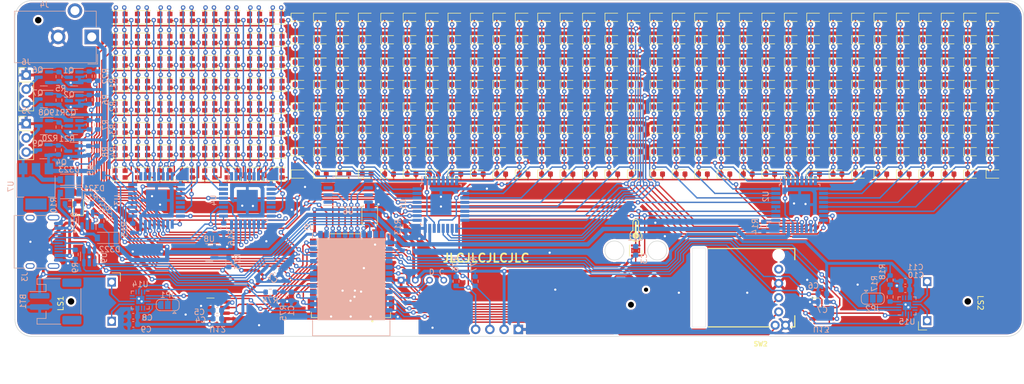
<source format=kicad_pcb>
(kicad_pcb (version 20211014) (generator pcbnew)
  (layers (0 "F.Cu" signal) (31 "B.Cu" signal) (34 "B.Paste" user) (35 "F.Paste" user) (36 "B.SilkS" user "B.Silkscreen") (37 "F.SilkS" user "F.Silkscreen") (38 "B.Mask" user) (39 "F.Mask" user) (44 "Edge.Cuts" user))
  (net 0 "")
  (net 1 "/led/W_C00")
  (net 2 "/led/W_R0")
  (net 3 "/led/W_R1")
  (net 4 "/led/W_R2")
  (net 5 "/led/W_R3")
  (net 6 "/led/W_R4")
  (net 7 "/led/W_R5")
  (net 8 "/led/W_R6")
  (net 9 "/led/W_R7")
  (net 10 "/led/W_C01")
  (net 11 "/led/W_C02")
  (net 12 "/led/W_C03")
  (net 13 "/led/W_C04")
  (net 14 "/led/W_C05")
  (net 15 "/led/W_C06")
  (net 16 "/led/W_C07")
  (net 17 "/led/W_C08")
  (net 18 "/led/W_C09")
  (net 19 "/led/W_C10")
  (net 20 "/led/W_C11")
  (net 21 "/led/W_C12")
  (net 22 "/led/W_C13")
  (net 23 "/led/W_C14")
  (net 24 "/led/W_C15")
  (net 25 "/led/RGB_R0")
  (net 26 "/led/RGB_C0")
  (net 27 "/led/RGB_B0")
  (net 28 "/led/RGB_G0")
  (net 29 "/led/RGB_C1")
  (net 30 "/led/RGB_C2")
  (net 31 "/led/RGB_C3")
  (net 32 "/led/RGB_C4")
  (net 33 "/led/RGB_C5")
  (net 34 "/led/RGB_C6")
  (net 35 "/led/RGB_C7")
  (net 36 "/led/RGB_R1")
  (net 37 "/led/RGB_B1")
  (net 38 "/led/RGB_G1")
  (net 39 "/led/RGB_R2")
  (net 40 "/led/RGB_B2")
  (net 41 "/led/RGB_G2")
  (net 42 "/led/RGB_R3")
  (net 43 "/led/RGB_B3")
  (net 44 "/led/RGB_G3")
  (net 45 "/led/RGB_R4")
  (net 46 "/led/RGB_B4")
  (net 47 "/led/RGB_G4")
  (net 48 "/led/RGB_R5")
  (net 49 "/led/RGB_B5")
  (net 50 "/led/RGB_G5")
  (net 51 "/led/RGB_R6")
  (net 52 "/led/RGB_B6")
  (net 53 "/led/RGB_G6")
  (net 54 "/led/RGB_R7")
  (net 55 "/led/RGB_B7")
  (net 56 "/led/RGB_G7")
  (net 57 "+5V")
  (net 58 "VBUS")
  (net 59 "+BATT")
  (net 60 "GND")
  (net 61 "+3V3")
  (net 62 "SWD")
  (net 63 "SWC")
  (net 64 "SCL")
  (net 65 "SDA")
  (net 66 "Net-(J3-PadA5)")
  (net 67 "D+")
  (net 68 "D-")
  (net 70 "Net-(J3-PadB5)")
  (net 73 "Net-(LS2-Pad1)")
  (net 74 "+12V")
  (net 75 "LEDW0")
  (net 76 "Net-(LS2-Pad2)")
  (net 77 "LEDY0")
  (net 78 "Net-(Q1-Pad1)")
  (net 79 "LEDW1")
  (net 80 "Net-(Q1-Pad3)")
  (net 81 "LEDY1")
  (net 82 "PWMW0")
  (net 83 "PWMY1")
  (net 84 "PWMW1")
  (net 85 "Net-(R12-Pad1)")
  (net 86 "/led/W_C19")
  (net 87 "/led/W_C20")
  (net 88 "/led/W_C21")
  (net 89 "/led/W_C22")
  (net 90 "/led/W_C23")
  (net 91 "/led/W_C24")
  (net 92 "/led/W_C25")
  (net 93 "/led/W_C26")
  (net 94 "/led/W_C27")
  (net 95 "/led/W_C28")
  (net 96 "/led/W_C29")
  (net 97 "/led/W_C30")
  (net 98 "/led/W_C31")
  (net 99 "/led/W_C16")
  (net 100 "/led/W_C17")
  (net 101 "/led/W_C18")
  (net 102 "Net-(SW3-Pad2)")
  (net 109 "BAT_MEAS")
  (net 110 "SCK")
  (net 111 "MOSI")
  (net 112 "MISO")
  (net 113 "FLASH_CS")
  (net 116 "Net-(D323-Pad2)")
  (net 117 "Net-(D324-Pad1)")
  (net 118 "Net-(D324-Pad2)")
  (net 120 "Net-(JP1-Pad2)")
  (net 121 "Net-(JP2-Pad2)")
  (net 122 "Net-(R17-Pad1)")
  (net 123 "Net-(R17-Pad2)")
  (net 125 "Net-(R13-Pad2)")
  (net 126 "Net-(R14-Pad2)")
  (net 127 "Net-(R15-Pad2)")
  (net 128 "Net-(R16-Pad2)")
  (net 129 "HAS_12V")
  (net 131 "PWMY0")
  (net 132 "~{CHG}")
  (net 134 "ENC_A")
  (net 135 "ENC_B")
  (net 136 "ENC_PUSH")
  (net 137 "A")
  (net 138 "E")
  (net 139 "C")
  (net 140 "B")
  (net 141 "D")
  (net 142 "Net-(LS1-Pad1)")
  (net 143 "Net-(LS1-Pad2)")
  (net 144 "LRCLK")
  (net 145 "BCLK")
  (net 146 "SDIN")
  (net 147 "SDOUT")
  (net 148 "~{LED_SHDN}")
  (net 150 "SD_CS")
  (net 155 "Net-(Q2-Pad1)")
  (net 156 "Net-(Q2-Pad3)")
  (net 157 "Net-(Q3-Pad1)")
  (net 158 "Net-(Q3-Pad3)")
  (net 159 "Net-(Q4-Pad1)")
  (net 160 "Net-(Q4-Pad3)")
  (footprint "Diode_SMD:D_0603_1608Metric" (layer "F.Cu") (at 128 12)
    (fp_text reference "D196" hide)
    (fp_text value "white")
  )
  (footprint "Diode_SMD:D_0603_1608Metric" (layer "F.Cu") (at 140 8)
    (fp_text reference "D219" hide)
    (fp_text value "white")
  )
  (footprint "Diode_SMD:D_0603_1608Metric" (layer "F.Cu") (at 140 4)
    (fp_text reference "D218" hide)
    (fp_text value "white")
  )
  (footprint "Diode_SMD:D_0603_1608Metric" (layer "F.Cu") (at 144 28)
    (fp_text reference "D232" hide)
    (fp_text value "white")
  )
  (footprint "Diode_SMD:D_0603_1608Metric" (layer "F.Cu") (at 104 24)
    (fp_text reference "D151" hide)
    (fp_text value "white")
  )
  (footprint "Diode_SMD:D_0603_1608Metric" (layer "F.Cu") (at 156 12)
    (fp_text reference "D252" hide)
    (fp_text value "white")
  )
  (footprint "LED_SMD:LED_ASMB-KTF0-0A306" (layer "F.Cu") (at 16 4 180)
    (fp_text reference "D290" hide)
    (fp_text value "LED_BGRA")
  )
  (footprint "Diode_SMD:D_0603_1608Metric" (layer "F.Cu") (at 72 24)
    (fp_text reference "D87" hide)
    (fp_text value "white")
  )
  (footprint "Diode_SMD:D_0603_1608Metric" (layer "F.Cu") (at 52 24)
    (fp_text reference "D47" hide)
    (fp_text value "white")
  )
  (footprint "Diode_SMD:D_0603_1608Metric" (layer "F.Cu") (at 120 4)
    (fp_text reference "D178" hide)
    (fp_text value "white")
  )
  (footprint "Diode_SMD:D_0603_1608Metric" (layer "F.Cu") (at 48 4)
    (fp_text reference "D34" hide)
    (fp_text value "white")
  )
  (footprint "Diode_SMD:D_0603_1608Metric" (layer "F.Cu") (at 152 24)
    (fp_text reference "D247" hide)
    (fp_text value "white")
  )
  (footprint "Diode_SMD:D_0603_1608Metric" (layer "F.Cu") (at 144 4)
    (fp_text reference "D226" hide)
    (fp_text value "white")
  )
  (footprint "Diode_SMD:D_0603_1608Metric" (layer "F.Cu") (at 140 28)
    (fp_text reference "D224" hide)
    (fp_text value "white")
  )
  (footprint "LED_SMD:LED_ASMB-KTF0-0A306" (layer "F.Cu") (at 0 24 180)
    (fp_text reference "D263" hide)
    (fp_text value "LED_BGRA")
  )
  (footprint "Diode_SMD:D_0603_1608Metric" (layer "F.Cu") (at 40 0)
    (fp_text reference "D17" hide)
    (fp_text value "white")
  )
  (footprint "ic:CMM4030D_hand_solder" (layer "F.Cu") (at 125.2 52.35 180)
    (fp_text reference "U13")
    (fp_text value "CMM4030D")
  )
  (footprint "Diode_SMD:D_0603_1608Metric" (layer "F.Cu") (at 132 8)
    (fp_text reference "D203" hide)
    (fp_text value "white")
  )
  (footprint "Diode_SMD:D_0603_1608Metric" (layer "F.Cu") (at 116 16)
    (fp_text reference "D173" hide)
    (fp_text value "white")
  )
  (footprint "Diode_SMD:D_0603_1608Metric" (layer "F.Cu") (at 92 4)
    (fp_text reference "D122" hide)
    (fp_text value "white")
  )
  (footprint "Diode_SMD:D_0603_1608Metric" (layer "F.Cu") (at 156 0)
    (fp_text reference "D249" hide)
    (fp_text value "white")
  )
  (footprint "LED_SMD:LED_ASMB-KTF0-0A306" (layer "F.Cu") (at 24 24 180)
    (fp_text reference "D311" hide)
    (fp_text value "LED_BGRA")
  )
  (footprint "LED_SMD:LED_ASMB-KTF0-0A306" (layer "F.Cu") (at 20 16 180)
    (fp_text reference "D301" hide)
    (fp_text value "LED_BGRA")
  )
  (footprint "Diode_SMD:D_0603_1608Metric" (layer "F.Cu") (at 108 24)
    (fp_text reference "D159" hide)
    (fp_text value "white")
  )
  (footprint "LED_SMD:LED_ASMB-KTF0-0A306" (layer "F.Cu") (at 16 8 180)
    (fp_text reference "D291" hide)
    (fp_text value "LED_BGRA")
  )
  (footprint "LED_SMD:LED_ASMB-KTF0-0A306" (layer "F.Cu") (at 4 12 180)
    (fp_text reference "D268" hide)
    (fp_text value "LED_BGRA")
  )
  (footprint "LED_SMD:LED_ASMB-KTF0-0A306" (layer "F.Cu") (at 0 12 180)
    (fp_text reference "D260" hide)
    (fp_text value "LED_BGRA")
  )
  (footprint "Diode_SMD:D_0603_1608Metric" (layer "F.Cu") (at 84 0)
    (fp_text reference "D105" hide)
    (fp_text value "white")
  )
  (footprint "Diode_SMD:D_0603_1608Metric" (layer "F.Cu") (at 136 16)
    (fp_text reference "D213" hide)
    (fp_text value "white")
  )
  (footprint "Diode_SMD:D_0603_1608Metric" (layer "F.Cu") (at 32 16)
    (fp_text reference "D5" hide)
    (fp_text value "white")
  )
  (footprint "Diode_SMD:D_0603_1608Metric" (layer "F.Cu") (at 124 0)
    (fp_text reference "D185" hide)
    (fp_text value "white")
  )
  (footprint "Diode_SMD:D_0603_1608Metric" (layer "F.Cu") (at 96 4)
    (fp_text reference "D130" hide)
    (fp_text value "white")
  )
  (footprint "LED_SMD:LED_ASMB-KTF0-0A306" (layer "F.Cu") (at 8 16 180)
    (fp_text reference "D277" hide)
    (fp_text value "LED_BGRA")
  )
  (footprint "Diode_SMD:D_0603_1608Metric" (layer "F.Cu") (at 140 24)
    (fp_text reference "D223" hide)
    (fp_text value "white")
  )
  (footprint "Diode_SMD:D_0603_1608Metric" (layer "F.Cu") (at 68 20)
    (fp_text reference "D78" hide)
    (fp_text value "white")
  )
  (footprint "Diode_SMD:D_0603_1608Metric" (layer "F.Cu") (at 72 4)
    (fp_text reference "D82" hide)
    (fp_text value "white")
  )
  (footprint "Diode_SMD:D_0603_1608Metric" (layer "F.Cu") (at 68 28)
    (fp_text reference "D80" hide)
    (fp_text value "white")
  )
  (footprint "Diode_SMD:D_0603_1608Metric" (layer "F.Cu") (at 124 28)
    (fp_text reference "D192" hide)
    (fp_text value "white")
  )
  (footprint "Diode_SMD:D_0603_1608Metric" (layer "F.Cu") (at 144 16)
    (fp_text reference "D229" hide)
    (fp_text value "white")
  )
  (footprint "Diode_SMD:D_0603_1608Metric" (layer "F.Cu") (at 48 0)
    (fp_text reference "D33" hide)
    (fp_text value "white")
  )
  (footprint "Diode_SMD:D_0603_1608Metric" (layer "F.Cu") (at 72 16)
    (fp_text reference "D85" hide)
    (fp_text value "white")
  )
  (footprint "Diode_SMD:D_0603_1608Metric" (layer "F.Cu") (at 100 16)
    (fp_text reference "D141" hide)
    (fp_text value "white")
  )
  (footprint "Diode_SMD:D_0603_1608Metric" (layer "F.Cu") (at 108 16)
    (fp_text reference "D157" hide)
    (fp_text value "white")
  )
  (footprint "LED_SMD:LED_ASMB-KTF0-0A306" (layer "F.Cu") (at 20 4 180)
    (fp_text reference "D298" hide)
    (fp_text value "LED_BGRA")
  )
  (footprint "LED_SMD:LED_ASMB-KTF0-0A306" (layer "F.Cu") (at 8 28 180)
    (fp_text reference "D280" hide)
    (fp_text value "LED_BGRA")
  )
  (footprint "Diode_SMD:D_0603_1608Metric" (layer "F.Cu") (at 84 4)
    (fp_text reference "D106" hide)
    (fp_text value "white")
  )
  (footprint "Diode_SMD:D_0603_1608Metric" (layer "F.Cu") (at 124 12)
    (fp_text reference "D188" hide)
    (fp_text value "white")
  )
  (footprint "Diode_SMD:D_0603_1608Metric" (layer "F.Cu") (at 136 12)
    (fp_text reference "D212" hide)
    (fp_text value "white")
  )
  (footprint "Diode_SMD:D_0603_1608Metric" (layer "F.Cu") (at 68 8)
    (fp_text reference "D75" hide)
    (fp_text value "white")
  )
  (footprint "Diode_SMD:D_0603_1608Metric" (layer "F.Cu") (at 80 0)
    (fp_text reference "D97" hide)
    (fp_text value "white")
  )
  (footprint "Diode_SMD:D_0603_1608Metric" (layer "F.Cu") (at 92 8)
    (fp_text reference "D123" hide)
    (fp_text value "white")
  )
  (footprint "Diode_SMD:D_0603_1608Metric" (layer "F.Cu") (at 84 8)
    (fp_text reference "D107" hide)
    (fp_text value "white")
  )
  (footprint "Diode_SMD:D_0603_1608Metric" (layer "F.Cu") (at 92 28)
    (fp_text reference "D128" hide)
    (fp_text value "white")
  )
  (footprint "Diode_SMD:D_0603_1608Metric" (layer "F.Cu") (at 92 12)
    (fp_text reference "D124" hide)
    (fp_text value "white")
  )
  (footprint "Diode_SMD:D_0603_1608Metric" (layer "F.Cu") (at 124 20)
    (fp_text reference "D190" hide)
    (fp_text value "white")
  )
  (footprint "Diode_SMD:D_0603_1608Metric" (layer "F.Cu") (at 120 0)
    (fp_text reference "D177" hide)
    (fp_text value "white")
  )
  (footprint "Diode_SMD:D_0603_1608Metric" (layer "F.Cu") (at 104 16)
    (fp_text reference "D149" hide)
    (fp_text value "white")
  )
  (footprint "Diode_SMD:D_0603_1608Metric" (layer "F.Cu") (at 144 24)
    (fp_text reference "D231" hide)
    (fp_text value "white")
  )
  (footprint "Diode_SMD:D_0603_1608Metric" (layer "F.Cu") (at 60 28)
    (fp_text reference "D64" hide)
    (fp_text value "white")
  )
  (footprint "Diode_SMD:D_0603_1608Metric" (layer "F.Cu") (at 152 20)
    (fp_text reference "D246" hide)
    (fp_text value "white")
  )
  (footprint "ic:CMM4030D_hand_solder" (layer "F.Cu") (at 17.35 52.35 180)
    (fp_text reference "U12")
    (fp_text value "CMM4030D")
  )
  (footprint "Diode_SMD:D_0603_1608Metric" (layer "F.Cu") (at 124 24)
    (fp_text reference "D191" hide)
    (fp_text value "white")
  )
  (footprint "Diode_SMD:D_0603_1608Metric" (layer "F.Cu") (at 76 24)
    (fp_text reference "D95" hide)
    (fp_text value "white")
  )
  (footprint "Diode_SMD:D_0603_1608Metric" (layer "F.Cu") (at 40 12)
    (fp_text reference "D20" hide)
    (fp_text value "white")
  )
  (footprint "LED_SMD:LED_ASMB-KTF0-0A306" (layer "F.Cu") (at 20 20 180)
    (fp_text reference "D302" hide)
    (fp_text value "LED_BGRA")
  )
  (footprint "Diode_SMD:D_0603_1608Metric" (layer "F.Cu") (at 36 24)
    (fp_text reference "D15" hide)
    (fp_text value "white")
  )
  (footprint "Diode_SMD:D_0603_1608Metric" (layer "F.Cu") (at 56 4)
    (fp_text reference "D50" hide)
    (fp_text value "white")
  )
  (footprint "LED_SMD:LED_ASMB-KTF0-0A306" (layer "F.Cu") (at 24 28 180)
    (fp_text reference "D312" hide)
    (fp_text value "LED_BGRA")
  )
  (footprint "LED_SMD:LED_ASMB-KTF0-0A306" (layer "F.Cu") (at 12 8 180)
    (fp_text reference "D283" hide)
    (fp_text value "LED_BGRA")
  )
  (footprint "Diode_SMD:D_0603_1608Metric" (layer "F.Cu") (at 32 28)
    (fp_text reference "D8" hide)
    (fp_text value "white")
  )
  (footprint "Diode_SMD:D_0603_1608Metric" (layer "F.Cu") (at 120 20)
    (fp_text reference "D182" hide)
    (fp_text value "white")
  )
  (footprint "LED_SMD:LED_ASMB-KTF0-0A306" (layer "F.Cu") (at 16 12 180)
    (fp_text reference "D292" hide)
    (fp_text value "LED_BGRA")
  )
  (footprint "Diode_SMD:D_0603_1608Metric" (layer "F.Cu") (at 100 8)
    (fp_text reference "D139" hide)
    (fp_text value "white")
  )
  (footprint "Diode_SMD:D_0603_1608Metric" (layer "F.Cu") (at 116 4)
    (fp_text reference "D170" hide)
    (fp_text value "white")
  )
  (footprint "Diode_SMD:D_0603_1608Metric" (layer "F.Cu") (at 80 8)
    (fp_text reference "D99" hide)
    (fp_text value "white")
  )
  (footprint "LED_SMD:LED_ASMB-KTF0-0A306" (layer "F.Cu") (at 8 0 180)
    (fp_text reference "D273" hide)
    (fp_text value "LED_BGRA")
  )
  (footprint "Diode_SMD:D_0603_1608Metric" (layer "F.Cu") (at 136 24)
    (fp_text reference "D215" hide)
    (fp_text value "white")
  )
  (footprint "Diode_SMD:D_0603_1608Metric" (layer "F.Cu") (at 124 4)
    (fp_text reference "D186" hide)
    (fp_text value "white")
  )
  (footprint "Diode_SMD:D_0603_1608Metric" (layer "F.Cu") (at 40 16)
    (fp_text reference "D21" hide)
    (fp_text value "white")
  )
  (footprint "Diode_SMD:D_0603_1608Metric" (layer "F.Cu") (at 116 28)
    (fp_text reference "D176" hide)
    (fp_text value "white")
  )
  (footprint "Diode_SMD:D_0603_1608Metric" (layer "F.Cu") (at 104 28)
    (fp_text reference "D152" hide)
    (fp_text value "white")
  )
  (footprint "LED_SMD:LED_ASMB-KTF0-0A306" (layer "F.Cu") (at 12 4 180)
    (fp_text reference "D282" hide)
    (fp_text value "LED_BGRA")
  )
  (footprint "Diode_SMD:D_0603_1608Metric" (layer "F.Cu") (at 104 4)
    (fp_text reference "D146" hide)
    (fp_text value "white")
  )
  (footprint "LED_SMD:LED_ASMB-KTF0-0A306" (layer "F.Cu") (at 28 28 180)
    (fp_text reference "D320" hide)
    (fp_text value "LED_BGRA")
  )
  (footprint "Diode_SMD:D_0603_1608Metric" (layer "F.Cu") (at 132 4)
    (fp_text reference "D202" hide)
    (fp_text value "white")
  )
  (footprint "LED_SMD:LED_ASMB-KTF0-0A306" (layer "F.Cu") (at 0 16 180)
    (fp_text reference "D261" hide)
    (fp_text value "LED_BGRA")
  )
  (footprint "Diode_SMD:D_0603_1608Metric" (layer "F.Cu") (at 72 12)
    (fp_text reference "D84" hide)
    (fp_text value "white")
  )
  (footprint "Diode_SMD:D_0603_1608Metric" (layer "F.Cu") (at 68 12)
    (fp_text reference "D76" hide)
    (fp_text value "white")
  )
  (footprint "LED_SMD:LED_ASMB-KTF0-0A306" (layer "F.Cu") (at 4 20 180)
    (fp_text reference "D270" hide)
    (fp_text value "LED_BGRA")
  )
  (footprint "Diode_SMD:D_0603_1608Metric" (layer "F.Cu") (at 156 24)
    (fp_text reference "D255" hide)
    (fp_text value "white")
  )
  (footprint "Diode_SMD:D_0603_1608Metric" (layer "F.Cu") (at 72 0)
    (fp_text reference "D81" hide)
    (fp_text value "white")
  )
  (footprint "Diode_SMD:D_0603_1608Metric" (layer "F.Cu") (at 96 12)
    (fp_text reference "D132" hide)
    (fp_text value "white")
  )
  (footprint "misc:jlc-tooling-hole" (layer "F.Cu") (at 151.25 50.75)
    (fp_text reference "REF**" hide)
    (fp_text value "jlc-tooling-hole")
  )
  (footprint "LED_SMD:LED_ASMB-KTF0-0A306" (layer "F.Cu") (at 0 20 180)
    (fp_text reference "D262" hide)
    (fp_text value "LED_BGRA")
  )
  (footprint "Diode_SMD:D_0603_1608Metric" (layer "F.Cu") (at 84 20)
    (fp_text reference "D110" hide)
    (fp_text value "white")
  )
  (footprint "LED_SMD:LED_ASMB-KTF0-0A306" (layer "F.Cu") (at 8 12 180)
    (fp_text reference "D276" hide)
    (fp_text value "LED_BGRA")
  )
  (footprint "Diode_SMD:D_0603_1608Metric" (layer "F.Cu") (at 60 4)
    (fp_text reference "D58" hide)
    (fp_text value "white")
  )
  (footprint "LED_SMD:LED_ASMB-KTF0-0A306" (layer "F.Cu") (at 28 24 180)
    (fp_text reference "D319" hide)
    (fp_text value "LED_BGRA")
  )
  (footprint "Diode_SMD:D_0603_1608Metric" (layer "F.Cu") (at 104 0)
    (fp_text reference "D145" hide)
    (fp_text value "white")
  )
  (footprint "Diode_SMD:D_0603_1608Metric" (layer "F.Cu") (at 44 12)
    (fp_text reference "D28" hide)
    (fp_text value "white")
  )
  (footprint "Diode_SMD:D_0603_1608Metric" (layer "F.Cu") (at 48 28)
    (fp_text reference "D40" hide)
    (fp_text value "white")
  )
  (footprint "Diode_SMD:D_0603_1608Metric" (layer "F.Cu") (at 76 8)
    (fp_text reference "D91" hide)
    (fp_text value "white")
  )
  (footprint "Diode_SMD:D_0603_1608Metric" (layer "F.Cu") (at 148 28)
    (fp_text reference "D240" hide)
    (fp_text value "white")
  )
  (footprint "Diode_SMD:D_0603_1608Metric" (layer "F.Cu") (at 36 16)
    (fp_text reference "D13" hide)
    (fp_text value "white")
  )
  (footprint "Diode_SMD:D_0603_1608Metric" (layer "F.Cu") (at 48 20)
    (fp_text reference "D38" hide)
    (fp_text value "white")
  )
  (footprint "Diode_SMD:D_0603_1608Metric" (layer "F.Cu") (at 120 12)
    (fp_text reference "D180" hide)
    (fp_text value "white")
  )
  (footprint "LED_SMD:LED_ASMB-KTF0-0A306" (layer "F.Cu") (at 4 4 180)
    (fp_text reference "D266" hide)
    (fp_text value "LED_BGRA")
  )
  (footprint "Diode_SMD:D_0603_1608Metric" (layer "F.Cu") (at 44 0)
    (fp_text reference "D25" hide)
    (fp_text value "white")
  )
  (footprint "Diode_SMD:D_0603_1608Metric" (layer "F.Cu") (at 116 0)
    (fp_text reference "D169" hide)
    (fp_text value "white")
  )
  (footprint "LED_SMD:LED_ASMB-KTF0-0A306" (layer "F.Cu") (at 8 4 180)
    (fp_text reference "D274" hide)
    (fp_text value "LED_BGRA")
  )
  (footprint "Diode_SMD:D_0603_1608Metric" (layer "F.Cu") (at 104 12)
    (fp_text reference "D148" hide)
    (fp_text value "white")
  )
  (footprint "Connector_PinHeader_2.54mm:PinHeader_1x03_P2.54mm_Vertical" (layer "F.Cu") (at -16.75 19)
    (fp_text reference "J5")
    (fp_text value "Conn_01x03")
  )
  (footprint "Diode_SMD:D_0603_1608Metric" (layer "F.Cu") (at 152 16)
    (fp_text reference "D245" hide)
    (fp_text value "white")
  )
  (footprint "Diode_SMD:D_0603_1608Metric" (layer "F.Cu") (at 96 16)
    (fp_text reference "D133" hide)
    (fp_text value "white")
  )
  (footprint "Diode_SMD:D_0603_1608Metric" (layer "F.Cu") (at 60 0)
    (fp_text reference "D57" hide)
    (fp_text value "white")
  )
  (footprint "LED_SMD:LED_ASMB-KTF0-0A306" (layer "F.Cu") (at 12 0 180)
    (fp_text reference "D281" hide)
    (fp_text value "LED_BGRA")
  )
  (footprint "Diode_SMD:D_0603_1608Metric" (layer "F.Cu") (at 56 12)
    (fp_text reference "D52" hide)
    (fp_text value "white")
  )
  (footprint "Diode_SMD:D_0603_1608Metric" (layer "F.Cu") (at 92 16)
    (fp_text reference "D125" hide)
    (fp_text value "white")
  )
  (footprint "Diode_SMD:D_0603_1608Metric" (layer "F.Cu") (at 140 16)
    (fp_text reference "D221" hide)
    (fp_text value "white")
  )
  (footprint "switch:SKRHA-boss" (layer "F.Cu") (at 92.5 50)
    (fp_text reference "SW1" hide)
    (fp_text value "SKRHA")
  )
  (footprint "Diode_SMD:D_0603_1608Metric" (layer "F.Cu") (at 132 12)
    (fp_text reference "D204" hide)
    (fp_text value "white")
  )
  (footprint "Diode_SMD:D_0603_1608Metric" (layer "F.Cu") (at 120 16)
    (fp_text reference "D181" hide)
    (fp_text value "white")
  )
  (footprint "Diode_SMD:D_0603_1608Metric" (layer "F.Cu") (at 148 24)
    (fp_text reference "D239" hide)
    (fp_text value "white")
  )
  (footprint "Diode_SMD:D_0603_1608Metric" (layer "F.Cu") (at 96 20)
    (fp_text reference "D134" hide)
    (fp_text value "white")
  )
  (footprint "Diode_SMD:D_0603_1608Metric" (layer "F.Cu") (at 76 20)
    (fp_text reference "D94" hide)
    (fp_text value "white")
  )
  (footprint "Diode_SMD:D_0603_1608Metric" (layer "F.Cu") (at 108 8)
    (fp_text reference "D155" hide)
    (fp_text value "white")
  )
  (footprint "Diode_SMD:D_0603_1608Metric" (layer "F.Cu") (at 88 8)
    (fp_text reference "D115" hide)
    (fp_text value "white")
  )
  (footprint "Diode_SMD:D_0603_1608Metric" (layer "F.Cu") (at 96 28)
    (fp_text reference "D136" hide)
    (fp_text value "white")
  )
  (footprint "Diode_SMD:D_0805_2012Metric" (layer "F.Cu") (at -7.5 33.7 90)
    (fp_text reference "D324")
    (fp_text value "LED")
  )
  (footprint "Diode_SMD:D_0603_1608Metric" (layer "F.Cu") (at 100 0)
    (fp_text reference "D137" hide)
    (fp_text value "white")
  )
  (footprint "LED_SMD:LED_ASMB-KTF0-0A306" (layer "F.Cu") (at 20 0 180)
    (fp_text reference "D297" hide)
    (fp_text value "LED_BGRA")
  )
  (footprint "Diode_SMD:D_0603_1608Metric" (layer "F.Cu") (at 40 20)
    (fp_text reference "D22" hide)
    (fp_text value "white")
  )
  (footprint "LED_SMD:LED_ASMB-KTF0-0A306" (layer "F.Cu") (at 8 20 180)
    (fp_text reference "D278" hide)
    (fp_text value "LED_BGRA")
  )
  (footprint "Diode_SMD:D_0603_1608Metric" (layer "F.Cu") (at 96 0)
    (fp_text reference "D129" hide)
    (fp_text value "white")
  )
  (footprint "Diode_SMD:D_0603_1608Metric" (layer "F.Cu") (at 136 28)
    (fp_text reference "D216" hide)
    (fp_text value "white")
  )
  (footprint "Diode_SMD:D_0603_1608Metric" (layer "F.Cu") (at 132 0)
    (fp_text reference "D201" hide)
    (fp_text value "white")
  )
  (footprint "Diode_SMD:D_0603_1608Metric" (layer "F.Cu") (at 36 4)
    (fp_text reference "D10" hide)
    (fp_text value "white")
  )
  (footprint "LED_SMD:LED_ASMB-KTF0-0A306" (layer "F.Cu") (at 12 24 180)
    (fp_text reference "D287" hide)
    (fp_text value "LED_BGRA")
  )
  (footprint "Diode_SMD:D_0603_1608Metric" (layer "F.Cu") (at 128 0)
    (fp_text reference "D193" hide)
    (fp_text value "white")
  )
  (footprint "Diode_SMD:D_0603_1608Metric" (layer "F.Cu") (at 76 16)
    (fp_text reference "D93" hide)
    (fp_text value "white")
  )
  (footprint "Diode_SMD:D_0603_1608Metric" (layer "F.Cu") (at 144 20)
    (fp_text reference "D230" hide)
    (fp_text value "white")
  )
  (footprint "Diode_SMD:D_0603_1608Metric" (layer "F.Cu") (at 112 12)
    (fp_text reference "D164" hide)
    (fp_text value "white")
  )
  (footprint "Diode_SMD:D_0603_1608Metric" (layer "F.Cu") (at 84 24)
    (fp_text reference "D111" hide)
    (fp_text value "white")
  )
  (footprint "Diode_SMD:D_0603_1608Metric" (layer "F.Cu") (at 128 16)
    (fp_text reference "D197" hide)
    (fp_text value "white")
  )
  (footprint "Diode_SMD:D_0603_1608Metric" (layer "F.Cu") (at 60 16)
    (fp_text reference "D61" hide)
    (fp_text value "white")
  )
  (footprint "Diode_SMD:D_0603_1608Metric" (layer "F.Cu") (at 56 8)
    (fp_text reference "D51" hide)
    (fp_text value "white")
  )
  (footprint "Diode_SMD:D_0603_1608Metric" (layer "F.Cu") (at 152 0)
    (fp_text reference "D241" hide)
    (fp_text value "white")
  )
  (footprint "Diode_SMD:D_0603_1608Metric" (layer "F.Cu") (at 48 24)
    (fp_text reference "D39" hide)
    (fp_text value "white")
  )
  (footprint "Diode_SMD:D_0603_1608Metric" (layer "F.Cu") (at 92 24)
    (fp_text reference "D127" hide)
    (fp_text value "white")
  )
  (footprint "Diode_SMD:D_0603_1608Metric" (layer "F.Cu") (at 80 24)
    (fp_text reference "D103" hide)
    (fp_text value "white")
  )
  (footprint "LED_SMD:LED_ASMB-KTF0-0A306" (layer "F.Cu") (at 24 20 180)
    (fp_text reference "D310" hide)
    (fp_text value "LED_BGRA")
  )
  (footprint "LED_SMD:LED_ASMB-KTF0-0A306" (layer "F.Cu") (at 28 8 180)
    (fp_text reference "D315" hide)
    (fp_text value "LED_BGRA")
  )
  (footprint "Diode_SMD:D_0603_1608Metric" (layer "F.Cu") (at 128 4)
    (fp_text reference "D194" hide)
    (fp_text value "white")
  )
  (footprint "LED_SMD:LED_ASMB-KTF0-0A306" (layer "F.Cu") (at 20 12 180)
    (fp_text reference "D300" hide)
    (fp_text value "LED_BGRA")
  )
  (footprint "Diode_SMD:D_0603_1608Metric" (layer "F.Cu") (at 60 20)
    (fp_text reference "D62" hide)
    (fp_text value "white")
  )
  (footprint "Diode_SMD:D_0603_1608Metric" (layer "F.Cu") (at 32 12)
    (fp_text reference "D4" hide)
    (fp_text value "white")
  )
  (footprint "LED_SMD:LED_ASMB-KTF0-0A306" (layer "F.Cu") (at 28 20 180)
    (fp_text reference "D318" hide)
    (fp_text value "LED_BGRA")
  )
  (footprint "Diode_SMD:D_0603_1608Metric" (layer "F.Cu") (at 120 24)
    (fp_text reference "D183" hide)
    (fp_text value "white")
  )
  (footprint "Diode_SMD:D_0603_1608Metric" (layer "F.Cu") (at 80 4)
    (fp_text reference "D98" hide)
    (fp_text value "white")
  )
  (footprint "Diode_SMD:D_0603_1608Metric" (layer "F.Cu") (at 88 4)
    (fp_text reference "D114" hide)
    (fp_text value "white")
  )
  (footprint "Diode_SMD:D_0603_1608Metric" (layer "F.Cu") (at 156 28)
    (fp_text reference "D256" hide)
    (fp_text value "white")
  )
  (footprint "Diode_SMD:D_0603_1608Metric" (layer "F.Cu") (at 132 20)
    (fp_text reference "D206" hide)
    (fp_text value "white")
  )
  (footprint "Diode_SMD:D_0603_1608Metric" (layer "F.Cu") (at 68 16)
    (fp_text reference "D77" hide)
    (fp_text value "white")
  )
  (footprint "Diode_SMD:D_0603_1608Metric" (layer "F.Cu") (at 40 24)
    (fp_text reference "D23" hide)
    (fp_text value "white")
  )
  (footprint "Diode_SMD:D_0603_1608Metric" (layer "F.Cu") (at 148 12)
    (fp_text reference "D236" hide)
    (fp_text value "white")
  )
  (footprint "Diode_SMD:D_0603_1608Metric" (layer "F.Cu") (at 32 4)
    (fp_text reference "D2" hide)
    (fp_text value "white")
  )
  (footprint "Diode_SMD:D_0603_1608Metric" (layer "F.Cu") (at 76 0)
    (fp_text reference "D89" hide)
    (fp_text value "white")
  )
  (footprint "Diode_SMD:D_0603_1608Metric" (layer "F.Cu") (at 104 20)
    (fp_text reference "D150" hide)
    (fp_text value "white")
  )
  (footprint "LED_SMD:LED_ASMB-KTF0-0A306" (layer "F.Cu") (at 20 24 180)
    (fp_text reference "D303" hide)
    (fp_text value "LED_BGRA")
  )
  (footprint "Diode_SMD:D_0603_1608Metric" (layer "F.Cu") (at 124 8)
    (fp_text reference "D187" hide)
    (fp_text value "white")
  )
  (footprint "Diode_SMD:D_0603_1608Metric" (layer "F.Cu") (at 32 24)
    (fp_text reference "D7" hide)
    (fp_text value "white")
  )
  (footprint "Diode_SMD:D_0603_1608Metric" (layer "F.Cu") (at 88 28)
    (fp_text reference "D120" hide)
    (fp_text value "white")
  )
  (footprint "Diode_SMD:D_0603_1608Metric" (layer "F.Cu") (at 76 4)
    (fp_text reference "D90" hide)
    (fp_text value "white")
  )
  (footprint "LED_SMD:LED_ASMB-KTF0-0A306" (layer "F.Cu") (at 4 0 180)
    (fp_text reference "D265" hide)
    (fp_text value "LED_BGRA")
  )
  (footprint "Diode_SMD:D_0603_1608Metric" (layer "F.Cu") (at 64 16)
    (fp_text reference "D69" hide)
    (fp_text value "white")
  )
  (footprint "Diode_SMD:D_0603_1608Metric" (layer "F.Cu") (at 108 4)
    (fp_text reference "D154" hide)
    (fp_text value "white")
  )
  (footprint "Diode_SMD:D_0603_1608Metric" (layer "F.Cu") (at 68 24)
    (fp_text reference "D79" hide)
    (fp_text value "white")
  )
  (footprint "Diode_SMD:D_0603_1608Metric" (layer "F.Cu") (at 64 0)
    (fp_text reference "D65" hide)
    (fp_text value "white")
  )
  (footprint "LED_SMD:LED_ASMB-KTF0-0A306" (layer "F.Cu") (at 16 28 180)
    (fp_text reference "D296" hide)
    (fp_text value "LED_BGRA")
  )
  (footprint "Diode_SMD:D_0603_1608Metric" (layer "F.Cu") (at 72 8)
    (fp_text reference "D83" hide)
    (fp_text value "white")
  )
  (footprint "Diode_SMD:D_0603_1608Metric" (layer "F.Cu") (at 56 20)
    (fp_text reference "D54" hide)
    (fp_text value "white")
  )
  (footprint "Diode_SMD:D_0603_1608Metric" (layer "F.Cu") (at 88 16)
    (fp_text reference "D117" hide)
    (fp_text value "white")
  )
  (footprint "Diode_SMD:D_0603_1608Metric" (layer "F.Cu") (at 140 20)
    (fp_text reference "D222" hide)
    (fp_text value "white")
  )
  (footprint "Diode_SMD:D_0603_1608Metric" (layer "F.Cu") (at 88 24)
    (fp_text reference "D119" hide)
    (fp_text value "white")
  )
  (footprint "Diode_SMD:D_0603_1608Metric" (layer "F.Cu") (at 152 28)
    (fp_text reference "D248" hide)
    (fp_text value "white")
  )
  (footprint "Diode_SMD:D_0603_1608Metric" (layer "F.Cu") (at 64 8)
    (fp_text reference "D67" hide)
    (fp_text value "white")
  )
  (footprint "Diode_SMD:D_0603_1608Metric" (layer "F.Cu") (at 64 12)
    (fp_text reference "D68" hide)
    (fp_text value "white")
  )
  (footprint "Diode_SMD:D_0603_1608Metric" (layer "F.Cu") (at 52 8)
    (fp_text reference "D43" hide)
    (fp_text value "white")
  )
  (footprint "Diode_SMD:D_0603_1608Metric" (layer "F.Cu") (at 152 12)
    (fp_text reference "D244" hide)
    (fp_text value "white")
  )
  (footprint "Diode_SMD:D_0603_1608Metric" (layer "F.Cu") (at 92 0)
    (fp_text reference "D121" hide)
    (fp_text value "white")
  )
  (footprint "Diode_SMD:D_0603_1608Metric" (layer "F.Cu") (at 48 16)
    (fp_text reference "D37" hide)
    (fp_text value "white")
  )
  (footprint "Diode_SMD:D_0603_1608Metric" (layer "F.Cu") (at 140 12)
    (fp_text reference "D220" hide)
    (fp_text value "white")
  )
  (footprint "Diode_SMD:D_0603_1608Metric" (layer "F.Cu") (at 76 12)
    (fp_text reference "D92" hide)
    (fp_text value "white")
  )
  (footprint "LED_SMD:LED_ASMB-KTF0-0A306" (layer "F.Cu") (at 12 20 180)
    (fp_text reference "D286" hide)
    (fp_text value "LED_BGRA")
  )
  (footprint "Diode_SMD:D_0603_1608Metric" (layer "F.Cu") (at 56 16)
    (fp_text reference "D53" hide)
    (fp_text value "white")
  )
  (footprint "Diode_SMD:D_0603_1608Metric" (layer "F.Cu") (at 132 16)
    (fp_text reference "D205" hide)
    (fp_text value "white")
  )
  (footprint "LED_SMD:LED_ASMB-KTF0-0A306" (layer "F.Cu") (at 16 0 180)
    (fp_text reference "D289" hide)
    (fp_text value "LED_BGRA")
  )
  (footprint "Diode_SMD:D_0603_1608Metric" (layer "F.Cu") (at 48 12)
    (fp_text reference "D36" hide)
    (fp_text value "white")
  )
  (footprint "Diode_SMD:D_0603_1608Metric" (layer "F.Cu") (at 136 8)
    (fp_text reference "D211" hide)
    (fp_text value "white")
  )
  (footprint "Diode_SMD:D_0603_1608Metric" (layer "F.Cu") (at 128 24)
    (fp_text reference "D199" hide)
    (fp_text value "white")
  )
  (footprint "Diode_SMD:D_0603_1608Metric" (layer "F.Cu") (at 32 8)
    (fp_text reference "D3" hide)
    (fp_text value "white")
  )
  (footprint "Diode_SMD:D_0603_1608Metric" (layer "F.Cu") (at 152 8)
    (fp_text reference "D243" hide)
    (fp_text value "white")
  )
  (footprint "Diode_SMD:D_0603_1608Metric" (layer "F.Cu") (at 108 20)
    (fp_text reference "D158" hide)
    (fp_text value "white")
  )
  (footprint "Diode_SMD:D_0603_1608Metric" (layer "F.Cu") (at 136 20)
    (fp_text reference "D214" hide)
    (fp_text value "white")
  )
  (footprint "Diode_SMD:D_0603_1608Metric" (layer "F.Cu") (at 64 20)
    (fp_text reference "D70" hide)
    (fp_text value "white")
  )
  (footprint "LED_SMD:LED_ASMB-KTF0-0A306" (layer "F.Cu") (at 4 28 180)
    (fp_text reference "D272" hide)
    (fp_text value "LED_BGRA")
  )
  (footprint "Diode_SMD:D_0603_1608Metric" (layer "F.Cu") (at 44 20)
    (fp_text reference "D30" hide)
    (fp_text value "white")
  )
  (footprint "LED_SMD:LED_ASMB-KTF0-0A306" (layer "F.Cu") (at 12 28 180)
    (fp_text reference "D288" hide)
    (fp_text value "LED_BGRA")
  )
  (footprint "LED_SMD:LED_ASMB-KTF0-0A306" (layer "F.Cu") (at 16 20 180)
    (fp_text reference "D294" hide)
    (fp_text value "LED_BGRA")
  )
  (footprint "Diode_SMD:D_0603_1608Metric" (layer "F.Cu") (at 108 12)
    (fp_text reference "D156" hide)
    (fp_text value "white")
  )
  (footprint "LED_SMD:LED_ASMB-KTF0-0A306" (layer "F.Cu") (at 24 12 180)
    (fp_text reference "D308" hide)
    (fp_text value "LED_BGRA")
  )
  (footprint "Diode_SMD:D_0603_1608Metric" (layer "F.Cu") (at 108 28)
    (fp_text reference "D160" hide)
    (fp_text value "white")
  )
  (footprint "Diode_SMD:D_0603_1608Metric" (layer "F.Cu") (at 52 16)
    (fp_text reference "D45" hide)
    (fp_text value "white")
  )
  (footprint "Diode_SMD:D_0603_1608Metric" (layer "F.Cu") (at 136 4)
    (fp_text reference "D210" hide)
    (fp_text value "white")
  )
  (footprint "Diode_SMD:D_0603_1608Metric" (layer "F.Cu") (at 64 4)
    (fp_text reference "D66" hide)
    (fp_text value "white")
  )
  (footprint "LED_SMD:LED_ASMB-KTF0-0A306" (layer "F.Cu") (at 12 16 180)
    (fp_text reference "D285" hide)
    (fp_text value "LED_BGRA")
  )
  (footprint "LED_SMD:LED_ASMB-KTF0-0A306" (layer "F.Cu") (at 8 24 180)
    (fp_text reference "D279" hide)
    (fp_text value "LED_BGRA")
  )
  (footprint "Diode_SMD:D_0603_1608Metric" (layer "F.Cu") (at 112 4)
    (fp_text reference "D162" hide)
    (fp_text value "white")
  )
  (footprint "Diode_SMD:D_0603_1608Metric" (layer "F.Cu") (at 84 16)
    (fp_text reference "D109" hide)
    (fp_text value "white")
  )
  (footprint "Diode_SMD:D_0603_1608Metric" (layer "F.Cu") (at 112 20)
    (fp_text reference "D166" hide)
    (fp_text value "white")
  )
  (footprint "Diode_SMD:D_0603_1608Metric" (layer "F.Cu") (at 52 12)
    (fp_text reference "D44" hide)
    (fp_text value "white")
  )
  (footprint "LED_SMD:LED_ASMB-KTF0-0A306" (layer "F.Cu") (at 16 16 180)
    (fp_text reference "D293" hide)
    (fp_text value "LED_BGRA")
  )
  (footprint "Diode_SMD:D_0603_1608Metric" (layer "F.Cu") (at 80 28)
    (fp_text reference "D104" hide)
    (fp_text value "white")
  )
  (footprint "LED_SMD:LED_ASMB-KTF0-0A306" (layer "F.Cu") (at 28 12 180)
    (fp_text reference "D316" hide)
    (fp_text value "LED_BGRA")
  )
  (footprint "Diode_SMD:D_0603_1608Metric" (layer "F.Cu") (at 60 8)
    (fp_text reference "D59" hide)
    (fp_text value "white")
  )
  (footprint "Diode_SMD:D_0603_1608Metric" (layer "F.Cu") (at 36 12)
    (fp_text reference "D12" hide)
    (fp_text value "white")
  )
  (footprint "Diode_SMD:D_0603_1608Metric" (layer "F.Cu") (at 72 28)
    (fp_text reference "D88" hide)
    (fp_text value "white")
  )
  (footprint "Diode_SMD:D_0603_1608Metric" (layer "F.Cu") (at 104 8)
    (fp_text reference "D147" hide)
    (fp_text value "white")
  )
  (footprint "Package_SON:WSON-6-1EP_2x2mm_P0.65mm_EP1x1.6mm" (layer "F.Cu") (at 92 41.65 -90)
    (fp_text reference "U11")
    (fp_text value "TMP117")
  )
  (footprint "Diode_SMD:D_0603_1608Metric" (layer "F.Cu") (at 88 0)
    (fp_text reference "D113" hide)
    (fp_text value "white")
  )
  (footprint "Diode_SMD:D_0603_1608Metric" (layer "F.Cu") (at 156 4)
    (fp_text reference "D250" hide)
    (fp_text value "white")
  )
  (footprint "Diode_SMD:D_0603_1608Metric" (layer "F.Cu") (at 56 28)
    (fp_text reference "D56" hide)
    (fp_text value "white")
  )
  (footprint "Diode_SMD:D_0603_1608Metric" (layer "F.Cu") (at 156 20)
    (fp_text reference "D254" hide)
    (fp_text value "white")
  )
  (footprint "Diode_SMD:D_0603_1608Metric" (layer "F.Cu") (at 52 28)
    (fp_text reference "D48" hide)
    (fp_text value "white")
  )
  (footprint "Diode_SMD:D_0603_1608Metric" (layer "F.Cu") (at 112 16)
    (fp_text reference "D165" hide)
    (fp_text value "white")
  )
  (footprint "Diode_SMD:D_0603_1608Metric" (layer "F.Cu") (at 64 28)
    (fp_text reference "D72" hide)
    (fp_text value "white")
  )
  (footprint "Diode_SMD:D_0603_1608Metric" (layer "F.Cu") (at 64 24)
    (fp_text reference "D71" hide)
    (fp_text value "white")
  )
  (footprint "misc:CMS1609" (layer "F.Cu") (at 151.25 50.75 -90)
    (fp_text reference "LS2")
    (fp_text value "Speaker")
  )
  (footprint "Diode_SMD:D_0603_1608Metric" (layer "F.Cu") (at 148 20)
    (fp_text reference "D238" hide)
    (fp_text value "white")
  )
  (footprint "Diode_SMD:D_0603_1608Metric" (layer "F.Cu") (at 68 0)
    (fp_text reference "D73" hide)
    (fp_text value "white")
  )
  (footprint "Diode_SMD:D_0603_1608Metric" (layer "F.Cu") (at 128 28)
    (fp_text reference "D200" hide)
    (fp_text value "white")
  )
  (footprint "Diode_SMD:D_0603_1608Metric" (layer "F.Cu") (at 148 16)
    (fp_text reference "D237" hide)
    (fp_text value "white")
  )
  (footprint "Diode_SMD:D_0603_1608Metric" (layer "F.Cu") (at 112 0)
    (fp_text reference "D161" hide)
    (fp_text value "white")
  )
  (footprint "Diode_SMD:D_0603_1608Metric" (layer "F.Cu") (at 68 4)
    (fp_text reference "D74" hide)
    (fp_text value "white")
  )
  (footprint "Diode_SMD:D_0603_1608Metric" (layer "F.Cu") (at 72 20)
    (fp_text reference "D86" hide)
    (fp_text value "white")
  )
  (footprint "Diode_SMD:D_0603_1608Metric" (layer "F.Cu") (at 92 20)
    (fp_text reference "D126" hide)
    (fp_text value "white")
  )
  (footprint "Diode_SMD:D_0603_1608Metric" (layer "F.Cu") (at 44 16)
    (fp_text reference "D29" hide)
    (fp_text value "white")
  )
  (footprint "LED_SMD:LED_ASMB-KTF0-0A306" (layer "F.Cu") (at 0 8 180)
    (fp_text reference "D259" hide)
    (fp_text value "LED_BGRA")
  )
  (footprint "Diode_SMD:D_0603_1608Metric" (layer "F.Cu") (at 52 20)
    (fp_text reference "D46" hide)
    (fp_text value "white")
  )
  (footprint "Diode_SMD:D_0603_1608Metric" (layer "F.Cu") (at 112 8)
    (fp_text reference "D163" hide)
    (fp_text value "white")
  )
  (footprint "Diode_SMD:D_0603_1608Metric" (layer "F.Cu") (at 96 8)
    (fp_text reference "D131" hide)
    (fp_text value "white")
  )
  (footprint "Diode_SMD:D_0603_1608Metric" (layer "F.Cu") (at 128 8)
    (fp_text reference "D195" hide)
    (fp_text value "white")
  )
  (footprint "Diode_SMD:D_0603_1608Metric" (layer "F.Cu") (at 116 8)
    (fp_text reference "D171" hide)
    (fp_text value "white")
  )
  (footprint "LED_SMD:LED_ASMB-KTF0-0A306" (layer "F.Cu") (at 28 0 180)
    (fp_text reference "D313" hide)
    (fp_text value "LED_BGRA")
  )
  (footprint "switch:EVQWGD001" (layer "F.Cu") (at 111.887783 48.8 180)
    (fp_text reference "SW2")
    (fp_text value "RotaryEncoder_Switch")
    (fp_line (start 9.8 7.3) (end 9.8 -6.3) (layer "Edge.Cuts") (width 0.05))
    (fp_line (start 7.4 -6.3) (end 7.4 7.3) (layer "Edge.Cuts") (width 0.05))
    (fp_line (start 7.7 7.6) (end 9.5 7.6) (layer "Edge.Cuts") (width 0.05))
    (fp_line (start 9.5 -6.6) (end 7.7 -6.6) (layer "Edge.Cuts") (width 0.05))
    (fp_arc (start 9.8 7.3) (mid 9.712132 7.512132) (end 9.5 7.6) (layer "Edge.Cuts") (width 0.05))
    (fp_arc (start 7.7 7.6) (mid 7.487868 7.512132) (end 7.4 7.3) (layer "Edge.Cuts") (width 0.05))
    (fp_arc (start 7.4 -6.3) (mid 7.487868 -6.512132) (end 7.7 -6.6) (layer "Edge.Cuts") (width 0.05))
    (fp_arc (start 9.5 -6.6) (mid 9.712132 -6.512132) (end 9.8 -6.3) (layer "Edge.Cuts") (width 0.05))
  )
  (footprint "misc:CMS1609" (layer "F.Cu") (at -8.75 50.75 90)
    (fp_text reference "LS1")
    (fp_text value "Speaker")
  )
  (footprint "Diode_SMD:D_0603_1608Metric" (layer "F.Cu") (at 44 24)
    (fp_text reference "D31" hide)
    (fp_text value "white")
  )
  (footprint "Diode_SMD:D_0603_1608Metric" (layer "F.Cu") (at 148 0)
    (fp_text reference "D233" hide)
    (fp_text value "white")
  )
  (footprint "LED_SMD:LED_ASMB-KTF0-0A306" (layer "F.Cu") (at 0 4 180)
    (fp_text reference "D258" hide)
    (fp_text value "LED_BGRA")
  )
  (footprint "Diode_SMD:D_0603_1608Metric" (layer "F.Cu") (at 100 24)
    (fp_text reference "D143" hide)
    (fp_text value "white")
  )
  (footprint "Connector_PinHeader_2.54mm:PinHeader_1x03_P2.54mm_Vertical" (layer "F.Cu") (at -16.75 10.3)
    (fp_text reference "J6")
    (fp_text value "Conn_01x03")
  )
  (footprint "Diode_SMD:D_0603_1608Metric" (layer "F.Cu") (at 44 4)
    (fp_text reference "D26" hide)
    (fp_text value "white")
  )
  (footprint "Diode_SMD:D_0603_1608Metric" (layer "F.Cu") (at 32 0)
    (fp_text reference "D1" hide)
    (fp_text value "white")
  )
  (footprint "Diode_SMD:D_0603_1608Metric" (layer "F.Cu") (at 52 0)
    (fp_text reference "D41" hide)
    (fp_text value "white")
  )
  (footprint "LED_SMD:LED_ASMB-KTF0-0A306" (layer "F.Cu") (at 0 0 180)
    (fp_text reference "D257" hide)
    (fp_text value "LED_BGRA")
  )
  (footprint "LED_SMD:LED_ASMB-KTF0-0A306" (layer "F.Cu") (at 4 16 180)
    (fp_text reference "D269" hide)
    (fp_text value "LED_BGRA")
  )
  (footprint "Diode_SMD:D_0603_1608Metric" (layer "F.Cu") (at 80 16)
    (fp_text reference "D101" hide)
    (fp_text value "white")
  )
  (footprint "Diode_SMD:D_0603_1608Metric" (layer "F.Cu") (at 40 8)
    (fp_text reference "D19" hide)
    (fp_text value "white")
  )
  (footprint "Diode_SMD:D_0603_1608Metric" (layer "F.Cu") (at 84 28)
    (fp_text reference "D112" hide)
    (fp_text value "white")
  )
  (footprint "Diode_SMD:D_0603_1608Metric" (layer "F.Cu") (at 44 8)
    (fp_text reference "D27" hide)
    (fp_text value "white")
  )
  (footprint "Diode_SMD:D_0603_1608Metric" (layer "F.Cu") (at 100 4)
    (fp_text reference "D138" hide)
    (fp_text value "white")
  )
  (footprint "Diode_SMD:D_0603_1608Metric" (layer "F.Cu") (at 148 4)
    (fp_text reference "D234" hide)
    (fp_text value "white")
  )
  (footprint "Diode_SMD:D_0603_1608Metric" (layer "F.Cu") (at 116 24)
    (fp_text reference "D175" hide)
    (fp_text value "white")
  )
  (footprint "Diode_SMD:D_0603_1608Metric" (layer "F.Cu") (at 40 4)
    (fp_text reference "D18" hide)
    (fp_text value "white")
  )
  (footprint "Diode_SMD:D_0603_1608Metric" (layer "F.Cu") (at 116 20)
    (fp_text reference "D174" hide)
    (fp_text value "white")
  )
  (footprint "LED_SMD:LED_ASMB-KTF0-0A306" (layer "F.Cu") (at 12 12 180)
    (fp_text reference "D284" hide)
    (fp_text value "LED_BGRA")
  )
  (footprint "Diode_SMD:D_0603_1608Metric" (layer "F.Cu") (at 112 28)
    (fp_text reference "D168" hide)
    (fp_text value "white")
  )
  (footprint "Diode_SMD:D_0603_1608Metric" (layer "F.Cu") (at 132 24)
    (fp_text reference "D207" hide)
    (fp_text value "white")
  )
  (footprint "LED_SMD:LED_ASMB-KTF0-0A306" (layer "F.Cu") (at 8 8 180)
    (fp_text reference "D275" hide)
    (fp_text value "LED_BGRA")
  )
  (footprint "Diode_SMD:D_0603_1608Metric" (layer "F.Cu") (at 36 8)
    (fp_text reference "D11" hide)
    (fp_text value "white")
  )
  (footprint "Button_Switch_SMD:SW_SPST_B3U-1000P" (layer "F.Cu") (at 44.55 35.35 -90)
    (fp_text reference "SW3" hide)
    (fp_text value "SW_Push")
  )
  (footprint "Diode_SMD:D_0603_1608Metric" (layer "F.Cu") (at 88 20)
    (fp_text reference "D118" hide)
    (fp_text value "white")
  )
  (footprint "misc:molex-503182-1852" (layer "F.Cu") (at 40.154709 45.292498 180)
    (fp_text reference "J7")
    (fp_text value "Micro_SD_Card_Det")
  )
  (footprint "Diode_SMD:D_0603_1608Metric" (layer "F.Cu") (at 36 28)
    (fp_text reference "D16" hide)
    (fp_text value "white")
  )
  (footprint "Diode_SMD:D_0603_1608Metric" (layer "F.Cu") (at 84 12)
    (fp_text reference "D108" hide)
    (fp_text value "white")
  )
  (footprint "LED_SMD:LED_ASMB-KTF0-0A306" (layer "F.Cu") (at 28 16 180)
    (fp_text reference "D317" hide)
    (fp_text value "LED_BGRA")
  )
  (footprint "Diode_SMD:D_0603_1608Metric" (layer "F.Cu") (at 144 0)
    (fp_text reference "D225" hide)
    (fp_text value "white")
  )
  (footprint "Diode_SMD:D_0603_1608Metric" (layer "F.Cu") (at 116 12)
    (fp_text reference "D172" hide)
    (fp_text value "white")
  )
  (footprint "LED_SMD:LED_ASMB-KTF0-0A306" (layer "F.Cu") (at 16 24 180)
    (fp_text reference "D295" hide)
    (fp_text value "LED_BGRA")
  )
  (footprint "Diode_SMD:D_0603_1608Metric" (layer "F.Cu") (at 120 28)
    (fp_text reference "D184" hide)
    (fp_text value "white")
  )
  (footprint "Diode_SMD:D_0603_1608Metric" (layer "F.Cu") (at 88 12)
    (fp_text reference "D116" hide)
    (fp_text value "white")
  )
  (footprint "Diode_SMD:D_0603_1608Metric" (layer "F.Cu") (at 152 4)
    (fp_text reference "D242" hide)
    (fp_text value "white")
  )
  (footprint "Diode_SMD:D_0603_1608Metric" (layer "F.Cu") (at 44 28)
    (fp_text reference "D32" hide)
    (fp_text value "white")
  )
  (footprint "Diode_SMD:D_0603_1608Metric" (layer "F.Cu") (at 60 24)
    (fp_text reference "D63" hide)
    (fp_text value "white")
  )
  (footprint "display:OLED-128x64" (layer "F.Cu") (at 67.25 55.75 180)
    (fp_text reference "J2" hide)
    (fp_text value "OLED-128x32")
  )
  (footprint "Diode_SMD:D_0603_1608Metric" (layer "F.Cu") (at 76 28)
    (fp_text reference "D96" hide)
    (fp_text value "white")
  )
  (footprint "misc:jlc-tooling-hole" (layer "F.Cu") (at -14.6 0.5)
    (fp_text reference "REF**" hide)
    (fp_text value "jlc-tooling-hole")
  )
  (footprint "Diode_SMD:D_0603_1608Metric" (layer "F.Cu") (at 80 20)
    (fp_text reference "D102" hide)
    (fp_text value "white")
  )
  (footprint "Diode_SMD:D_0603_1608Metric" (layer "F.Cu") (at 144 12)
    (fp_text reference "D228" hide)
    (fp_text value "white")
  )
  (footprint "Diode_SMD:D_0603_1608Metric" (layer "F.Cu") (at 56 0)
    (fp_text reference "D49" hide)
    (fp_text value "white")
  )
  (footprint "LED_SMD:LED_ASMB-KTF0-0A306" (layer "F.Cu") (at 28 4 180)
    (fp_text reference "D314" hide)
    (fp_text value "LED_BGRA")
  )
  (footprint "LED_SMD:LED_ASMB-KTF0-0A306" (layer "F.Cu") (at 4 24 180)
    (fp_text reference "D271" hide)
    (fp_text value "LED_BGRA")
  )
  (footprint "LED_SMD:LED_ASMB-KTF0-0A306" (layer "F.Cu") (at 24 8 180)
    (fp_text reference "D307" hide)
    (fp_text value "LED_BGRA")
  )
  (footprint "Diode_SMD:D_0603_1608Metric" (layer "F.Cu") (at 52 4)
    (fp_text reference "D42" hide)
    (fp_text value "white")
  )
  (footprint "Diode_SMD:D_0603_1608Metric" (layer "F.Cu") (at 108 0)
    (fp_text reference "D153" hide)
    (fp_text value "white")
  )
  (footprint "Diode_SMD:D_0603_1608Metric" (layer "F.Cu") (at 80 12)
    (fp_text reference "D100" hide)
    (fp_text value "white")
  )
  (footprint "Diode_SMD:D_0603_1608Metric" (layer "F.Cu") (at 100 12)
    (fp_text reference "D140" hide)
    (fp_text value "white")
  )
  (footprint "misc:jlc-tooling-hole" (layer "F.Cu") (at -8.75 50.75)
    (fp_text reference "REF**" hide)
    (fp_text value "jlc-tooling-hole")
  )
  (footprint "Diode_SMD:D_0603_1608Metric" (layer "F.Cu") (at 60 12)
    (fp_text reference "D60" hide)
    (fp_text value "white")
  )
  (footprint "Diode_SMD:D_0603_1608Metric" (layer "F.Cu") (at 36 20)
    (fp_text reference "D14" hide)
    (fp_text value "white")
  )
  (footprint "Diode_SMD:D_0603_1608Metric" (layer "F.Cu") (at 140 0)
    (fp_text reference "D217" hide)
    (fp_text value "white")
  )
  (footprint "Diode_SMD:D_0603_1608Metric" (layer "F.Cu") (at 120 8)
    (fp_text reference "D179" hide)
    (fp_text value "white")
  )
  (footprint "Diode_SMD:D_0603_1608Metric" (layer "F.Cu") (at 132 28)
    (fp_text reference "D208" hide)
    (fp_text value "white")
  )
  (footprint "Diode_SMD:D_0603_1608Metric" (layer "F.Cu") (at 48 8)
    (fp_text reference "D35" hide)
    (fp_text value "white")
  )
  (footprint "Diode_SMD:D_0603_1608Metric" (layer "F.Cu") (at 128 20)
    (fp_text reference "D198" hide)
    (fp_text value "white")
  )
  (footprint "Diode_SMD:D_0603_1608Metric" (layer "F.Cu") (at 56 24)
    (fp_text reference "D55" hide)
    (fp_text value "white")
  )
  (footprint "LED_SMD:LED_ASMB-KTF0-0A306" (layer "F.Cu") (at 4 8 180)
    (fp_text reference "D267" hide)
    (fp_text value "LED_BGRA")
  )
  (footprint "Diode_SMD:D_0603_1608Metric" (layer "F.Cu") (at 112 24)
    (fp_text reference "D167" hide)
    (fp_text value "white")
  )
  (footprint "Diode_SMD:D_0603_1608Metric" (layer "F.Cu") (at 156 16)
    (fp_text reference "D253" hide)
    (fp_text value "white")
  )
  (footprint "LED_SMD:LED_ASMB-KTF0-0A306" (layer "F.Cu") (at 0 28 180)
    (fp_text reference "D264" hide)
    (fp_text value "LED_BGRA")
  )
  (footprint "LED_SMD:LED_ASMB-KTF0-0A306" (layer "F.Cu") (at 24 16 180)
    (fp_text reference "D309" hide)
    (fp_text value "LED_BGRA")
  )
  (footprint "LED_SMD:LED_ASMB-KTF0-0A306" (layer "F.Cu") (at 24 0 180)
    (fp_text reference "D305" hide)
    (fp_text value "LED_BGRA")
  )
  (footprint "LED_SMD:LED_ASMB-KTF0-0A306" (layer "F.Cu") (at 24 4 180)
    (fp_text reference "D306" hide)
    (fp_text value "LED_BGRA")
  )
  (footprint "Diode_SMD:D_0603_1608Metric" (layer "F.Cu") (at 100 28)
    (fp_text reference "D144" hide)
    (fp_text value "white")
  )
  (footprint "Diode_SMD:D_0603_1608Metric" (layer "F.Cu") (at 136 0)
    (fp_text reference "D209" hide)
    (fp_text value "white")
  )
  (footprint "Diode_SMD:D_0603_1608Metric" (layer "F.Cu") (at 96 24)
    (fp_text reference "D135" hide)
    (fp_text value "white")
  )
  (footprint "Diode_SMD:D_0603_1608Metric" (layer "F.Cu") (at 36 0)
    (fp_text reference "D9" hide)
    (fp_text value "white")
  )
  (footprint "LED_SMD:LED_ASMB-KTF0-0A306" (layer "F.Cu") (at 20 8 180)
    (fp_text reference "D299" hide)
    (fp_text value "LED_BGRA")
  )
  (footprint "Diode_SMD:D_0603_1608Metric" (layer "F.Cu") (at 100 20)
    (fp_text reference "D142" hide)
    (fp_text value "white")
  )
  (footprint "Diode_SMD:D_0603_1608Metric" (layer "F.Cu") (at 144 8)
    (fp_text reference "D227" hide)
    (fp_text value "white")
  )
  (footprint "LED_SMD:LED_ASMB-KTF0-0A306" (layer "F.Cu") (at 20 28 180)
    (fp_text reference "D304" hide)
    (fp_text value "LED_BGRA")
  )
  (footprint "Diode_SMD:D_0603_1608Metric" (layer "F.Cu") (at 124 16)
    (fp_text reference "D189" hide)
    (fp_text value "white")
  )
  (footprint "Diode_SMD:D_0603_1608Metric" (layer "F.Cu") (at 40 28)
    (fp_text reference "D24" hide)
    (fp_text value "white")
  )
  (footprint "Diode_SMD:D_0603_1608Metric" (layer "F.Cu") (at 148 8)
    (fp_text reference "D235" hide)
    (fp_text value "white")
  )
  (footprint "Diode_SMD:D_0603_1608Metric" (layer "F.Cu") (at 32 20)
    (fp_text reference "D6" hide)
    (fp_text value "white")
  )
  (footprint "Diode_SMD:D_0603_1608Metric" (layer "F.Cu") (at 156 8)
    (fp_text reference "D251" hide)
    (fp_text value "white")
  )
  (footprint "Resistor_SMD:R_0603_1608Metric" (layer "B.Cu") (at -9 33.3)
    (fp_text reference "R10")
    (fp_text value "5.1k")
  )
  (footprint "Package_TO_SOT_SMD:SOT-23" (layer "B.Cu") (at -8.3 23.9 180)
    (fp_text reference "Q4")
    (fp_text value "AO3400A")
  )
  (footprint "Resistor_SMD:R_0603_1608Metric" (layer "B.Cu") (at -4 19.2 90)
    (fp_text reference "R3")
    (fp_text value "100")
  )
  (footprint "Resistor_SMD:R_0603_1608Metric" (layer "B.Cu") (at -4 14.7 90)
    (fp_text reference "R2")
    (fp_text value "100")
  )
  (footprint "Resistor_SMD:R_0603_1608Metric" (layer "B.Cu") (at -8 42.35 90)
    (fp_text reference "R9")
    (fp_text value "5.1k")
  )
  (footprint "Package_DFN_QFN:QFN-16-1EP_3x3mm_P0.5mm_EP1.45x1.45mm" (layer "B.Cu") (at 140.4 51.55)
    (fp_text reference "U15")
    (fp_text value "MAX98357A")
  )
  (footprint "Capacitor_SMD:C_0603_1608Metric" (layer "B.Cu") (at 30.55 49.85 -90)
    (fp_text reference "C1")
    (fp_text value "10nF")
  )
  (footprint "Package_TO_SOT_SMD:SOT-23" (layer "B.Cu") (at -13.6 10.7 180)
    (fp_text reference "Q6")
    (fp_text value "AO3401A")
  )
  (footprint "Resistor_SMD:R_0603_1608Metric" (layer "B.Cu") (at 137.4 46.95 90)
    (fp_text reference "R18")
    (fp_text value "100k")
  )
  (footprint "Resistor_SMD:R_0603_1608Metric" (layer "B.Cu") (at -5.6 23.8 -90)
    (fp_text reference "R8")
    (fp_text value "100k")
  )
  (footprint "Package_TO_SOT_SMD:SOT-23-6" (layer "B.Cu") (at -5.5 42.7 90)
    (fp_text reference "U9")
    (fp_text value "SRV05-4")
  )
  (footprint "Package_TO_SOT_SMD:SOT-23" (layer "B.Cu") (at -8.2 10.7 180)
    (fp_text reference "Q1")
    (fp_text value "AO3400A")
  )
  (footprint "Capacitor_SMD:C_0603_1608Metric" (layer "B.Cu") (at 140.1 48.65)
    (fp_text reference "C10")
    (fp_text value "0.1uF")
  )
  (footprint "Capacitor_SMD:C_0603_1608Metric" (layer "B.Cu") (at 125.3 50.85)
    (fp_text reference "C7")
    (fp_text value "0.1uF")
  )
  (footprint "misc:eTQFP-32_7x7mm_P0.8mm" (layer "B.Cu") (at 121.25 33.45 -90)
    (fp_text reference "U2")
    (fp_text value "IS31FL3729")
  )
  (footprint "Resistor_SMD:R_0603_1608Metric" (layer "B.Cu") (at -4 10.5 90)
    (fp_text reference "R1")
    (fp_text value "100")
  )
  (footprint "Resistor_SMD:R_0603_1608Metric" (layer "B.Cu") (at -10.9 14.8 90)
    (fp_text reference "R19")
    (fp_text value "10k")
  )
  (footprint "Package_TO_SOT_SMD:SOT-23" (layer "B.Cu") (at -2.9 27.3 -90)
    (fp_text reference "Q5")
    (fp_text value "AO3400A")
  )
  (footprint "Resistor_SMD:R_0603_1608Metric" (layer "B.Cu") (at -3.4 36.4 -90)
    (fp_text reference "R12")
    (fp_text value "10k")
  )
  (footprint "Resistor_SMD:R_0603_1608Metric" (layer "B.Cu") (at -5.5 10.5 -90)
    (fp_text reference "R22")
    (fp_text value "100k")
  )
  (footprint "Resistor_SMD:R_0603_1608Metric" (layer "B.Cu") (at -5.5 14.7 -90)
    (fp_text reference "R6")
    (fp_text value "100k")
  )
  (footprint "Capacitor_SMD:C_0603_1608Metric" (layer "B.Cu") (at 2.35 54.85)
    (fp_text reference "C9")
    (fp_text value "10uF")
  )
  (footprint "Resistor_SMD:R_0603_1608Metric" (layer "B.Cu") (at -11 23.7 90)
    (fp_text reference "R21")
    (fp_text value "10k")
  )
  (footprint "Resistor_SMD:R_0603_1608Metric" (layer "B.Cu") (at 63.35 47.15 -90)
    (fp_text reference "R77")
    (fp_text value "2.2k")
  )
  (footprint "Resistor_SMD:R_0603_1608Metric" (layer "B.Cu") (at -10.9 19.6 90)
    (fp_text reference "R20")
    (fp_text value "10k")
  )
  (footprint "Resistor_SMD:R_0603_1608Metric" (layer "B.Cu") (at 18.5 37.6 90)
    (fp_text reference "R16")
    (fp_text value "10k")
  )
  (footprint "Package_TO_SOT_SMD:SOT-23" (layer "B.Cu") (at -13.7 23.7 180)
    (fp_text reference "Q9")
    (fp_text value "AO3401A")
  )
  (footprint "Capacitor_SMD:C_0603_1608Metric" (layer "B.Cu") (at 17.35 53.85)
    (fp_text reference "C4")
    (fp_text value "10uF")
  )
  (footprint "misc:eTQFP-32_7x7mm_P0.8mm" (layer "B.Cu") (at 57.25 33.45 -90)
    (fp_text reference "U1")
    (fp_text value "IS31FL3729")
  )
  (footprint "Package_TO_SOT_SMD:SOT-23" (layer "B.Cu") (at -8.2 14.9 180)
    (fp_text reference "Q2")
    (fp_text value "AO3400A")
  )
  (footprint "Resistor_SMD:R_0603_1608Metric" (layer "B.Cu") (at -5.5 19.2 -90)
    (fp_text reference "R7")
    (fp_text value "100k")
  )
  (footprint "Package_DFN_QFN:QFN-16-1EP_3x3mm_P0.5mm_EP1.45x1.45mm" (layer "B.Cu") (at 3.6 50.5 180)
    (fp_text reference "U14")
    (fp_text value "MAX98357A")
  )
  (footprint "Jumper:SolderJumper-3_P1.3mm_Open_RoundedPad1.0x1.5mm" (layer "B.Cu") (at 8.5 51.4 180)
    (fp_text reference "JP1")
    (fp_text value "SolderJumper_3_Open")
  )
  (footprint "Package_TO_SOT_SMD:TSOT-23-5" (layer "B.Cu") (at -5.85 36.1375 90)
    (fp_text reference "U10")
    (fp_text value "LTC4054ES5-4.2")
  )
  (footprint "Resistor_SMD:R_0603_1608Metric" (layer "B.Cu") (at -10.9 10.6 90)
    (fp_text reference "R5")
    (fp_text value "10k")
  )
  (footprint "Resistor_SMD:R_0603_1608Metric" (layer "B.Cu") (at -5.849999 33.337499)
    (fp_text reference "R11")
    (fp_text value "1k")
  )
  (footprint "Resistor_SMD:R_0603_1608Metric" (layer "B.Cu") (at 59.95 47.15 -90)
    (fp_text reference "R76")
    (fp_text value "2.2k")
  )
  (footprint "misc:eTQFP-32_7x7mm_P0.8mm" (layer "B.Cu") (at 22.7 32.7 -90)
    (fp_text reference "U4")
    (fp_text value "IS31FL3729")
  )
  (footprint "Jumper:SolderJumper-3_P1.3mm_Open_RoundedPad1.0x1.5mm" (layer "B.Cu") (at 134.3 50.25)
    (fp_text reference "JP2")
    (fp_text value "SolderJumper_3_Open")
  )
  (footprint "mcu:holyiot-18010-no-underside" (layer "B.Cu") (at 41.25 47.75)
    (fp_text reference "U5")
    (fp_text value "holyiot-18010-no-underside")
  )
  (footprint "Package_TO_SOT_SMD:SOT-223" (layer "B.Cu") (at -15 30.2 -90)
    (fp_text reference "U7")
    (fp_text value "TLV1117-50")
  )
  (footprint "misc:debug-port-single-side" (layer "B.Cu") (at 53.95 46.95)
    (fp_text reference "J1" hide)
    (fp_text value "debug-port" hide)
  )
  (footprint "Resistor_SMD:R_0603_1608Metric" (layer "B.Cu") (at 51 37.25 90)
    (fp_text reference "R13")
    (fp_text value "10k")
  )
  (footprint "Resistor_SMD:R_0603_1608Metric" (layer "B.Cu") (at -4.1 23.8 90)
    (fp_text reference "R4")
    (fp_text value "100")
  )
  (footprint "Capacitor_SMD:C_0603_1608Metric" (layer "B.Cu") (at 2.35 53.4)
    (fp_text reference "C8")
    (fp_text value "0.1uF")
  )
  (footprint "Capacitor_SMD:C_0603_1608Metric" (layer "B.Cu") (at 140.1 47.15)
    (fp_text reference "C11")
    (fp_text value "10uF")
  )
  (footprint "Capacitor_SMD:C_0603_1608Metric" (layer "B.Cu") (at 27.95 45.25 135)
    (fp_text reference "C2")
    (fp_text value "1uF")
  )
  (footprint "Package_TO_SOT_SMD:SOT-23" (layer "B.Cu") (at -13.6 14.6 180)
    (fp_text reference "Q7")
    (fp_text value "AO3401A")
  )
  (footprint "Connector_USB:USB_C_Receptacle_HRO_TYPE-C-31-M-12" (layer "B.Cu") (at -15 40.1 90)
    (fp_text reference "J3")
    (fp_text value "USB_C_Receptacle_USB2.0")
  )
  (footprint "Resistor_SMD:R_0603_1608Metric" (layer "B.Cu") (at 29.05 49.85 -90)
    (fp_text reference "R75")
    (fp_text value "5.1M")
  )
  (footprint "Diode_SMD:D_SOD-123" (layer "B.Cu") (at -9 29 180)
    (fp_text reference "D323")
    (fp_text value "D_Schottky")
  )
  (footprint "Package_SO:SOIC-8_5.23x5.23mm_P1.27mm" (layer "B.Cu") (at 40.7 31.1)
    (fp_text reference "U6")
    (fp_text value "MT25QL128ABA1ESE")
  )
  (footprint "Capacitor_SMD:C_0603_1608Metric" (layer "B.Cu") (at 125.3 49.35)
    (fp_text reference "C6")
    (fp_text value "10uF")
  )
  (footprint "Diode_SMD:D_SOD-123" (layer "B.Cu") (at -9 31.4 180)
    (fp_text reference "D321")
    (fp_text value "D_Schottky")
  )
  (footprint "Resistor_SMD:R_0603_1608Metric" (layer "B.Cu") (at 26.8 49.1)
    (fp_text reference "R74")
    (fp_text value "5.1M")
  )
  (footprint "Connector_BarrelJack:BarrelJack_CUI_PJ-102AH_Horizontal" (layer "B.Cu") (at -5.05 3.5 90)
    (fp_text reference "J4")
    (fp_text value "Barrel_Jack_Switch")
  )
  (footprint "Resistor_SMD:R_0603_1608Metric" (layer "B.Cu") (at 137.4 49.95 90)
    (fp_text reference "R17")
    (fp_text value "100k")
  )
  (footprint "Package_TO_SOT_SMD:SOT-23" (layer "B.Cu") (at 15.9 42 180)
    (fp_text reference "U8")
    (fp_text value "XC6206PxxxMR")
  )
  (footprint "Capacitor_SMD:C_0603_1608Metric" (layer "B.Cu") (at 92 41.7 -90)
    (fp_text reference "C3")
    (fp_text value "0.1uF")
  )
  (footprint "Resistor_SMD:R_0603_1608Metric" (layer "B.Cu") (at 114.85 37.35 90)
    (fp_text reference "R14")
    (fp_text value "10k")
  )
  (footprint "Resistor_SMD:R_0603_1608Metric" (layer "B.Cu") (at 19.4 43.8 -90)
    (fp_text reference "R73")
    (fp_text value "100k")
  )
  (footprint "Capacitor_SMD:C_0603_1608Metric" (layer "B.Cu") (at 17.35 52.35)
    (fp_text reference "C5")
    (fp_text value "0.1uF")
  )
  (footprint "Package_TO_SOT_SMD:SOT-23" (layer "B.Cu") (at -8.2 19.4 180)
    (fp_text reference "Q3")
    (fp_text value "AO3400A")
  )
  (footprint "misc:eTQFP-32_7x7mm_P0.8mm" (layer "B.Cu") (at 6.5 32.7 -90)
    (fp_text reference "U3")
    (fp_text value "IS31FL3729")
  )
  (footprint "Resistor_SMD:R_0603_1608Metric" (layer "B.Cu") (at 2.25 37.65 90)
    (fp_text reference "R15")
    (fp_text value "10k")
  )
  (footprint "Package_TO_SOT_SMD:SOT-23" (layer "B.Cu") (at -13.6 19.4 180)
    (fp_text reference "Q8")
    (fp_text value "AO3401A")
  )
  (footprint "Diode_SMD:D_SOD-123" (layer "B.Cu") (at -2.4 39.4 180)
    (fp_text reference "D322")
    (fp_text value "D_Schottky")
  )
  (footprint "Connector_JST:JST_PH_S2B-PH-SM4-TB_1x02-1MP_P2.00mm_Horizontal" (layer "B.Cu") (at -11.5 50.75 -90)
    (fp_text reference "BT1")
    (fp_text value "Battery_Cell")
  )
  (gr_circle (center 92 39) (end 92 39.5) (layer "F.SilkS") (width 0.15) (fill none))
  (gr_arc (start 92.5 38.1) (mid 92 40.029563) (end 91.5 38.1) (layer "F.SilkS") (width 0.15))
  (gr_circle (center 92 39) (end 92 39.2) (layer "F.SilkS") (width 0.15) (fill none))
  (gr_arc (start 91.500001 36.600002) (mid 91.999999 36.100001) (end 92.5 36.600001) (layer "F.SilkS") (width 0.15))
  (gr_line (start 91.5 38.1) (end 91.500001 36.600002) (layer "F.SilkS") (width 0.15))
  (gr_line (start 92 39) (end 92 36.599999) (layer "F.SilkS") (width 0.3))
  (gr_circle (center 92 39) (end 92 39.4) (layer "F.SilkS") (width 0.15) (fill none))
  (gr_circle (center 92 39) (end 92 39.3) (layer "F.SilkS") (width 0.15) (fill none))
  (gr_line (start 92.5 38.1) (end 92.5 36.600001) (layer "F.SilkS") (width 0.15))
  (gr_line (start 158.25 -3) (end -15.75 -3) (layer "Edge.Cuts") (width 0.1))
  (gr_line (start 161.25 54) (end 161.25 0) (layer "Edge.Cuts") (width 0.1))
  (gr_circle (center 88.2 41.65) (end 89.9 41.65) (layer "Edge.Cuts") (width 0.1) (fill none))
  (gr_line (start 158.25 57) (end -15.75 57) (layer "Edge.Cuts") (width 0.1))
  (gr_line (start -18.75 0) (end -18.75 54) (layer "Edge.Cuts") (width 0.1))
  (gr_arc (start -18.75 0) (mid -17.87132 -2.12132) (end -15.75 -3) (layer "Edge.Cuts") (width 0.1))
  (gr_arc (start 158.25 -3) (mid 160.37132 -2.12132) (end 161.25 0) (layer "Edge.Cuts") (width 0.1))
  (gr_arc (start -15.75 57) (mid -17.871319 56.121319) (end -18.75 54) (layer "Edge.Cuts") (width 0.1))
  (gr_circle (center 95.85 41.65) (end 97.55 41.65) (layer "Edge.Cuts") (width 0.1) (fill none))
  (gr_arc (start 161.25 54) (mid 160.37132 56.12132) (end 158.25 57) (layer "Edge.Cuts") (width 0.1))
  (gr_text "JLCJLCJLCJLC" (at 65.3 43) (layer "F.SilkS") (effects (font (size 1.5 1.5) (thickness 0.3))))
  (segment (start 31.2125 20) (end 31.2125 21.2125) (width 0.254) (layer "F.Cu") (net 1))
  (segment (start 31.2125 24) (end 31.2125 25.2125) (width 0.254) (layer "F.Cu") (net 1))
  (segment (start 31.2125 12) (end 31.2125 13.2125) (width 0.254) (layer "F.Cu") (net 1))
  (segment (start 31.2125 0) (end 31.2125 1.2125) (width 0.254) (layer "F.Cu") (net 1))
  (segment (start 31.2125 4) (end 31.2125 5.2125) (width 0.254) (layer "F.Cu") (net 1))
  (segment (start 31.2125 21.2125) (end 31.25 21.25) (width 0.254) (layer "F.Cu") (net 1))
  (segment (start 31.2125 16) (end 31.2125 17.2125) (width 0.254) (layer "F.Cu") (net 1))
  (segment (start 31.2125 13.2125) (end 31.25 13.25) (width 0.254) (layer "F.Cu") (net 1))
  (segment (start 31.2125 28) (end 31.2125 25.2875) (width 0.254) (layer "F.Cu") (net 1))
  (segment (start 31.2125 25.2125) (end 31.25 25.25) (width 0.254) (layer "F.Cu") (net 1))
  (segment (start 31.2125 9.2125) (end 31.25 9.25) (width 0.254) (layer "F.Cu") (net 1))
  (segment (start 31.2125 17.2125) (end 31.25 17.25) (width 0.254) (layer "F.Cu") (net 1))
  (segment (start 31.2125 5.2125) (end 31.25 5.25) (width 0.254) (layer "F.Cu") (net 1))
  (segment (start 31.2125 1.2125) (end 31.25 1.25) (width 0.254) (layer "F.Cu") (net 1))
  (segment (start 31.2125 8) (end 31.2125 9.2125) (width 0.254) (layer "F.Cu") (net 1))
  (segment (start 31.2125 25.2875) (end 31.25 25.25) (width 0.254) (layer "F.Cu") (net 1))
  (via (at 31.25 25.25) (size 0.8) (drill 0.4) (layers "F.Cu" "B.Cu") (net 1))
  (via (at 31.25 5.25) (size 0.8) (drill 0.4) (layers "F.Cu" "B.Cu") (net 1))
  (via (at 31.25 21.25) (size 0.8) (drill 0.4) (layers "F.Cu" "B.Cu") (net 1))
  (via (at 31.25 17.25) (size 0.8) (drill 0.4) (layers "F.Cu" "B.Cu") (net 1))
  (via (at 31.25 9.25) (size 0.8) (drill 0.4) (layers "F.Cu" "B.Cu") (net 1))
  (via (at 31.25 13.25) (size 0.8) (drill 0.4) (layers "F.Cu" "B.Cu") (net 1))
  (via (at 31.25 1.25) (size 0.8) (drill 0.4) (layers "F.Cu" "B.Cu") (net 1))
  (segment (start 45.037833 28.373551) (end 35.048551 28.373551) (width 0.25) (layer "B.Cu") (net 1))
  (segment (start 31.25 9.25) (end 31.25 13.25) (width 0.254) (layer "B.Cu") (net 1))
  (segment (start 31.25 13.25) (end 31.25 17.25) (width 0.254) (layer "B.Cu") (net 1))
  (segment (start 35.048551 28.373551) (end 31.925 25.25) (width 0.25) (layer "B.Cu") (net 1))
  (segment (start 52.95 32.3) (end 48.964282 32.3) (width 0.25) (layer "B.Cu") (net 1))
  (segment (start 48.964282 32.3) (end 45.037833 28.373551) (width 0.25) (layer "B.Cu") (net 1))
  (segment (start 31.25 5.25) (end 31.25 9.25) (width 0.254) (layer "B.Cu") (net 1))
  (segment (start 31.25 17.25) (end 31.25 21.25) (width 0.254) (layer "B.Cu") (net 1))
  (segment (start 31.925 25.25) (end 31.25 25.25) (width 0.25) (layer "B.Cu") (net 1))
  (segment (start 31.25 1.25) (end 31.25 5.25) (width 0.254) (layer "B.Cu") (net 1))
  (segment (start 31.25 21.25) (end 31.25 25.25) (width 0.254) (layer "B.Cu") (net 1))
  (segment (start 124.7875 0) (end 124.7875 2) (width 0.254) (layer "F.Cu") (net 2))
  (segment (start 128.7875 0) (end 128.7875 2) (width 0.254) (layer "F.Cu") (net 2))
  (segment (start 48.7875 2) (end 52.7875 2) (width 0.254) (layer "F.Cu") (net 2))
  (segment (start 127.1 37.15) (end 127.1 35.45) (width 0.25) (layer "F.Cu") (net 2))
  (segment (start 96.7875 2) (end 100.7875 2) (width 0.254) (layer "F.Cu") (net 2))
  (segment (start 84.7875 2) (end 88.7875 2) (width 0.254) (layer "F.Cu") (net 2))
  (segment (start 56.7875 2) (end 60.7875 2) (width 0.254) (layer "F.Cu") (net 2))
  (segment (start 44.7875 0) (end 44.7875 2) (width 0.254) (layer "F.Cu") (net 2))
  (segment (start 112.7875 0) (end 112.7875 2) (width 0.254) (layer "F.Cu") (net 2))
  (segment (start 72.7875 2) (end 76.7875 2) (width 0.254) (layer "F.Cu") (net 2))
  (segment (start 96.7875 0) (end 96.7875 2) (width 0.254) (layer "F.Cu") (net 2))
  (segment (start 64.7875 0) (end 64.7875 2) (width 0.254) (layer "F.Cu") (net 2))
  (segment (start 108.7875 2) (end 112.7875 2) (width 0.254) (layer "F.Cu") (net 2))
  (segment (start 68.7875 2) (end 72.7875 2) (width 0.254) (layer "F.Cu") (net 2))
  (segment (start 76.7875 2) (end 80.7875 2) (width 0.254) (layer "F.Cu") (net 2))
  (segment (start 99.72158 39.14808) (end 125.10192 39.14808) (width 0.25) (layer "F.Cu") (net 2))
  (segment (start 152.7875 2) (end 156.7875 2) (width 0.254) (layer "F.Cu") (net 2))
  (segment (start 44.7875 2) (end 48.7875 2) (width 0.254) (layer "F.Cu") (net 2))
  (segment (start 148.7875 2) (end 152.7875 2) (width 0.254) (layer "F.Cu") (net 2))
  (segment (start 140.7875 0) (end 140.7875 2) (width 0.254) (layer "F.Cu") (net 2))
  (segment (start 32.7875 0) (end 32.7875 2) (width 0.254) (layer "F.Cu") (net 2))
  (segment (start 40.7875 2) (end 44.7875 2) (width 0.254) (layer "F.Cu") (net 2))
  (segment (start 72.7875 0) (end 72.7875 2) (width 0.254) (layer "F.Cu") (net 2))
  (segment (start 80.7875 0) (end 80.7875 2) (width 0.254) (layer "F.Cu") (net 2))
  (segment (start 108.7875 0) (end 108.7875 2) (width 0.254) (layer "F.Cu") (net 2))
  (segment (start 116.7875 0) (end 116.7875 2) (width 0.254) (layer "F.Cu") (net 2))
  (segment (start 120.7875 2) (end 124.7875 2) (width 0.254) (layer "F.Cu") (net 2))
  (segment (start 132.7875 2) (end 136.7875 2) (width 0.254) (layer "F.Cu") (net 2))
  (segment (start 90.3 29.7265) (end 99.72158 39.14808) (width 0.25) (layer "F.Cu") (net 2))
  (segment (start 52.7875 2) (end 56.7875 2) (width 0.254) (layer "F.Cu") (net 2))
  (segment (start 92.7875 0) (end 92.7875 2) (width 0.254) (layer "F.Cu") (net 2))
  (segment (start 84.7875 0) (end 84.7875 2) (width 0.254) (layer "F.Cu") (net 2))
  (segment (start 144.7875 2) (end 148.7875 2) (width 0.254) (layer "F.Cu") (net 2))
  (segment (start 116.7875 2) (end 120.7875 2) (width 0.254) (layer "F.Cu") (net 2))
  (segment (start 92.05 2) (end 96.7875 2) (width 0.254) (layer "F.Cu") (net 2))
  (segment (start 40.7875 0) (end 40.7875 2) (width 0.254) (layer "F.Cu") (net 2))
  (segment (start 52.7875 0) (end 52.7875 2) (width 0.254) (layer "F.Cu") (net 2))
  (segment (start 100.7875 0) (end 100.7875 2) (width 0.254) (layer "F.Cu") (net 2))
  (segment (start 36.7875 2) (end 40.7875 2) (width 0.254) (layer "F.Cu") (net 2))
  (segment (start 60.7875 0) (end 60.7875 2) (width 0.254) (layer "F.Cu") (net 2))
  (segment (start 48.7875 0) (end 48.7875 2) (width 0.254) (layer "F.Cu") (net 2))
  (segment (start 132.7875 0) (end 132.7875 2) (width 0.254) (layer "F.Cu") (net 2))
  (segment (start 76.7875 0) (end 76.7875 2) (width 0.254) (layer "F.Cu") (net 2))
  (segment (start 112.7875 2) (end 116.7875 2) (width 0.254) (layer "F.Cu") (net 2))
  (segment (start 124.7875 2) (end 128.7875 2) (width 0.254) (layer "F.Cu") (net 2))
  (segment (start 80.7875 2) (end 84.7875 2) (width 0.254) (layer "F.Cu") (net 2))
  (segment (start 140.7875 2) (end 144.7875 2) (width 0.254) (layer "F.Cu") (net 2))
  (segment (start 64.7875 2) (end 68.7875 2) (width 0.254) (layer "F.Cu") (net 2))
  (segment (start 68.7875 0) (end 68.7875 2) (width 0.254) (layer "F.Cu") (net 2))
  (segment (start 60.7875 2) (end 64.7875 2) (width 0.254) (layer "F.Cu") (net 2))
  (segment (start 156.7875 0) (end 156.7875 2) (width 0.254) (layer "F.Cu") (net 2))
  (segment (start 104.7875 2) (end 108.7875 2) (width 0.254) (layer "F.Cu") (net 2))
  (segment (start 92.7875 2) (end 92.05 2) (width 0.254) (layer "F.Cu") (net 2))
  (segment (start 125.10192 39.14808) (end 127.1 37.15) (width 0.25) (layer "F.Cu") (net 2))
  (segment (start 120.7875 0) (end 120.7875 2) (width 0.254) (layer "F.Cu") (net 2))
  (segment (start 148.7875 0) (end 148.7875 2) (width 0.254) (layer "F.Cu") (net 2))
  (segment (start 56.7875 0) (end 56.7875 2) (width 0.254) (layer "F.Cu") (net 2))
  (segment (start 152.7875 0) (end 152.7875 2) (width 0.254) (layer "F.Cu") (net 2))
  (segment (start 136.7875 2) (end 140.7875 2) (width 0.254) (layer "F.Cu") (net 2))
  (segment (start 32.7875 2) (end 36.7875 2) (width 0.254) (layer "F.Cu") (net 2))
  (segment (start 104.7875 0) (end 104.7875 2) (width 0.254) (layer "F.Cu") (net 2))
  (segment (start 88.7875 2) (end 92.7875 2) (width 0.254) (layer "F.Cu") (net 2))
  (segment (start 88.7875 0) (end 88.7875 2) (width 0.254) (layer "F.Cu") (net 2))
  (segment (start 144.7875 0) (end 144.7875 2) (width 0.254) (layer "F.Cu") (net 2))
  (segment (start 36.7875 0) (end 36.7875 2) (width 0.254) (layer "F.Cu") (net 2))
  (segment (start 128.7875 2) (end 132.7875 2) (width 0.254) (layer "F.Cu") (net 2))
  (segment (start 136.7875 0) (end 136.7875 2) (width 0.254) (layer "F.Cu") (net 2))
  (segment (start 100.7875 2) (end 104.7875 2) (width 0.254) (layer "F.Cu") (net 2))
  (via (at 90.3 29.7265) (size 0.8) (drill 0.4) (layers "F.Cu" "B.Cu") (net 2))
  (via (at 127.1 35.45) (size 0.8) (drill 0.4) (layers "F.Cu" "B.Cu") (net 2))
  (via (at 92.05 2) (size 0.8) (drill 0.4) (layers "F.Cu" "B.Cu") (net 2))
  (segment (start 90.3 29.7265) (end 88.6735 29.7265) (width 0.25) (layer "B.Cu") (net 2))
  (segment (start 91.974511 28.051989) (end 91.974511 2.075489) (width 0.25) (layer "B.Cu") (net 2))
  (segment (start 91.974511 2.075489) (end 92.05 2) (width 0.25) (layer "B.Cu") (net 2))
  (segment (start 82.95 35.45) (end 61.5 35.45) (width 0.25) (layer "B.Cu") (net 2))
  (segment (start 88.6735 29.7265) (end 82.95 35.45) (width 0.25) (layer "B.Cu") (net 2))
  (segment (start 125.5 35.45) (end 127.1 35.45) (width 0.25) (layer "B.Cu") (net 2))
  (segment (start 90.3 29.7265) (end 91.974511 28.051989) (width 0.25) (layer "B.Cu") (net 2))
  (segment (start 125.5 37.6) (end 124.40144 38.69856) (width 0.25) (layer "F.Cu") (net 3))
  (segment (start 136.7875 6) (end 140.7875 6) (width 0.254) (layer "F.Cu") (net 3))
  (segment (start 112.7875 6) (end 116.7875 6) (width 0.254) (layer "F.Cu") (net 3))
  (segment (start 152.7875 4) (end 152.7875 6) (width 0.254) (layer "F.Cu") (net 3))
  (segment (start 92.7875 4) (end 92.7875 6) (width 0.254) (layer "F.Cu") (net 3))
  (segment (start 116.7875 6) (end 120.7875 6) (width 0.254) (layer "F.Cu") (net 3))
  (segment (start 120.7875 6) (end 124.7875 6) (width 0.254) (layer "F.Cu") (net 3))
  (segment (start 120.7875 4) (end 120.7875 6) (width 0.254) (layer "F.Cu") (net 3))
  (segment (start 152.7875 6) (end 156.7875 6) (width 0.254) (layer "F.Cu") (net 3))
  (segment (start 44.7875 6) (end 48.7875 6) (width 0.254) (layer "F.Cu") (net 3))
  (segment (start 56.7875 6) (end 60.7875 6) (width 0.254) (layer "F.Cu") (net 3))
  (segment (start 132.7875 6) (end 136.7875 6) (width 0.254) (layer "F.Cu") (net 3))
  (segment (start 64.7875 6) (end 68.7875 6) (width 0.254) (layer "F.Cu") (net 3))
  (segment (start 104.7875 4) (end 104.7875 6) (width 0.254) (layer "F.Cu") (net 3))
  (segment (start 144.7875 4) (end 144.7875 6) (width 0.254) (layer "F.Cu") (net 3))
  (segment (start 48.7875 4) (end 48.7875 6) (width 0.254) (layer "F.Cu") (net 3))
  (segment (start 128.7875 6) (end 132.7875 6) (width 0.254) (layer "F.Cu") (net 3))
  (segment (start 40.7875 6) (end 44.7875 6) (width 0.254) (layer "F.Cu") (net 3))
  (segment (start 76.7875 6) (end 80.7875 6) (width 0.254) (layer "F.Cu") (net 3))
  (segment (start 104.7875 6) (end 108.7875 6) (width 0.254) (layer "F.Cu") (net 3))
  (segment (start 96.7875 6) (end 100.7875 6) (width 0.254) (layer "F.Cu") (net 3))
  (segment (start 140.7875 4) (end 140.7875 6) (width 0.254) (layer "F.Cu") (net 3))
  (segment (start 88.7875 4) (end 88.7875 6) (width 0.254) (layer "F.Cu") (net 3))
  (segment (start 156.7875 4) (end 156.7875 6) (width 0.254) (layer "F.Cu") (net 3))
  (segment (start 108.7875 6) (end 112.7875 6) (width 0.254) (layer "F.Cu") (net 3))
  (segment (start 132.7875 4) (end 132.7875 6) (width 0.254) (layer "F.Cu") (net 3))
  (segment (start 68.7875 6) (end 72.7875 6) (width 0.254) (layer "F.Cu") (net 3))
  (segment (start 56.7875 4) (end 56.7875 6) (width 0.254) (layer "F.Cu") (net 3))
  (segment (start 60.7875 4) (end 60.7875 6) (width 0.254) (layer "F.Cu") (net 3))
  (segment (start 100.7875 6) (end 104.7875 6) (width 0.254) (layer "F.Cu") (net 3))
  (segment (start 76.7875 4) (end 76.7875 6) (width 0.254) (layer "F.Cu") (net 3))
  (segment (start 80.7875 6) (end 84.7875 6) (width 0.254) (layer "F.Cu") (net 3))
  (segment (start 68.7875 4) (end 68.7875 6) (width 0.254) (layer "F.Cu") (net 3))
  (segment (start 148.7875 6) (end 152.7875 6) (width 0.254) (layer "F.Cu") (net 3))
  (segment (start 44.7875 4) (end 44.7875 6) (width 0.254) (layer "F.Cu") (net 3))
  (segment (start 136.7875 4) (end 136.7875 6) (width 0.254) (layer "F.Cu") (net 3))
  (segment (start 100.42206 38.69856) (end 91.45 29.7265) (width 0.25) (layer "F.Cu") (net 3))
  (segment (start 52.7875 6) (end 56.7875 6) (width 0.254) (layer "F.Cu") (net 3))
  (segment (start 124.40144 38.69856) (end 100.42206 38.69856) (width 0.25) (layer "F.Cu") (net 3))
  (segment (start 148.7875 4) (end 148.7875 6) (width 0.254) (layer "F.Cu") (net 3))
  (segment (start 112.7875 4) (end 112.7875 6) (width 0.254) (layer "F.Cu") (net 3))
  (segment (start 36.7875 6) (end 40.7875 6) (width 0.254) (layer "F.Cu") (net 3))
  (segment (start 128.7875 4) (end 128.7875 6) (width 0.254) (layer "F.Cu") (net 3))
  (segment (start 92.7875 6) (end 92.7 6) (width 0.254) (layer "F.Cu") (net 3))
  (segment (start 64.7875 4) (end 64.7875 6) (width 0.254) (layer "F.Cu") (net 3))
  (segment (start 84.7875 6) (end 88.7875 6) (width 0.254) (layer "F.Cu") (net 3))
  (segment (start 60.7875 6) (end 64.7875 6) (width 0.254) (layer "F.Cu") (net 3))
  (segment (start 144.7875 6) (end 148.7875 6) (width 0.254) (layer "F.Cu") (net 3))
  (segment (start 48.7875 6) (end 52.7875 6) (width 0.254) (layer "F.Cu") (net 3))
  (segment (start 100.7875 4) (end 100.7875 6) (width 0.254) (layer "F.Cu") (net 3))
  (segment (start 72.7875 4) (end 72.7875 6) (width 0.254) (layer "F.Cu") (net 3))
  (segment (start 80.7875 4) (end 80.7875 6) (width 0.254) (layer "F.Cu") (net 3))
  (segment (start 52.7875 4) (end 52.7875 6) (width 0.254) (layer "F.Cu") (net 3))
  (segment (start 92.7 6) (end 96.7875 6) (width 0.254) (layer "F.Cu") (net 3))
  (segment (start 32.7875 4) (end 32.7875 6) (width 0.254) (layer "F.Cu") (net 3))
  (segment (start 124.7875 4) (end 124.7875 6) (width 0.254) (layer "F.Cu") (net 3))
  (segment (start 84.7875 4) (end 84.7875 6) (width 0.254) (layer "F.Cu") (net 3))
  (segment (start 108.7875 4) (end 108.7875 6) (width 0.254) (layer "F.Cu") (net 3))
  (segment (start 124.7875 6) (end 128.7875 6) (width 0.254) (layer "F.Cu") (net 3))
  (segment (start 96.7875 4) (end 96.7875 6) (width 0.254) (layer "F.Cu") (net 3))
  (segment (start 140.7875 6) (end 144.7875 6) (width 0.254) (layer "F.Cu") (net 3))
  (segment (start 32.7875 6) (end 36.7875 6) (width 0.254) (layer "F.Cu") (net 3))
  (segment (start 88.7875 6) (end 92.7875 6) (width 0.254) (layer "F.Cu") (net 3))
  (segment (start 116.7875 4) (end 116.7875 6) (width 0.254) (layer "F.Cu") (net 3))
  (segment (start 40.7875 4) (end 40.7875 6) (width 0.254) (layer "F.Cu") (net 3))
  (segment (start 72.7875 6) (end 76.7875 6) (width 0.254) (layer "F.Cu") (net 3))
  (segment (start 36.7875 4) (end 36.7875 6) (width 0.254) (layer "F.Cu") (net 3))
  (via (at 125.5 37.6) (size 0.8) (drill 0.4) (layers "F.Cu" "B.Cu") (net 3))
  (via (at 91.45 29.7265) (size 0.8) (drill 0.4) (layers "F.Cu" "B.Cu") (net 3))
  (via (at 92.7 6) (size 0.8) (drill 0.4) (layers "F.Cu" "B.Cu") (net 3))
  (segment (start 89.048989 30.451011) (end 83.25 36.25) (width 0.25) (layer "B.Cu") (net 3))
  (segment (start 91.45 29.7265) (end 90.725489 30.451011) (width 0.25) (layer "B.Cu") (net 3))
  (segment (start 125.5 37.6) (end 125.5 36.25) (width 0.25) (layer "B.Cu") (net 3))
  (segment (start 92.424031 6.275969) (end 92.7 6) (width 0.25) (layer "B.Cu") (net 3))
  (segment (start 90.725489 30.451011) (end 89.048989 30.451011) (width 0.25) (layer "B.Cu") (net 3))
  (segment (start 83.25 36.25) (end 61.5 36.25) (width 0.25) (layer "B.Cu") (net 3))
  (segment (start 91.45 29.7265) (end 92.424031 28.752469) (width 0.25) (layer "B.Cu") (net 3))
  (segment (start 92.424031 28.752469) (end 92.424031 6.275969) (width 0.25) (layer "B.Cu") (net 3))
  (segment (start 144.7875 10) (end 148.7875 10) (width 0.254) (layer "F.Cu") (net 4))
  (segment (start 32.7875 10) (end 36.7875 10) (width 0.254) (layer "F.Cu") (net 4))
  (segment (start 148.7875 10) (end 152.7875 10) (width 0.254) (layer "F.Cu") (net 4))
  (segment (start 56.7875 8) (end 56.7875 10) (width 0.254) (layer "F.Cu") (net 4))
  (segment (start 84.7875 8) (end 84.7875 10) (width 0.254) (layer "F.Cu") (net 4))
  (segment (start 96.7875 10) (end 100.7875 10) (width 0.254) (layer "F.Cu") (net 4))
  (segment (start 52.7875 10) (end 56.7875 10) (width 0.254) (layer "F.Cu") (net 4))
  (segment (start 132.7875 10) (end 136.7875 10) (width 0.254) (layer "F.Cu") (net 4))
  (segment (start 48.7875 8) (end 48.7875 10) (width 0.254) (layer "F.Cu") (net 4))
  (segment (start 56.7875 10) (end 60.7875 10) (width 0.254) (layer "F.Cu") (net 4))
  (segment (start 104.7875 8) (end 104.7875 10) (width 0.254) (layer "F.Cu") (net 4))
  (segment (start 104.7875 10) (end 108.7875 10) (width 0.254) (layer "F.Cu") (net 4))
  (segment (start 116.7875 8) (end 116.7875 10) (width 0.254) (layer "F.Cu") (net 4))
  (segment (start 93.148531 10) (end 96.7875 10) (width 0.254) (layer "F.Cu") (net 4))
  (segment (start 140.7875 10) (end 144.7875 10) (width 0.254) (layer "F.Cu") (net 4))
  (segment (start 152.7875 10) (end 156.7875 10) (width 0.254) (layer "F.Cu") (net 4))
  (segment (start 120.7875 8) (end 120.7875 10) (width 0.254) (layer "F.Cu") (net 4))
  (segment (start 40.7875 8) (end 40.7875 10) (width 0.254) (layer "F.Cu") (net 4))
  (segment (start 112.7875 10) (end 116.7875 10) (width 0.254) (layer "F.Cu") (net 4))
  (segment (start 72.7875 8) (end 72.7875 10) (width 0.254) (layer "F.Cu") (net 4))
  (segment (start 124.05 36) (end 124.05 36.824614) (width 0.25) (layer "F.Cu") (net 4))
  (segment (start 84.7875 10) (end 88.7875 10) (width 0.254) (layer "F.Cu") (net 4))
  (segment (start 96.7875 8) (end 96.7875 10) (width 0.254) (layer "F.Cu") (net 4))
  (segment (start 120.7875 10) (end 124.7875 10) (width 0.254) (layer "F.Cu") (net 4))
  (segment (start 72.7875 10) (end 76.7875 10) (width 0.254) (layer "F.Cu") (net 4))
  (segment (start 88.7875 8) (end 88.7875 10) (width 0.254) (layer "F.Cu") (net 4))
  (segment (start 48.7875 10) (end 52.7875 10) (width 0.254) (layer "F.Cu") (net 4))
  (segment (start 108.7875 10) (end 112.7875 10) (width 0.254) (layer "F.Cu") (net 4))
  (segment (start 32.7875 8) (end 32.7875 10) (width 0.254) (layer "F.Cu") (net 4))
  (segment (start 122.625574 38.24904) (end 101.07254 38.24904) (width 0.25) (layer "F.Cu") (net 4))
  (segment (start 68.7875 10) (end 72.7875 10) (width 0.254) (layer "F.Cu") (net 4))
  (segment (start 124.05 36.824614) (end 122.625574 38.24904) (width 0.25) (layer "F.Cu") (net 4))
  (segment (start 152.7875 8) (end 152.7875 10) (width 0.254) (layer "F.Cu") (net 4))
  (segment (start 101.07254 38.24904) (end 92.55 29.7265) (width 0.25) (layer "F.Cu") (net 4))
  (segment (start 64.7875 8) (end 64.7875 10) (width 0.254) (layer "F.Cu") (net 4))
  (segment (start 136.7875 8) (end 136.7875 10) (width 0.254) (layer "F.Cu") (net 4))
  (segment (start 80.7875 10) (end 84.7875 10) (width 0.254) (layer "F.Cu") (net 4))
  (segment (start 76.7875 8) (end 76.7875 10) (width 0.254) (layer "F.Cu") (net 4))
  (segment (start 136.7875 10) (end 140.7875 10) (width 0.254) (layer "F.Cu") (net 4))
  (segment (start 124.7875 10) (end 128.7875 10) (width 0.254) (layer "F.Cu") (net 4))
  (segment (start 144.7875 8) (end 144.7875 10) (width 0.254) (layer "F.Cu") (net 4))
  (segment (start 100.7875 8) (end 100.7875 10) (width 0.254) (layer "F.Cu") (net 4))
  (segment (start 36.7875 10) (end 40.7875 10) (width 0.254) (layer "F.Cu") (net 4))
  (segment (start 44.7875 8) (end 44.7875 10) (width 0.254) (layer "F.Cu") (net 4))
  (segment (start 100.7875 10) (end 104.7875 10) (width 0.254) (layer "F.Cu") (net 4))
  (segment (start 148.7875 8) (end 148.7875 10) (width 0.254) (layer "F.Cu") (net 4))
  (segment (start 132.7875 8) (end 132.7875 10) (width 0.254) (layer "F.Cu") (net 4))
  (segment (start 36.7875 8) (end 36.7875 10) (width 0.254) (layer "F.Cu") (net 4))
  (segment (start 80.7875 8) (end 80.7875 10) (width 0.254) (layer "F.Cu") (net 4))
  (segment (start 140.7875 8) (end 140.7875 10) (width 0.254) (layer "F.Cu") (net 4))
  (segment (start 116.7875 10) (end 120.7875 10) (width 0.254) (layer "F.Cu") (net 4))
  (segment (start 64.7875 10) (end 68.7875 10) (width 0.254) (layer "F.Cu") (net 4))
  (segment (start 112.7875 8) (end 112.7875 10) (width 0.254) (layer "F.Cu") (net 4))
  (segment (start 128.7875 8) (end 128.7875 10) (width 0.254) (layer "F.Cu") (net 4))
  (segment (start 52.7875 8) (end 52.7875 10) (width 0.254) (layer "F.Cu") (net 4))
  (segment (start 68.7875 8) (end 68.7875 10) (width 0.254) (layer "F.Cu") (net 4))
  (segment (start 44.7875 10) (end 48.7875 10) (width 0.254) (layer "F.Cu") (net 4))
  (segment (start 40.7875 10) (end 44.7875 10) (width 0.254) (layer "F.Cu") (net 4))
  (segment (start 76.7875 10) (end 80.7875 10) (width 0.254) (layer "F.Cu") (net 4))
  (segment (start 88.7875 10) (end 92.7875 10) (width 0.254) (layer "F.Cu") (net 4))
  (segment (start 60.7875 10) (end 64.7875 10) (width 0.254) (layer "F.Cu") (net 4))
  (segment (start 124.7875 8) (end 124.7875 10) (width 0.254) (layer "F.Cu") (net 4))
  (segment (start 92.7875 10) (end 93.148531 10) (width 0.254) (layer "F.Cu") (net 4))
  (segment (start 108.7875 8) (end 108.7875 10) (width 0.254) (layer "F.Cu") (net 4))
  (segment (start 60.7875 8) (end 60.7875 10) (width 0.254) (layer "F.Cu") (net 4))
  (segment (start 92.7875 8) (end 92.7875 10) (width 0.254) (layer "F.Cu") (net 4))
  (segment (start 156.7875 8) (end 156.7875 10) (width 0.254) (layer "F.Cu") (net 4))
  (segment (start 128.7875 10) (end 132.7875 10) (width 0.254) (layer "F.Cu") (net 4))
  (via (at 92.55 29.7265) (size 0.8) (drill 0.4) (layers "F.Cu" "B.Cu") (net 4))
  (via (at 124.05 36) (size 0.8) (drill 0.4) (layers "F.Cu" "B.Cu") (net 4))
  (via (at 93.148531 10) (size 0.8) (drill 0.4) (layers "F.Cu" "B.Cu") (net 4))
  (segment (start 92.55 29.7265) (end 91.32698 30.94952) (width 0.25) (layer "B.Cu") (net 4))
  (segment (start 124.05 36) (end 124.05 37.7) (width 0.25) (layer "B.Cu") (net 4))
  (segment (start 92.55 29.7265) (end 92.873551 29.402949) (width 0.25) (layer "B.Cu") (net 4))
  (segment (start 82.8 37.7) (end 60.05 37.7) (width 0.25) (layer "B.Cu") (net 4))
  (segment (start 91.32698 30.94952) (end 89.55048 30.94952) (width 0.25) (layer "B.Cu") (net 4))
  (segment (start 92.873551 29.402949) (end 92.873551 10.27498) (width 0.25) (layer "B.Cu") (net 4))
  (segment (start 92.873551 10.27498) (end 93.148531 10) (width 0.25) (layer "B.Cu") (net 4))
  (segment (start 89.55048 30.94952) (end 82.8 37.7) (width 0.25) (layer "B.Cu") (net 4))
  (segment (start 92.7875 14) (end 93.598051 14) (width 0.254) (layer "F.Cu") (net 5))
  (segment (start 52.7875 14) (end 56.7875 14) (width 0.254) (layer "F.Cu") (net 5))
  (segment (start 104.7875 12) (end 104.7875 14) (width 0.254) (layer "F.Cu") (net 5))
  (segment (start 80.7875 14) (end 84.7875 14) (width 0.254) (layer "F.Cu") (net 5))
  (segment (start 88.7875 14) (end 92.7875 14) (width 0.254) (layer "F.Cu") (net 5))
  (segment (start 84.7875 12) (end 84.7875 14) (width 0.254) (layer "F.Cu") (net 5))
  (segment (start 144.7875 14) (end 148.7875 14) (width 0.254) (layer "F.Cu") (net 5))
  (segment (start 32.7875 14) (end 36.7875 14) (width 0.254) (layer "F.Cu") (net 5))
  (segment (start 32.7875 12) (end 32.7875 14) (width 0.254) (layer "F.Cu") (net 5))
  (segment (start 52.7875 12) (end 52.7875 14) (width 0.254) (layer "F.Cu") (net 5))
  (segment (start 56.7875 14) (end 60.7875 14) (width 0.254) (layer "F.Cu") (net 5))
  (segment (start 148.7875 12) (end 148.7875 14) (width 0.254) (layer "F.Cu") (net 5))
  (segment (start 124.7875 12) (end 124.7875 14) (width 0.254) (layer "F.Cu") (net 5))
  (segment (start 101.74952 37.79952) (end 93.7 29.75) (width 0.25) (layer "F.Cu") (net 5))
  (segment (start 72.7875 12) (end 72.7875 14) (width 0.254) (layer "F.Cu") (net 5))
  (segment (start 152.7875 14) (end 156.7875 14) (width 0.254) (layer "F.Cu") (net 5))
  (segment (start 116.7875 14) (end 120.7875 14) (width 0.254) (layer "F.Cu") (net 5))
  (segment (start 144.7875 12) (end 144.7875 14) (width 0.254) (layer "F.Cu") (net 5))
  (segment (start 152.7875 12) (end 152.7875 14) (width 0.254) (layer "F.Cu") (net 5))
  (segment (start 93.598051 14) (end 96.7875 14) (width 0.254) (layer "F.Cu") (net 5))
  (segment (start 80.7875 12) (end 80.7875 14) (width 0.254) (layer "F.Cu") (net 5))
  (segment (start 108.7875 14) (end 112.7875 14) (width 0.254) (layer "F.Cu") (net 5))
  (segment (start 124.7875 14) (end 128.7875 14) (width 0.254) (layer "F.Cu") (net 5))
  (segment (start 68.7875 14) (end 72.7875 14) (width 0.254) (layer "F.Cu") (net 5))
  (segment (start 148.7875 14) (end 152.7875 14) (width 0.254) (layer "F.Cu") (net 5))
  (segment (start 96.7875 12) (end 96.7875 14) (width 0.254) (layer "F.Cu") (net 5))
  (segment (start 64.7875 14) (end 68.7875 14) (width 0.254) (layer "F.Cu") (net 5))
  (segment (start 136.7875 14) (end 140.7875 14) (width 0.254) (layer "F.Cu") (net 5))
  (segment (start 104.7875 14) (end 108.7875 14) (width 0.254) (layer "F.Cu") (net 5))
  (segment (start 92.7875 12) (end 92.7875 14) (width 0.254) (layer "F.Cu") (net 5))
  (segment (start 60.7875 12) (end 60.7875 14) (width 0.254) (layer "F.Cu") (net 5))
  (segment (start 88.7875 12) (end 88.7875 14) (width 0.254) (layer "F.Cu") (net 5))
  (segment (start 40.7875 12) (end 40.7875 14) (width 0.254) (layer "F.Cu") (net 5))
  (segment (start 84.7875 14) (end 88.7875 14) (width 0.254) (layer "F.Cu") (net 5))
  (segment (start 122.121368 37.79952) (end 101.74952 37.79952) (width 0.25) (layer "F.Cu") (net 5))
  (segment (start 123.25 36.670889) (end 122.121368 37.79952) (width 0.25) (layer "F.Cu") (net 5))
  (segment (start 60.7875 14) (end 64.7875 14) (width 0.254) (layer "F.Cu") (net 5))
  (segment (start 120.7875 12) (end 120.7875 14) (width 0.254) (layer "F.Cu") (net 5))
  (segment (start 96.7875 14) (end 100.7875 14) (width 0.254) (layer "F.Cu") (net 5))
  (segment (start 100.7875 12) (end 100.7875 14) (width 0.254) (layer "F.Cu") (net 5))
  (segment (start 136.7875 12) (end 136.7875 14) (width 0.254) (layer "F.Cu") (net 5))
  (segment (start 56.7875 12) (end 56.7875 14) (width 0.254) (layer "F.Cu") (net 5))
  (segment (start 132.7875 12) (end 132.7875 14) (width 0.254) (layer "F.Cu") (net 5))
  (segment (start 116.7875 12) (end 116.7875 14) (width 0.254) (layer "F.Cu") (net 5))
  (segment (start 76.7875 14) (end 80.7875 14) (width 0.254) (layer "F.Cu") (net 5))
  (segment (start 40.7875 14) (end 44.7875 14) (width 0.254) (layer "F.Cu") (net 5))
  (segment (start 112.7875 12) (end 112.7875 14) (width 0.254) (layer "F.Cu") (net 5))
  (segment (start 36.7875 12) (end 36.7875 14) (width 0.254) (layer "F.Cu") (net 5))
  (segment (start 48.7875 12) (end 48.7875 14) (width 0.254) (layer "F.Cu") (net 5))
  (segment (start 140.7875 14) (end 144.7875 14) (width 0.254) (layer "F.Cu") (net 5))
  (segment (start 44.7875 14) (end 48.7875 14) (width 0.254) (layer "F.Cu") (net 5))
  (segment (start 36.7875 14) (end 40.7875 14) (width 0.254) (layer "F.Cu") (net 5))
  (segment (start 128.7875 14) (end 132.7875 14) (width 0.254) (layer "F.Cu") (net 5))
  (segment (start 72.7875 14) (end 76.7875 14) (width 0.254) (layer "F.Cu") (net 5))
  (segment (start 112.7875 14) (end 116.7875 14) (width 0.254) (layer "F.Cu") (net 5))
  (segment (start 108.7875 12) (end 108.7875 14) (width 0.254) (layer "F.Cu") (net 5))
  (segment (start 140.7875 12) (end 140.7875 14) (width 0.254) (layer "F.Cu") (net 5))
  (segment (start 68.7875 12) (end 68.7875 14) (width 0.254) (layer "F.Cu") (net 5))
  (segment (start 132.7875 14) (end 136.7875 14) (width 0.254) (layer "F.Cu") (net 5))
  (segment (start 48.7875 14) (end 52.7875 14) (width 0.254) (layer "F.Cu") (net 5))
  (segment (start 120.7875 14) (end 124.7875 14) (width 0.254) (layer "F.Cu") (net 5))
  (segment (start 64.7875 12) (end 64.7875 14) (width 0.254) (layer "F.Cu") (net 5))
  (segment (start 100.7875 14) (end 104.7875 14) (width 0.254) (layer "F.Cu") (net 5))
  (segment (start 156.7875 12) (end 156.7875 14) (width 0.254) (layer "F.Cu") (net 5))
  (segment (start 128.7875 12) (end 128.7875 14) (width 0.254) (layer "F.Cu") (net 5))
  (segment (start 76.7875 12) (end 76.7875 14) (width 0.254) (layer "F.Cu") (net 5))
  (segment (start 44.7875 12) (end 44.7875 14) (width 0.254) (layer "F.Cu") (net 5))
  (segment (start 123.25 36.6) (end 123.25 36.670889) (width 0.25) (layer "F.Cu") (net 5))
  (via (at 93.598051 14) (size 0.8) (drill 0.4) (layers "F.Cu" "B.Cu") (net 5))
  (via (at 93.7 29.75) (size 0.8) (drill 0.4) (layers "F.Cu" "B.Cu") (net 5))
  (via (at 123.25 36.6) (size 0.8) (drill 0.4) (layers "F.Cu" "B.Cu") (net 5))
  (segment (start 89.90096 31.39904) (end 82.35 38.95) (width 0.25) (layer "B.Cu") (net 5))
  (segment (start 123.25 36.6) (end 123.25 37.7) (width 0.25) (layer "B.Cu") (net 5))
  (segment (start 93.7 29.75) (end 92.05096 31.39904) (width 0.25) (layer "B.Cu") (net 5))
  (segment (start 59.45 38.95) (end 59.25 38.75) (width 0.25) (layer "B.Cu") (net 5))
  (segment (start 93.323071 14.27498) (end 93.598051 14) (width 0.25) (layer "B.Cu") (net 5))
  (segment (start 82.35 38.95) (end 59.45 38.95) (width 0.25) (layer "B.Cu") (net 5))
  (segment (start 59.25 38.75) (end 59.25 37.7) (width 0.25) (layer "B.Cu") (net 5))
  (segment (start 92.05096 31.39904) (end 89.90096 31.39904) (width 0.25) (layer "B.Cu") (net 5))
  (segment (start 93.323071 29.373071) (end 93.323071 14.27498) (width 0.25) (layer "B.Cu") (net 5))
  (segment (start 93.7 29.75) (end 93.323071 29.373071) (width 0.25) (layer "B.Cu") (net 5))
  (segment (start 72.7875 18) (end 76.7875 18) (width 0.254) (layer "F.Cu") (net 6))
  (segment (start 140.7875 18) (end 144.7875 18) (width 0.254) (layer "F.Cu") (net 6))
  (segment (start 56.7875 18) (end 60.7875 18) (width 0.254) (layer "F.Cu") (net 6))
  (segment (start 116.7875 18) (end 120.7875 18) (width 0.254) (layer "F.Cu") (net 6))
  (segment (start 84.7875 18) (end 88.7875 18) (width 0.254) (layer "F.Cu") (net 6))
  (segment (start 44.7875 16) (end 44.7875 18) (width 0.254) (layer "F.Cu") (net 6))
  (segment (start 80.7875 16) (end 80.7875 18) (width 0.254) (layer "F.Cu") (net 6))
  (segment (start 128.7875 16) (end 128.7875 18) (width 0.254) (layer "F.Cu") (net 6))
  (segment (start 104.7875 16) (end 104.7875 18) (width 0.254) (layer "F.Cu") (net 6))
  (segment (start 76.7875 18) (end 80.7875 18) (width 0.254) (layer "F.Cu") (net 6))
  (segment (start 132.7875 16) (end 132.7875 18) (width 0.254) (layer "F.Cu") (net 6))
  (segment (start 60.7875 18) (end 64.7875 18) (width 0.254) (layer "F.Cu") (net 6))
  (segment (start 64.7875 16) (end 64.7875 18) (width 0.254) (layer "F.Cu") (net 6))
  (segment (start 124.7875 18) (end 128.7875 18) (width 0.254) (layer "F.Cu") (net 6))
  (segment (start 108.7875 16) (end 108.7875 18) (width 0.254) (layer "F.Cu") (net 6))
  (segment (start 152.7875 18) (end 156.7875 18) (width 0.254) (layer "F.Cu") (net 6))
  (segment (start 102.3735 37.35) (end 94.75 29.7265) (width 0.25) (layer "F.Cu") (net 6))
  (segment (start 96.7875 16) (end 96.7875 18) (width 0.254) (layer "F.Cu") (net 6))
  (segment (start 32.7875 18) (end 36.7875 18) (width 0.254) (layer "F.Cu") (net 6))
  (segment (start 122.4 36.885171) (end 121.935171 37.35) (width 0.25) (layer "F.Cu") (net 6))
  (segment (start 144.7875 16) (end 144.7875 18) (width 0.254) (layer "F.Cu") (net 6))
  (segment (start 48.7875 18) (end 52.7875 18) (width 0.254) (layer "F.Cu") (net 6))
  (segment (start 56.7875 16) (end 56.7875 18) (width 0.254) (layer "F.Cu") (net 6))
  (segment (start 64.7875 18) (end 68.7875 18) (width 0.254) (layer "F.Cu") (net 6))
  (segment (start 60.7875 16) (end 60.7875 18) (width 0.254) (layer "F.Cu") (net 6))
  (segment (start 96.7875 18) (end 100.7875 18) (width 0.254) (layer "F.Cu") (net 6))
  (segment (start 40.7875 16) (end 40.7875 18) (width 0.254) (layer "F.Cu") (net 6))
  (segment (start 52.7875 16) (end 52.7875 18) (width 0.254) (layer "F.Cu") (net 6))
  (segment (start 148.7875 18) (end 152.7875 18) (width 0.254) (layer "F.Cu") (net 6))
  (segment (start 122.4 35.924502) (end 122.4 36.885171) (width 0.25) (layer "F.Cu") (net 6))
  (segment (start 80.7875 18) (end 84.7875 18) (width 0.254) (layer "F.Cu") (net 6))
  (segment (start 48.7875 16) (end 48.7875 18) (width 0.254) (layer "F.Cu") (net 6))
  (segment (start 68.7875 16) (end 68.7875 18) (width 0.254) (layer "F.Cu") (net 6))
  (segment (start 144.7875 18) (end 148.7875 18) (width 0.254) (layer "F.Cu") (net 6))
  (segment (start 76.7875 16) (end 76.7875 18) (width 0.254) (layer "F.Cu") (net 6))
  (segment (start 72.7875 16) (end 72.7875 18) (width 0.254) (layer "F.Cu") (net 6))
  (segment (start 132.7875 18) (end 136.7875 18) (width 0.254) (layer "F.Cu") (net 6))
  (segment (start 120.7875 18) (end 124.7875 18) (width 0.254) (layer "F.Cu") (net 6))
  (segment (start 100.7875 18) (end 104.7875 18) (width 0.254) (layer "F.Cu") (net 6))
  (segment (start 152.7875 16) (end 152.7875 18) (width 0.254) (layer "F.Cu") (net 6))
  (segment (start 136.7875 16) (end 136.7875 18) (width 0.254) (layer "F.Cu") (net 6))
  (segment (start 128.7875 18) (end 132.7875 18) (width 0.254) (layer "F.Cu") (net 6))
  (segment (start 112.7875 16) (end 112.7875 18) (width 0.254) (layer "F.Cu") (net 6))
  (segment (start 36.7875 18) (end 40.7875 18) (width 0.254) (layer "F.Cu") (net 6))
  (segment (start 88.7875 18) (end 92.7875 18) (width 0.254) (layer "F.Cu") (net 6))
  (segment (start 140.7875 16) (end 140.7875 18) (width 0.254) (layer "F.Cu") (net 6))
  (segment (start 104.7875 18) (end 108.7875 18) (width 0.254) (layer "F.Cu") (net 6))
  (segment (start 136.7875 18) (end 140.7875 18) (width 0.254) (layer "F.Cu") (net 6))
  (segment (start 68.7875 18) (end 72.7875 18) (width 0.254) (layer "F.Cu") (net 6))
  (segment (start 52.7875 18) (end 56.7875 18) (width 0.254) (layer "F.Cu") (net 6))
  (segment (start 84.7875 16) (end 84.7875 18) (width 0.254) (layer "F.Cu") (net 6))
  (segment (start 116.7875 16) (end 116.7875 18) (width 0.254) (layer "F.Cu") (net 6))
  (segment (start 112.7875 18) (end 116.7875 18) (width 0.254) (layer "F.Cu") (net 6))
  (segment (start 44.7875 18) (end 48.7875 18) (width 0.254) (layer "F.Cu") (net 6))
  (segment (start 148.7875 16) (end 148.7875 18) (width 0.254) (layer "F.Cu") (net 6))
  (segment (start 100.7875 16) (end 100.7875 18) (width 0.254) (layer "F.Cu") (net 6))
  (segment (start 108.7875 18) (end 112.7875 18) (width 0.254) (layer "F.Cu") (net 6))
  (segment (start 92.7875 16) (end 92.7875 18) (width 0.254) (layer "F.Cu") (net 6))
  (segment (start 92.7875 18) (end 94.047571 18) (width 0.254) (layer "F.Cu") (net 6))
  (segment (start 36.7875 16) (end 36.7875 18) (width 0.254) (layer "F.Cu") (net 6))
  (segment (start 156.7875 16) (end 156.7875 18) (width 0.254) (layer "F.Cu") (net 6))
  (segment (start 124.7875 16) (end 124.7875 18) (width 0.254) (layer "F.Cu") (net 6))
  (segment (start 120.7875 16) (end 120.7875 18) (width 0.254) (layer "F.Cu") (net 6))
  (segment (start 32.7875 16) (end 32.7875 18) (width 0.254) (layer "F.Cu") (net 6))
  (segment (start 88.7875 16) (end 88.7875 18) (width 0.254) (layer "F.Cu") (net 6))
  (segment (start 40.7875 18) (end 44.7875 18) (width 0.254) (layer "F.Cu") (net 6))
  (segment (start 94.047571 18) (end 96.7875 18) (width 0.254) (layer "F.Cu") (net 6))
  (segment (start 121.935171 37.35) (end 102.3735 37.35) (width 0.25) (layer "F.Cu") (net 6))
  (via (at 94.047571 18) (size 0.8) (drill 0.4) (layers "F.Cu" "B.Cu") (net 6))
  (via (at 94.75 29.7265) (size 0.8) (drill 0.4) (layers "F.Cu" "B.Cu") (net 6))
  (via (at 122.4 35.924502) (size 0.8) (drill 0.4) (layers "F.Cu" "B.Cu") (net 6))
  (segment (start 94.75 29.7265) (end 93.772591 28.749091) (width 0.25) (layer "B.Cu") (net 6))
  (segment (start 90.085718 31.85) (end 82.536198 39.39952) (width 0.25) (layer "B.Cu") (net 6))
  (segment (start 93.772591 18.27498) (end 94.047571 18) (width 0.25) (layer "B.Cu") (net 6))
  (segment (start 94.75 29.7265) (end 92.6265 31.85) (width 0.25) (layer "B.Cu") (net 6))
  (segment (start 122.4 35.924502) (end 122.4 37.65) (width 0.25) (layer "B.Cu") (net 6))
  (segment (start 59.09952 39.39952) (end 58.45 38.75) (width 0.25) (layer "B.Cu") (net 6))
  (segment (start 82.536198 39.39952) (end 59.09952 39.39952) (width 0.25) (layer "B.Cu") (net 6))
  (segment (start 58.45 38.75) (end 58.45 37.7) (width 0.25) (layer "B.Cu") (net 6))
  (segment (start 92.6265 31.85) (end 90.085718 31.85) (width 0.25) (layer "B.Cu") (net 6))
  (segment (start 93.772591 28.749091) (end 93.772591 18.27498) (width 0.25) (layer "B.Cu") (net 6))
  (segment (start 152.7875 20) (end 152.7875 22) (width 0.254) (layer "F.Cu") (net 7))
  (segment (start 36.7875 20) (end 36.7875 22) (width 0.254) (layer "F.Cu") (net 7))
  (segment (start 68.7875 20) (end 68.7875 22) (width 0.254) (layer "F.Cu") (net 7))
  (segment (start 100.7875 22) (end 104.7875 22) (width 0.254) (layer "F.Cu") (net 7))
  (segment (start 136.7875 20) (end 136.7875 22) (width 0.254) (layer "F.Cu") (net 7))
  (segment (start 152.7875 22) (end 156.7875 22) (width 0.254) (layer "F.Cu") (net 7))
  (segment (start 95.9 29.7265) (end 102.948115 36.774615) (width 0.25) (layer "F.Cu") (net 7))
  (segment (start 124.7875 22) (end 128.7875 22) (width 0.254) (layer "F.Cu") (net 7))
  (segment (start 128.7875 20) (end 128.7875 22) (width 0.254) (layer "F.Cu") (net 7))
  (segment (start 64.7875 20) (end 64.7875 22) (width 0.254) (layer "F.Cu") (net 7))
  (segment (start 124.7875 20) (end 124.7875 22) (width 0.254) (layer "F.Cu") (net 7))
  (segment (start 132.7875 22) (end 136.7875 22) (width 0.254) (layer "F.Cu") (net 7))
  (segment (start 108.7875 22) (end 112.7875 22) (width 0.254) (layer "F.Cu") (net 7))
  (segment (start 144.7875 22) (end 148.7875 22) (width 0.254) (layer "F.Cu") (net 7))
  (segment (start 96.7875 20) (end 96.7875 22) (width 0.254) (layer "F.Cu") (net 7))
  (segment (start 116.7875 20) (end 116.7875 22) (width 0.254) (layer "F.Cu") (net 7))
  (segment (start 40.7875 22) (end 44.7875 22) (width 0.254) (layer "F.Cu") (net 7))
  (segment (start 32.7875 22) (end 36.7875 22) (width 0.254) (layer "F.Cu") (net 7))
  (segment (start 112.7875 22) (end 116.7875 22) (width 0.254) (layer "F.Cu") (net 7))
  (segment (start 136.7875 22) (end 140.7875 22) (width 0.254) (layer "F.Cu") (net 7))
  (segment (start 156.7875 20) (end 156.7875 22) (width 0.254) (layer "F.Cu") (net 7))
  (segment (start 36.7875 22) (end 40.7875 22) (width 0.254) (layer "F.Cu") (net 7))
  (segment (start 80.7875 22) (end 84.7875 22) (width 0.254) (layer "F.Cu") (net 7))
  (segment (start 44.7875 20) (end 44.7875 22) (width 0.254) (layer "F.Cu") (net 7))
  (segment (start 88.7875 22) (end 92.7875 22) (width 0.254) (layer "F.Cu") (net 7))
  (segment (start 80.7875 20) (end 80.7875 22) (width 0.254) (layer "F.Cu") (net 7))
  (segment (start 52.7875 20) (end 52.7875 22) (width 0.254) (layer "F.Cu") (net 7))
  (segment (start 120.7875 20) (end 120.7875 22) (width 0.254) (layer "F.Cu") (net 7))
  (segment (start 96.7875 22) (end 100.7875 22) (width 0.254) (layer "F.Cu") (net 7))
  (segment (start 52.7875 22) (end 56.7875 22) (width 0.254) (layer "F.Cu") (net 7))
  (segment (start 102.948115 36.774615) (end 121.485942 36.774615) (width 0.25) (layer "F.Cu") (net 7))
  (segment (start 56.7875 22) (end 60.7875 22) (width 0.254) (layer "F.Cu") (net 7))
  (segment (start 120.7875 22) (end 124.7875 22) (width 0.254) (layer "F.Cu") (net 7))
  (segment (start 104.7875 22) (end 108.7875 22) (width 0.254) (layer "F.Cu") (net 7))
  (segment (start 144.7875 20) (end 144.7875 22) (width 0.254) (layer "F.Cu") (net 7))
  (segment (start 104.7875 20) (end 104.7875 22) (width 0.254) (layer "F.Cu") (net 7))
  (segment (start 128.7875 22) (end 132.7875 22) (width 0.254) (layer "F.Cu") (net 7))
  (segment (start 60.7875 20) (end 60.7875 22) (width 0.254) (layer "F.Cu") (net 7))
  (segment (start 56.7875 20) (end 56.7875 22) (width 0.254) (layer "F.Cu") (net 7))
  (segment (start 108.7875 20) (end 108.7875 22) (width 0.254) (layer "F.Cu") (net 7))
  (segment (start 148.7875 22) (end 152.7875 22) (width 0.254) (layer "F.Cu") (net 7))
  (segment (start 140.7875 20) (end 140.7875 22) (width 0.254) (layer "F.Cu") (net 7))
  (segment (start 48.7875 20) (end 48.7875 22) (width 0.254) (layer "F.Cu") (net 7))
  (segment (start 72.7875 20) (end 72.7875 22) (width 0.254) (layer "F.Cu") (net 7))
  (segment (start 112.7875 20) (end 112.7875 22) (width 0.254) (layer "F.Cu") (net 7))
  (segment (start 72.7875 22) (end 76.7875 22) (width 0.254) (layer "F.Cu") (net 7))
  (segment (start 68.7875 22) (end 72.7875 22) (width 0.254) (layer "F.Cu") (net 7))
  (segment (start 88.7875 20) (end 88.7875 22) (width 0.254) (layer "F.Cu") (net 7))
  (segment (start 94.5 22) (end 96.7875 22) (width 0.254) (layer "F.Cu") (net 7))
  (segment (start 76.7875 20) (end 76.7875 22) (width 0.254) (layer "F.Cu") (net 7))
  (segment (start 84.7875 20) (end 84.7875 22) (width 0.254) (layer "F.Cu") (net 7))
  (segment (start 92.7875 20) (end 92.7875 22) (width 0.254) (layer "F.Cu") (net 7))
  (segment (start 116.7875 22) (end 120.7875 22) (width 0.254) (layer "F.Cu") (net 7))
  (segment (start 148.7875 20) (end 148.7875 22) (width 0.254) (layer "F.Cu") (net 7))
  (segment (start 84.7875 22) (end 88.7875 22) (width 0.254) (layer "F.Cu") (net 7))
  (segment (start 140.7875 22) (end 144.7875 22) (width 0.254) (layer "F.Cu") (net 7))
  (segment (start 132.7875 20) (end 132.7875 22) (width 0.254) (layer "F.Cu") (net 7))
  (segment (start 44.7875 22) (end 48.7875 22) (width 0.254) (layer "F.Cu") (net 7))
  (segment (start 60.7875 22) (end 64.7875 22) (width 0.254) (layer "F.Cu") (net 7))
  (segment (start 40.7875 20) (end 40.7875 22) (width 0.254) (layer "F.Cu") (net 7))
  (segment (start 32.7875 20) (end 32.7875 22) (width 0.254) (layer "F.Cu") (net 7))
  (segment (start 100.7875 20) (end 100.7875 22) (width 0.254) (layer "F.Cu") (net 7))
  (segment (start 48.7875 22) (end 52.7875 22) (width 0.254) (layer "F.Cu") (net 7))
  (segment (start 121.485942 36.774615) (end 121.649999 36.610558) (width 0.25) (layer "F.Cu") (net 7))
  (segment (start 76.7875 22) (end 80.7875 22) (width 0.254) (layer "F.Cu") (net 7))
  (segment (start 64.7875 22) (end 68.7875 22) (width 0.254) (layer "F.Cu") (net 7))
  (segment (start 92.7875 22) (end 94.5 22) (width 0.254) (layer "F.Cu") (net 7))
  (via (at 121.649999 36.610558) (size 0.8) (drill 0.4) (layers "F.Cu" "B.Cu") (net 7))
  (via (at 95.9 29.7265) (size 0.8) (drill 0.4) (layers "F.Cu" "B.Cu") (net 7))
  (via (at 94.5 22) (size 0.8) (drill 0.4) (layers "F.Cu" "B.Cu") (net 7))
  (segment (start 82.722396 39.84904) (end 58.64904 39.84904) (width 0.25) (layer "B.Cu") (net 7))
  (segment (start 57.65 38.85) (end 57.65 37.7) (width 0.25) (layer "B.Cu") (net 7))
  (segment (start 95.9 29.7265) (end 94.5 28.3265) (width 0.25) (layer "B.Cu") (net 7))
  (segment (start 94.5 28.3265) (end 94.5 22) (width 0.25) (layer "B.Cu") (net 7))
  (segment (start 93.32698 32.29952) (end 90.271916 32.29952) (width 0.25) (layer "B.Cu") (net 7))
  (segment (start 95.9 29.7265) (end 93.32698 32.29952) (width 0.25) (layer "B.Cu") (net 7))
  (segment (start 121.649999 36.610558) (end 121.65 37.7) (width 0.25) (layer "B.Cu") (net 7))
  (segment (start 58.64904 39.84904) (end 57.65 38.85) (width 0.25) (layer "B.Cu") (net 7))
  (segment (start 90.271916 32.29952) (end 82.722396 39.84904) (width 0.25) (layer "B.Cu") (net 7))
  (segment (start 72.7875 24) (end 72.7875 26) (width 0.254) (layer "F.Cu") (net 8))
  (segment (start 132.7875 24) (end 132.7875 26) (width 0.254) (layer "F.Cu") (net 8))
  (segment (start 48.7875 26) (end 52.7875 26) (width 0.254) (layer "F.Cu") (net 8))
  (segment (start 84.7875 24) (end 84.7875 26) (width 0.254) (layer "F.Cu") (net 8))
  (segment (start 128.7875 24) (end 128.7875 26) (width 0.254) (layer "F.Cu") (net 8))
  (segment (start 32.7875 24) (end 32.7875 26) (width 0.254) (layer "F.Cu") (net 8))
  (segment (start 56.7875 26) (end 60.7875 26) (width 0.254) (layer "F.Cu") (net 8))
  (segment (start 116.7875 24) (end 116.7875 26) (width 0.254) (layer "F.Cu") (net 8))
  (segment (start 100.7875 24) (end 100.7875 26) (width 0.254) (layer "F.Cu") (net 8))
  (segment (start 60.7875 24) (end 60.7875 26) (width 0.254) (layer "F.Cu") (net 8))
  (segment (start 148.7875 24) (end 148.7875 26) (width 0.254) (layer "F.Cu") (net 8))
  (segment (start 115.275095 36.325095) (end 109.9 30.95) (width 0.25) (layer "F.Cu") (net 8))
  (segment (start 100.7875 26) (end 104.7875 26) (width 0.254) (layer "F.Cu") (net 8))
  (segment (start 60 32.25) (end 62.4 29.85) (width 0.25) (layer "F.Cu") (net 8))
  (segment (start 136.7875 26) (end 140.7875 26) (width 0.254) (layer "F.Cu") (net 8))
  (segment (start 84.7875 26) (end 88.7875 26) (width 0.254) (layer "F.Cu") (net 8))
  (segment (start 128.7875 26) (end 132.7875 26) (width 0.254) (layer "F.Cu") (net 8))
  (segment (start 52.7875 24) (end 52.7875 26) (width 0.254) (layer "F.Cu") (net 8))
  (segment (start 156.7875 24) (end 156.7875 26) (width 0.254) (layer "F.Cu") (net 8))
  (segment (start 68.7875 26) (end 72.35 26) (width 0.254) (layer "F.Cu") (net 8))
  (segment (start 40.7875 26) (end 44.7875 26) (width 0.254) (layer "F.Cu") (net 8))
  (segment (start 92.7875 24) (end 92.7875 26) (width 0.254) (layer "F.Cu") (net 8))
  (segment (start 112.7875 24) (end 112.7875 26) (width 0.254) (layer "F.Cu") (net 8))
  (segment (start 62.4 29.85) (end 68.1 29.85) (width 0.25) (layer "F.Cu") (net 8))
  (segment (start 108.7875 26) (end 112.7875 26) (width 0.254) (layer "F.Cu") (net 8))
  (segment (start 88.7875 26) (end 92.7875 26) (width 0.254) (layer "F.Cu") (net 8))
  (segment (start 104.7875 26) (end 106.15 26) (width 0.254) (layer "F.Cu") (net 8))
  (segment (start 140.7875 24) (end 140.7875 26) (width 0.254) (layer "F.Cu") (net 8))
  (segment (start 120.754376 36.050115) (end 120.479396 36.325095) (width 0.25) (layer "F.Cu") (net 8))
  (segment (start 72.7875 26) (end 76.7875 26) (width 0.254) (layer "F.Cu") (net 8))
  (segment (start 88.7875 24) (end 88.7875 26) (width 0.254) (layer "F.Cu") (net 8))
  (segment (start 132.7875 26) (end 136.7875 26) (width 0.254) (layer "F.Cu") (net 8))
  (segment (start 116.7875 26) (end 120.7875 26) (width 0.254) (layer "F.Cu") (net 8))
  (segment (start 144.7875 24) (end 144.7875 26) (width 0.254) (layer "F.Cu") (net 8))
  (segment (start 140.7875 26) (end 144.7875 26) (width 0.254) (layer "F.Cu") (net 8))
  (segment (start 32.7875 26) (end 36.7875 26) (width 0.254) (layer "F.Cu") (net 8))
  (segment (start 92.7875 26) (end 96.7875 26) (width 0.254) (layer "F.Cu") (net 8))
  (segment (start 152.7875 24) (end 152.7875 26) (width 0.254) (layer "F.Cu") (net 8))
  (segment (start 44.7875 26) (end 48.7875 26) (width 0.254) (layer "F.Cu") (net 8))
  (segment (start 104.7875 24) (end 104.7875 26) (width 0.254) (layer "F.Cu") (net 8))
  (segment (start 96.7875 24) (end 96.7875 26) (width 0.254) (layer "F.Cu") (net 8))
  (segment (start 36.7875 26) (end 40.7875 26) (width 0.254) (layer "F.Cu") (net 8))
  (segment (start 36.7875 24) (end 36.7875 26) (width 0.254) (layer "F.Cu") (net 8))
  (segment (start 80.7875 26) (end 84.7875 26) (width 0.254) (layer "F.Cu") (net 8))
  (segment (start 56.7875 24) (end 56.7875 26) (width 0.254) (layer "F.Cu") (net 8))
  (segment (start 64.7875 24) (end 64.7875 26) (width 0.254) (layer "F.Cu") (net 8))
  (segment (start 40.7875 24) (end 40.7875 26) (width 0.254) (layer "F.Cu") (net 8))
  (segment (start 76.7875 26) (end 80.7875 26) (width 0.254) (layer "F.Cu") (net 8))
  (segment (start 64.7875 26) (end 68.7875 26) (width 0.254) (layer "F.Cu") (net 8))
  (segment (start 136.7875 24) (end 136.7875 26) (width 0.254) (layer "F.Cu") (net 8))
  (segment (start 144.7875 26) (end 148.7875 26) (width 0.254) (layer "F.Cu") (net 8))
  (segment (start 44.7875 24) (end 44.7875 26) (width 0.254) (layer "F.Cu") (net 8))
  (segment (start 112.7875 26) (end 116.7875 26) (width 0.254) (layer "F.Cu") (net 8))
  (segment (start 124.7875 24) (end 124.7875 26) (width 0.254) (layer "F.Cu") (net 8))
  (segment (start 124.7875 26) (end 128.7875 26) (width 0.254) (layer "F.Cu") (net 8))
  (segment (start 148.7875 26) (end 152.7875 26) (width 0.254) (layer "F.Cu") (net 8))
  (segment (start 152.7875 26) (end 156.7875 26) (width 0.254) (layer "F.Cu") (net 8))
  (segment (start 52.7875 26) (end 56.7875 26) (width 0.254) (layer "F.Cu") (net 8))
  (segment (start 109.9 30.95) (end 109.9 29.85) (width 0.25) (layer "F.Cu") (net 8))
  (segment (start 60.7875 26) (end 64.7875 26) (width 0.254) (layer "F.Cu") (net 8))
  (segment (start 120.479396 36.325095) (end 115.275095 36.325095) (width 0.25) (layer "F.Cu") (net 8))
  (segment (start 106.15 26) (end 108.7875 26) (width 0.254) (layer "F.Cu") (net 8))
  (segment (start 108.7875 24) (end 108.7875 26) (width 0.254) (layer "F.Cu") (net 8))
  (segment (start 96.7875 26) (end 100.7875 26) (width 0.254) (layer "F.Cu") (net 8))
  (segment (start 80.7875 24) (end 80.7875 26) (width 0.254) (layer "F.Cu") (net 8))
  (segment (start 120.7875 26) (end 124.7875 26) (width 0.254) (layer "F.Cu") (net 8))
  (segment (start 72.35 26) (end 72.7875 26) (width 0.254) (layer "F.Cu") (net 8))
  (segment (start 76.7875 24) (end 76.7875 26) (width 0.254) (layer "F.Cu") (net 8))
  (segment (start 68.7875 24) (end 68.7875 26) (width 0.254) (layer "F.Cu") (net 8))
  (segment (start 48.7875 24) (end 48.7875 26) (width 0.254) (layer "F.Cu") (net 8))
  (segment (start 120.7875 24) (end 120.7875 26) (width 0.254) (layer "F.Cu") (net 8))
  (via (at 60 32.25) (size 0.8) (drill 0.4) (layers "F.Cu" "B.Cu") (net 8))
  (via (at 120.754376 36.050115) (size 0.8) (drill 0.4) (layers "F.Cu" "B.Cu") (net 8))
  (via (at 106.15 26) (size 0.8) (drill 0.4) (layers "F.Cu" "B.Cu") (net 8))
  (via (at 109.9 29.85) (size 0.8) (drill 0.4) (layers "F.Cu" "B.Cu") (net 8))
  (via (at 72.35 26) (size 0.8) (drill 0.4) (layers "F.Cu" "B.Cu") (net 8))
  (via (at 68.1 29.85) (size 0.8) (drill 0.4) (layers "F.Cu" "B.Cu") (net 8))
  (segment (start 59.3 36.2) (end 57.1 36.2) (width 0.25) (layer "B.Cu") (net 8))
  (segment (start 120.85 36.145739) (end 120.754376 36.050115) (width 0.25) (layer "B.Cu") (net 8))
  (segment (start 72.35 26.7) (end 72.35 26) (width 0.25) (layer "B.Cu") (net 8))
  (segment (start 60 35.5) (end 59.3 36.2) (width 0.25) (layer "B.Cu") (net 8))
  (segment (start 109.9 29.85) (end 109.287693 29.85) (width 0.25) (layer "B.Cu") (net 8))
  (segment (start 56.85 36.45) (end 56.85 37.7) (width 0.25) (layer "B.Cu") (net 8))
  (segment (start 109.287693 29.85) (end 106.15 26.712307) (width 0.25) (layer "B.Cu") (net 8))
  (segment (start 57.1 36.2) (end 56.85 36.45) (width 0.25) (layer "B.Cu") (net 8))
  (segment (start 68.1 29.85) (end 69.2 29.85) (width 0.25) (layer "B.Cu") (net 8))
  (segment (start 120.85 37.7) (end 120.85 36.145739) (width 0.25) (layer "B.Cu") (net 8))
  (segment (start 106.15 26.712307) (end 106.15 26) (width 0.25) (layer "B.Cu") (net 8))
  (segment (start 60 32.25) (end 60 35.5) (width 0.25) (layer "B.Cu") (net 8))
  (segment (start 69.2 29.85) (end 72.35 26.7) (width 0.25) (layer "B.Cu") (net 8))
  (segment (start 52.7875 29) (end 54.75 29) (width 0.254) (layer "F.Cu") (net 9))
  (segment (start 118.65 32.35) (end 118.65 29) (width 0.25) (layer "F.Cu") (net 9))
  (segment (start 92.7875 29) (end 96.7875 29) (width 0.254) (layer "F.Cu") (net 9))
  (segment (start 44.7875 28) (end 44.7875 29) (width 0.254) (layer "F.Cu") (net 9))
  (segment (start 54.75 31.25) (end 54.75 29) (width 0.25) (layer "F.Cu") (net 9))
  (segment (start 36.7875 28) (end 36.7875 29) (width 0.254) (layer "F.Cu") (net 9))
  (segment (start 96.7875 29) (end 100.7875 29) (width 0.254) (layer "F.Cu") (net 9))
  (segment (start 144.7875 28) (end 144.7875 29) (width 0.254) (layer "F.Cu") (net 9))
  (segment (start 48.7875 29) (end 52.7875 29) (width 0.254) (layer "F.Cu") (net 9))
  (segment (start 128.7875 28) (end 128.7875 29) (width 0.254) (layer "F.Cu") (net 9))
  (segment (start 112.7875 29) (end 116.7875 29) (width 0.254) (layer "F.Cu") (net 9))
  (segment (start 124.7875 28) (end 124.7875 29) (width 0.254) (layer "F.Cu") (net 9))
  (segment (start 80.7875 29) (end 84.7875 29) (width 0.254) (layer "F.Cu") (net 9))
  (segment (start 152.7875 28) (end 152.7875 29) (width 0.254) (layer "F.Cu") (net 9))
  (segment (start 76.7875 28) (end 76.7875 29) (width 0.254) (layer "F.Cu") (net 9))
  (segment (start 112.7875 28) (end 112.7875 29) (width 0.254) (layer "F.Cu") (net 9))
  (segment (start 108.7875 29) (end 112.7875 29) (width 0.254) (layer "F.Cu") (net 9))
  (segment (start 44.7875 29) (end 48.7875 29) (width 0.254) (layer "F.Cu") (net 9))
  (segment (start 144.7875 29) (end 148.7875 29) (width 0.254) (layer "F.Cu") (net 9))
  (segment (start 72.7875 28) (end 72.7875 29) (width 0.254) (layer "F.Cu") (net 9))
  (segment (start 68.7875 29) (end 72.7875 29) (width 0.254) (layer "F.Cu") (net 9))
  (segment (start 128.7875 29) (end 132.7875 29) (width 0.254) (layer "F.Cu") (net 9))
  (segment (start 72.7875 29) (end 76.7875 29) (width 0.254) (layer "F.Cu") (net 9))
  (segment (start 36.7875 29) (end 40.7875 29) (width 0.254) (layer "F.Cu") (net 9))
  (segment (start 118.65 29) (end 120.7875 29) (width 0.254) (layer "F.Cu") (net 9))
  (segment (start 140.7875 29) (end 144.7875 29) (width 0.254) (layer "F.Cu") (net 9))
  (segment (start 100.7875 28) (end 100.7875 29) (width 0.254) (layer "F.Cu") (net 9))
  (segment (start 132.7875 29) (end 136.7875 29) (width 0.254) (layer "F.Cu") (net 9))
  (segment (start 60.7875 28) (end 60.7875 29) (width 0.254) (layer "F.Cu") (net 9))
  (segment (start 140.7875 28) (end 140.7875 29) (width 0.254) (layer "F.Cu") (net 9))
  (segment (start 155.7875 29) (end 152.7875 29) (width 0.254) (layer "F.Cu") (net 9))
  (segment (start 56.7875 29) (end 60.7875 29) (width 0.254) (layer "F.Cu") (net 9))
  (segment (start 104.7875 28) (end 104.7875 29) (width 0.254) (layer "F.Cu") (net 9))
  (segment (start 116.7875 28) (end 116.7875 29) (width 0.254) (layer "F.Cu") (net 9))
  (segment (start 52.7875 28) (end 52.7875 29) (width 0.254) (layer "F.Cu") (net 9))
  (segment (start 32.7875 28) (end 33.7875 29) (width 0.254) (layer "F.Cu") (net 9))
  (segment (start 96.7875 28) (end 96.7875 29) (width 0.254) (layer "F.Cu") (net 9))
  (segment (start 156.7875 28) (end 155.7875 29) (width 0.254) (layer "F.Cu") (net 9))
  (segment (start 136.7875 29) (end 140.7875 29) (width 0.254) (layer "F.Cu") (net 9))
  (segment (start 120.7875 29) (end 124.7875 29) (width 0.254) (layer "F.Cu") (net 9))
  (segment (start 116.7875 29) (end 118.65 29) (width 0.254) (layer "F.Cu") (net 9))
  (segment (start 88.7875 28) (end 88.7875 29) (width 0.254) (layer "F.Cu") (net 9))
  (segment (start 120.7875 28) (end 120.7875 29) (width 0.254) (layer "F.Cu") (net 9))
  (segment (start 64.7875 29) (end 68.7875 29) (width 0.254) (layer "F.Cu") (net 9))
  (segment (start 148.7875 28) (end 148.7875 29) (width 0.254) (layer "F.Cu") (net 9))
  (segment (start 40.7875 29) (end 44.7875 29) (width 0.254) (layer "F.Cu") (net 9))
  (segment (start 40.7875 28) (end 40.7875 29) (width 0.254) (layer "F.Cu") (net 9))
  (segment (start 84.7875 28) (end 84.7875 29) (width 0.254) (layer "F.Cu") (net 9))
  (segment (start 132.7875 28) (end 132.7875 29) (width 0.254) (layer "F.Cu") (net 9))
  (segment (start 56.7875 28) (end 56.7875 29) (width 0.254) (layer "F.Cu") (net 9))
  (segment (start 92.7875 28) (end 92.7875 29) (width 0.254) (layer "F.Cu") (net 9))
  (segment (start 88.7875 29) (end 92.7875 29) (width 0.254) (layer "F.Cu") (net 9))
  (segment (start 60.7875 29) (end 64.7875 29) (width 0.254) (layer "F.Cu") (net 9))
  (segment (start 76.7875 29) (end 80.7875 29) (width 0.254) (layer "F.Cu") (net 9))
  (segment (start 33.7875 29) (end 36.7875 29) (width 0.254) (layer "F.Cu") (net 9))
  (segment (start 80.7875 28) (end 80.7875 29) (width 0.254) (layer "F.Cu") (net 9))
  (segment (start 136.7875 28) (end 136.7875 29) (width 0.254) (layer "F.Cu") (net 9))
  (segment (start 104.7875 29) (end 108.7875 29) (width 0.254) (layer "F.Cu") (net 9))
  (segment (start 84.7875 29) (end 88.7875 29) (width 0.254) (layer "F.Cu") (net 9))
  (segment (start 124.7875 29) (end 128.7875 29) (width 0.254) (layer "F.Cu") (net 9))
  (segment (start 64.7875 28) (end 64.7875 29) (width 0.254) (layer "F.Cu") (net 9))
  (segment (start 48.7875 28) (end 48.7875 29) (width 0.254) (layer "F.Cu") (net 9))
  (segment (start 54.75 29) (end 56.7875 29) (width 0.254) (layer "F.Cu") (net 9))
  (segment (start 108.7875 28) (end 108.7875 29) (width 0.254) (layer "F.Cu") (net 9))
  (segment (start 68.7875 28) (end 68.7875 29) (width 0.254) (layer "F.Cu") (net 9))
  (segment (start 148.7875 29) (end 152.7875 29) (width 0.254) (layer "F.Cu") (net 9))
  (segment (start 100.7875 29) (end 104.7875 29) (width 0.254) (layer "F.Cu") (net 9))
  (via (at 54.75 31.25) (size 0.8) (drill 0.4) (layers "F.Cu" "B.Cu") (net 9))
  (via (at 118.65 32.35) (size 0.8) (drill 0.4) (layers "F.Cu" "B.Cu") (net 9))
  (segment (start 54.75 35.349022) (end 56.05 36.649022) (width 0.25) (layer "B.Cu") (net 9))
  (segment (start 118.65 35.25) (end 120.05 36.65) (width 0.25) (layer "B.Cu") (net 9))
  (segment (start 120.05 36.65) (end 120.05 37.7) (width 0.25) (layer "B.Cu") (net 9))
  (segment (start 118.65 32.35) (end 118.65 35.25) (width 0.25) (layer "B.Cu") (net 9))
  (segment (start 56.05 36.649022) (end 56.05 37.7) (width 0.25) (layer "B.Cu") (net 9))
  (segment (start 54.75 31.25) (end 54.75 35.349022) (width 0.25) (layer "B.Cu") (net 9))
  (segment (start 35.2125 24) (end 35.2125 25.2125) (width 0.254) (layer "F.Cu") (net 10))
  (segment (start 35.2125 9.2125) (end 35.25 9.25) (width 0.254) (layer "F.Cu") (net 10))
  (segment (start 35.25 26.75) (end 35.25 27.9625) (width 0.254) (layer "F.Cu") (net 10))
  (segment (start 35.2125 4) (end 35.2125 5.2125) (width 0.254) (layer "F.Cu") (net 10))
  (segment (start 35.2125 5.2125) (end 35.25 5.25) (width 0.254) (layer "F.Cu") (net 10))
  (segment (start 35.2125 13.2125) (end 35.25 13.25) (width 0.254) (layer "F.Cu") (net 10))
  (segment (start 35.2125 8) (end 35.2125 9.2125) (width 0.254) (layer "F.Cu") (net 10))
  (segment (start 35.2125 21.2125) (end 35.25 21.25) (width 0.254) (layer "F.Cu") (net 10))
  (segment (start 35.2125 1.2125) (end 35.25 1.25) (width 0.254) (layer "F.Cu") (net 10))
  (segment (start 35.2125 0) (end 35.2125 1.2125) (width 0.254) (layer "F.Cu") (net 10))
  (segment (start 35.2125 25.2125) (end 35.25 25.25) (width 0.254) (layer "F.Cu") (net 10))
  (segment (start 35.2125 12) (end 35.2125 13.2125) (width 0.254) (layer "F.Cu") (net 10))
  (segment (start 35.2125 17.2125) (end 35.25 17.25) (width 0.254) (layer "F.Cu") (net 10))
  (segment (start 35.2125 20) (end 35.2125 21.2125) (width 0.254) (layer "F.Cu") (net 10))
  (segment (start 35.2125 16) (end 35.2125 17.2125) (width 0.254) (layer "F.Cu") (net 10))
  (via (at 35.25 26.75) (size 0.8) (drill 0.4) (layers "F.Cu" "B.Cu") (net 10))
  (via (at 35.25 21.25) (size 0.8) (drill 0.4) (layers "F.Cu" "B.Cu") (net 10))
  (via (at 35.25 9.25) (size 0.8) (drill 0.4) (layers "F.Cu" "B.Cu") (net 10))
  (via (at 35.25 13.25) (size 0.8) (drill 0.4) (layers "F.Cu" "B.Cu") (net 10))
  (via (at 35.25 17.25) (size 0.8) (drill 0.4) (layers "F.Cu" "B.Cu") (net 10))
  (via (at 35.25 1.25) (size 0.8) (drill 0.4) (layers "F.Cu" "B.Cu") (net 10))
  (via (at 35.25 5.25) (size 0.8) (drill 0.4) (layers "F.Cu" "B.Cu") (net 10))
  (via (at 35.25 25.25) (size 0.8) (drill 0.4) (layers "F.Cu" "B.Cu") (net 10))
  (segment (start 35.25 21.25) (end 35.25 25.25) (width 0.254) (layer "B.Cu") (net 10))
  (segment (start 35.25 17.25) (end 35.25 21.25) (width 0.254) (layer "B.Cu") (net 10))
  (segment (start 35.25 1.25) (end 35.25 5.25) (width 0.254) (layer "B.Cu") (net 10))
  (segment (start 41.963313 27.924031) (end 41.513793 27.474511) (width 0.25) (layer "B.Cu") (net 10))
  (segment (start 41.513793 27.474511) (end 35.974511 27.474511) (width 0.25) (layer "B.Cu") (net 10))
  (segment (start 45.224031 27.924031) (end 41.963313 27.924031) (width 0.25) (layer "B.Cu") (net 10))
  (segment (start 48.8 31.5) (end 45.224031 27.924031) (width 0.25) (layer "B.Cu") (net 10))
  (segment (start 35.25 13.25) (end 35.25 17.25) (width 0.254) (layer "B.Cu") (net 10))
  (segment (start 35.974511 27.474511) (end 35.25 26.75) (width 0.25) (layer "B.Cu") (net 10))
  (segment (start 35.25 5.25) (end 35.25 9.25) (width 0.254) (layer "B.Cu") (net 10))
  (segment (start 52.95 31.5) (end 48.8 31.5) (width 0.25) (layer "B.Cu") (net 10))
  (segment (start 35.25 9.25) (end 35.25 13.25) (width 0.254) (layer "B.Cu") (net 10))
  (segment (start 35.25 25.25) (end 35.25 26.75) (width 0.254) (layer "B.Cu") (net 10))
  (segment (start 39.2125 1.2125) (end 39.25 1.25) (width 0.254) (layer "F.Cu") (net 11))
  (segment (start 39.2125 12) (end 39.2125 13.2125) (width 0.254) (layer "F.Cu") (net 11))
  (segment (start 39.2125 4) (end 39.2125 5.2125) (width 0.254) (layer "F.Cu") (net 11))
  (segment (start 39.2125 9.2125) (end 39.25 9.25) (width 0.254) (layer "F.Cu") (net 11))
  (segment (start 39.2125 21.2125) (end 39.25 21.25) (width 0.254) (layer "F.Cu") (net 11))
  (segment (start 39.2125 17.2125) (end 39.25 17.25) (width 0.254) (layer "F.Cu") (net 11))
  (segment (start 39.2125 8) (end 39.2125 9.2125) (width 0.254) (layer "F.Cu") (net 11))
  (segment (start 39.2125 5.2125) (end 39.25 5.25) (width 0.254) (layer "F.Cu") (net 11))
  (segment (start 39.2125 0) (end 39.2125 1.2125) (width 0.254) (layer "F.Cu") (net 11))
  (segment (start 39.2125 24) (end 39.2125 25.2125) (width 0.254) (layer "F.Cu") (net 11))
  (segment (start 39.2125 16) (end 39.2125 17.2125) (width 0.254) (layer "F.Cu") (net 11))
  (segment (start 39.25 26.75) (end 39.25 27.9625) (width 0.254) (layer "F.Cu") (net 11))
  (segment (start 39.2125 20) (end 39.2125 21.2125) (width 0.254) (layer "F.Cu") (net 11))
  (segment (start 39.2125 13.2125) (end 39.25 13.25) (width 0.254) (layer "F.Cu") (net 11))
  (segment (start 39.2125 25.2125) (end 39.25 25.25) (width 0.254) (layer "F.Cu") (net 11))
  (via (at 39.25 5.25) (size 0.8) (drill 0.4) (layers "F.Cu" "B.Cu") (net 11))
  (via (at 39.25 25.25) (size 0.8) (drill 0.4) (layers "F.Cu" "B.Cu") (net 11))
  (via (at 39.25 9.25) (size 0.8) (drill 0.4) (layers "F.Cu" "B.Cu") (net 11))
  (via (at 39.25 1.25) (size 0.8) (drill 0.4) (layers "F.Cu" "B.Cu") (net 11))
  (via (at 39.25 26.75) (size 0.8) (drill 0.4) (layers "F.Cu" "B.Cu") (net 11))
  (via (at 39.25 21.25) (size 0.8) (drill 0.4) (layers "F.Cu" "B.Cu") (net 11))
  (via (at 39.25 13.25) (size 0.8) (drill 0.4) (layers "F.Cu" "B.Cu") (net 11))
  (via (at 39.25 17.25) (size 0.8) (drill 0.4) (layers "F.Cu" "B.Cu") (net 11))
  (segment (start 39.25 5.25) (end 39.25 9.25) (width 0.254) (layer "B.Cu") (net 11))
  (segment (start 39.25 26.75) (end 39.25 24.425) (width 0.25) (layer "B.Cu") (net 11))
  (segment (start 42.149511 27.474511) (end 41.424999 26.75) (width 0.25) (layer "B.Cu") (net 11))
  (segment (start 52.95 30.7) (end 48.65 30.7) (width 0.25) (layer "B.Cu") (net 11))
  (segment (start 39.25 21.25) (end 39.25 25.25) (width 0.254) (layer "B.Cu") (net 11))
  (segment (start 39.25 25.25) (end 39.25 26.75) (width 0.254) (layer "B.Cu") (net 11))
  (segment (start 45.424511 27.474511) (end 42.149511 27.474511) (width 0.25) (layer "B.Cu") (net 11))
  (segment (start 48.65 30.7) (end 45.424511 27.474511) (width 0.25) (layer "B.Cu") (net 11))
  (segment (start 39.25 13.25) (end 39.25 17.25) (width 0.254) (layer "B.Cu") (net 11))
  (segment (start 39.25 1.25) (end 39.25 5.25) (width 0.254) (layer "B.Cu") (net 11))
  (segment (start 39.25 9.25) (end 39.25 13.25) (width 0.254) (layer "B.Cu") (net 11))
  (segment (start 39.25 17.25) (end 39.25 21.25) (width 0.254) (layer "B.Cu") (net 11))
  (segment (start 41.424999 26.75) (end 39.25 26.75) (width 0.25) (layer "B.Cu") (net 11))
  (segment (start 43.2125 20) (end 43.2125 21.2125) (width 0.254) (layer "F.Cu") (net 12))
  (segment (start 43.2125 17.2125) (end 43.25 17.25) (width 0.254) (layer "F.Cu") (net 12))
  (segment (start 43.2125 9.2125) (end 43.25 9.25) (width 0.254) (layer "F.Cu") (net 12))
  (segment (start 43.2125 21.2125) (end 43.25 21.25) (width 0.254) (layer "F.Cu") (net 12))
  (segment (start 43.2125 4) (end 43.2125 5.2125) (width 0.254) (layer "F.Cu") (net 12))
  (segment (start 43.25 26.75) (end 43.25 27.9625) (width 0.254) (layer "F.Cu") (net 12))
  (segment (start 43.2125 5.2125) (end 43.25 5.25) (width 0.254) (layer "F.Cu") (net 12))
  (segment (start 43.2125 0) (end 43.2125 1.2125) (width 0.254) (layer "F.Cu") (net 12))
  (segment (start 43.2125 8) (end 43.2125 9.2125) (width 0.254) (layer "F.Cu") (net 12))
  (segment (start 43.2125 25.2125) (end 43.25 25.25) (width 0.254) (layer "F.Cu") (net 12))
  (segment (start 43.2125 1.2125) (end 43.25 1.25) (width 0.254) (layer "F.Cu") (net 12))
  (segment (start 43.2125 24) (end 43.2125 25.2125) (width 0.254) (layer "F.Cu") (net 12))
  (segment (start 43.2125 12) (end 43.2125 13.2125) (width 0.254) (layer "F.Cu") (net 12))
  (segment (start 43.2125 16) (end 43.2125 17.2125) (width 0.254) (layer "F.Cu") (net 12))
  (segment (start 43.2125 13.2125) (end 43.25 13.25) (width 0.254) (layer "F.Cu") (net 12))
  (via (at 43.25 25.25) (size 0.8) (drill 0.4) (layers "F.Cu" "B.Cu") (net 12))
  (via (at 43.25 26.75) (size 0.8) (drill 0.4) (layers "F.Cu" "B.Cu") (net 12))
  (via (at 43.25 17.25) (size 0.8) (drill 0.4) (layers "F.Cu" "B.Cu") (net 12))
  (via (at 43.25 13.25) (size 0.8) (drill 0.4) (layers "F.Cu" "B.Cu") (net 12))
  (via (at 43.25 9.25) (size 0.8) (drill 0.4) (layers "F.Cu" "B.Cu") (net 12))
  (via (at 43.25 5.25) (size 0.8) (drill 0.4) (layers "F.Cu" "B.Cu") (net 12))
  (via (at 43.25 21.25) (size 0.8) (drill 0.4) (layers "F.Cu" "B.Cu") (net 12))
  (via (at 43.25 1.25) (size 0.8) (drill 0.4) (layers "F.Cu" "B.Cu") (net 12))
  (segment (start 54.4 29.25) (end 47.925 29.25) (width 0.25) (layer "B.Cu") (net 12))
  (segment (start 43.25 26.75) (end 43.25 24.425) (width 0.254) (layer "B.Cu") (net 12))
  (segment (start 43.25 25.25) (end 43.25 26.75) (width 0.254) (layer "B.Cu") (net 12))
  (segment (start 43.25 13.25) (end 43.25 17.25) (width 0.254) (layer "B.Cu") (net 12))
  (segment (start 47.925 29.25) (end 45.425 26.75) (width 0.25) (layer "B.Cu") (net 12))
  (segment (start 43.25 5.25) (end 43.25 9.25) (width 0.254) (layer "B.Cu") (net 12))
  (segment (start 43.25 1.25) (end 43.25 5.25) (width 0.254) (layer "B.Cu") (net 12))
  (segment (start 45.425 26.75) (end 43.25 26.75) (width 0.25) (layer "B.Cu") (net 12))
  (segment (start 43.25 17.25) (end 43.25 21.25) (width 0.254) (layer "B.Cu") (net 12))
  (segment (start 43.25 21.25) (end 43.25 25.25) (width 0.254) (layer "B.Cu") (net 12))
  (segment (start 43.25 9.25) (end 43.25 13.25) (width 0.254) (layer "B.Cu") (net 12))
  (segment (start 47.2125 0) (end 47.2125 1.2125) (width 0.254) (layer "F.Cu") (net 13))
  (segment (start 47.2125 25.2125) (end 47.25 25.25) (width 0.254) (layer "F.Cu") (net 13))
  (segment (start 47.2125 5.2125) (end 47.25 5.25) (width 0.254) (layer "F.Cu") (net 13))
  (segment (start 47.2125 1.2125) (end 47.25 1.25) (width 0.254) (layer "F.Cu") (net 13))
  (segment (start 47.2125 9.2125) (end 47.25 9.25) (width 0.254) (layer "F.Cu") (net 13))
  (segment (start 47.2125 12) (end 47.2125 13.2125) (width 0.254) (layer "F.Cu") (net 13))
  (segment (start 47.2125 4) (end 47.2125 5.2125) (width 0.254) (layer "F.Cu") (net 13))
  (segment (start 47.2125 17.2125) (end 47.25 17.25) (width 0.254) (layer "F.Cu") (net 13))
  (segment (start 47.2125 21.2125) (end 47.25 21.25) (width 0.254) (layer "F.Cu") (net 13))
  (segment (start 47.2125 20) (end 47.2125 21.2125) (width 0.254) (layer "F.Cu") (net 13))
  (segment (start 47.2125 13.2125) (end 47.25 13.25) (width 0.254) (layer "F.Cu") (net 13))
  (segment (start 47.2125 24) (end 47.2125 25.2125) (width 0.254) (layer "F.Cu") (net 13))
  (segment (start 47.2125 8) (end 47.2125 9.2125) (width 0.254) (layer "F.Cu") (net 13))
  (segment (start 47.2125 16) (end 47.2125 17.2125) (width 0.254) (layer "F.Cu") (net 13))
  (segment (start 47.25 26.75) (end 47.25 27.9625) (width 0.254) (layer "F.Cu") (net 13))
  (via (at 47.25 26.75) (size 0.8) (drill 0.4) (layers "F.Cu" "B.Cu") (net 13))
  (via (at 47.25 9.25) (size 0.8) (drill 0.4) (layers "F.Cu" "B.Cu") (net 13))
  (via (at 47.25 1.25) (size 0.8) (drill 0.4) (layers "F.Cu" "B.Cu") (net 13))
  (via (at 47.25 21.25) (size 0.8) (drill 0.4) (layers "F.Cu" "B.Cu") (net 13))
  (via (at 47.25 17.25) (size 0.8) (drill 0.4) (layers "F.Cu" "B.Cu") (net 13))
  (via (at 47.25 25.25) (size 0.8) (drill 0.4) (layers "F.Cu" "B.Cu") (net 13))
  (via (at 47.25 13.25) (size 0.8) (drill 0.4) (layers "F.Cu" "B.Cu") (net 13))
  (via (at 47.25 5.25) (size 0.8) (drill 0.4) (layers "F.Cu" "B.Cu") (net 13))
  (segment (start 47.25 5.25) (end 47.25 9.25) (width 0.254) (layer "B.Cu") (net 13))
  (segment (start 47.25 17.25) (end 47.25 21.25) (width 0.254) (layer "B.Cu") (net 13))
  (segment (start 55 28) (end 48.5 28) (width 0.25) (layer "B.Cu") (net 13))
  (segment (start 47.25 1.25) (end 47.25 5.25) (width 0.254) (layer "B.Cu") (net 13))
  (segment (start 47.25 21.25) (end 47.25 25.25) (width 0.254) (layer "B.Cu") (net 13))
  (segment (start 55.25 28.25) (end 55 28) (width 0.254) (layer "B.Cu") (net 13))
  (segment (start 47.25 9.25) (end 47.25 13.25) (width 0.254) (layer "B.Cu") (net 13))
  (segment (start 48.5 28) (end 47.25 26.75) (width 0.25) (layer "B.Cu") (net 13))
  (segment (start 47.25 26.75) (end 47.25 24.425) (width 0.25) (layer "B.Cu") (net 13))
  (segment (start 47.25 13.25) (end 47.25 17.25) (width 0.254) (layer "B.Cu") (net 13))
  (segment (start 47.25 25.25) (end 47.25 26.75) (width 0.254) (layer "B.Cu") (net 13))
  (segment (start 55.25 29.2) (end 55.25 28.25) (width 0.254) (layer "B.Cu") (net 13))
  (segment (start 51.2125 16) (end 51.2125 17.2125) (width 0.254) (layer "F.Cu") (net 14))
  (segment (start 51.2125 21.2125) (end 51.25 21.25) (width 0.254) (layer "F.Cu") (net 14))
  (segment (start 51.2125 4) (end 51.2125 5.2125) (width 0.254) (layer "F.Cu") (net 14))
  (segment (start 51.2125 0) (end 51.2125 1.2125) (width 0.254) (layer "F.Cu") (net 14))
  (segment (start 51.2125 25.2125) (end 51.25 25.25) (width 0.254) (layer "F.Cu") (net 14))
  (segment (start 51.2125 5.2125) (end 51.25 5.25) (width 0.254) (layer "F.Cu") (net 14))
  (segment (start 51.2125 20) (end 51.2125 21.2125) (width 0.254) (layer "F.Cu") (net 14))
  (segment (start 51.2125 12) (end 51.2125 13.2125) (width 0.254) (layer "F.Cu") (net 14))
  (segment (start 51.2125 24) (end 51.2125 25.2125) (width 0.254) (layer "F.Cu") (net 14))
  (segment (start 51.2125 17.2125) (end 51.25 17.25) (width 0.254) (layer "F.Cu") (net 14))
  (segment (start 51.2125 8) (end 51.2125 9.2125) (width 0.254) (layer "F.Cu") (net 14))
  (segment (start 51.2125 9.2125) (end 51.25 9.25) (width 0.254) (layer "F.Cu") (net 14))
  (segment (start 51.2125 13.2125) (end 51.25 13.25) (width 0.254) (layer "F.Cu") (net 14))
  (segment (start 51.2125 1.2125) (end 51.25 1.25) (width 0.254) (layer "F.Cu") (net 14))
  (segment (start 51.25 26.75) (end 51.25 27.9625) (width 0.254) (layer "F.Cu") (net 14))
  (via (at 51.25 26.75) (size 0.8) (drill 0.4) (layers "F.Cu" "B.Cu") (net 14))
  (via (at 51.25 5.25) (size 0.8) (drill 0.4) (layers "F.Cu" "B.Cu") (net 14))
  (via (at 51.25 21.25) (size 0.8) (drill 0.4) (layers "F.Cu" "B.Cu") (net 14))
  (via (at 51.25 25.25) (size 0.8) (drill 0.4) (layers "F.Cu" "B.Cu") (net 14))
  (via (at 51.25 17.25) (size 0.8) (drill 0.4) (layers "F.Cu" "B.Cu") (net 14))
  (via (at 51.25 9.25) (size 0.8) (drill 0.4) (layers "F.Cu" "B.Cu") (net 14))
  (via (at 51.25 13.25) (size 0.8) (drill 0.4) (layers "F.Cu" "B.Cu") (net 14))
  (via (at 51.25 1.25) (size 0.8) (drill 0.4) (layers "F.Cu" "B.Cu") (net 14))
  (segment (start 51.25 26.75) (end 51.25 24.425) (width 0.25) (layer "B.Cu") (net 14))
  (segment (start 52 27.5) (end 51.25 26.75) (width 0.254) (layer "B.Cu") (net 14))
  (segment (start 51.25 1.25) (end 51.25 5.25) (width 0.254) (layer "B.Cu") (net 14))
  (segment (start 56.05 29.2) (end 56.05 28.05) (width 0.254) (layer "B.Cu") (net 14))
  (segment (start 51.25 17.25) (end 51.25 21.25) (width 0.254) (layer "B.Cu") (net 14))
  (segment (start 51.25 13.25) (end 51.25 17.25) (width 0.254) (layer "B.Cu") (net 14))
  (segment (start 51.25 21.25) (end 51.25 25.25) (width 0.254) (layer "B.Cu") (net 14))
  (segment (start 56.05 28.05) (end 55.5 27.5) (width 0.254) (layer "B.Cu") (net 14))
  (segment (start 51.25 5.25) (end 51.25 9.25) (width 0.254) (layer "B.Cu") (net 14))
  (segment (start 55.5 27.5) (end 52 27.5) (width 0.254) (layer "B.Cu") (net 14))
  (segment (start 51.25 25.25) (end 51.25 26.75) (width 0.254) (layer "B.Cu") (net 14))
  (segment (start 51.25 9.25) (end 51.25 13.25) (width 0.254) (layer "B.Cu") (net 14))
  (segment (start 55.2125 16) (end 55.2125 17.2125) (width 0.254) (layer "F.Cu") (net 15))
  (segment (start 55.2125 17.2125) (end 55.25 17.25) (width 0.254) (layer "F.Cu") (net 15))
  (segment (start 55.2125 4) (end 55.2125 5.2125) (width 0.254) (layer "F.Cu") (net 15))
  (segment (start 55.2125 12) (end 55.2125 13.2125) (width 0.254) (layer "F.Cu") (net 15))
  (segment (start 55.2125 0) (end 55.2125 1.2125) (width 0.254) (layer "F.Cu") (net 15))
  (segment (start 55.2125 8) (end 55.2125 9.2125) (width 0.254) (layer "F.Cu") (net 15))
  (segment (start 55.2125 20) (end 55.2125 21.2125) (width 0.254) (layer "F.Cu") (net 15))
  (segment (start 55.25 26.75) (end 55.25 27.9625) (width 0.254) (layer "F.Cu") (net 15))
  (segment (start 55.2125 1.2125) (end 55.25 1.25) (width 0.254) (layer "F.Cu") (net 15))
  (segment (start 55.2125 24) (end 55.2125 25.2125) (width 0.254) (layer "F.Cu") (net 15))
  (segment (start 55.2125 9.2125) (end 55.25 9.25) (width 0.254) (layer "F.Cu") (net 15))
  (segment (start 55.2125 13.2125) (end 55.25 13.25) (width 0.254) (layer "F.Cu") (net 15))
  (segment (start 55.2125 21.2125) (end 55.25 21.25) (width 0.254) (layer "F.Cu") (net 15))
  (segment (start 55.2125 5.2125) (end 55.25 5.25) (width 0.254) (layer "F.Cu") (net 15))
  (segment (start 55.2125 25.2125) (end 55.25 25.25) (width 0.254) (layer "F.Cu") (net 15))
  (via (at 55.25 5.25) (size 0.8) (drill 0.4) (layers "F.Cu" "B.Cu") (net 15))
  (via (at 55.25 26.75) (size 0.8) (drill 0.4) (layers "F.Cu" "B.Cu") (net 15))
  (via (at 55.25 25.25) (size 0.8) (drill 0.4) (layers "F.Cu" "B.Cu") (net 15))
  (via (at 55.25 17.25) (size 0.8) (drill 0.4) (layers "F.Cu" "B.Cu") (net 15))
  (via (at 55.25 9.25) (size 0.8) (drill 0.4) (layers "F.Cu" "B.Cu") (net 15))
  (via (at 55.25 21.25) (size 0.8) (drill 0.4) (layers "F.Cu" "B.Cu") (net 15))
  (via (at 55.25 13.25) (size 0.8) (drill 0.4) (layers "F.Cu" "B.Cu") (net 15))
  (via (at 55.25 1.25) (size 0.8) (drill 0.4) (layers "F.Cu" "B.Cu") (net 15))
  (segment (start 56.85 29.2) (end 56.85 28.208626) (width 0.254) (layer "B.Cu") (net 15))
  (segment (start 55.25 21.25) (end 55.25 25.25) (width 0.254) (layer "B.Cu") (net 15))
  (segment (start 55.25 17.25) (end 55.25 21.25) (width 0.254) (layer "B.Cu") (net 15))
  (segment (start 55.25 25.25) (end 55.25 26.75) (width 0.254) (layer "B.Cu") (net 15))
  (segment (start 55.25 1.25) (end 55.25 5.25) (width 0.254) (layer "B.Cu") (net 15))
  (segment (start 55.25 13.25) (end 55.25 17.25) (width 0.254) (layer "B.Cu") (net 15))
  (segment (start 55.25 5.25) (end 55.25 9.25) (width 0.254) (layer "B.Cu") (net 15))
  (segment (start 55.391374 26.75) (end 55.25 26.75) (width 0.254) (layer "B.Cu") (net 15))
  (segment (start 55.25 9.25) (end 55.25 13.25) (width 0.254) (layer "B.Cu") (net 15))
  (segment (start 56.85 28.208626) (end 55.391374 26.75) (width 0.254) (layer "B.Cu") (net 15))
  (segment (start 55.25 26.75) (end 55.25 24.5) (width 0.25) (layer "B.Cu") (net 15))
  (segment (start 59.2125 20) (end 59.2125 21.2125) (width 0.254) (layer "F.Cu") (net 16))
  (segment (start 59.2125 8) (end 59.2125 9.2125) (width 0.254) (layer "F.Cu") (net 16))
  (segment (start 59.2125 5.2125) (end 59.25 5.25) (width 0.254) (layer "F.Cu") (net 16))
  (segment (start 59.2125 9.2125) (end 59.25 9.25) (width 0.254) (layer "F.Cu") (net 16))
  (segment (start 59.2125 1.2125) (end 59.25 1.25) (width 0.254) (layer "F.Cu") (net 16))
  (segment (start 59.2125 25.2125) (end 59.25 25.25) (width 0.254) (layer "F.Cu") (net 16))
  (segment (start 59.2125 16) (end 59.2125 17.2125) (width 0.254) (layer "F.Cu") (net 16))
  (segment (start 59.2125 17.2125) (end 59.25 17.25) (width 0.254) (layer "F.Cu") (net 16))
  (segment (start 59.25 26.75) (end 59.25 27.9625) (width 0.254) (layer "F.Cu") (net 16))
  (segment (start 59.2125 4) (end 59.2125 5.2125) (width 0.254) (layer "F.Cu") (net 16))
  (segment (start 59.2125 0) (end 59.2125 1.2125) (width 0.254) (layer "F.Cu") (net 16))
  (segment (start 59.2125 21.2125) (end 59.25 21.25) (width 0.254) (layer "F.Cu") (net 16))
  (segment (start 59.2125 13.2125) (end 59.25 13.25) (width 0.254) (layer "F.Cu") (net 16))
  (segment (start 59.2125 12) (end 59.2125 13.2125) (width 0.254) (layer "F.Cu") (net 16))
  (segment (start 59.2125 24) (end 59.2125 25.2125) (width 0.254) (layer "F.Cu") (net 16))
  (via (at 59.25 5.25) (size 0.8) (drill 0.4) (layers "F.Cu" "B.Cu") (net 16))
  (via (at 59.25 21.25) (size 0.8) (drill 0.4) (layers "F.Cu" "B.Cu") (net 16))
  (via (at 59.25 25.25) (size 0.8) (drill 0.4) (layers "F.Cu" "B.Cu") (net 16))
  (via (at 59.25 1.25) (size 0.8) (drill 0.4) (layers "F.Cu" "B.Cu") (net 16))
  (via (at 59.25 9.25) (size 0.8) (drill 0.4) (layers "F.Cu" "B.Cu") (net 16))
  (via (at 59.25 13.25) (size 0.8) (drill 0.4) (layers "F.Cu" "B.Cu") (net 16))
  (via (at 59.25 17.25) (size 0.8) (drill 0.4) (layers "F.Cu" "B.Cu") (net 16))
  (via (at 59.25 26.75) (size 0.8) (drill 0.4) (layers "F.Cu" "B.Cu") (net 16))
  (segment (start 57.65 29.2) (end 57.65 28.208626) (width 0.254) (layer "B.Cu") (net 16))
  (segment (start 59.25 25.25) (end 59.25 26.75) (width 0.254) (layer "B.Cu") (net 16))
  (segment (start 59.25 1.25) (end 59.25 5.25) (width 0.254) (layer "B.Cu") (net 16))
  (segment (start 59.25 5.25) (end 59.25 9.25) (width 0.254) (layer "B.Cu") (net 16))
  (segment (start 59.25 21.25) (end 59.25 25.25) (width 0.254) (layer "B.Cu") (net 16))
  (segment (start 59.25 9.25) (end 59.25 13.25) (width 0.254) (layer "B.Cu") (net 16))
  (segment (start 59.25 17.25) (end 59.25 21.25) (width 0.254) (layer "B.Cu") (net 16))
  (segment (start 57.65 28.208626) (end 59.108626 26.75) (width 0.254) (layer "B.Cu") (net 16))
  (segment (start 59.25 26.75) (end 59.25 24.425) (width 0.25) (layer "B.Cu") (net 16))
  (segment (start 59.108626 26.75) (end 59.25 26.75) (width 0.254) (layer "B.Cu") (net 16))
  (segment (start 59.25 13.25) (end 59.25 17.25) (width 0.254) (layer "B.Cu") (net 16))
  (segment (start 63.2125 25.2125) (end 63.25 25.25) (width 0.254) (layer "F.Cu") (net 17))
  (segment (start 63.2125 12) (end 63.2125 13.2125) (width 0.254) (layer "F.Cu") (net 17))
  (segment (start 63.2125 21.2125) (end 63.25 21.25) (width 0.254) (layer "F.Cu") (net 17))
  (segment (start 63.2125 1.2125) (end 63.25 1.25) (width 0.254) (layer "F.Cu") (net 17))
  (segment (start 63.2125 24) (end 63.2125 25.2125) (width 0.254) (layer "F.Cu") (net 17))
  (segment (start 63.2125 4) (end 63.2125 5.2125) (width 0.254) (layer "F.Cu") (net 17))
  (segment (start 63.2125 13.2125) (end 63.25 13.25) (width 0.254) (layer "F.Cu") (net 17))
  (segment (start 63.2125 17.2125) (end 63.25 17.25) (width 0.254) (layer "F.Cu") (net 17))
  (segment (start 63.2125 9.2125) (end 63.25 9.25) (width 0.254) (layer "F.Cu") (net 17))
  (segment (start 63.2125 20) (end 63.2125 21.2125) (width 0.254) (layer "F.Cu") (net 17))
  (segment (start 63.2125 0) (end 63.2125 1.2125) (width 0.254) (layer "F.Cu") (net 17))
  (segment (start 63.2125 16) (end 63.2125 17.2125) (width 0.254) (layer "F.Cu") (net 17))
  (segment (start 63.2125 8) (end 63.2125 9.2125) (width 0.254) (layer "F.Cu") (net 17))
  (segment (start 63.2125 5.2125) (end 63.25 5.25) (width 0.254) (layer "F.Cu") (net 17))
  (segment (start 63.25 26.75) (end 63.25 27.9625) (width 0.254) (layer "F.Cu") (net 17))
  (via (at 63.25 5.25) (size 0.8) (drill 0.4) (layers "F.Cu" "B.Cu") (net 17))
  (via (at 63.25 26.75) (size 0.8) (drill 0.4) (layers "F.Cu" "B.Cu") (net 17))
  (via (at 63.25 13.25) (size 0.8) (drill 0.4) (layers "F.Cu" "B.Cu") (net 17))
  (via (at 63.25 17.25) (size 0.8) (drill 0.4) (layers "F.Cu" "B.Cu") (net 17))
  (via (at 63.25 9.25) (size 0.8) (drill 0.4) (layers "F.Cu" "B.Cu") (net 17))
  (via (at 63.25 21.25) (size 0.8) (drill 0.4) (layers "F.Cu" "B.Cu") (net 17))
  (via (at 63.25 25.25) (size 0.8) (drill 0.4) (layers "F.Cu" "B.Cu") (net 17))
  (via (at 63.25 1.25) (size 0.8) (drill 0.4) (layers "F.Cu" "B.Cu") (net 17))
  (segment (start 63.25 5.25) (end 63.25 9.25) (width 0.254) (layer "B.Cu") (net 17))
  (segment (start 63.25 1.25) (end 63.25 5.25) (width 0.254) (layer "B.Cu") (net 17))
  (segment (start 58.45 29.2) (end 58.45 28.05) (width 0.254) (layer "B.Cu") (net 17))
  (segment (start 63.25 25.25) (end 63.25 26.75) (width 0.254) (layer "B.Cu") (net 17))
  (segment (start 58.45 28.05) (end 59 27.5) (width 0.254) (layer "B.Cu") (net 17))
  (segment (start 63.25 13.25) (end 63.25 17.25) (width 0.254) (layer "B.Cu") (net 17))
  (segment (start 63.25 21.25) (end 63.25 25.25) (width 0.254) (layer "B.Cu") (net 17))
  (segment (start 63.25 9.25) (end 63.25 13.25) (width 0.254) (layer "B.Cu") (net 17))
  (segment (start 63.25 17.25) (end 63.25 21.25) (width 0.254) (layer "B.Cu") (net 17))
  (segment (start 62.5 27.5) (end 63.25 26.75) (width 0.254) (layer "B.Cu") (net 17))
  (segment (start 59 27.5) (end 62.5 27.5) (width 0.254) (layer "B.Cu") (net 17))
  (segment (start 63.25 26.75) (end 63.25 24.425) (width 0.254) (layer "B.Cu") (net 17))
  (segment (start 67.2125 5.2125) (end 67.25 5.25) (width 0.254) (layer "F.Cu") (net 18))
  (segment (start 67.2125 25.2125) (end 67.25 25.25) (width 0.254) (layer "F.Cu") (net 18))
  (segment (start 67.2125 13.2125) (end 67.25 13.25) (width 0.254) (layer "F.Cu") (net 18))
  (segment (start 67.2125 16) (end 67.2125 17.2125) (width 0.254) (layer "F.Cu") (net 18))
  (segment (start 67.2125 8) (end 67.2125 9.2125) (width 0.254) (layer "F.Cu") (net 18))
  (segment (start 67.2125 17.2125) (end 67.25 17.25) (width 0.254) (layer "F.Cu") (net 18))
  (segment (start 67.25 26.75) (end 67.25 27.9625) (width 0.254) (layer "F.Cu") (net 18))
  (segment (start 67.2125 4) (end 67.2125 5.2125) (width 0.254) (layer "F.Cu") (net 18))
  (segment (start 67.2125 24) (end 67.2125 25.2125) (width 0.254) (layer "F.Cu") (net 18))
  (segment (start 67.2125 0) (end 67.2125 1.2125) (width 0.254) (layer "F.Cu") (net 18))
  (segment (start 67.2125 12) (end 67.2125 13.2125) (width 0.254) (layer "F.Cu") (net 18))
  (segment (start 67.2125 9.2125) (end 67.25 9.25) (width 0.254) (layer "F.Cu") (net 18))
  (segment (start 67.2125 20) (end 67.2125 21.2125) (width 0.254) (layer "F.Cu") (net 18))
  (segment (start 67.2125 21.2125) (end 67.25 21.25) (width 0.254) (layer "F.Cu") (net 18))
  (segment (start 67.2125 1.2125) (end 67.25 1.25) (width 0.254) (layer "F.Cu") (net 18))
  (via (at 67.25 5.25) (size 0.8) (drill 0.4) (layers "F.Cu" "B.Cu") (net 18))
  (via (at 67.25 1.25) (size 0.8) (drill 0.4) (layers "F.Cu" "B.Cu") (net 18))
  (via (at 67.25 26.75) (size 0.8) (drill 0.4) (layers "F.Cu" "B.Cu") (net 18))
  (via (at 67.25 17.25) (size 0.8) (drill 0.4) (layers "F.Cu" "B.Cu") (net 18))
  (via (at 67.25 25.25) (size 0.8) (drill 0.4) (layers "F.Cu" "B.Cu") (net 18))
  (via (at 67.25 13.25) (size 0.8) (drill 0.4) (layers "F.Cu" "B.Cu") (net 18))
  (via (at 67.25 21.25) (size 0.8) (drill 0.4) (layers "F.Cu" "B.Cu") (net 18))
  (via (at 67.25 9.25) (size 0.8) (drill 0.4) (layers "F.Cu" "B.Cu") (net 18))
  (segment (start 67.25 5.25) (end 67.25 9.25) (width 0.254) (layer "B.Cu") (net 18))
  (segment (start 67.25 21.25) (end 67.25 25.25) (width 0.254) (layer "B.Cu") (net 18))
  (segment (start 67.25 13.25) (end 67.25 17.25) (width 0.254) (layer "B.Cu") (net 18))
  (segment (start 59.25 29.2) (end 59.25 28.25) (width 0.254) (layer "B.Cu") (net 18))
  (segment (start 66 28) (end 67.25 26.75) (width 0.254) (layer "B.Cu") (net 18))
  (segment (start 67.25 1.25) (end 67.25 5.25) (width 0.254) (layer "B.Cu") (net 18))
  (segment (start 59.5 28) (end 66 28) (width 0.254) (layer "B.Cu") (net 18))
  (segment (start 67.25 9.25) (end 67.25 13.25) (width 0.254) (layer "B.Cu") (net 18))
  (segment (start 67.25 26.75) (end 67.25 24.425) (width 0.25) (layer "B.Cu") (net 18))
  (segment (start 59.25 28.25) (end 59.5 28) (width 0.254) (layer "B.Cu") (net 18))
  (segment (start 67.25 17.25) (end 67.25 21.25) (width 0.254) (layer "B.Cu") (net 18))
  (segment (start 67.25 25.25) (end 67.25 26.75) (width 0.254) (layer "B.Cu") (net 18))
  (segment (start 71.2125 4) (end 71.2125 5.2125) (width 0.254) (layer "F.Cu") (net 19))
  (segment (start 71.2125 8) (end 71.2125 9.2125) (width 0.254) (layer "F.Cu") (net 19))
  (segment (start 71.2125 21.2125) (end 71.25 21.25) (width 0.254) (layer "F.Cu") (net 19))
  (segment (start 71.2125 17.2125) (end 71.25 17.25) (width 0.254) (layer "F.Cu") (net 19))
  (segment (start 71.2125 12) (end 71.2125 13.2125) (width 0.254) (layer "F.Cu") (net 19))
  (segment (start 71.2125 24) (end 71.2125 25.2125) (width 0.254) (layer "F.Cu") (net 19))
  (segment (start 71.2125 9.2125) (end 71.25 9.25) (width 0.254) (layer "F.Cu") (net 19))
  (segment (start 71.2125 1.2125) (end 71.25 1.25) (width 0.254) (layer "F.Cu") (net 19))
  (segment (start 71.25 26.75) (end 71.25 27.9625) (width 0.254) (layer "F.Cu") (net 19))
  (segment (start 71.2125 16) (end 71.2125 17.2125) (width 0.254) (layer "F.Cu") (net 19))
  (segment (start 71.2125 13.2125) (end 71.25 13.25) (width 0.254) (layer "F.Cu") (net 19))
  (segment (start 71.2125 0) (end 71.2125 1.2125) (width 0.254) (layer "F.Cu") (net 19))
  (segment (start 71.2125 20) (end 71.2125 21.2125) (width 0.254) (layer "F.Cu") (net 19))
  (segment (start 71.2125 5.2125) (end 71.25 5.25) (width 0.254) (layer "F.Cu") (net 19))
  (segment (start 71.2125 25.2125) (end 71.25 25.25) (width 0.254) (layer "F.Cu") (net 19))
  (via (at 71.25 26.75) (size 0.8) (drill 0.4) (layers "F.Cu" "B.Cu") (net 19))
  (via (at 71.25 1.25) (size 0.8) (drill 0.4) (layers "F.Cu" "B.Cu") (net 19))
  (via (at 71.25 17.25) (size 0.8) (drill 0.4) (layers "F.Cu" "B.Cu") (net 19))
  (via (at 71.25 21.25) (size 0.8) (drill 0.4) (layers "F.Cu" "B.Cu") (net 19))
  (via (at 71.25 9.25) (size 0.8) (drill 0.4) (layers "F.Cu" "B.Cu") (net 19))
  (via (at 71.25 13.25) (size 0.8) (drill 0.4) (layers "F.Cu" "B.Cu") (net 19))
  (via (at 71.25 5.25) (size 0.8) (drill 0.4) (layers "F.Cu" "B.Cu") (net 19))
  (via (at 71.25 25.25) (size 0.8) (drill 0.4) (layers "F.Cu" "B.Cu") (net 19))
  (segment (start 71.25 25.25) (end 71.25 26.75) (width 0.254) (layer "B.Cu") (net 19))
  (segment (start 71.25 13.25) (end 71.25 17.25) (width 0.254) (layer "B.Cu") (net 19))
  (segment (start 69.075 26.75) (end 71.25 26.75) (width 0.25) (layer "B.Cu") (net 19))
  (segment (start 71.25 17.25) (end 71.25 21.25) (width 0.254) (layer "B.Cu") (net 19))
  (segment (start 71.25 9.25) (end 71.25 13.25) (width 0.254) (layer "B.Cu") (net 19))
  (segment (start 71.25 1.25) (end 71.25 5.25) (width 0.254) (layer "B.Cu") (net 19))
  (segment (start 71.25 5.25) (end 71.25 9.25) (width 0.254) (layer "B.Cu") (net 19))
  (segment (start 60.1 29.25) (end 66.575 29.25) (width 0.25) (layer "B.Cu") (net 19))
  (segment (start 66.575 29.25) (end 69.075 26.75) (width 0.25) (layer "B.Cu") (net 19))
  (segment (start 71.25 21.25) (end 71.25 25.25) (width 0.254) (layer "B.Cu") (net 19))
  (segment (start 71.25 26.75) (end 71.25 24.425) (width 0.254) (layer "B.Cu") (net 19))
  (segment (start 75.2125 9.2125) (end 75.25 9.25) (width 0.254) (layer "F.Cu") (net 20))
  (segment (start 75.2125 21.2125) (end 75.25 21.25) (width 0.254) (layer "F.Cu") (net 20))
  (segment (start 75.2125 12) (end 75.2125 13.2125) (width 0.254) (layer "F.Cu") (net 20))
  (segment (start 75.2125 5.2125) (end 75.25 5.25) (width 0.254) (layer "F.Cu") (net 20))
  (segment (start 75.2125 8) (end 75.2125 9.2125) (width 0.254) (layer "F.Cu") (net 20))
  (segment (start 75.2125 1.2125) (end 75.25 1.25) (width 0.254) (layer "F.Cu") (net 20))
  (segment (start 75.2125 25.2125) (end 75.25 25.25) (width 0.254) (layer "F.Cu") (net 20))
  (segment (start 75.2125 16) (end 75.2125 17.2125) (width 0.254) (layer "F.Cu") (net 20))
  (segment (start 75.25 26.75) (end 75.25 27.9625) (width 0.254) (layer "F.Cu") (net 20))
  (segment (start 75.2125 17.2125) (end 75.25 17.25) (width 0.254) (layer "F.Cu") (net 20))
  (segment (start 75.2125 24) (end 75.2125 25.2125) (width 0.254) (layer "F.Cu") (net 20))
  (segment (start 75.2125 0) (end 75.2125 1.2125) (width 0.254) (layer "F.Cu") (net 20))
  (segment (start 75.2125 4) (end 75.2125 5.2125) (width 0.254) (layer "F.Cu") (net 20))
  (segment (start 75.2125 20) (end 75.2125 21.2125) (width 0.254) (layer "F.Cu") (net 20))
  (segment (start 75.2125 13.2125) (end 75.25 13.25) (width 0.254) (layer "F.Cu") (net 20))
  (via (at 75.25 1.25) (size 0.8) (drill 0.4) (layers "F.Cu" "B.Cu") (net 20))
  (via (at 75.25 25.25) (size 0.8) (drill 0.4) (layers "F.Cu" "B.Cu") (net 20))
  (via (at 75.25 26.75) (size 0.8) (drill 0.4) (layers "F.Cu" "B.Cu") (net 20))
  (via (at 75.25 5.25) (size 0.8) (drill 0.4) (layers "F.Cu" "B.Cu") (net 20))
  (via (at 75.25 21.25) (size 0.8) (drill 0.4) (layers "F.Cu" "B.Cu") (net 20))
  (via (at 75.25 13.25) (size 0.8) (drill 0.4) (layers "F.Cu" "B.Cu") (net 20))
  (via (at 75.25 9.25) (size 0.8) (drill 0.4) (layers "F.Cu" "B.Cu") (net 20))
  (via (at 75.25 17.25) (size 0.8) (drill 0.4) (layers "F.Cu" "B.Cu") (net 20))
  (segment (start 68.375 31.45) (end 73.075 26.75) (width 0.25) (layer "B.Cu") (net 20))
  (segment (start 73.075 26.75) (end 75.25 26.75) (width 0.25) (layer "B.Cu") (net 20))
  (segment (start 75.25 9.25) (end 75.25 13.25) (width 0.254) (layer "B.Cu") (net 20))
  (segment (start 75.25 13.25) (end 75.25 17.25) (width 0.254) (layer "B.Cu") (net 20))
  (segment (start 75.25 1.25) (end 75.25 5.25) (width 0.254) (layer "B.Cu") (net 20))
  (segment (start 61.5 31.45) (end 68.375 31.45) (width 0.25) (layer "B.Cu") (net 20))
  (segment (start 75.25 26.75) (end 75.25 24.425) (width 0.254) (layer "B.Cu") (net 20))
  (segment (start 75.25 25.25) (end 75.25 26.75) (width 0.254) (layer "B.Cu") (net 20))
  (segment (start 75.25 21.25) (end 75.25 25.25) (width 0.254) (layer "B.Cu") (net 20))
  (segment (start 75.25 17.25) (end 75.25 21.25) (width 0.254) (layer "B.Cu") (net 20))
  (segment (start 75.25 5.25) (end 75.25 9.25) (width 0.254) (layer "B.Cu") (net 20))
  (segment (start 79.2125 9.2125) (end 79.25 9.25) (width 0.254) (layer "F.Cu") (net 21))
  (segment (start 79.2125 25.2125) (end 79.25 25.25) (width 0.254) (layer "F.Cu") (net 21))
  (segment (start 79.2125 12) (end 79.2125 13.2125) (width 0.254) (layer "F.Cu") (net 21))
  (segment (start 79.2125 4) (end 79.2125 5.2125) (width 0.254) (layer "F.Cu") (net 21))
  (segment (start 79.2125 0) (end 79.2125 1.2125) (width 0.254) (layer "F.Cu") (net 21))
  (segment (start 79.2125 8) (end 79.2125 9.2125) (width 0.254) (layer "F.Cu") (net 21))
  (segment (start 79.2125 13.2125) (end 79.25 13.25) (width 0.254) (layer "F.Cu") (net 21))
  (segment (start 79.2125 5.2125) (end 79.25 5.25) (width 0.254) (layer "F.Cu") (net 21))
  (segment (start 79.2125 21.2125) (end 79.25 21.25) (width 0.254) (layer "F.Cu") (net 21))
  (segment (start 79.2125 17.2125) (end 79.25 17.25) (width 0.254) (layer "F.Cu") (net 21))
  (segment (start 79.2125 20) (end 79.2125 21.2125) (width 0.254) (layer "F.Cu") (net 21))
  (segment (start 79.2125 24) (end 79.2125 25.2125) (width 0.254) (layer "F.Cu") (net 21))
  (segment (start 79.2125 1.2125) (end 79.25 1.25) (width 0.254) (layer "F.Cu") (net 21))
  (segment (start 79.25 26.75) (end 79.25 27.9625) (width 0.254) (layer "F.Cu") (net 21))
  (segment (start 79.2125 16) (end 79.2125 17.2125) (width 0.254) (layer "F.Cu") (net 21))
  (via (at 79.25 5.25) (size 0.8) (drill 0.4) (layers "F.Cu" "B.Cu") (net 21))
  (via (at 79.25 1.25) (size 0.8) (drill 0.4) (layers "F.Cu" "B.Cu") (net 21))
  (via (at 79.25 25.25) (size 0.8) (drill 0.4) (layers "F.Cu" "B.Cu") (net 21))
  (via (at 79.25 9.25) (size 0.8) (drill 0.4) (layers "F.Cu" "B.Cu") (net 21))
  (via (at 79.25 26.75) (size 0.8) (drill 0.4) (layers "F.Cu" "B.Cu") (net 21))
  (via (at 79.25 21.25) (size 0.8) (drill 0.4) (layers "F.Cu" "B.Cu") (net 21))
  (via (at 79.25 13.25) (size 0.8) (drill 0.4) (layers "F.Cu" "B.Cu") (net 21))
  (via (at 79.25 17.25) (size 0.8) (drill 0.4) (layers "F.Cu" "B.Cu") (net 21))
  (segment (start 71.575 32.25) (end 77.075 26.75) (width 0.25) (layer "B.Cu") (net 21))
  (segment (start 79.25 5.25) (end 79.25 9.25) (width 0.254) (layer "B.Cu") (net 21))
  (segment (start 79.25 25.25) (end 79.25 26.75) (width 0.254) (layer "B.Cu") (net 21))
  (segment (start 79.25 17.25) (end 79.25 21.25) (width 0.254) (layer "B.Cu") (net 21))
  (segment (start 79.25 9.25) (end 79.25 13.25) (width 0.254) (layer "B.Cu") (net 21))
  (segment (start 61.5 32.25) (end 71.575 32.25) (width 0.25) (layer "B.Cu") (net 21))
  (segment (start 79.25 1.25) (end 79.25 5.25) (width 0.254) (layer "B.Cu") (net 21))
  (segment (start 79.25 21.25) (end 79.25 25.25) (width 0.254) (layer "B.Cu") (net 21))
  (segment (start 77.075 26.75) (end 79.25 26.75) (width 0.25) (layer "B.Cu") (net 21))
  (segment (start 79.25 13.25) (end 79.25 17.25) (width 0.254) (layer "B.Cu") (net 21))
  (segment (start 79.25 26.75) (end 79.25 24.425) (width 0.254) (layer "B.Cu") (net 21))
  (segment (start 83.25 26.75) (end 83.25 27.9625) (width 0.254) (layer "F.Cu") (net 22))
  (segment (start 83.2125 12) (end 83.2125 13.2125) (width 0.254) (layer "F.Cu") (net 22))
  (segment (start 83.2125 13.2125) (end 83.25 13.25) (width 0.254) (layer "F.Cu") (net 22))
  (segment (start 83.2125 9.2125) (end 83.25 9.25) (width 0.254) (layer "F.Cu") (net 22))
  (segment (start 83.2125 16) (end 83.2125 17.2125) (width 0.254) (layer "F.Cu") (net 22))
  (segment (start 83.2125 24) (end 83.2125 25.2125) (width 0.254) (layer "F.Cu") (net 22))
  (segment (start 83.2125 1.2125) (end 83.25 1.25) (width 0.254) (layer "F.Cu") (net 22))
  (segment (start 83.2125 17.2125) (end 83.25 17.25) (width 0.254) (layer "F.Cu") (net 22))
  (segment (start 83.2125 25.2125) (end 83.25 25.25) (width 0.254) (layer "F.Cu") (net 22))
  (segment (start 83.2125 21.2125) (end 83.25 21.25) (width 0.254) (layer "F.Cu") (net 22))
  (segment (start 83.2125 4) (end 83.2125 5.2125) (width 0.254) (layer "F.Cu") (net 22))
  (segment (start 83.2125 5.2125) (end 83.25 5.25) (width 0.254) (layer "F.Cu") (net 22))
  (segment (start 83.2125 0) (end 83.2125 1.2125) (width 0.254) (layer "F.Cu") (net 22))
  (segment (start 83.2125 20) (end 83.2125 21.2125) (width 0.254) (layer "F.Cu") (net 22))
  (segment (start 83.2125 8) (end 83.2125 9.2125) (width 0.254) (layer "F.Cu") (net 22))
  (via (at 83.25 9.25) (size 0.8) (drill 0.4) (layers "F.Cu" "B.Cu") (net 22))
  (via (at 83.25 25.25) (size 0.8) (drill 0.4) (layers "F.Cu" "B.Cu") (net 22))
  (via (at 83.25 5.25) (size 0.8) (drill 0.4) (layers "F.Cu" "B.Cu") (net 22))
  (via (at 83.25 13.25) (size 0.8) (drill 0.4) (layers "F.Cu" "B.Cu") (net 22))
  (via (at 83.25 1.25) (size 0.8) (drill 0.4) (layers "F.Cu" "B.Cu") (net 22))
  (via (at 83.25 21.25) (size 0.8) (drill 0.4) (layers "F.Cu" "B.Cu") (net 22))
  (via (at 83.25 17.25) (size 0.8) (drill 0.4) (layers "F.Cu" "B.Cu") (net 22))
  (via (at 83.25 26.75) (size 0.8) (drill 0.4) (layers "F.Cu" "B.Cu") (net 22))
  (segment (start 83.25 13.25) (end 83.25 17.25) (width 0.254) (layer "B.Cu") (net 22))
  (segment (start 83.25 5.25) (end 83.25 9.25) (width 0.254) (layer "B.Cu") (net 22))
  (segment (start 83.25 21.25) (end 83.25 25.25) (width 0.254) (layer "B.Cu") (net 22))
  (segment (start 83.25 17.25) (end 83.25 21.25) (width 0.254) (layer "B.Cu") (net 22))
  (segment (start 61.5 33.05) (end 75.025 33.05) (width 0.25) (layer "B.Cu") (net 22))
  (segment (start 83.25 26.75) (end 83.25 24.425) (width 0.254) (layer "B.Cu") (net 22))
  (segment (start 83.25 9.25) (end 83.25 13.25) (width 0.254) (layer "B.Cu") (net 22))
  (segment (start 75.025 33.05) (end 81.325 26.75) (width 0.25) (layer "B.Cu") (net 22))
  (segment (start 81.325 26.75) (end 83.25 26.75) (width 0.25) (layer "B.Cu") (net 22))
  (segment (start 83.25 1.25) (end 83.25 5.25) (width 0.254) (layer "B.Cu") (net 22))
  (segment (start 83.25 25.25) (end 83.25 26.75) (width 0.254) (layer "B.Cu") (net 22))
  (segment (start 87.2125 21.2125) (end 87.25 21.25) (width 0.254) (layer "F.Cu") (net 23))
  (segment (start 87.2125 9.2125) (end 87.25 9.25) (width 0.254) (layer "F.Cu") (net 23))
  (segment (start 87.2125 20) (end 87.2125 21.2125) (width 0.254) (layer "F.Cu") (net 23))
  (segment (start 87.2125 17.2125) (end 87.25 17.25) (width 0.254) (layer "F.Cu") (net 23))
  (segment (start 87.25 26.75) (end 87.25 27.9625) (width 0.254) (layer "F.Cu") (net 23))
  (segment (start 87.2125 0) (end 87.2125 1.2125) (width 0.254) (layer "F.Cu") (net 23))
  (segment (start 87.2125 8) (end 87.2125 9.2125) (width 0.254) (layer "F.Cu") (net 23))
  (segment (start 87.2125 25.2125) (end 87.25 25.25) (width 0.254) (layer "F.Cu") (net 23))
  (segment (start 87.2125 13.2125) (end 87.25 13.25) (width 0.254) (layer "F.Cu") (net 23))
  (segment (start 87.2125 4) (end 87.2125 5.2125) (width 0.254) (layer "F.Cu") (net 23))
  (segment (start 87.2125 1.2125) (end 87.25 1.25) (width 0.254) (layer "F.Cu") (net 23))
  (segment (start 87.2125 12) (end 87.2125 13.2125) (width 0.254) (layer "F.Cu") (net 23))
  (segment (start 87.2125 5.2125) (end 87.25 5.25) (width 0.254) (layer "F.Cu") (net 23))
  (segment (start 87.2125 16) (end 87.2125 17.2125) (width 0.254) (layer "F.Cu") (net 23))
  (segment (start 87.2125 24) (end 87.2125 25.2125) (width 0.254) (layer "F.Cu") (net 23))
  (via (at 87.25 9.25) (size 0.8) (drill 0.4) (layers "F.Cu" "B.Cu") (net 23))
  (via (at 87.25 13.25) (size 0.8) (drill 0.4) (layers "F.Cu" "B.Cu") (net 23))
  (via (at 87.25 1.25) (size 0.8) (drill 0.4) (layers "F.Cu" "B.Cu") (net 23))
  (via (at 87.25 25.25) (size 0.8) (drill 0.4) (layers "F.Cu" "B.Cu") (net 23))
  (via (at 87.25 26.75) (size 0.8) (drill 0.4) (layers "F.Cu" "B.Cu") (net 23))
  (via (at 87.25 5.25) (size 0.8) (drill 0.4) (layers "F.Cu" "B.Cu") (net 23))
  (via (at 87.25 21.25) (size 0.8) (drill 0.4) (layers "F.Cu" "B.Cu") (net 23))
  (via (at 87.25 17.25) (size 0.8) (drill 0.4) (layers "F.Cu" "B.Cu") (net 23))
  (segment (start 87.25 9.25) (end 87.25 13.25) (width 0.254) (layer "B.Cu") (net 23))
  (segment (start 87.25 17.25) (end 87.25 21.25) (width 0.254) (layer "B.Cu") (net 23))
  (segment (start 87.25 21.25) (end 87.25 25.25) (width 0.254) (layer "B.Cu") (net 23))
  (segment (start 87.25 26.75) (end 87.25 24.425) (width 0.254) (layer "B.Cu") (net 23))
  (segment (start 87.25 25.25) (end 87.25 26.75) (width 0.254) (layer "B.Cu") (net 23))
  (segment (start 85.075 26.75) (end 87.25 26.75) (width 0.25) (layer "B.Cu") (net 23))
  (segment (start 77.975 33.85) (end 85.075 26.75) (width 0.25) (layer "B.Cu") (net 23))
  (segment (start 87.25 5.25) (end 87.25 9.25) (width 0.254) (layer "B.Cu") (net 23))
  (segment (start 61.5 33.85) (end 77.975 33.85) (width 0.25) (layer "B.Cu") (net 23))
  (segment (start 87.25 1.25) (end 87.25 5.25) (width 0.254) (layer "B.Cu") (net 23))
  (segment (start 87.25 13.25) (end 87.25 17.25) (width 0.254) (layer "B.Cu") (net 23))
  (segment (start 91.2125 0) (end 91.2125 1.2125) (width 0.254) (layer "F.Cu") (net 24))
  (segment (start 91.2125 8) (end 91.2125 9.2125) (width 0.254) (layer "F.Cu") (net 24))
  (segment (start 91.2125 17.2125) (end 91.25 17.25) (width 0.254) (layer "F.Cu") (net 24))
  (segment (start 91.2125 9.2125) (end 91.25 9.25) (width 0.254) (layer "F.Cu") (net 24))
  (segment (start 91.2125 1.2125) (end 91.25 1.25) (width 0.254) (layer "F.Cu") (net 24))
  (segment (start 91.2125 20) (end 91.2125 21.2125) (width 0.254) (layer "F.Cu") (net 24))
  (segment (start 91.2125 16) (end 91.2125 17.2125) (width 0.254) (layer "F.Cu") (net 24))
  (segment (start 91.2125 25.2125) (end 91.25 25.25) (width 0.254) (layer "F.Cu") (net 24))
  (segment (start 91.2125 12) (end 91.2125 13.2125) (width 0.254) (layer "F.Cu") (net 24))
  (segment (start 91.2125 13.2125) (end 91.25 13.25) (width 0.254) (layer "F.Cu") (net 24))
  (segment (start 91.2125 5.2125) (end 91.25 5.25) (width 0.254) (layer "F.Cu") (net 24))
  (segment (start 91.25 26.75) (end 91.25 27.9625) (width 0.254) (layer "F.Cu") (net 24))
  (segment (start 91.2125 24) (end 91.2125 25.2125) (width 0.254) (layer "F.Cu") (net 24))
  (segment (start 91.2125 21.2125) (end 91.25 21.25) (width 0.254) (layer "F.Cu") (net 24))
  (segment (start 91.2125 4) (end 91.2125 5.2125) (width 0.254) (layer "F.Cu") (net 24))
  (via (at 91.25 17.25) (size 0.8) (drill 0.4) (layers "F.Cu" "B.Cu") (net 24))
  (via (at 91.25 26.75) (size 0.8) (drill 0.4) (layers "F.Cu" "B.Cu") (net 24))
  (via (at 91.25 13.25) (size 0.8) (drill 0.4) (layers "F.Cu" "B.Cu") (net 24))
  (via (at 91.25 9.25) (size 0.8) (drill 0.4) (layers "F.Cu" "B.Cu") (net 24))
  (via (at 91.25 21.25) (size 0.8) (drill 0.4) (layers "F.Cu" "B.Cu") (net 24))
  (via (at 91.25 1.25) (size 0.8) (drill 0.4) (layers "F.Cu" "B.Cu") (net 24))
  (via (at 91.25 25.25) (size 0.8) (drill 0.4) (layers "F.Cu" "B.Cu") (net 24))
  (via (at 91.25 5.25) (size 0.8) (drill 0.4) (layers "F.Cu" "B.Cu") (net 24))
  (segment (start 91.25 17.25) (end 91.25 21.25) (width 0.254) (layer "B.Cu") (net 24))
  (segment (start 89.075 26.75) (end 91.25 26.75) (width 0.25) (layer "B.Cu") (net 24))
  (segment (start 91.25 5.25) (end 91.25 9.25) (width 0.254) (layer "B.Cu") (net 24))
  (segment (start 81.175 34.65) (end 89.075 26.75) (width 0.25) (layer "B.Cu") (net 24))
  (segment (start 91.25 25.25) (end 91.25 26.75) (width 0.254) (layer "B.Cu") (net 24))
  (segment (start 91.25 13.25) (end 91.25 17.25) (width 0.254) (layer "B.Cu") (net 24))
  (segment (start 91.25 26.75) (end 91.25 24.425) (width 0.25) (layer "B.Cu") (net 24))
  (segment (start 91.25 9.25) (end 91.25 13.25) (width 0.254) (layer "B.Cu") (net 24))
  (segment (start 61.5 34.65) (end 81.175 34.65) (width 0.25) (layer "B.Cu") (net 24))
  (segment (start 91.25 21.25) (end 91.25 25.25) (width 0.254) (layer "B.Cu") (net 24))
  (segment (start 91.25 1.25) (end 91.25 5.25) (width 0.254) (layer "B.Cu") (net 24))
  (segment (start -0.9 18.4) (end -0.75 18.25) (width 0.254) (layer "F.Cu") (net 25))
  (segment (start -0.9 11.4) (end -0.9 10.4) (width 0.254) (layer "F.Cu") (net 25))
  (segment (start -0.9 2.4) (end -0.75 2.25) (width 0.254) (layer "F.Cu") (net 25))
  (segment (start -0.9 6.4) (end -0.75 6.25) (width 0.254) (layer "F.Cu") (net 25))
  (segment (start -0.9 27.4) (end -0.9 26.4) (width 0.254) (layer "F.Cu") (net 25))
  (segment (start -0.9 -1.6) (end -0.75 -1.75) (width 0.254) (layer "F.Cu") (net 25))
  (segment (start -0.9 19.4) (end -0.9 18.4) (width 0.254) (layer "F.Cu") (net 25))
  (segment (start -0.9 22.4) (end -0.75 22.25) (width 0.254) (layer "F.Cu") (net 25))
  (segment (start -0.9 7.4) (end -0.9 6.4) (width 0.254) (layer "F.Cu") (net 25))
  (segment (start -0.9 10.4) (end -0.75 10.25) (width 0.254) (layer "F.Cu") (net 25))
  (segment (start -0.9 26.4) (end -0.75 26.25) (width 0.254) (layer "F.Cu") (net 25))
  (segment (start -0.9 14.4) (end -0.75 14.25) (width 0.254) (layer "F.Cu") (net 25))
  (segment (start -0.9 -0.6) (end -0.9 -1.6) (width 0.254) (layer "F.Cu") (net 25))
  (segment (start -0.9 3.4) (end -0.9 2.4) (width 0.254) (layer "F.Cu") (net 25))
  (segment (start -0.9 15.4) (end -0.9 14.4) (width 0.254) (layer "F.Cu") (net 25))
  (segment (start -0.9 23.4) (end -0.9 22.4) (width 0.254) (layer "F.Cu") (net 25))
  (via (at -0.75 26.25) (size 0.8) (drill 0.4) (layers "F.Cu" "B.Cu") (net 25))
  (via (at -0.75 2.25) (size 0.8) (drill 0.4) (layers "F.Cu" "B.Cu") (net 25))
  (via (at -0.75 6.25) (size 0.8) (drill 0.4) (layers "F.Cu" "B.Cu") (net 25))
  (via (at -0.75 18.25) (size 0.8) (drill 0.4) (layers "F.Cu" "B.Cu") (net 25))
  (via (at -0.75 10.25) (size 0.8) (drill 0.4) (layers "F.Cu" "B.Cu") (net 25))
  (via (at -0.75 14.25) (size 0.8) (drill 0.4) (layers "F.Cu" "B.Cu") (net 25))
  (via (at -0.75 -1.75) (size 0.8) (drill 0.4) (layers "F.Cu" "B.Cu") (net 25))
  (via (at -0.75 22.25) (size 0.8) (drill 0.4) (layers "F.Cu" "B.Cu") (net 25))
  (segment (start -0.75 10.25) (end -0.75 14.25) (width 0.254) (layer "B.Cu") (net 25))
  (segment (start -0.75 -1.75) (end -0.75 2.25) (width 0.254) (layer "B.Cu") (net 25))
  (segment (start -0.75 6.25) (end -0.75 10.25) (width 0.254) (layer "B.Cu") (net 25))
  (segment (start -0.75 14.25) (end -0.75 18.25) (width 0.254) (layer "B.Cu") (net 25))
  (segment (start -0.75 22.25) (end -0.75 26.25) (width 0.254) (layer "B.Cu") (net 25))
  (segment (start -0.75 18.25) (end -0.75 22.25) (width 0.254) (layer "B.Cu") (net 25))
  (segment (start 1.325978 30.7) (end 2.25 30.7) (width 0.25) (layer "B.Cu") (net 25))
  (segment (start -0.75 2.25) (end -0.75 6.25) (width 0.254) (layer "B.Cu") (net 25))
  (segment (start -0.75 26.25) (end -0.75 28.624022) (width 0.25) (layer "B.Cu") (net 25))
  (segment (start -0.75 28.624022) (end 1.325978 30.7) (width 0.25) (layer "B.Cu") (net 25))
  (segment (start 27.1 0.6) (end 27.1 1.5) (width 0.254) (layer "F.Cu") (net 26))
  (segment (start 6.68591 40.262162) (end 5.3535 38.929752) (width 0.25) (layer "F.Cu") (net 26))
  (segment (start 3.1 0.6) (end 3.1 1.5) (width 0.254) (layer "F.Cu") (net 26))
  (segment (start -4.1476 24.469015) (end -4.147598 21.444396) (width 0.25) (layer "F.Cu") (net 26))
  (segment (start 19.1 1.5) (end 23.1 1.5) (width 0.254) (layer "F.Cu") (net 26))
  (segment (start -3.69808 6.29808) (end -2.1 4.7) (width 0.25) (layer "F.Cu") (net 26))
  (segment (start 23.1 0.6) (end 23.1 1.5) (width 0.254) (layer "F.Cu") (net 26))
  (segment (start -4.147598 21.444396) (end -3.69808 20.994879) (width 0.25) (layer "F.Cu") (net 26))
  (segment (start 15.1 1.5) (end 19.1 1.5) (width 0.254) (layer "F.Cu") (net 26))
  (segment (start -1.3 1.5) (end -0.9 1.5) (width 0.25) (layer "F.Cu") (net 26))
  (segment (start 11.1 1.5) (end 15.1 1.5) (width 0.254) (layer "F.Cu") (net 26))
  (segment (start 19.1 0.6) (end 19.1 1.5) (width 0.254) (layer "F.Cu") (net 26))
  (segment (start 23.1 1.5) (end 27.1 1.5) (width 0.254) (layer "F.Cu") (net 26))
  (segment (start 21.629119 40.658267) (end 21.233014 40.262162) (width 0.25) (layer "F.Cu") (net 26))
  (segment (start -4.647596 24.96901) (end -4.1476 24.469015) (width 0.25) (layer "F.Cu") (net 26))
  (segment (start -0.9 0.6) (end -0.9 1.5) (width 0.254) (layer "F.Cu") (net 26))
  (segment (start 11.1 0.6) (end 11.1 1.5) (width 0.254) (layer "F.Cu") (net 26))
  (segment (start 3.1 1.5) (end 7.1 1.5) (width 0.254) (layer "F.Cu") (net 26))
  (segment (start -1.9 33.2) (end -4.647596 30.452404) (width 0.25) (layer "F.Cu") (net 26))
  (segment (start 7.1 1.5) (end 11.1 1.5) (width 0.254) (layer "F.Cu") (net 26))
  (segment (start -3.69808 20.994879) (end -3.69808 6.29808) (width 0.25) (layer "F.Cu") (net 26))
  (segment (start -2.1 2.3) (end -1.3 1.5) (width 0.25) (layer "F.Cu") (net 26))
  (segment (start 5.3535 38.153559) (end 0.399941 33.2) (width 0.25) (layer "F.Cu") (net 26))
  (segment (start 21.233014 40.262162) (end 6.68591 40.262162) (width 0.25) (layer "F.Cu") (net 26))
  (segment (start 7.1 0.6) (end 7.1 1.5) (width 0.254) (layer "F.Cu") (net 26))
  (segment (start -2.1 4.7) (end -2.1 2.3) (width 0.25) (layer "F.Cu") (net 26))
  (segment (start 0.399941 33.2) (end -1.9 33.2) (width 0.25) (layer "F.Cu") (net 26))
  (segment (start -0.9 1.5) (end 3.1 1.5) (width 0.254) (layer "F.Cu") (net 26))
  (segment (start 15.1 0.6) (end 15.1 1.5) (width 0.254) (layer "F.Cu") (net 26))
  (segment (start -4.647596 30.452404) (end -4.647596 24.96901) (width 0.25) (layer "F.Cu") (net 26))
  (segment (start 5.3535 38.929752) (end 5.3535 38.153559) (width 0.25) (layer "F.Cu") (net 26))
  (via (at 21.629119 40.658267) (size 0.8) (drill 0.4) (layers "F.Cu" "B.Cu") (net 26))
  (via (at 5.356993 38.124662) (size 0.8) (drill 0.4) (layers "F.Cu" "B.Cu") (net 26))
  (segment (start 5.356993 38.124662) (end 5.3 38.067669) (width 0.25) (layer "B.Cu") (net 26))
  (segment (start 21.5 40.529148) (end 21.5 36.95) (width 0.25) (layer "B.Cu") (net 26))
  (segment (start 21.629119 40.658267) (end 21.5 40.529148) (width 0.25) (layer "B.Cu") (net 26))
  (segment (start 5.3 38.067669) (end 5.3 36.95) (width 0.25) (layer "B.Cu") (net 26))
  (segment (start 0.9 0.6) (end 1.9 0.6) (width 0.254) (layer "F.Cu") (net 27))
  (segment (start 1.9 24.6) (end 2 24.5) (width 0.254) (layer "F.Cu") (net 27))
  (segment (start 1.9 16.6) (end 2 16.5) (width 0.254) (layer "F.Cu") (net 27))
  (segment (start 1.9 8.6) (end 2 8.5) (width 0.254) (layer "F.Cu") (net 27))
  (segment (start 1.9 20.6) (end 2 20.5) (width 0.254) (layer "F.Cu") (net 27))
  (segment (start 1.9 12.6) (end 2 12.5) (width 0.254) (layer "F.Cu") (net 27))
  (segment (start 0.9 8.6) (end 1.9 8.6) (width 0.254) (layer "F.Cu") (net 27))
  (segment (start 2 26.25) (end 2 27.783022) (width 0.254) (layer "F.Cu") (net 27))
  (segment (start 1.9 4.6) (end 2 4.5) (width 0.254) (layer "F.Cu") (net 27))
  (segment (start 0.9 20.6) (end 1.9 20.6) (width 0.254) (layer "F.Cu") (net 27))
  (segment (start 0.9 24.6) (end 1.9 24.6) (width 0.254) (layer "F.Cu") (net 27))
  (segment (start 1.9 0.6) (end 2 0.5) (width 0.254) (layer "F.Cu") (net 27))
  (segment (start 0.9 16.6) (end 1.9 16.6) (width 0.254) (layer "F.Cu") (net 27))
  (segment (start 2 27.783022) (end 1.183022 28.6) (width 0.254) (layer "F.Cu") (net 27))
  (segment (start 0.9 4.6) (end 1.9 4.6) (width 0.254) (layer "F.Cu") (net 27))
  (segment (start 0.9 12.6) (end 1.9 12.6) (width 0.254) (layer "F.Cu") (net 27))
  (via (at 2 26.25) (size 0.8) (drill 0.4) (layers "F.Cu" "B.Cu") (net 27))
  (via (at 2 24.5) (size 0.8) (drill 0.4) (layers "F.Cu" "B.Cu") (net 27))
  (via (at 2 4.5) (size 0.8) (drill 0.4) (layers "F.Cu" "B.Cu") (net 27))
  (via (at 2 16.5) (size 0.8) (drill 0.4) (layers "F.Cu" "B.Cu") (net 27))
  (via (at 2 20.5) (size 0.8) (drill 0.4) (layers "F.Cu" "B.Cu") (net 27))
  (via (at 2 12.5) (size 0.8) (drill 0.4) (layers "F.Cu" "B.Cu") (net 27))
  (via (at 2 0.5) (size 0.8) (drill 0.4) (layers "F.Cu" "B.Cu") (net 27))
  (via (at 2 8.5) (size 0.8) (drill 0.4) (layers "F.Cu" "B.Cu") (net 27))
  (segment (start 2 26.25) (end 3.7 27.95) (width 0.25) (layer "B.Cu") (net 27))
  (segment (start 2 0.5) (end 2 4.5) (width 0.254) (layer "B.Cu") (net 27))
  (segment (start 2 20.5) (end 2 24.5) (width 0.254) (layer "B.Cu") (net 27))
  (segment (start 2 8.5) (end 2 12.5) (width 0.254) (layer "B.Cu") (net 27))
  (segment (start 2 4.5) (end 2 8.5) (width 0.254) (layer "B.Cu") (net 27))
  (segment (start 2 24.5) (end 2 26.25) (width 0.254) (layer "B.Cu") (net 27))
  (segment (start 2 12.5) (end 2 16.5) (width 0.254) (layer "B.Cu") (net 27))
  (segment (start 2 16.5) (end 2 20.5) (width 0.254) (layer "B.Cu") (net 27))
  (segment (start 0.9 -0.6) (end 0.9 -1.6) (width 0.254) (layer "F.Cu") (net 28))
  (segment (start 0.9 23.4) (end 0.9 22.4) (width 0.254) (layer "F.Cu") (net 28))
  (segment (start 0.9 14.4) (end 0.75 14.25) (width 0.254) (layer "F.Cu") (net 28))
  (segment (start 0.9 18.4) (end 0.75 18.25) (width 0.254) (layer "F.Cu") (net 28))
  (segment (start 0.9 2.4) (end 0.75 2.25) (width 0.254) (layer "F.Cu") (net 28))
  (segment (start 0.9 6.4) (end 0.75 6.25) (width 0.254) (layer "F.Cu") (net 28))
  (segment (start 0.9 7.4) (end 0.9 6.4) (width 0.254) (layer "F.Cu") (net 28))
  (segment (start 0.9 26.4) (end 0.75 26.25) (width 0.254) (layer "F.Cu") (net 28))
  (segment (start 0.9 -1.6) (end 0.75 -1.75) (width 0.254) (layer "F.Cu") (net 28))
  (segment (start 0.9 27.4) (end 0.9 26.4) (width 0.254) (layer "F.Cu") (net 28))
  (segment (start 0.9 3.4) (end 0.9 2.4) (width 0.254) (layer "F.Cu") (net 28))
  (segment (start 0.9 15.4) (end 0.9 14.4) (width 0.254) (layer "F.Cu") (net 28))
  (segment (start 0.9 22.4) (end 0.75 22.25) (width 0.254) (layer "F.Cu") (net 28))
  (segment (start 0.9 11.4) (end 0.9 10.4) (width 0.254) (layer "F.Cu") (net 28))
  (segment (start 0.9 10.4) (end 0.75 10.25) (width 0.254) (layer "F.Cu") (net 28))
  (segment (start 0.9 19.4) (end 0.9 18.4) (width 0.254) (layer "F.Cu") (net 28))
  (via (at 0.75 22.25) (size 0.8) (drill 0.4) (layers "F.Cu" "B.Cu") (net 28))
  (via (at 0.75 6.25) (size 0.8) (drill 0.4) (layers "F.Cu" "B.Cu") (net 28))
  (via (at 0.75 18.25) (size 0.8) (drill 0.4) (layers "F.Cu" "B.Cu") (net 28))
  (via (at 0.75 10.25) (size 0.8) (drill 0.4) (layers "F.Cu" "B.Cu") (net 28))
  (via (at 0.75 -1.75) (size 0.8) (drill 0.4) (layers "F.Cu" "B.Cu") (net 28))
  (via (at 0.75 2.25) (size 0.8) (drill 0.4) (layers "F.Cu" "B.Cu") (net 28))
  (via (at 0.75 26.25) (size 0.8) (drill 0.4) (layers "F.Cu" "B.Cu") (net 28))
  (via (at 0.75 14.25) (size 0.8) (drill 0.4) (layers "F.Cu" "B.Cu") (net 28))
  (segment (start 0.75 6.25) (end 0.75 10.25) (width 0.254) (layer "B.Cu") (net 28))
  (segment (start 0.75 22.25) (end 0.75 26.25) (width 0.254) (layer "B.Cu") (net 28))
  (segment (start 0.75 18.25) (end 0.75 22.25) (width 0.254) (layer "B.Cu") (net 28))
  (segment (start 0.75 2.25) (end 0.75 6.25) (width 0.254) (layer "B.Cu") (net 28))
  (segment (start 2.25 29.9) (end 2.25 27.75) (width 0.25) (layer "B.Cu") (net 28))
  (segment (start 0.75 14.25) (end 0.75 18.25) (width 0.254) (layer "B.Cu") (net 28))
  (segment (start 2.25 27.75) (end 0.75 26.25) (width 0.25) (layer "B.Cu") (net 28))
  (segment (start 0.75 -1.75) (end 0.75 2.25) (width 0.254) (layer "B.Cu") (net 28))
  (segment (start 0.75 10.25) (end 0.75 14.25) (width 0.254) (layer "B.Cu") (net 28))
  (segment (start 6.16346 38.715098) (end 6.16346 37.570615) (width 0.25) (layer "F.Cu") (net 29))
  (segment (start 23.1 5.5) (end 27.1 5.5) (width 0.254) (layer "F.Cu") (net 29))
  (segment (start 6.16346 38.762401) (end 6.16346 38.715098) (width 0.25) (layer "F.Cu") (net 29))
  (segment (start -1.764282 32.7) (end -4.198078 30.266201) (width 0.25) (layer "F.Cu") (net 29))
  (segment (start -4.198077 25.155208) (end -3.69808 24.655212) (width 0.25) (layer "F.Cu") (net 29))
  (segment (start 15.1 5.5) (end 19.1 5.5) (width 0.254) (layer "F.Cu") (net 29))
  (segment (start 27.1 4.6) (end 27.1 5.5) (width 0.254) (layer "F.Cu") (net 29))
  (segment (start 23.1 4.6) (end 23.1 5.5) (width 0.254) (layer "F.Cu") (net 29))
  (segment (start 22.498428 40.100975) (end 22.210095 39.812642) (width 0.25) (layer "F.Cu") (net 29))
  (segment (start 11.1 4.6) (end 11.1 5.5) (width 0.254) (layer "F.Cu") (net 29))
  (segment (start -4.198078 30.266201) (end -4.198077 25.155208) (width 0.25) (layer "F.Cu") (net 29))
  (segment (start 7.1 4.6) (end 7.1 5.5) (width 0.254) (layer "F.Cu") (net 29))
  (segment (start -3.698079 21.630594) (end -3.24856 21.181076) (width 0.25) (layer "F.Cu") (net 29))
  (segment (start -1.024614 5.5) (end -0.9 5.5) (width 0.25) (layer "F.Cu") (net 29))
  (segment (start 7.1 5.5) (end 11.1 5.5) (width 0.254) (layer "F.Cu") (net 29))
  (segment (start 15.1 4.6) (end 15.1 5.5) (width 0.254) (layer "F.Cu") (net 29))
  (segment (start -3.24856 7.723946) (end -1.024614 5.5) (width 0.25) (layer "F.Cu") (net 29))
  (segment (start 19.1 4.6) (end 19.1 5.5) (width 0.254) (layer "F.Cu") (net 29))
  (segment (start 3.1 5.5) (end 7.1 5.5) (width 0.254) (layer "F.Cu") (net 29))
  (segment (start 1.292845 32.7) (end -1.764282 32.7) (width 0.25) (layer "F.Cu") (net 29))
  (segment (start 22.210095 39.812642) (end 7.213701 39.812642) (width 0.25) (layer "F.Cu") (net 29))
  (segment (start -3.24856 21.181076) (end -3.24856 7.723946) (width 0.25) (layer "F.Cu") (net 29))
  (segment (start 6.16346 37.570615) (end 1.292845 32.7) (width 0.25) (layer "F.Cu") (net 29))
  (segment (start -0.9 5.5) (end 3.1 5.5) (width 0.254) (layer "F.Cu") (net 29))
  (segment (start -0.9 4.6) (end -0.9 5.5) (width 0.254) (layer "F.Cu") (net 29))
  (segment (start 3.1 4.6) (end 3.1 5.5) (width 0.254) (layer "F.Cu") (net 29))
  (segment (start 11.1 5.5) (end 15.1 5.5) (width 0.254) (layer "F.Cu") (net 29))
  (segment (start 7.213701 39.812642) (end 6.16346 38.762401) (width 0.25) (layer "F.Cu") (net 29))
  (segment (start -3.69808 24.655212) (end -3.698079 21.630594) (width 0.25) (layer "F.Cu") (net 29))
  (segment (start 19.1 5.5) (end 23.1 5.5) (width 0.254) (layer "F.Cu") (net 29))
  (via (at 6.16346 38.715098) (size 0.8) (drill 0.4) (layers "F.Cu" "B.Cu") (net 29))
  (via (at 22.498428 40.100975) (size 0.8) (drill 0.4) (layers "F.Cu" "B.Cu") (net 29))
  (segment (start 22.498428 40.100975) (end 22.35 39.952547) (width 0.25) (layer "B.Cu") (net 29))
  (segment (start 22.35 39.952547) (end 22.35 37) (width 0.25) (layer "B.Cu") (net 29))
  (segment (start 6.16346 38.715098) (end 6.16346 37.01346) (width 0.25) (layer "B.Cu") (net 29))
  (segment (start -3.24856 24.841409) (end -3.24856 21.816792) (width 0.25) (layer "F.Cu") (net 30))
  (segment (start -1.024614 9.5) (end -0.9 9.5) (width 0.25) (layer "F.Cu") (net 30))
  (segment (start -3.748558 25.341406) (end -3.24856 24.841409) (width 0.25) (layer "F.Cu") (net 30))
  (segment (start 6.900001 38.039442) (end 6.900001 38.863224) (width 0.25) (layer "F.Cu") (net 30))
  (segment (start 3.1 9.5) (end 7.1 9.5) (width 0.254) (layer "F.Cu") (net 30))
  (segment (start 23.1 8.6) (end 23.1 9.5) (width 0.254) (layer "F.Cu") (net 30))
  (segment (start 15.1 9.5) (end 19.1 9.5) (width 0.254) (layer "F.Cu") (net 30))
  (segment (start 7.399899 39.363122) (end 23.136829 39.363122) (width 0.25) (layer "F.Cu") (net 30))
  (segment (start 6.900001 38.039442) (end 6.900001 37.392873) (width 0.25) (layer "F.Cu") (net 30))
  (segment (start 6.900001 38.863224) (end 7.399899 39.363122) (width 0.25) (layer "F.Cu") (net 30))
  (segment (start 23.1 9.5) (end 27.1 9.5) (width 0.254) (layer "F.Cu") (net 30))
  (segment (start 6.900001 37.392873) (end 1.757608 32.25048) (width 0.25) (layer "F.Cu") (net 30))
  (segment (start 11.1 9.5) (end 15.1 9.5) (width 0.254) (layer "F.Cu") (net 30))
  (segment (start 11.1 8.6) (end 11.1 9.5) (width 0.254) (layer "F.Cu") (net 30))
  (segment (start -1.578084 32.25048) (end -2.3 31.528562) (width 0.25) (layer "F.Cu") (net 30))
  (segment (start -2.79904 11.274426) (end -1.024614 9.5) (width 0.25) (layer "F.Cu") (net 30))
  (segment (start -2.79904 21.367273) (end -2.79904 11.274426) (width 0.25) (layer "F.Cu") (net 30))
  (segment (start 15.1 8.6) (end 15.1 9.5) (width 0.254) (layer "F.Cu") (net 30))
  (segment (start 19.1 8.6) (end 19.1 9.5) (width 0.254) (layer "F.Cu") (net 30))
  (segment (start 3.1 8.6) (end 3.1 9.5) (width 0.254) (layer "F.Cu") (net 30))
  (segment (start -3.748558 30.080004) (end -3.748558 25.341406) (width 0.25) (layer "F.Cu") (net 30))
  (segment (start -3.24856 21.816792) (end -2.79904 21.367273) (width 0.25) (layer "F.Cu") (net 30))
  (segment (start 19.1 9.5) (end 23.1 9.5) (width 0.254) (layer "F.Cu") (net 30))
  (segment (start 7.1 9.5) (end 11.1 9.5) (width 0.254) (layer "F.Cu") (net 30))
  (segment (start 7.1 8.6) (end 7.1 9.5) (width 0.254) (layer "F.Cu") (net 30))
  (segment (start 1.757608 32.25048) (end -1.578084 32.25048) (width 0.25) (layer "F.Cu") (net 30))
  (segment (start 23.136829 39.363122) (end 23.347749 39.574042) (width 0.25) (layer "F.Cu") (net 30))
  (segment (start -0.9 8.6) (end -0.9 9.5) (width 0.254) (layer "F.Cu") (net 30))
  (segment (start 27.1 8.6) (end 27.1 9.5) (width 0.254) (layer "F.Cu") (net 30))
  (segment (start -2.3 31.528562) (end -3.748558 30.080004) (width 0.25) (layer "F.Cu") (net 30))
  (segment (start -0.9 9.5) (end 3.1 9.5) (width 0.254) (layer "F.Cu") (net 30))
  (via (at 6.900001 38.039442) (size 0.8) (drill 0.4) (layers "F.Cu" "B.Cu") (net 30))
  (via (at 23.347749 39.574042) (size 0.8) (drill 0.4) (layers "F.Cu" "B.Cu") (net 30))
  (segment (start 6.9 36.95) (end 6.900001 38.039442) (width 0.25) (layer "B.Cu") (net 30))
  (segment (start 23.347749 39.574042) (end 23.150001 39.376294) (width 0.25) (layer "B.Cu") (net 30))
  (segment (start 23.150001 39.376294) (end 23.150001 37.000001) (width 0.25) (layer "B.Cu") (net 30))
  (segment (start -2.34952 14.824906) (end -1.024614 13.5) (width 0.25) (layer "F.Cu") (net 31))
  (segment (start 19.1 13.5) (end 23.1 13.5) (width 0.254) (layer "F.Cu") (net 31))
  (segment (start 3.1 12.6) (end 3.1 13.5) (width 0.254) (layer "F.Cu") (net 31))
  (segment (start -2.79904 25.027606) (end -2.79904 22.00299) (width 0.25) (layer "F.Cu") (net 31))
  (segment (start -3.299039 25.527604) (end -2.79904 25.027606) (width 0.25) (layer "F.Cu") (net 31))
  (segment (start 23.1 13.5) (end 27.1 13.5) (width 0.254) (layer "F.Cu") (net 31))
  (segment (start 19.1 12.6) (end 19.1 13.5) (width 0.254) (layer "F.Cu") (net 31))
  (segment (start 11.1 12.6) (end 11.1 13.5) (width 0.254) (layer "F.Cu") (net 31))
  (segment (start 27.1 12.6) (end 27.1 13.5) (width 0.254) (layer "F.Cu") (net 31))
  (segment (start -0.9 13.5) (end 3.1 13.5) (width 0.254) (layer "F.Cu") (net 31))
  (segment (start -2.34952 21.55347) (end -2.34952 14.824906) (width 0.25) (layer "F.Cu") (net 31))
  (segment (start -2.79904 22.00299) (end -2.34952 21.55347) (width 0.25) (layer "F.Cu") (net 31))
  (segment (start 7.716846 38.621767) (end 7.716846 37.574) (width 0.25) (layer "F.Cu") (net 31))
  (segment (start 7.1 12.6) (end 7.1 13.5) (width 0.254) (layer "F.Cu") (net 31))
  (segment (start 7.716846 37.574) (end 1.942846 31.8) (width 0.25) (layer "F.Cu") (net 31))
  (segment (start -1.392846 31.8) (end -3.29904 29.893804) (width 0.25) (layer "F.Cu") (net 31))
  (segment (start 11.1 13.5) (end 15.1 13.5) (width 0.254) (layer "F.Cu") (net 31))
  (segment (start 7.910933 38.849542) (end 23.96688 38.849542) (width 0.25) (layer "F.Cu") (net 31))
  (segment (start 15.1 12.6) (end 15.1 13.5) (width 0.254) (layer "F.Cu") (net 31))
  (segment (start 23.96688 38.849542) (end 24.24186 39.124522) (width 0.25) (layer "F.Cu") (net 31))
  (segment (start 15.1 13.5) (end 19.1 13.5) (width 0.254) (layer "F.Cu") (net 31))
  (segment (start -0.9 12.6) (end -0.9 13.5) (width 0.254) (layer "F.Cu") (net 31))
  (segment (start -3.29904 29.893804) (end -3.299039 25.527604) (width 0.25) (layer "F.Cu") (net 31))
  (segment (start 7.700002 38.638611) (end 7.716846 38.621767) (width 0.25) (layer "F.Cu") (net 31))
  (segment (start 7.700002 38.638611) (end 7.910933 38.849542) (width 0.25) (layer "F.Cu") (net 31))
  (segment (start 1.942846 31.8) (end -1.392846 31.8) (width 0.25) (layer "F.Cu") (net 31))
  (segment (start 7.1 13.5) (end 11.1 13.5) (width 0.254) (layer "F.Cu") (net 31))
  (segment (start -1.024614 13.5) (end -0.9 13.5) (width 0.25) (layer "F.Cu") (net 31))
  (segment (start 23.1 12.6) (end 23.1 13.5) (width 0.254) (layer "F.Cu") (net 31))
  (segment (start 3.1 13.5) (end 7.1 13.5) (width 0.254) (layer "F.Cu") (net 31))
  (via (at 7.700002 38.638611) (size 0.8) (drill 0.4) (layers "F.Cu" "B.Cu") (net 31))
  (via (at 24.24186 39.124522) (size 0.8) (drill 0.4) (layers "F.Cu" "B.Cu") (net 31))
  (segment (start 23.9 38.782662) (end 23.9 36.95) (width 0.25) (layer "B.Cu") (net 31))
  (segment (start 7.716846 38.620442) (end 7.716846 36.966846) (width 0.25) (layer "B.Cu") (net 31))
  (segment (start 24.24186 39.124522) (end 23.9 38.782662) (width 0.25) (layer "B.Cu") (net 31))
  (segment (start -1.9 21.739668) (end -1.9 18.375386) (width 0.25) (layer "F.Cu") (net 32))
  (segment (start 19.1 17.5) (end 23.1 17.5) (width 0.254) (layer "F.Cu") (net 32))
  (segment (start -1.206648 31.35048) (end -2.84952 29.707607) (width 0.25) (layer "F.Cu") (net 32))
  (segment (start -1.024614 17.5) (end -0.9 17.5) (width 0.25) (layer "F.Cu") (net 32))
  (segment (start -1.9 18.375386) (end -1.024614 17.5) (width 0.25) (layer "F.Cu") (net 32))
  (segment (start 8.500001 38.039442) (end 8.500001 37.721437) (width 0.25) (layer "F.Cu") (net 32))
  (segment (start 23.1 16.6) (end 23.1 17.5) (width 0.254) (layer "F.Cu") (net 32))
  (segment (start 11.1 16.6) (end 11.1 17.5) (width 0.254) (layer "F.Cu") (net 32))
  (segment (start 24.948011 38.400022) (end 24.95 38.402011) (width 0.25) (layer "F.Cu") (net 32))
  (segment (start 7.1 16.6) (end 7.1 17.5) (width 0.254) (layer "F.Cu") (net 32))
  (segment (start -0.9 17.5) (end 3.1 17.5) (width 0.254) (layer "F.Cu") (net 32))
  (segment (start 8.860581 38.400022) (end 24.948011 38.400022) (width 0.25) (layer "F.Cu") (net 32))
  (segment (start -2.34952 22.189188) (end -1.9 21.739668) (width 0.25) (layer "F.Cu") (net 32))
  (segment (start 3.1 17.5) (end 7.1 17.5) (width 0.254) (layer "F.Cu") (net 32))
  (segment (start 27.1 16.6) (end 27.1 17.5) (width 0.254) (layer "F.Cu") (net 32))
  (segment (start -2.84952 29.707607) (end -2.84952 25.713802) (width 0.25) (layer "F.Cu") (net 32))
  (segment (start 7.1 17.5) (end 11.1 17.5) (width 0.254) (layer "F.Cu") (net 32))
  (segment (start 11.1 17.5) (end 15.1 17.5) (width 0.254) (layer "F.Cu") (net 32))
  (segment (start 2.129044 31.35048) (end -1.206648 31.35048) (width 0.25) (layer "F.Cu") (net 32))
  (segment (start 3.1 16.6) (end 3.1 17.5) (width 0.254) (layer "F.Cu") (net 32))
  (segment (start 8.500001 37.721437) (end 2.129044 31.35048) (width 0.25) (layer "F.Cu") (net 32))
  (segment (start 8.500001 38.039442) (end 8.860581 38.400022) (width 0.25) (layer "F.Cu") (net 32))
  (segment (start 15.1 16.6) (end 15.1 17.5) (width 0.254) (layer "F.Cu") (net 32))
  (segment (start -2.84952 25.713802) (end -2.34952 25.213803) (width 0.25) (layer "F.Cu") (net 32))
  (segment (start -2.34952 25.213803) (end -2.34952 22.189188) (width 0.25) (layer "F.Cu") (net 32))
  (segment (start 15.1 17.5) (end 19.1 17.5) (width 0.254) (layer "F.Cu") (net 32))
  (segment (start 23.1 17.5) (end 27.1 17.5) (width 0.254) (layer "F.Cu") (net 32))
  (segment (start -0.9 16.6) (end -0.9 17.5) (width 0.254) (layer "F.Cu") (net 32))
  (segment (start 19.1 16.6) (end 19.1 17.5) (width 0.254) (layer "F.Cu") (net 32))
  (via (at 24.95 38.402011) (size 0.8) (drill 0.4) (layers "F.Cu" "B.Cu") (net 32))
  (via (at 8.500001 38.039442) (size 0.8) (drill 0.4) (layers "F.Cu" "B.Cu") (net 32))
  (segment (start 24.95 38.402011) (end 24.7 38.152011) (width 0.25) (layer "B.Cu") (net 32))
  (segment (start 24.7 38.152011) (end 24.7 36.95) (width 0.25) (layer "B.Cu") (net 32))
  (segment (start 8.500001 38.039442) (end 8.5 36.95) (width 0.25) (layer "B.Cu") (net 32))
  (segment (start -2.4 29.52141) (end -2.4 25.9) (width 0.25) (layer "F.Cu") (net 33))
  (segment (start 2.314282 30.9) (end -1.02141 30.9) (width 0.25) (layer "F.Cu") (net 33))
  (segment (start 7.1 20.6) (end 7.1 21.5) (width 0.254) (layer "F.Cu") (net 33))
  (segment (start 3.1 21.5) (end 7.1 21.5) (width 0.254) (layer "F.Cu") (net 33))
  (segment (start -2.4 25.9) (end -1.9 25.4) (width 0.25) (layer "F.Cu") (net 33))
  (segment (start 29.248061 36.224511) (end 10.65 36.224511) (width 0.25) (layer "F.Cu") (net 33))
  (segment (start 7.638793 36.224511) (end 2.314282 30.9) (width 0.25) (layer "F.Cu") (net 33))
  (segment (start -0.9 21.5) (end 3.1 21.5) (width 0.254) (layer "F.Cu") (net 33))
  (segment (start 10.65 36.224511) (end 7.638793 36.224511) (width 0.25) (layer "F.Cu") (net 33))
  (segment (start 7.1 21.5) (end 11.1 21.5) (width 0.254) (layer "F.Cu") (net 33))
  (segment (start 11.1 20.6) (end 11.1 21.5) (width 0.254) (layer "F.Cu") (net 33))
  (segment (start 11.1 21.5) (end 15.1 21.5) (width 0.254) (layer "F.Cu") (net 33))
  (segment (start 29.536286 35.936286) (end 29.248061 36.224511) (width 0.25) (layer "F.Cu") (net 33))
  (segment (start 10.65 36.224511) (end 10.65 36.95) (width 0.25) (layer "F.Cu") (net 33))
  (segment (start 27.1 20.6) (end 27.1 21.5) (width 0.254) (layer "F.Cu") (net 33))
  (segment (start 19.1 20.6) (end 19.1 21.5) (width 0.254) (layer "F.Cu") (net 33))
  (segment (start 23.1 21.5) (end 27.1 21.5) (width 0.254) (layer "F.Cu") (net 33))
  (segment (start 15.1 20.6) (end 15.1 21.5) (width 0.254) (layer "F.Cu") (net 33))
  (segment (start 19.1 21.5) (end 23.1 21.5) (width 0.254) (layer "F.Cu") (net 33))
  (segment (start -1.024614 21.5) (end -0.9 21.5) (width 0.25) (layer "F.Cu") (net 33))
  (segment (start -0.9 20.6) (end -0.9 21.5) (width 0.254) (layer "F.Cu") (net 33))
  (segment (start -1.9 22.375386) (end -1.024614 21.5) (width 0.25) (layer "F.Cu") (net 33))
  (segment (start -1.02141 30.9) (end -2.4 29.52141) (width 0.25) (layer "F.Cu") (net 33))
  (segment (start -1.9 25.4) (end -1.9 22.375386) (width 0.25) (layer "F.Cu") (net 33))
  (segment (start 15.1 21.5) (end 19.1 21.5) (width 0.254) (layer "F.Cu") (net 33))
  (segment (start 3.1 20.6) (end 3.1 21.5) (width 0.254) (layer "F.Cu") (net 33))
  (segment (start 23.1 20.6) (end 23.1 21.5) (width 0.254) (layer "F.Cu") (net 33))
  (via (at 10.65 36.95) (size 0.8) (drill 0.4) (layers "F.Cu" "B.Cu") (net 33))
  (via (at 29.536286 35.936286) (size 0.8) (drill 0.4) (layers "F.Cu" "B.Cu") (net 33))
  (segment (start 26.208159 36.241841) (end 25.5 36.95) (width 0.25) (layer "B.Cu") (net 33))
  (segment (start 29.230731 36.241841) (end 26.208159 36.241841) (width 0.25) (layer "B.Cu") (net 33))
  (segment (start 29.536286 35.936286) (end 29.230731 36.241841) (width 0.25) (layer "B.Cu") (net 33))
  (segment (start 9.3 36.95) (end 10.65 36.95) (width 0.25) (layer "B.Cu") (net 33))
  (segment (start 7.1 24.6) (end 7.1 25.5) (width 0.254) (layer "F.Cu") (net 34))
  (segment (start -1.9 26.3) (end -1.1 25.5) (width 0.25) (layer "F.Cu") (net 34))
  (segment (start 15.1 25.5) (end 19.1 25.5) (width 0.254) (layer "F.Cu") (net 34))
  (segment (start 12.55 35.5) (end 7.55 35.5) (width 0.25) (layer "F.Cu") (net 34))
  (segment (start 7.55 35.5) (end 2.35 30.3) (width 0.25) (layer "F.Cu") (net 34))
  (segment (start 7.1 25.5) (end 11.1 25.5) (width 0.254) (layer "F.Cu") (net 34))
  (segment (start 3.1 25.5) (end 7.1 25.5) (width 0.254) (layer "F.Cu") (net 34))
  (segment (start 27.1 24.6) (end 27.1 25.5) (width 0.254) (layer "F.Cu") (net 34))
  (segment (start 28.4 35.5) (end 12.55 35.5) (width 0.25) (layer "F.Cu") (net 34))
  (segment (start 19.1 24.6) (end 19.1 25.5) (width 0.254) (layer "F.Cu") (net 34))
  (segment (start 11.1 24.6) (end 11.1 25.5) (width 0.254) (layer "F.Cu") (net 34))
  (segment (start -0.9 30.3) (end -1.9 29.3) (width 0.25) (layer "F.Cu") (net 34))
  (segment (start -1.9 29.3) (end -1.9 26.3) (width 0.25) (layer "F.Cu") (net 34))
  (segment (start 15.1 24.6) (end 15.1 25.5) (width 0.254) (layer "F.Cu") (net 34))
  (segment (start -1.1 25.5) (end -0.9 25.5) (width 0.25) (layer "F.Cu") (net 34))
  (segment (start -0.9 24.6) (end -0.9 25.5) (width 0.254) (layer "F.Cu") (net 34))
  (segment (start 23.1 25.5) (end 27.1 25.5) (width 0.254) (layer "F.Cu") (net 34))
  (segment (start -0.9 25.5) (end 3.1 25.5) (width 0.254) (layer "F.Cu") (net 34))
  (segment (start 19.1 25.5) (end 23.1 25.5) (width 0.254) (layer "F.Cu") (net 34))
  (segment (start 2.35 30.3) (end -0.9 30.3) (width 0.25) (layer "F.Cu") (net 34))
  (segment (start 11.1 25.5) (end 15.1 25.5) (width 0.254) (layer "F.Cu") (net 34))
  (segment (start 3.1 24.6) (end 3.1 25.5) (width 0.254) (layer "F.Cu") (net 34))
  (segment (start 23.1 24.6) (end 23.1 25.5) (width 0.254) (layer "F.Cu") (net 34))
  (via (at 12.55 35.5) (size 0.8) (drill 0.4) (layers "F.Cu" "B.Cu") (net 34))
  (via (at 28.4 35.5) (size 0.8) (drill 0.4) (layers "F.Cu" "B.Cu") (net 34))
  (segment (start 26.95 35.5) (end 28.4 35.5) (width 0.25) (layer "B.Cu") (net 34))
  (segment (start 12.55 35.5) (end 10.75 35.5) (width 0.25) (layer "B.Cu") (net 34))
  (segment (start 7.1 28.6) (end 7.1 29.5) (width 0.254) (layer "F.Cu") (net 35))
  (segment (start 15.1 28.6) (end 15.1 29.5) (width 0.254) (layer "F.Cu") (net 35))
  (segment (start 19.1 29.5) (end 23.1 29.5) (width 0.254) (layer "F.Cu") (net 35))
  (segment (start 3.1 29.5) (end 7.1 29.5) (width 0.254) (layer "F.Cu") (net 35))
  (segment (start 11.1 28.6) (end 11.1 29.5) (width 0.254) (layer "F.Cu") (net 35))
  (segment (start -0.9 29.5) (end 3.1 29.5) (width 0.254) (layer "F.Cu") (net 35))
  (segment (start 19.1 28.6) (end 19.1 29.5) (width 0.254) (layer "F.Cu") (net 35))
  (segment (start 29 31.4) (end 27.1 29.5) (width 0.25) (layer "F.Cu") (net 35))
  (segment (start 12.75 29.5) (end 12.5 29.5) (width 0.25) (layer "F.Cu") (net 35))
  (segment (start 29 31.5) (end 29 31.4) (width 0.25) (layer "F.Cu") (net 35))
  (segment (start 12.5 29.5) (end 15.1 29.5) (width 0.254) (layer "F.Cu") (net 35))
  (segment (start 3.1 28.6) (end 3.1 29.5) (width 0.254) (layer "F.Cu") (net 35))
  (segment (start 15.1 29.5) (end 19.1 29.5) (width 0.254) (layer "F.Cu") (net 35))
  (segment (start 27.1 28.6) (end 27.1 29.5) (width 0.254) (layer "F.Cu") (net 35))
  (segment (start 23.1 29.5) (end 27.1 29.5) (width 0.254) (layer "F.Cu") (net 35))
  (segment (start 7.1 29.5) (end 11.1 29.5) (width 0.254) (layer "F.Cu") (net 35))
  (segment (start -0.9 28.6) (end -0.9 29.5) (width 0.254) (layer "F.Cu") (net 35))
  (segment (start 11.1 29.5) (end 12.5 29.5) (width 0.254) (layer "F.Cu") (net 35))
  (segment (start 23.1 28.6) (end 23.1 29.5) (width 0.254) (layer "F.Cu") (net 35))
  (segment (start 12.75 31.5755) (end 12.75 29.5) (width 0.25) (layer "F.Cu") (net 35))
  (via (at 12.75 31.5755) (size 0.8) (drill 0.4) (layers "F.Cu" "B.Cu") (net 35))
  (via (at 29 31.5) (size 0.8) (drill 0.4) (layers "F.Cu" "B.Cu") (net 35))
  (segment (start 29 33.975386) (end 28.275386 34.7) (width 0.25) (layer "B.Cu") (net 35))
  (segment (start 29 31.5) (end 29 33.975386) (width 0.25) (layer "B.Cu") (net 35))
  (segment (start 11.674022 34.7) (end 10.75 34.7) (width 0.25) (layer "B.Cu") (net 35))
  (segment (start 12.75 31.5755) (end 12.75 33.624022) (width 0.25) (layer "B.Cu") (net 35))
  (segment (start 12.75 33.624022) (end 11.674022 34.7) (width 0.25) (layer "B.Cu") (net 35))
  (segment (start 28.275386 34.7) (end 26.95 34.7) (width 0.25) (layer "B.Cu") (net 35))
  (segment (start 3.1 15.4) (end 3.1 14.4) (width 0.254) (layer "F.Cu") (net 36))
  (segment (start 3.1 -1.6) (end 3.25 -1.75) (width 0.254) (layer "F.Cu") (net 36))
  (segment (start 3.1 23.4) (end 3.1 22.4) (width 0.254) (layer "F.Cu") (net 36))
  (segment (start 3.1 18.4) (end 3.25 18.25) (width 0.254) (layer "F.Cu") (net 36))
  (segment (start 3.1 2.4) (end 3.25 2.25) (width 0.254) (layer "F.Cu") (net 36))
  (segment (start 3.1 6.4) (end 3.25 6.25) (width 0.254) (layer "F.Cu") (net 36))
  (segment (start 3.1 3.4) (end 3.1 2.4) (width 0.254) (layer "F.Cu") (net 36))
  (segment (start 3.1 7.4) (end 3.1 6.4) (width 0.254) (layer "F.Cu") (net 36))
  (segment (start 3.1 22.4) (end 3.25 22.25) (width 0.254) (layer "F.Cu") (net 36))
  (segment (start 3.1 27.4) (end 3.1 26.4) (width 0.254) (layer "F.Cu") (net 36))
  (segment (start 3.1 11.4) (end 3.1 10.4) (width 0.254) (layer "F.Cu") (net 36))
  (segment (start 3.1 26.4) (end 3.25 26.25) (width 0.254) (layer "F.Cu") (net 36))
  (segment (start 3.1 19.4) (end 3.1 18.4) (width 0.254) (layer "F.Cu") (net 36))
  (segment (start 3.1 14.4) (end 3.25 14.25) (width 0.254) (layer "F.Cu") (net 36))
  (segment (start 3.1 10.4) (end 3.25 10.25) (width 0.254) (layer "F.Cu") (net 36))
  (segment (start 3.1 -0.6) (end 3.1 -1.6) (width 0.254) (layer "F.Cu") (net 36))
  (via (at 3.25 26.25) (size 0.8) (drill 0.4) (layers "F.Cu" "B.Cu") (net 36))
  (via (at 3.25 6.25) (size 0.8) (drill 0.4) (layers "F.Cu" "B.Cu") (net 36))
  (via (at 3.25 22.25) (size 0.8) (drill 0.4) (layers "F.Cu" "B.Cu") (net 36))
  (via (at 3.25 10.25) (size 0.8) (drill 0.4) (layers "F.Cu" "B.Cu") (net 36))
  (via (at 3.25 14.25) (size 0.8) (drill 0.4) (layers "F.Cu" "B.Cu") (net 36))
  (via (at 3.25 18.25) (size 0.8) (drill 0.4) (layers "F.Cu" "B.Cu") (net 36))
  (via (at 3.25 2.25) (size 0.8) (drill 0.4) (layers "F.Cu" "B.Cu") (net 36))
  (via (at 3.25 -1.75) (size 0.8) (drill 0.4) (layers "F.Cu" "B.Cu") (net 36))
  (segment (start 3.25 22.25) (end 3.25 26.25) (width 0.254) (layer "B.Cu") (net 36))
  (segment (start 3.25 10.25) (end 3.25 14.25) (width 0.254) (layer "B.Cu") (net 36))
  (segment (start 3.25 -1.75) (end 3.25 2.25) (width 0.254) (layer "B.Cu") (net 36))
  (segment (start 3.7 26.25) (end 3.25 26.25) (width 0.25) (layer "B.Cu") (net 36))
  (segment (start 3.25 14.25) (end 3.25 18.25) (width 0.254) (layer "B.Cu") (net 36))
  (segment (start 4.5 27.05) (end 3.7 26.25) (width 0.25) (layer "B.Cu") (net 36))
  (segment (start 3.25 6.25) (end 3.25 10.25) (width 0.254) (layer "B.Cu") (net 36))
  (segment (start 3.25 2.25) (end 3.25 6.25) (width 0.254) (layer "B.Cu") (net 36))
  (segment (start 3.25 18.25) (end 3.25 22.25) (width 0.254) (layer "B.Cu") (net 36))
  (segment (start 4.5 28.45) (end 4.5 27.05) (width 0.25) (layer "B.Cu") (net 36))
  (segment (start 6 28.6) (end 4.9 28.6) (width 0.254) (layer "F.Cu") (net 37))
  (segment (start 6 26.25) (end 6 28.6) (width 0.254) (layer "F.Cu") (net 37))
  (segment (start 4.9 16.6) (end 5.9 16.6) (width 0.254) (layer "F.Cu") (net 37))
  (segment (start 5.9 4.6) (end 6 4.5) (width 0.254) (layer "F.Cu") (net 37))
  (segment (start 4.9 8.6) (end 5.9 8.6) (width 0.254) (layer "F.Cu") (net 37))
  (segment (start 4.9 0.6) (end 5.9 0.6) (width 0.254) (layer "F.Cu") (net 37))
  (segment (start 5.9 0.6) (end 6 0.5) (width 0.254) (layer "F.Cu") (net 37))
  (segment (start 5.9 24.6) (end 6 24.5) (width 0.254) (layer "F.Cu") (net 37))
  (segment (start 5.9 12.6) (end 6 12.5) (width 0.254) (layer "F.Cu") (net 37))
  (segment (start 4.9 4.6) (end 5.9 4.6) (width 0.254) (layer "F.Cu") (net 37))
  (segment (start 5.9 8.6) (end 6 8.5) (width 0.254) (layer "F.Cu") (net 37))
  (segment (start 4.9 24.6) (end 5.9 24.6) (width 0.254) (layer "F.Cu") (net 37))
  (segment (start 5.9 20.6) (end 6 20.5) (width 0.254) (layer "F.Cu") (net 37))
  (segment (start 4.9 12.6) (end 5.9 12.6) (width 0.254) (layer "F.Cu") (net 37))
  (segment (start 4.9 20.6) (end 5.9 20.6) (width 0.254) (layer "F.Cu") (net 37))
  (segment (start 5.9 16.6) (end 6 16.5) (width 0.254) (layer "F.Cu") (net 37))
  (via (at 6 20.5) (size 0.8) (drill 0.4) (layers "F.Cu" "B.Cu") (net 37))
  (via (at 6 4.5) (size 0.8) (drill 0.4) (layers "F.Cu" "B.Cu") (net 37))
  (via (at 6 0.5) (size 0.8) (drill 0.4) (layers "F.Cu" "B.Cu") (net 37))
  (via (at 6 8.5) (size 0.8) (drill 0.4) (layers "F.Cu" "B.Cu") (net 37))
  (via (at 6 24.5) (size 0.8) (drill 0.4) (layers "F.Cu" "B.Cu") (net 37))
  (via (at 6 26.25) (size 0.8) (drill 0.4) (layers "F.Cu" "B.Cu") (net 37))
  (via (at 6 16.5) (size 0.8) (drill 0.4) (layers "F.Cu" "B.Cu") (net 37))
  (via (at 6 12.5) (size 0.8) (drill 0.4) (layers "F.Cu" "B.Cu") (net 37))
  (segment (start 6 4.5) (end 6 8.5) (width 0.254) (layer "B.Cu") (net 37))
  (segment (start 6 24.5) (end 6 26.25) (width 0.254) (layer "B.Cu") (net 37))
  (segment (start 6 16.5) (end 6 20.5) (width 0.254) (layer "B.Cu") (net 37))
  (segment (start 6 0.5) (end 6 4.5) (width 0.254) (layer "B.Cu") (net 37))
  (segment (start 6 12.5) (end 6 16.5) (width 0.254) (layer "B.Cu") (net 37))
  (segment (start 6.1 26.35) (end 6 26.25) (width 0.25) (layer "B.Cu") (net 37))
  (segment (start 6 8.5) (end 6 12.5) (width 0.254) (layer "B.Cu") (net 37))
  (segment (start 6 20.5) (end 6 24.5) (width 0.254) (layer "B.Cu") (net 37))
  (segment (start 6.1 28.45) (end 6.1 26.35) (width 0.25) (layer "B.Cu") (net 37))
  (segment (start 4.9 26.3765) (end 4.9 27.4) (width 0.254) (layer "F.Cu") (net 38))
  (segment (start 4.9 19.4) (end 4.9 18.4) (width 0.254) (layer "F.Cu") (net 38))
  (segment (start 4.9 2.4) (end 4.75 2.25) (width 0.254) (layer "F.Cu") (net 38))
  (segment (start 4.9 15.4) (end 4.9 14.4) (width 0.254) (layer "F.Cu") (net 38))
  (segment (start 4.75 26.2265) (end 4.9 26.3765) (width 0.254) (layer "F.Cu") (net 38))
  (segment (start 4.9 18.4) (end 4.75 18.25) (width 0.254) (layer "F.Cu") (net 38))
  (segment (start 4.9 23.4) (end 4.9 22.4) (width 0.254) (layer "F.Cu") (net 38))
  (segment (start 4.9 6.4) (end 4.75 6.25) (width 0.254) (layer "F.Cu") (net 38))
  (segment (start 4.9 22.4) (end 4.75 22.25) (width 0.254) (layer "F.Cu") (net 38))
  (segment (start 4.9 3.4) (end 4.9 2.4) (width 0.254) (layer "F.Cu") (net 38))
  (segment (start 4.9 -0.6) (end 4.9 -1.6) (width 0.254) (layer "F.Cu") (net 38))
  (segment (start 4.9 -1.6) (end 4.75 -1.75) (width 0.254) (layer "F.Cu") (net 38))
  (segment (start 4.9 7.4) (end 4.9 6.4) (width 0.254) (layer "F.Cu") (net 38))
  (segment (start 4.9 14.4) (end 4.75 14.25) (width 0.254) (layer "F.Cu") (net 38))
  (segment (start 4.9 10.4) (end 4.75 10.25) (width 0.254) (layer "F.Cu") (net 38))
  (segment (start 4.9 11.4) (end 4.9 10.4) (width 0.254) (layer "F.Cu") (net 38))
  (via (at 4.75 6.25) (size 0.8) (drill 0.4) (layers "F.Cu" "B.Cu") (net 38))
  (via (at 4.75 14.25) (size 0.8) (drill 0.4) (layers "F.Cu" "B.Cu") (net 38))
  (via (at 4.75 26.2265) (size 0.8) (drill 0.4) (layers "F.Cu" "B.Cu") (net 38))
  (via (at 4.75 10.25) (size 0.8) (drill 0.4) (layers "F.Cu" "B.Cu") (net 38))
  (via (at 4.75 22.25) (size 0.8) (drill 0.4) (layers "F.Cu" "B.Cu") (net 38))
  (via (at 4.75 18.25) (size 0.8) (drill 0.4) (layers "F.Cu" "B.Cu") (net 38))
  (via (at 4.75 2.25) (size 0.8) (drill 0.4) (layers "F.Cu" "B.Cu") (net 38))
  (via (at 4.75 -1.75) (size 0.8) (drill 0.4) (layers "F.Cu" "B.Cu") (net 38))
  (segment (start 4.75 14.25) (end 4.75 18.25) (width 0.254) (layer "B.Cu") (net 38))
  (segment (start 4.75 2.25) (end 4.75 6.25) (width 0.254) (layer "B.Cu") (net 38))
  (segment (start 4.75 22.25) (end 4.75 26.2265) (width 0.254) (layer "B.Cu") (net 38))
  (segment (start 5.3 26.7765) (end 5.3 28.45) (width 0.25) (layer "B.Cu") (net 38))
  (segment (start 4.75 26.2265) (end 5.3 26.7765) (width 0.25) (layer "B.Cu") (net 38))
  (segment (start 4.75 10.25) (end 4.75 14.25) (width 0.254) (layer "B.Cu") (net 38))
  (segment (start 4.75 6.25) (end 4.75 10.25) (width 0.254) (layer "B.Cu") (net 38))
  (segment (start 4.75 -1.75) (end 4.75 2.25) (width 0.254) (layer "B.Cu") (net 38))
  (segment (start 4.75 18.25) (end 4.75 22.25) (width 0.254) (layer "B.Cu") (net 38))
  (segment (start 7.1 11.4) (end 7.1 10.4) (width 0.254) (layer "F.Cu") (net 39))
  (segment (start 7.1 22.4) (end 7.25 22.25) (width 0.254) (layer "F.Cu") (net 39))
  (segment (start 7.1 10.4) (end 7.25 10.25) (width 0.254) (layer "F.Cu") (net 39))
  (segment (start 7.1 7.4) (end 7.1 6.4) (width 0.254) (layer "F.Cu") (net 39))
  (segment (start 7.1 6.4) (end 7.25 6.25) (width 0.254) (layer "F.Cu") (net 39))
  (segment (start 7.1 19.4) (end 7.1 18.4) (width 0.254) (layer "F.Cu") (net 39))
  (segment (start 7.1 -0.6) (end 7.1 -1.6) (width 0.254) (layer "F.Cu") (net 39))
  (segment (start 7.1 14.4) (end 7.25 14.25) (width 0.254) (layer "F.Cu") (net 39))
  (segment (start 7.1 3.4) (end 7.1 2.4) (width 0.254) (layer "F.Cu") (net 39))
  (segment (start 7.1 18.4) (end 7.25 18.25) (width 0.254) (layer "F.Cu") (net 39))
  (segment (start 7.1 27.4) (end 7.1 26.4) (width 0.254) (layer "F.Cu") (net 39))
  (segment (start 7.1 -1.6) (end 7.25 -1.75) (width 0.254) (layer "F.Cu") (net 39))
  (segment (start 7.1 23.4) (end 7.1 22.4) (width 0.254) (layer "F.Cu") (net 39))
  (segment (start 7.1 26.4) (end 7.25 26.25) (width 0.254) (layer "F.Cu") (net 39))
  (segment (start 7.1 2.4) (end 7.25 2.25) (width 0.254) (layer "F.Cu") (net 39))
  (segment (start 7.1 15.4) (end 7.1 14.4) (width 0.254) (layer "F.Cu") (net 39))
  (via (at 7.25 18.25) (size 0.8) (drill 0.4) (layers "F.Cu" "B.Cu") (net 39))
  (via (at 7.25 2.25) (size 0.8) (drill 0.4) (layers "F.Cu" "B.Cu") (net 39))
  (via (at 7.25 14.25) (size 0.8) (drill 0.4) (layers "F.Cu" "B.Cu") (net 39))
  (via (at 7.25 22.25) (size 0.8) (drill 0.4) (layers "F.Cu" "B.Cu") (net 39))
  (via (at 7.25 10.25) (size 0.8) (drill 0.4) (layers "F.Cu" "B.Cu") (net 39))
  (via (at 7.25 6.25) (size 0.8) (drill 0.4) (layers "F.Cu" "B.Cu") (net 39))
  (via (at 7.25 26.25) (size 0.8) (drill 0.4) (layers "F.Cu" "B.Cu") (net 39))
  (via (at 7.25 -1.75) (size 0.8) (drill 0.4) (layers "F.Cu" "B.Cu") (net 39))
  (segment (start 7.25 10.25) (end 7.25 14.25) (width 0.254) (layer "B.Cu") (net 39))
  (segment (start 6.9 28.45) (end 6.9 26.6) (width 0.25) (layer "B.Cu") (net 39))
  (segment (start 7.25 6.25) (end 7.25 10.25) (width 0.254) (layer "B.Cu") (net 39))
  (segment (start 7.25 14.25) (end 7.25 18.25) (width 0.254) (layer "B.Cu") (net 39))
  (segment (start 6.9 26.6) (end 7.25 26.25) (width 0.25) (layer "B.Cu") (net 39))
  (segment (start 7.25 2.25) (end 7.25 6.25) (width 0.254) (layer "B.Cu") (net 39))
  (segment (start 7.25 18.25) (end 7.25 22.25) (width 0.254) (layer "B.Cu") (net 39))
  (segment (start 7.25 -1.75) (end 7.25 2.25) (width 0.254) (layer "B.Cu") (net 39))
  (segment (start 7.25 22.25) (end 7.25 26.25) (width 0.254) (layer "B.Cu") (net 39))
  (segment (start 8.9 12.6) (end 9.9 12.6) (width 0.254) (layer "F.Cu") (net 40))
  (segment (start 9.9 8.6) (end 10 8.5) (width 0.254) (layer "F.Cu") (net 40))
  (segment (start 9.9 20.6) (end 10 20.5) (width 0.254) (layer "F.Cu") (net 40))
  (segment (start 8.9 24.6) (end 9.9 24.6) (width 0.254) (layer "F.Cu") (net 40))
  (segment (start 8.9 8.6) (end 9.9 8.6) (width 0.254) (layer "F.Cu") (net 40))
  (segment (start 9.676511 26.626511) (end 9.676511 28.126511) (width 0.254) (layer "F.Cu") (net 40))
  (segment (start 9.9 24.6) (end 10 24.5) (width 0.254) (layer "F.Cu") (net 40))
  (segment (start 8.9 20.6) (end 9.9 20.6) (width 0.254) (layer "F.Cu") (net 40))
  (segment (start 9.3 26.25) (end 9.676511 26.626511) (width 0.254) (layer "F.Cu") (net 40))
  (segment (start 9.9 16.6) (end 10 16.5) (width 0.254) (layer "F.Cu") (net 40))
  (segment (start 9.9 0.6) (end 10 0.5) (width 0.254) (layer "F.Cu") (net 40))
  (segment (start 8.9 4.6) (end 9.9 4.6) (width 0.254) (layer "F.Cu") (net 40))
  (segment (start 9.676511 28.126511) (end 9.203022 28.6) (width 0.254) (layer "F.Cu") (net 40))
  (segment (start 8.9 0.6) (end 9.9 0.6) (width 0.254) (layer "F.Cu") (net 40))
  (segment (start 9.9 12.6) (end 10 12.5) (width 0.254) (layer "F.Cu") (net 40))
  (segment (start 8.9 16.6) (end 9.9 16.6) (width 0.254) (layer "F.Cu") (net 40))
  (segment (start 9.9 4.6) (end 10 4.5) (width 0.254) (layer "F.Cu") (net 40))
  (via (at 10 20.5) (size 0.8) (drill 0.4) (layers "F.Cu" "B.Cu") (net 40))
  (via (at 9.3 26.25) (size 0.8) (drill 0.4) (layers "F.Cu" "B.Cu") (net 40))
  (via (at 10 4.5) (size 0.8) (drill 0.4) (layers "F.Cu" "B.Cu") (net 40))
  (via (at 10 16.5) (size 0.8) (drill 0.4) (layers "F.Cu" "B.Cu") (net 40))
  (via (at 10 12.5) (size 0.8) (drill 0.4) (layers "F.Cu" "B.Cu") (net 40))
  (via (at 10 8.5) (size 0.8) (drill 0.4) (layers "F.Cu" "B.Cu") (net 40))
  (via (at 10 24.5) (size 0.8) (drill 0.4) (layers "F.Cu" "B.Cu") (net 40))
  (via (at 10 0.5) (size 0.8) (drill 0.4) (layers "F.Cu" "B.Cu") (net 40))
  (segment (start 9.3 26.25) (end 8.5 27.05) (width 0.25) (layer "B.Cu") (net 40))
  (segment (start 10 0.5) (end 10 4.5) (width 0.254) (layer "B.Cu") (net 40))
  (segment (start 10 20.5) (end 10 24.5) (width 0.254) (layer "B.Cu") (net 40))
  (segment (start 10 25.55) (end 9.3 26.25) (width 0.254) (layer "B.Cu") (net 40))
  (segment (start 10 8.5) (end 10 12.5) (width 0.254) (layer "B.Cu") (net 40))
  (segment (start 10 12.5) (end 10 16.5) (width 0.254) (layer "B.Cu") (net 40))
  (segment (start 10 16.5) (end 10 20.5) (width 0.254) (layer "B.Cu") (net 40))
  (segment (start 10 4.5) (end 10 8.5) (width 0.254) (layer "B.Cu") (net 40))
  (segment (start 8.5 27.05) (end 8.5 28.45) (width 0.25) (layer "B.Cu") (net 40))
  (segment (start 10 24.5) (end 10 25.55) (width 0.254) (layer "B.Cu") (net 40))
  (segment (start 8.9 3.4) (end 8.9 2.4) (width 0.254) (layer "F.Cu") (net 41))
  (segment (start 8.9 2.4) (end 8.75 2.25) (width 0.254) (layer "F.Cu") (net 41))
  (segment (start 8.9 11.4) (end 8.9 10.4) (width 0.254) (layer "F.Cu") (net 41))
  (segment (start 8.9 18.4) (end 8.75 18.25) (width 0.254) (layer "F.Cu") (net 41))
  (segment (start 8.9 19.4) (end 8.9 18.4) (width 0.254) (layer "F.Cu") (net 41))
  (segment (start 8.9 -0.6) (end 8.9 -1.6) (width 0.254) (layer "F.Cu") (net 41))
  (segment (start 8.9 10.4) (end 8.75 10.25) (width 0.254) (layer "F.Cu") (net 41))
  (segment (start 8.249503 26.25) (end 8.9 26.900497) (width 0.254) (layer "F.Cu") (net 41))
  (segment (start 8.9 26.900497) (end 8.9 27.4) (width 0.254) (layer "F.Cu") (net 41))
  (segment (start 8.9 7.4) (end 8.9 6.4) (width 0.254) (layer "F.Cu") (net 41))
  (segment (start 8.9 -1.6) (end 8.75 -1.75) (width 0.254) (layer "F.Cu") (net 41))
  (segment (start 8.9 23.4) (end 8.9 22.4) (width 0.254) (layer "F.Cu") (net 41))
  (segment (start 8.9 14.4) (end 8.75 14.25) (width 0.254) (layer "F.Cu") (net 41))
  (segment (start 8.9 6.4) (end 8.75 6.25) (width 0.254) (layer "F.Cu") (net 41))
  (segment (start 8.9 22.4) (end 8.75 22.25) (width 0.254) (layer "F.Cu") (net 41))
  (segment (start 8.9 15.4) (end 8.9 14.4) (width 0.254) (layer "F.Cu") (net 41))
  (via (at 8.75 10.25) (size 0.8) (drill 0.4) (layers "F.Cu" "B.Cu") (net 41))
  (via (at 8.75 18.25) (size 0.8) (drill 0.4) (layers "F.Cu" "B.Cu") (net 41))
  (via (at 8.75 2.25) (size 0.8) (drill 0.4) (layers "F.Cu" "B.Cu") (net 41))
  (via (at 8.75 14.25) (size 0.8) (drill 0.4) (layers "F.Cu" "B.Cu") (net 41))
  (via (at 8.75 22.25) (size 0.8) (drill 0.4) (layers "F.Cu" "B.Cu") (net 41))
  (via (at 8.75 -1.75) (size 0.8) (drill 0.4) (layers "F.Cu" "B.Cu") (net 41))
  (via (at 8.75 6.25) (size 0.8) (drill 0.4) (layers "F.Cu" "B.Cu") (net 41))
  (via (at 8.249503 26.25) (size 0.8) (drill 0.4) (layers "F.Cu" "B.Cu") (net 41))
  (segment (start 8.75 2.25) (end 8.75 6.25) (width 0.254) (layer "B.Cu") (net 41))
  (segment (start 8.75 10.25) (end 8.75 14.25) (width 0.254) (layer "B.Cu") (net 41))
  (segment (start 8.75 22.25) (end 8.75 25.749503) (width 0.254) (layer "B.Cu") (net 41))
  (segment (start 8.75 25.749503) (end 8.249503 26.25) (width 0.254) (layer "B.Cu") (net 41))
  (segment (start 8.75 14.25) (end 8.75 18.25) (width 0.254) (layer "B.Cu") (net 41))
  (segment (start 8.75 -1.75) (end 8.75 2.25) (width 0.254) (layer "B.Cu") (net 41))
  (segment (start 8.75 18.25) (end 8.75 22.25) (width 0.254) (layer "B.Cu") (net 41))
  (segment (start 8.249503 26.25) (end 8.249503 26.275111) (width 0.25) (layer "B.Cu") (net 41))
  (segment (start 8.249503 26.275111) (end 7.7 26.824614) (width 0.25) (layer "B.Cu") (net 41))
  (segment (start 8.75 6.25) (end 8.75 10.25) (width 0.254) (layer "B.Cu") (net 41))
  (segment (start 7.7 26.824614) (end 7.7 28.45) (width 0.25) (layer "B.Cu") (net 41))
  (segment (start 11.1 23.4) (end 11.1 22.4) (width 0.254) (layer "F.Cu") (net 42))
  (segment (start 11.1 18.4) (end 11.25 18.25) (width 0.254) (layer "F.Cu") (net 42))
  (segment (start 11.1 10.4) (end 11.25 10.25) (width 0.254) (layer "F.Cu") (net 42))
  (segment (start 11.1 14.4) (end 11.25 14.25) (width 0.254) (layer "F.Cu") (net 42))
  (segment (start 11.1 11.4) (end 11.1 10.4) (width 0.254) (layer "F.Cu") (net 42))
  (segment (start 11.1 3.4) (end 11.1 2.4) (width 0.254) (layer "F.Cu") (net 42))
  (segment (start 11.1 15.4) (end 11.1 14.4) (width 0.254) (layer "F.Cu") (net 42))
  (segment (start 11.1 6.4) (end 11.25 6.25) (width 0.254) (layer "F.Cu") (net 42))
  (segment (start 11.1 26.4) (end 11.25 26.25) (width 0.254) (layer "F.Cu") (net 42))
  (segment (start 11.1 27.4) (end 11.1 26.4) (width 0.254) (layer "F.Cu") (net 42))
  (segment (start 11.1 -1.6) (end 11.25 -1.75) (width 0.254) (layer "F.Cu") (net 42))
  (segment (start 11.1 22.4) (end 11.25 22.25) (width 0.254) (layer "F.Cu") (net 42))
  (segment (start 11.1 7.4) (end 11.1 6.4) (width 0.254) (layer "F.Cu") (net 42))
  (segment (start 11.1 -0.6) (end 11.1 -1.6) (width 0.254) (layer "F.Cu") (net 42))
  (segment (start 11.1 2.4) (end 11.25 2.25) (width 0.254) (layer "F.Cu") (net 42))
  (segment (start 11.1 19.4) (end 11.1 18.4) (width 0.254) (layer "F.Cu") (net 42))
  (via (at 11.25 2.25) (size 0.8) (drill 0.4) (layers "F.Cu" "B.Cu") (net 42))
  (via (at 11.25 18.25) (size 0.8) (drill 0.4) (layers "F.Cu" "B.Cu") (net 42))
  (via (at 11.25 26.25) (size 0.8) (drill 0.4) (layers "F.Cu" "B.Cu") (net 42))
  (via (at 11.25 14.25) (size 0.8) (drill 0.4) (layers "F.Cu" "B.Cu") (net 42))
  (via (at 11.25 -1.75) (size 0.8) (drill 0.4) (layers "F.Cu" "B.Cu") (net 42))
  (via (at 11.25 6.25) (size 0.8) (drill 0.4) (layers "F.Cu" "B.Cu") (net 42))
  (via (at 11.25 10.25) (size 0.8) (drill 0.4) (layers "F.Cu" "B.Cu") (net 42))
  (via (at 11.25 22.25) (size 0.8) (drill 0.4) (layers "F.Cu" "B.Cu") (net 42))
  (segment (start 11.25 6.25) (end 11.25 10.25) (width 0.254) (layer "B.Cu") (net 42))
  (segment (start 11.25 22.25) (end 11.25 26.25) (width 0.254) (layer "B.Cu") (net 42))
  (segment (start 11.25 10.25) (end 11.25 14.25) (width 0.254) (layer "B.Cu") (net 42))
  (segment (start 11.25 26.25) (end 9.3 28.2) (width 0.25) (layer "B.Cu") (net 42))
  (segment (start 11.25 -1.75) (end 11.25 2.25) (width 0.254) (layer "B.Cu") (net 42))
  (segment (start 11.25 2.25) (end 11.25 6.25) (width 0.254) (layer "B.Cu") (net 42))
  (segment (start 11.25 18.25) (end 11.25 22.25) (width 0.254) (layer "B.Cu") (net 42))
  (segment (start 11.25 14.25) (end 11.25 18.25) (width 0.254) (layer "B.Cu") (net 42))
  (segment (start 13.9 16.6) (end 14 16.5) (width 0.254) (layer "F.Cu") (net 43))
  (segment (start 13.9 24.6) (end 14 24.5) (width 0.254) (layer "F.Cu") (net 43))
  (segment (start 12.9 0.6) (end 13.9 0.6) (width 0.254) (layer "F.Cu") (net 43))
  (segment (start 12.9 4.6) (end 13.9 4.6) (width 0.254) (layer "F.Cu") (net 43))
  (segment (start 13.9 20.6) (end 14 20.5) (width 0.254) (layer "F.Cu") (net 43))
  (segment (start 13.9 4.6) (end 14 4.5) (width 0.254) (layer "F.Cu") (net 43))
  (segment (start 14 26.25) (end 14 28.6) (width 0.254) (layer "F.Cu") (net 43))
  (segment (start 12.9 20.6) (end 13.9 20.6) (width 0.254) (layer "F.Cu") (net 43))
  (segment (start 13.9 12.6) (end 14 12.5) (width 0.254) (layer "F.Cu") (net 43))
  (segment (start 14 28.6) (end 12.9 28.6) (width 0.254) (layer "F.Cu") (net 43))
  (segment (start 12.9 8.6) (end 13.9 8.6) (width 0.254) (layer "F.Cu") (net 43))
  (segment (start 12.9 16.6) (end 13.9 16.6) (width 0.254) (layer "F.Cu") (net 43))
  (segment (start 12.9 12.6) (end 13.9 12.6) (width 0.254) (layer "F.Cu") (net 43))
  (segment (start 12.9 24.6) (end 13.9 24.6) (width 0.254) (layer "F.Cu") (net 43))
  (segment (start 13.9 8.6) (end 14 8.5) (width 0.254) (layer "F.Cu") (net 43))
  (segment (start 13.9 0.6) (end 14 0.5) (width 0.254) (layer "F.Cu") (net 43))
  (via (at 14 24.5) (size 0.8) (drill 0.4) (layers "F.Cu" "B.Cu") (net 43))
  (via (at 14 4.5) (size 0.8) (drill 0.4) (layers "F.Cu" "B.Cu") (net 43))
  (via (at 14 16.5) (size 0.8) (drill 0.4) (layers "F.Cu" "B.Cu") (net 43))
  (via (at 14 0.5) (size 0.8) (drill 0.4) (layers "F.Cu" "B.Cu") (net 43))
  (via (at 14 8.5) (size 0.8) (drill 0.4) (layers "F.Cu" "B.Cu") (net 43))
  (via (at 14 20.5) (size 0.8) (drill 0.4) (layers "F.Cu" "B.Cu") (net 43))
  (via (at 14 12.5) (size 0.8) (drill 0.4) (layers "F.Cu" "B.Cu") (net 43))
  (via (at 14 26.25) (size 0.8) (drill 0.4) (layers "F.Cu" "B.Cu") (net 43))
  (segment (start 13.75 29.424022) (end 11.674022 31.5) (width 0.25) (layer "B.Cu") (net 43))
  (segment (start 14 8.5) (end 14 12.5) (width 0.254) (layer "B.Cu") (net 43))
  (segment (start 14 24.5) (end 14 26.25) (width 0.254) (layer "B.Cu") (net 43))
  (segment (start 14 16.5) (end 14 20.5) (width 0.254) (layer "B.Cu") (net 43))
  (segment (start 14 0.5) (end 14 4.5) (width 0.254) (layer "B.Cu") (net 43))
  (segment (start 14 20.5) (end 14 24.5) (width 0.254) (layer "B.Cu") (net 43))
  (segment (start 14 4.5) (end 14 8.5) (width 0.254) (layer "B.Cu") (net 43))
  (segment (start 14 12.5) (end 14 16.5) (width 0.254) (layer "B.Cu") (net 43))
  (segment (start 13.75 26.5) (end 13.75 29.424022) (width 0.25) (layer "B.Cu") (net 43))
  (segment (start 14 26.25) (end 13.75 26.5) (width 0.25) (layer "B.Cu") (net 43))
  (segment (start 11.674022 31.5) (end 10.75 31.5) (width 0.25) (layer "B.Cu") (net 43))
  (segment (start 12.9 -1.6) (end 12.75 -1.75) (width 0.254) (layer "F.Cu") (net 44))
  (segment (start 12.9 22.4) (end 12.75 22.25) (width 0.254) (layer "F.Cu") (net 44))
  (segment (start 12.9 11.4) (end 12.9 10.4) (width 0.254) (layer "F.Cu") (net 44))
  (segment (start 12.9 7.4) (end 12.9 6.4) (width 0.254) (layer "F.Cu") (net 44))
  (segment (start 12.9 18.4) (end 12.75 18.25) (width 0.254) (layer "F.Cu") (net 44))
  (segment (start 12.9 10.4) (end 12.75 10.25) (width 0.254) (layer "F.Cu") (net 44))
  (segment (start 12.9 2.4) (end 12.75 2.25) (width 0.254) (layer "F.Cu") (net 44))
  (segment (start 12.9 15.4) (end 12.9 14.4) (width 0.254) (layer "F.Cu") (net 44))
  (segment (start 12.9 6.4) (end 12.75 6.25) (width 0.254) (layer "F.Cu") (net 44))
  (segment (start 12.9 23.4) (end 12.9 22.4) (width 0.254) (layer "F.Cu") (net 44))
  (segment (start 12.9 26.4) (end 12.75 26.25) (width 0.254) (layer "F.Cu") (net 44))
  (segment (start 12.9 -0.6) (end 12.9 -1.6) (width 0.254) (layer "F.Cu") (net 44))
  (segment (start 12.9 3.4) (end 12.9 2.4) (width 0.254) (layer "F.Cu") (net 44))
  (segment (start 12.9 19.4) (end 12.9 18.4) (width 0.254) (layer "F.Cu") (net 44))
  (segment (start 12.9 27.4) (end 12.9 26.4) (width 0.254) (layer "F.Cu") (net 44))
  (segment (start 12.9 14.4) (end 12.75 14.25) (width 0.254) (layer "F.Cu") (net 44))
  (via (at 12.75 6.25) (size 0.8) (drill 0.4) (layers "F.Cu" "B.Cu") (net 44))
  (via (at 12.75 10.25) (size 0.8) (drill 0.4) (layers "F.Cu" "B.Cu") (net 44))
  (via (at 12.75 22.25) (size 0.8) (drill 0.4) (layers "F.Cu" "B.Cu") (net 44))
  (via (at 12.75 2.25) (size 0.8) (drill 0.4) (layers "F.Cu" "B.Cu") (net 44))
  (via (at 12.75 -1.75) (size 0.8) (drill 0.4) (layers "F.Cu" "B.Cu") (net 44))
  (via (at 12.75 26.25) (size 0.8) (drill 0.4) (layers "F.Cu" "B.Cu") (net 44))
  (via (at 12.75 18.25) (size 0.8) (drill 0.4) (layers "F.Cu" "B.Cu") (net 44))
  (via (at 12.75 14.25) (size 0.8) (drill 0.4) (layers "F.Cu" "B.Cu") (net 44))
  (segment (start 12.75 14.25) (end 12.75 18.25) (width 0.254) (layer "B.Cu") (net 44))
  (segment (start 12.75 10.25) (end 12.75 14.25) (width 0.254) (layer "B.Cu") (net 44))
  (segment (start 12.75 26.25) (end 12.75 29.624022) (width 0.25) (layer "B.Cu") (net 44))
  (segment (start 12.75 2.25) (end 12.75 6.25) (width 0.254) (layer "B.Cu") (net 44))
  (segment (start 12.75 22.25) (end 12.75 26.25) (width 0.254) (layer "B.Cu") (net 44))
  (segment (start 12.75 6.25) (end 12.75 10.25) (width 0.254) (layer "B.Cu") (net 44))
  (segment (start 11.674022 30.7) (end 10.75 30.7) (width 0.25) (layer "B.Cu") (net 44))
  (segment (start 12.75 18.25) (end 12.75 22.25) (width 0.254) (layer "B.Cu") (net 44))
  (segment (start 12.75 -1.75) (end 12.75 2.25) (width 0.254) (layer "B.Cu") (net 44))
  (segment (start 12.75 29.624022) (end 11.674022 30.7) (width 0.25) (layer "B.Cu") (net 44))
  (segment (start 15.1 3.4) (end 15.1 2.4) (width 0.254) (layer "F.Cu") (net 45))
  (segment (start 15.1 10.4) (end 15.25 10.25) (width 0.254) (layer "F.Cu") (net 45))
  (segment (start 15.1 -0.6) (end 15.1 -1.6) (width 0.254) (layer "F.Cu") (net 45))
  (segment (start 15.1 11.4) (end 15.1 10.4) (width 0.254) (layer "F.Cu") (net 45))
  (segment (start 15.1 23.4) (end 15.1 22.4) (width 0.254) (layer "F.Cu") (net 45))
  (segment (start 15.1 18.4) (end 15.25 18.25) (width 0.254) (layer "F.Cu") (net 45))
  (segment (start 15.1 15.4) (end 15.1 14.4) (width 0.254) (layer "F.Cu") (net 45))
  (segment (start 15.1 14.4) (end 15.25 14.25) (width 0.254) (layer "F.Cu") (net 45))
  (segment (start 15.1 19.4) (end 15.1 18.4) (width 0.254) (layer "F.Cu") (net 45))
  (segment (start 15.1 22.4) (end 15.25 22.25) (width 0.254) (layer "F.Cu") (net 45))
  (segment (start 15.1 -1.6) (end 15.25 -1.75) (width 0.254) (layer "F.Cu") (net 45))
  (segment (start 15.1 2.4) (end 15.25 2.25) (width 0.254) (layer "F.Cu") (net 45))
  (segment (start 15.1 26.4) (end 15.25 26.25) (width 0.254) (layer "F.Cu") (net 45))
  (segment (start 15.1 7.4) (end 15.1 6.4) (width 0.254) (layer "F.Cu") (net 45))
  (segment (start 15.1 6.4) (end 15.25 6.25) (width 0.254) (layer "F.Cu") (net 45))
  (segment (start 15.1 27.4) (end 15.1 26.4) (width 0.254) (layer "F.Cu") (net 45))
  (via (at 15.25 2.25) (size 0.8) (drill 0.4) (layers "F.Cu" "B.Cu") (net 45))
  (via (at 15.25 26.25) (size 0.8) (drill 0.4) (layers "F.Cu" "B.Cu") (net 45))
  (via (at 15.25 -1.75) (size 0.8) (drill 0.4) (layers "F.Cu" "B.Cu") (net 45))
  (via (at 15.25 18.25) (size 0.8) (drill 0.4) (layers "F.Cu" "B.Cu") (net 45))
  (via (at 15.25 14.25) (size 0.8) (drill 0.4) (layers "F.Cu" "B.Cu") (net 45))
  (via (at 15.25 22.25) (size 0.8) (drill 0.4) (layers "F.Cu" "B.Cu") (net 45))
  (via (at 15.25 10.25) (size 0.8) (drill 0.4) (layers "F.Cu" "B.Cu") (net 45))
  (via (at 15.25 6.25) (size 0.8) (drill 0.4) (layers "F.Cu" "B.Cu") (net 45))
  (segment (start 15.25 -1.75) (end 15.25 2.25) (width 0.254) (layer "B.Cu") (net 45))
  (segment (start 15.25 6.25) (end 15.25 10.25) (width 0.254) (layer "B.Cu") (net 45))
  (segment (start 15.25 28.424022) (end 17.525978 30.7) (width 0.25) (layer "B.Cu") (net 45))
  (segment (start 15.25 18.25) (end 15.25 22.25) (width 0.254) (layer "B.Cu") (net 45))
  (segment (start 15.25 2.25) (end 15.25 6.25) (width 0.254) (layer "B.Cu") (net 45))
  (segment (start 15.25 22.25) (end 15.25 26.25) (width 0.254) (layer "B.Cu") (net 45))
  (segment (start 17.525978 30.7) (end 18.45 30.7) (width 0.25) (layer "B.Cu") (net 45))
  (segment (start 15.25 26.25) (end 15.25 28.424022) (width 0.25) (layer "B.Cu") (net 45))
  (segment (start 15.25 10.25) (end 15.25 14.25) (width 0.254) (layer "B.Cu") (net 45))
  (segment (start 15.25 14.25) (end 15.25 18.25) (width 0.254) (layer "B.Cu") (net 45))
  (segment (start 16.9 8.6) (end 17.9 8.6) (width 0.254) (layer "F.Cu") (net 46))
  (segment (start 16.9 16.6) (end 17.9 16.6) (width 0.254) (layer "F.Cu") (net 46))
  (segment (start 16.9 20.6) (end 17.9 20.6) (width 0.254) (layer "F.Cu") (net 46))
  (segment (start 17.9 16.6) (end 18 16.5) (width 0.254) (layer "F.Cu") (net 46))
  (segment (start 18 26.25) (end 18 28.6) (width 0.254) (layer "F.Cu") (net 46))
  (segment (start 16.9 0.6) (end 17.9 0.6) (width 0.254) (layer "F.Cu") (net 46))
  (segment (start 17.9 0.6) (end 18 0.5) (width 0.254) (layer "F.Cu") (net 46))
  (segment (start 17.9 24.6) (end 18 24.5) (width 0.254) (layer "F.Cu") (net 46))
  (segment (start 17.9 12.6) (end 18 12.5) (width 0.254) (layer "F.Cu") (net 46))
  (segment (start 16.9 24.6) (end 17.9 24.6) (width 0.254) (layer "F.Cu") (net 46))
  (segment (start 17.9 4.6) (end 18 4.5) (width 0.254) (layer "F.Cu") (net 46))
  (segment (start 17.9 8.6) (end 18 8.5) (width 0.254) (layer "F.Cu") (net 46))
  (segment (start 16.9 4.6) (end 17.9 4.6) (width 0.254) (layer "F.Cu") (net 46))
  (segment (start 18 28.6) (end 16.9 28.6) (width 0.254) (layer "F.Cu") (net 46))
  (segment (start 16.9 12.6) (end 17.9 12.6) (width 0.254) (layer "F.Cu") (net 46))
  (segment (start 17.9 20.6) (end 18 20.5) (width 0.254) (layer "F.Cu") (net 46))
  (via (at 18 16.5) (size 0.8) (drill 0.4) (layers "F.Cu" "B.Cu") (net 46))
  (via (at 18 12.5) (size 0.8) (drill 0.4) (layers "F.Cu" "B.Cu") (net 46))
  (via (at 18 24.5) (size 0.8) (drill 0.4) (layers "F.Cu" "B.Cu") (net 46))
  (via (at 18 4.5) (size 0.8) (drill 0.4) (layers "F.Cu" "B.Cu") (net 46))
  (via (at 18 8.5) (size 0.8) (drill 0.4) (layers "F.Cu" "B.Cu") (net 46))
  (via (at 18 0.5) (size 0.8) (drill 0.4) (layers "F.Cu" "B.Cu") (net 46))
  (via (at 18 26.25) (size 0.8) (drill 0.4) (layers "F.Cu" "B.Cu") (net 46))
  (via (at 18 20.5) (size 0.8) (drill 0.4) (layers "F.Cu" "B.Cu") (net 46))
  (segment (start 18 16.5) (end 18 20.5) (width 0.254) (layer "B.Cu") (net 46))
  (segment (start 18 8.5) (end 18 12.5) (width 0.254) (layer "B.Cu") (net 46))
  (segment (start 18 12.5) (end 18 16.5) (width 0.254) (layer "B.Cu") (net 46))
  (segment (start 18 0.5) (end 18 4.5) (width 0.254) (layer "B.Cu") (net 46))
  (segment (start 18 20.5) (end 18 24.5) (width 0.254) (layer "B.Cu") (net 46))
  (segment (start 18 4.5) (end 18 8.5) (width 0.254) (layer "B.Cu") (net 46))
  (segment (start 18 26.25) (end 19.9 28.15) (width 0.254) (layer "B.Cu") (net 46))
  (segment (start 18 24.5) (end 18 26.25) (width 0.254) (layer "B.Cu") (net 46))
  (segment (start 16.9 -0.6) (end 16.9 -1.6) (width 0.254) (layer "F.Cu") (net 47))
  (segment (start 16.9 15.4) (end 16.9 14.4) (width 0.254) (layer "F.Cu") (net 47))
  (segment (start 16.9 14.4) (end 16.75 14.25) (width 0.254) (layer "F.Cu") (net 47))
  (segment (start 16.9 11.4) (end 16.9 10.4) (width 0.254) (layer "F.Cu") (net 47))
  (segment (start 16.9 18.4) (end 16.75 18.25) (width 0.254) (layer "F.Cu") (net 47))
  (segment (start 16.9 22.4) (end 16.75 22.25) (width 0.254) (layer "F.Cu") (net 47))
  (segment (start 16.9 -1.6) (end 16.75 -1.75) (width 0.254) (layer "F.Cu") (net 47))
  (segment (start 16.9 2.4) (end 16.75 2.25) (width 0.254) (layer "F.Cu") (net 47))
  (segment (start 16.9 27.4) (end 16.9 26.4) (width 0.254) (layer "F.Cu") (net 47))
  (segment (start 16.9 3.4) (end 16.9 2.4) (width 0.254) (layer "F.Cu") (net 47))
  (segment (start 16.9 10.4) (end 16.75 10.25) (width 0.254) (layer "F.Cu") (net 47))
  (segment (start 16.9 19.4) (end 16.9 18.4) (width 0.254) (layer "F.Cu") (net 47))
  (segment (start 16.9 23.4) (end 16.9 22.4) (width 0.254) (layer "F.Cu") (net 47))
  (segment (start 16.9 7.4) (end 16.9 6.4) (width 0.254) (layer "F.Cu") (net 47))
  (segment (start 16.9 26.4) (end 16.75 26.25) (width 0.254) (layer "F.Cu") (net 47))
  (segment (start 16.9 6.4) (end 16.75 6.25) (width 0.254) (layer "F.Cu") (net 47))
  (via (at 16.75 6.25) (size 0.8) (drill 0.4) (layers "F.Cu" "B.Cu") (net 47))
  (via (at 16.75 18.25) (size 0.8) (drill 0.4) (layers "F.Cu" "B.Cu") (net 47))
  (via (at 16.75 -1.75) (size 0.8) (drill 0.4) (layers "F.Cu" "B.Cu") (net 47))
  (via (at 16.75 26.25) (size 0.8) (drill 0.4) (layers "F.Cu" "B.Cu") (net 47))
  (via (at 16.75 2.25) (size 0.8) (drill 0.4) (layers "F.Cu" "B.Cu") (net 47))
  (via (at 16.75 22.25) (size 0.8) (drill 0.4) (layers "F.Cu" "B.Cu") (net 47))
  (via (at 16.75 10.25) (size 0.8) (drill 0.4) (layers "F.Cu" "B.Cu") (net 47))
  (via (at 16.75 14.25) (size 0.8) (drill 0.4) (layers "F.Cu" "B.Cu") (net 47))
  (segment (start 16.75 18.25) (end 16.75 22.25) (width 0.254) (layer "B.Cu") (net 47))
  (segment (start 16.75 22.25) (end 16.75 26.25) (width 0.254) (layer "B.Cu") (net 47))
  (segment (start 16.75 28.2) (end 16.75 26.25) (width 0.25) (layer "B.Cu") (net 47))
  (segment (start 16.75 6.25) (end 16.75 10.25) (width 0.254) (layer "B.Cu") (net 47))
  (segment (start 16.75 2.25) (end 16.75 6.25) (width 0.254) (layer "B.Cu") (net 47))
  (segment (start 16.75 10.25) (end 16.75 14.25) (width 0.254) (layer "B.Cu") (net 47))
  (segment (start 16.75 14.25) (end 16.75 18.25) (width 0.254) (layer "B.Cu") (net 47))
  (segment (start 16.75 -1.75) (end 16.75 2.25) (width 0.254) (layer "B.Cu") (net 47))
  (segment (start 18.45 29.9) (end 16.75 28.2) (width 0.25) (layer "B.Cu") (net 47))
  (segment (start 19.1 15.4) (end 19.1 14.4) (width 0.254) (layer "F.Cu") (net 48))
  (segment (start 19.1 14.4) (end 19.25 14.25) (width 0.254) (layer "F.Cu") (net 48))
  (segment (start 19.1 10.4) (end 19.25 10.25) (width 0.254) (layer "F.Cu") (net 48))
  (segment (start 19.1 2.4) (end 19.25 2.25) (width 0.254) (layer "F.Cu") (net 48))
  (segment (start 19.1 23.4) (end 19.1 22.4) (width 0.254) (layer "F.Cu") (net 48))
  (segment (start 19.1 3.4) (end 19.1 2.4) (width 0.254) (layer "F.Cu") (net 48))
  (segment (start 19.1 -1.6) (end 19.25 -1.75) (width 0.254) (layer "F.Cu") (net 48))
  (segment (start 19.1 19.4) (end 19.1 18.4) (width 0.254) (layer "F.Cu") (net 48))
  (segment (start 19.1 27.4) (end 19.1 26.4) (width 0.254) (layer "F.Cu") (net 48))
  (segment (start 19.1 6.4) (end 19.25 6.25) (width 0.254) (layer "F.Cu") (net 48))
  (segment (start 19.1 26.4) (end 19.25 26.25) (width 0.254) (layer "F.Cu") (net 48))
  (segment (start 19.1 7.4) (end 19.1 6.4) (width 0.254) (layer "F.Cu") (net 48))
  (segment (start 19.1 18.4) (end 19.25 18.25) (width 0.254) (layer "F.Cu") (net 48))
  (segment (start 19.1 22.4) (end 19.25 22.25) (width 0.254) (layer "F.Cu") (net 48))
  (segment (start 19.1 -0.6) (end 19.1 -1.6) (width 0.254) (layer "F.Cu") (net 48))
  (segment (start 19.1 11.4) (end 19.1 10.4) (width 0.254) (layer "F.Cu") (net 48))
  (via (at 19.25 26.25) (size 0.8) (drill 0.4) (layers "F.Cu" "B.Cu") (net 48))
  (via (at 19.25 14.25) (size 0.8) (drill 0.4) (layers "F.Cu" "B.Cu") (net 48))
  (via (at 19.25 -1.75) (size 0.8) (drill 0.4) (layers "F.Cu" "B.Cu") (net 48))
  (via (at 19.25 10.25) (size 0.8) (drill 0.4) (layers "F.Cu" "B.Cu") (net 48))
  (via (at 19.25 22.25) (size 0.8) (drill 0.4) (layers "F.Cu" "B.Cu") (net 48))
  (via (at 19.25 6.25) (size 0.8) (drill 0.4) (layers "F.Cu" "B.Cu") (net 48))
  (via (at 19.25 18.25) (size 0.8) (drill 0.4) (layers "F.Cu" "B.Cu") (net 48))
  (via (at 19.25 2.25) (size 0.8) (drill 0.4) (layers "F.Cu" "B.Cu") (net 48))
  (segment (start 19.25 -1.75) (end 19.25 2.25) (width 0.254) (layer "B.Cu") (net 48))
  (segment (start 20.7 27.4) (end 19.55 26.25) (width 0.25) (layer "B.Cu") (net 48))
  (segment (start 19.25 10.25) (end 19.25 14.25) (width 0.254) (layer "B.Cu") (net 48))
  (segment (start 19.25 22.25) (end 19.25 26.25) (width 0.254) (layer "B.Cu") (net 48))
  (segment (start 19.25 14.25) (end 19.25 18.25) (width 0.254) (layer "B.Cu") (net 48))
  (segment (start 20.7 28.45) (end 20.7 27.4) (width 0.25) (layer "B.Cu") (net 48))
  (segment (start 19.25 6.25) (end 19.25 10.25) (width 0.254) (layer "B.Cu") (net 48))
  (segment (start 19.25 2.25) (end 19.25 6.25) (width 0.254) (layer "B.Cu") (net 48))
  (segment (start 19.25 18.25) (end 19.25 22.25) (width 0.254) (layer "B.Cu") (net 48))
  (segment (start 19.55 26.25) (end 19.25 26.25) (width 0.25) (layer "B.Cu") (net 48))
  (segment (start 21.9 20.6) (end 22 20.5) (width 0.254) (layer "F.Cu") (net 49))
  (segment (start 20.9 24.6) (end 21.9 24.6) (width 0.254) (layer "F.Cu") (net 49))
  (segment (start 20.9 0.6) (end 21.9 0.6) (width 0.254) (layer "F.Cu") (net 49))
  (segment (start 21.9 16.6) (end 22 16.5) (width 0.254) (layer "F.Cu") (net 49))
  (segment (start 21.9 0.6) (end 22 0.5) (width 0.254) (layer "F.Cu") (net 49))
  (segment (start 20.9 16.6) (end 21.9 16.6) (width 0.254) (layer "F.Cu") (net 49))
  (segment (start 21.9 24.6) (end 22 24.5) (width 0.254) (layer "F.Cu") (net 49))
  (segment (start 21.9 8.6) (end 22 8.5) (width 0.254) (layer "F.Cu") (net 49))
  (segment (start 20.9 12.6) (end 21.9 12.6) (width 0.254) (layer "F.Cu") (net 49))
  (segment (start 20.9 8.6) (end 21.9 8.6) (width 0.254) (layer "F.Cu") (net 49))
  (segment (start 22 26.25) (end 22 28.6) (width 0.254) (layer "F.Cu") (net 49))
  (segment (start 22 28.6) (end 20.9 28.6) (width 0.254) (layer "F.Cu") (net 49))
  (segment (start 20.9 4.6) (end 21.9 4.6) (width 0.254) (layer "F.Cu") (net 49))
  (segment (start 21.9 12.6) (end 22 12.5) (width 0.254) (layer "F.Cu") (net 49))
  (segment (start 21.9 4.6) (end 22 4.5) (width 0.254) (layer "F.Cu") (net 49))
  (segment (start 20.9 20.6) (end 21.9 20.6) (width 0.254) (layer "F.Cu") (net 49))
  (via (at 22 0.5) (size 0.8) (drill 0.4) (layers "F.Cu" "B.Cu") (net 49))
  (via (at 22 12.5) (size 0.8) (drill 0.4) (layers "F.Cu" "B.Cu") (net 49))
  (via (at 22 8.5) (size 0.8) (drill 0.4) (layers "F.Cu" "B.Cu") (net 49))
  (via (at 22 20.5) (size 0.8) (drill 0.4) (layers "F.Cu" "B.Cu") (net 49))
  (via (at 22 4.5) (size 0.8) (drill 0.4) (layers "F.Cu" "B.Cu") (net 49))
  (via (at 22 16.5) (size 0.8) (drill 0.4) (layers "F.Cu" "B.Cu") (net 49))
  (via (at 22 26.25) (size 0.8) (drill 0.4) (layers "F.Cu" "B.Cu") (net 49))
  (via (at 22 24.5) (size 0.8) (drill 0.4) (layers "F.Cu" "B.Cu") (net 49))
  (segment (start 22.35 26.6) (end 22 26.25) (width 0.25) (layer "B.Cu") (net 49))
  (segment (start 22 4.5) (end 22 8.5) (width 0.254) (layer "B.Cu") (net 49))
  (segment (start 22.35 28.4) (end 22.35 26.6) (width 0.25) (layer "B.Cu") (net 49))
  (segment (start 22 0.5) (end 22 4.5) (width 0.254) (layer "B.Cu") (net 49))
  (segment (start 22 16.5) (end 22 20.5) (width 0.254) (layer "B.Cu") (net 49))
  (segment (start 22 24.5) (end 22 26.25) (width 0.254) (layer "B.Cu") (net 49))
  (segment (start 22 8.5) (end 22 12.5) (width 0.254) (layer "B.Cu") (net 49))
  (segment (start 22 20.5) (end 22 24.5) (width 0.254) (layer "B.Cu") (net 49))
  (segment (start 22 12.5) (end 22 16.5) (width 0.254) (layer "B.Cu") (net 49))
  (segment (start 20.9 27.4) (end 20.9 26.4) (width 0.254) (layer "F.Cu") (net 50))
  (segment (start 20.9 2.4) (end 20.75 2.25) (width 0.254) (layer "F.Cu") (net 50))
  (segment (start 20.9 3.4) (end 20.9 2.4) (width 0.254) (layer "F.Cu") (net 50))
  (segment (start 20.9 15.4) (end 20.9 14.4) (width 0.254) (layer "F.Cu") (net 50))
  (segment (start 20.9 26.4) (end 20.75 26.25) (width 0.254) (layer "F.Cu") (net 50))
  (segment (start 20.9 23.4) (end 20.9 22.4) (width 0.254) (layer "F.Cu") (net 50))
  (segment (start 20.9 11.4) (end 20.9 10.4) (width 0.254) (layer "F.Cu") (net 50))
  (segment (start 20.9 7.4) (end 20.9 6.4) (width 0.254) (layer "F.Cu") (net 50))
  (segment (start 20.9 -0.6) (end 20.9 -1.6) (width 0.254) (layer "F.Cu") (net 50))
  (segment (start 20.9 22.4) (end 20.75 22.25) (width 0.254) (layer "F.Cu") (net 50))
  (segment (start 20.9 6.4) (end 20.75 6.25) (width 0.254) (layer "F.Cu") (net 50))
  (segment (start 20.9 -1.6) (end 20.75 -1.75) (width 0.254) (layer "F.Cu") (net 50))
  (segment (start 20.9 19.4) (end 20.9 18.4) (width 0.254) (layer "F.Cu") (net 50))
  (segment (start 20.9 14.4) (end 20.75 14.25) (width 0.254) (layer "F.Cu") (net 50))
  (segment (start 20.9 10.4) (end 20.75 10.25) (width 0.254) (layer "F.Cu") (net 50))
  (segment (start 20.9 18.4) (end 20.75 18.25) (width 0.254) (layer "F.Cu") (net 50))
  (via (at 20.75 18.25) (size 0.8) (drill 0.4) (layers "F.Cu" "B.Cu") (net 50))
  (via (at 20.75 6.25) (size 0.8) (drill 0.4) (layers "F.Cu" "B.Cu") (net 50))
  (via (at 20.75 2.25) (size 0.8) (drill 0.4) (layers "F.Cu" "B.Cu") (net 50))
  (via (at 20.75 26.25) (size 0.8) (drill 0.4) (layers "F.Cu" "B.Cu") (net 50))
  (via (at 20.75 22.25) (size 0.8) (drill 0.4) (layers "F.Cu" "B.Cu") (net 50))
  (via (at 20.75 14.25) (size 0.8) (drill 0.4) (layers "F.Cu" "B.Cu") (net 50))
  (via (at 20.75 10.25) (size 0.8) (drill 0.4) (layers "F.Cu" "B.Cu") (net 50))
  (via (at 20.75 -1.75) (size 0.8) (drill 0.4) (layers "F.Cu" "B.Cu") (net 50))
  (segment (start 21.55 27.05) (end 20.75 26.25) (width 0.25) (layer "B.Cu") (net 50))
  (segment (start 20.75 -1.75) (end 20.75 2.25) (width 0.254) (layer "B.Cu") (net 50))
  (segment (start 20.75 10.25) (end 20.75 14.25) (width 0.254) (layer "B.Cu") (net 50))
  (segment (start 20.75 22.25) (end 20.75 26.25) (width 0.254) (layer "B.Cu") (net 50))
  (segment (start 21.55 28.4) (end 21.55 27.05) (width 0.25) (layer "B.Cu") (net 50))
  (segment (start 20.75 14.25) (end 20.75 18.25) (width 0.254) (layer "B.Cu") (net 50))
  (segment (start 20.75 18.25) (end 20.75 22.25) (width 0.254) (layer "B.Cu") (net 50))
  (segment (start 20.75 2.25) (end 20.75 6.25) (width 0.254) (layer "B.Cu") (net 50))
  (segment (start 20.75 6.25) (end 20.75 10.25) (width 0.254) (layer "B.Cu") (net 50))
  (segment (start 23.1 22.4) (end 23.25 22.25) (width 0.254) (layer "F.Cu") (net 51))
  (segment (start 23.1 18.4) (end 23.25 18.25) (width 0.254) (layer "F.Cu") (net 51))
  (segment (start 23.1 3.4) (end 23.1 2.4) (width 0.254) (layer "F.Cu") (net 51))
  (segment (start 23.1 7.4) (end 23.1 6.4) (width 0.254) (layer "F.Cu") (net 51))
  (segment (start 23.1 23.4) (end 23.1 22.4) (width 0.254) (layer "F.Cu") (net 51))
  (segment (start 23.1 14.4) (end 23.25 14.25) (width 0.254) (layer "F.Cu") (net 51))
  (segment (start 23.1 27.4) (end 23.1 26.4) (width 0.254) (layer "F.Cu") (net 51))
  (segment (start 23.1 11.4) (end 23.1 10.4) (width 0.254) (layer "F.Cu") (net 51))
  (segment (start 23.1 2.4) (end 23.25 2.25) (width 0.254) (layer "F.Cu") (net 51))
  (segment (start 23.1 -0.6) (end 23.1 -1.6) (width 0.254) (layer "F.Cu") (net 51))
  (segment (start 23.1 6.4) (end 23.25 6.25) (width 0.254) (layer "F.Cu") (net 51))
  (segment (start 23.1 10.4) (end 23.25 10.25) (width 0.254) (layer "F.Cu") (net 51))
  (segment (start 23.1 26.4) (end 23.25 26.25) (width 0.254) (layer "F.Cu") (net 51))
  (segment (start 23.1 -1.6) (end 23.25 -1.75) (width 0.254) (layer "F.Cu") (net 51))
  (segment (start 23.1 15.4) (end 23.1 14.4) (width 0.254) (layer "F.Cu") (net 51))
  (segment (start 23.1 19.4) (end 23.1 18.4) (width 0.254) (layer "F.Cu") (net 51))
  (via (at 23.25 6.25) (size 0.8) (drill 0.4) (layers "F.Cu" "B.Cu") (net 51))
  (via (at 23.25 10.25) (size 0.8) (drill 0.4) (layers "F.Cu" "B.Cu") (net 51))
  (via (at 23.25 -1.75) (size 0.8) (drill 0.4) (layers "F.Cu" "B.Cu") (net 51))
  (via (at 23.25 18.25) (size 0.8) (drill 0.4) (layers "F.Cu" "B.Cu") (net 51))
  (via (at 23.25 22.25) (size 0.8) (drill 0.4) (layers "F.Cu" "B.Cu") (net 51))
  (via (at 23.25 26.25) (size 0.8) (drill 0.4) (layers "F.Cu" "B.Cu") (net 51))
  (via (at 23.25 2.25) (size 0.8) (drill 0.4) (layers "F.Cu" "B.Cu") (net 51))
  (via (at 23.25 14.25) (size 0.8) (drill 0.4) (layers "F.Cu" "B.Cu") (net 51))
  (segment (start 23.25 14.25) (end 23.25 18.25) (width 0.254) (layer "B.Cu") (net 51))
  (segment (start 23.15 28.4) (end 23.15 26.35) (width 0.25) (layer "B.Cu") (net 51))
  (segment (start 23.25 22.25) (end 23.25 26.25) (width 0.254) (layer "B.Cu") (net 51))
  (segment (start 23.25 10.25) (end 23.25 14.25) (width 0.254) (layer "B.Cu") (net 51))
  (segment (start 23.25 6.25) (end 23.25 10.25) (width 0.254) (layer "B.Cu") (net 51))
  (segment (start 23.25 -1.75) (end 23.25 2.25) (width 0.254) (layer "B.Cu") (net 51))
  (segment (start 23.25 18.25) (end 23.25 22.25) (width 0.254) (layer "B.Cu") (net 51))
  (segment (start 23.15 26.35) (end 23.25 26.25) (width 0.25) (layer "B.Cu") (net 51))
  (segment (start 23.25 2.25) (end 23.25 6.25) (width 0.254) (layer "B.Cu") (net 51))
  (segment (start 24.9 20.6) (end 25.9 20.6) (width 0.254) (layer "F.Cu") (net 52))
  (segment (start 24.9 24.6) (end 25.9 24.6) (width 0.254) (layer "F.Cu") (net 52))
  (segment (start 25.9 24.6) (end 26 24.5) (width 0.254) (layer "F.Cu") (net 52))
  (segment (start 25.9 0.6) (end 26 0.5) (width 0.254) (layer "F.Cu") (net 52))
  (segment (start 25.9 20.6) (end 26 20.5) (width 0.254) (layer "F.Cu") (net 52))
  (segment (start 25.9 4.6) (end 26 4.5) (width 0.254) (layer "F.Cu") (net 52))
  (segment (start 24.9 12.6) (end 25.9 12.6) (width 0.254) (layer "F.Cu") (net 52))
  (segment (start 26 28.6) (end 24.9 28.6) (width 0.254) (layer "F.Cu") (net 52))
  (segment (start 24.9 8.6) (end 25.9 8.6) (width 0.254) (layer "F.Cu") (net 52))
  (segment (start 24.9 0.6) (end 25.9 0.6) (width 0.254) (layer "F.Cu") (net 52))
  (segment (start 24.9 16.6) (end 25.9 16.6) (width 0.254) (layer "F.Cu") (net 52))
  (segment (start 25.9 16.6) (end 26 16.5) (width 0.254) (layer "F.Cu") (net 52))
  (segment (start 26 26.25) (end 26 28.6) (width 0.254) (layer "F.Cu") (net 52))
  (segment (start 24.9 4.6) (end 25.9 4.6) (width 0.254) (layer "F.Cu") (net 52))
  (segment (start 25.9 8.6) (end 26 8.5) (width 0.254) (layer "F.Cu") (net 52))
  (segment (start 25.9 12.6) (end 26 12.5) (width 0.254) (layer "F.Cu") (net 52))
  (via (at 26 12.5) (size 0.8) (drill 0.4) (layers "F.Cu" "B.Cu") (net 52))
  (via (at 26 8.5) (size 0.8) (drill 0.4) (layers "F.Cu" "B.Cu") (net 52))
  (via (at 26 26.25) (size 0.8) (drill 0.4) (layers "F.Cu" "B.Cu") (net 52))
  (via (at 26 16.5) (size 0.8) (drill 0.4) (layers "F.Cu" "B.Cu") (net 52))
  (via (at 26 0.5) (size 0.8) (drill 0.4) (layers "F.Cu" "B.Cu") (net 52))
  (via (at 26 4.5) (size 0.8) (drill 0.4) (layers "F.Cu" "B.Cu") (net 52))
  (via (at 26 20.5) (size 0.8) (drill 0.4) (layers "F.Cu" "B.Cu") (net 52))
  (via (at 26 24.5) (size 0.8) (drill 0.4) (layers "F.Cu" "B.Cu") (net 52))
  (segment (start 24.75 27.5) (end 24.75 28.4) (width 0.25) (layer "B.Cu") (net 52))
  (segment (start 26 20.5) (end 26 24.5) (width 0.254) (layer "B.Cu") (net 52))
  (segment (start 26 12.5) (end 26 16.5) (width 0.254) (layer "B.Cu") (net 52))
  (segment (start 26 24.5) (end 26 26.25) (width 0.254) (layer "B.Cu") (net 52))
  (segment (start 26 0.5) (end 26 4.5) (width 0.254) (layer "B.Cu") (net 52))
  (segment (start 26 26.25) (end 24.75 27.5) (width 0.25) (layer "B.Cu") (net 52))
  (segment (start 26 4.5) (end 26 8.5) (width 0.254) (layer "B.Cu") (net 52))
  (segment (start 26 8.5) (end 26 12.5) (width 0.254) (layer "B.Cu") (net 52))
  (segment (start 26 16.5) (end 26 20.5) (width 0.254) (layer "B.Cu") (net 52))
  (segment (start 24.9 18.4) (end 24.75 18.25) (width 0.254) (layer "F.Cu") (net 53))
  (segment (start 24.9 26.4) (end 24.75 26.25) (width 0.254) (layer "F.Cu") (net 53))
  (segment (start 24.9 22.4) (end 24.75 22.25) (width 0.254) (layer "F.Cu") (net 53))
  (segment (start 24.9 7.4) (end 24.9 6.4) (width 0.254) (layer "F.Cu") (net 53))
  (segment (start 24.9 -0.6) (end 24.9 -1.6) (width 0.254) (layer "F.Cu") (net 53))
  (segment (start 24.9 2.4) (end 24.75 2.25) (width 0.254) (layer "F.Cu") (net 53))
  (segment (start 24.9 23.4) (end 24.9 22.4) (width 0.254) (layer "F.Cu") (net 53))
  (segment (start 24.9 11.4) (end 24.9 10.4) (width 0.254) (layer "F.Cu") (net 53))
  (segment (start 24.9 19.4) (end 24.9 18.4) (width 0.254) (layer "F.Cu") (net 53))
  (segment (start 24.9 3.4) (end 24.9 2.4) (width 0.254) (layer "F.Cu") (net 53))
  (segment (start 24.9 27.4) (end 24.9 26.4) (width 0.254) (layer "F.Cu") (net 53))
  (segment (start 24.9 15.4) (end 24.9 14.4) (width 0.254) (layer "F.Cu") (net 53))
  (segment (start 24.9 6.4) (end 24.75 6.25) (width 0.254) (layer "F.Cu") (net 53))
  (segment (start 24.9 14.4) (end 24.75 14.25) (width 0.254) (layer "F.Cu") (net 53))
  (segment (start 24.9 -1.6) (end 24.75 -1.75) (width 0.254) (layer "F.Cu") (net 53))
  (segment (start 24.9 10.4) (end 24.75 10.25) (width 0.254) (layer "F.Cu") (net 53))
  (via (at 24.75 26.25) (size 0.8) (drill 0.4) (layers "F.Cu" "B.Cu") (net 53))
  (via (at 24.75 18.25) (size 0.8) (drill 0.4) (layers "F.Cu" "B.Cu") (net 53))
  (via (at 24.75 22.25) (size 0.8) (drill 0.4) (layers "F.Cu" "B.Cu") (net 53))
  (via (at 24.75 -1.75) (size 0.8) (drill 0.4) (layers "F.Cu" "B.Cu") (net 53))
  (via (at 24.75 2.25) (size 0.8) (drill 0.4) (layers "F.Cu" "B.Cu") (net 53))
  (via (at 24.75 6.25) (size 0.8) (drill 0.4) (layers "F.Cu" "B.Cu") (net 53))
  (via (at 24.75 14.25) (size 0.8) (drill 0.4) (layers "F.Cu" "B.Cu") (net 53))
  (via (at 24.75 10.25) (size 0.8) (drill 0.4) (layers "F.Cu" "B.Cu") (net 53))
  (segment (start 24.75 14.25) (end 24.75 18.25) (width 0.254) (layer "B.Cu") (net 53))
  (segment (start 24.75 18.25) (end 24.75 22.25) (width 0.254) (layer "B.Cu") (net 53))
  (segment (start 23.95 28.4) (end 23.95 27.05) (width 0.25) (layer "B.Cu") (net 53))
  (segment (start 24.75 10.25) (end 24.75 14.25) (width 0.254) (layer "B.Cu") (net 53))
  (segment (start 23.95 27.05) (end 24.75 26.25) (width 0.25) (layer "B.Cu") (net 53))
  (segment (start 24.75 2.25) (end 24.75 6.25) (width 0.254) (layer "B.Cu") (net 53))
  (segment (start 24.75 -1.75) (end 24.75 2.25) (width 0.254) (layer "B.Cu") (net 53))
  (segment (start 24.75 22.25) (end 24.75 26.25) (width 0.254) (layer "B.Cu") (net 53))
  (segment (start 24.75 6.25) (end 24.75 10.25) (width 0.254) (layer "B.Cu") (net 53))
  (segment (start 27.1 22.4) (end 27.25 22.25) (width 0.254) (layer "F.Cu") (net 54))
  (segment (start 27.1 7.4) (end 27.1 6.4) (width 0.254) (layer "F.Cu") (net 54))
  (segment (start 27.1 18.4) (end 27.25 18.25) (width 0.254) (layer "F.Cu") (net 54))
  (segment (start 27.1 26.4) (end 27.25 26.25) (width 0.254) (layer "F.Cu") (net 54))
  (segment (start 27.1 11.4) (end 27.1 10.4) (width 0.254) (layer "F.Cu") (net 54))
  (segment (start 27.1 19.4) (end 27.1 18.4) (width 0.254) (layer "F.Cu") (net 54))
  (segment (start 27.1 6.4) (end 27.25 6.25) (width 0.254) (layer "F.Cu") (net 54))
  (segment (start 27.1 27.4) (end 27.1 26.4) (width 0.254) (layer "F.Cu") (net 54))
  (segment (start 27.1 -1.6) (end 27.25 -1.75) (width 0.254) (layer "F.Cu") (net 54))
  (segment (start 27.1 15.4) (end 27.1 14.4) (width 0.254) (layer "F.Cu") (net 54))
  (segment (start 27.1 3.4) (end 27.1 2.4) (width 0.254) (layer "F.Cu") (net 54))
  (segment (start 27.1 2.4) (end 27.25 2.25) (width 0.254) (layer "F.Cu") (net 54))
  (segment (start 27.1 -0.6) (end 27.1 -1.6) (width 0.254) (layer "F.Cu") (net 54))
  (segment (start 27.1 14.4) (end 27.25 14.25) (width 0.254) (layer "F.Cu") (net 54))
  (segment (start 27.1 23.4) (end 27.1 22.4) (width 0.254) (layer "F.Cu") (net 54))
  (segment (start 27.1 10.4) (end 27.25 10.25) (width 0.254) (layer "F.Cu") (net 54))
  (via (at 27.25 26.25) (size 0.8) (drill 0.4) (layers "F.Cu" "B.Cu") (net 54))
  (via (at 27.25 -1.75) (size 0.8) (drill 0.4) (layers "F.Cu" "B.Cu") (net 54))
  (via (at 27.25 22.25) (size 0.8) (drill 0.4) (layers "F.Cu" "B.Cu") (net 54))
  (via (at 27.25 2.25) (size 0.8) (drill 0.4) (layers "F.Cu" "B.Cu") (net 54))
  (via (at 27.25 10.25) (size 0.8) (drill 0.4) (layers "F.Cu" "B.Cu") (net 54))
  (via (at 27.25 14.25) (size 0.8) (drill 0.4) (layers "F.Cu" "B.Cu") (net 54))
  (via (at 27.25 18.25) (size 0.8) (drill 0.4) (layers "F.Cu" "B.Cu") (net 54))
  (via (at 27.25 6.25) (size 0.8) (drill 0.4) (layers "F.Cu" "B.Cu") (net 54))
  (segment (start 27.25 10.25) (end 27.25 14.25) (width 0.254) (layer "B.Cu") (net 54))
  (segment (start 27.25 26.25) (end 25.5 28) (width 0.25) (layer "B.Cu") (net 54))
  (segment (start 27.25 6.25) (end 27.25 10.25) (width 0.254) (layer "B.Cu") (net 54))
  (segment (start 27.25 18.25) (end 27.25 22.25) (width 0.254) (layer "B.Cu") (net 54))
  (segment (start 27.25 2.25) (end 27.25 6.25) (width 0.254) (layer "B.Cu") (net 54))
  (segment (start 27.25 -1.75) (end 27.25 2.25) (width 0.254) (layer "B.Cu") (net 54))
  (segment (start 27.25 22.25) (end 27.25 26.25) (width 0.254) (layer "B.Cu") (net 54))
  (segment (start 27.25 14.25) (end 27.25 18.25) (width 0.254) (layer "B.Cu") (net 54))
  (segment (start 28.9 4.6) (end 29.9 4.6) (width 0.254) (layer "F.Cu") (net 55))
  (segment (start 29.9 8.6) (end 30 8.5) (width 0.254) (layer "F.Cu") (net 55))
  (segment (start 29.9 20.6) (end 30 20.5) (width 0.254) (layer "F.Cu") (net 55))
  (segment (start 28.9 28.6) (end 30 28.6) (width 0.254) (layer "F.Cu") (net 55))
  (segment (start 30 28.6) (end 30 24.5) (width 0.254) (layer "F.Cu") (net 55))
  (segment (start 28.9 20.6) (end 29.9 20.6) (width 0.254) (layer "F.Cu") (net 55))
  (segment (start 29.9 4.6) (end 30 4.5) (width 0.254) (layer "F.Cu") (net 55))
  (segment (start 29.9 12.6) (end 30 12.5) (width 0.254) (layer "F.Cu") (net 55))
  (segment (start 29.9 0.6) (end 30 0.5) (width 0.254) (layer "F.Cu") (net 55))
  (segment (start 29.9 16.6) (end 30 16.5) (width 0.254) (layer "F.Cu") (net 55))
  (segment (start 28.9 16.6) (end 29.9 16.6) (width 0.254) (layer "F.Cu") (net 55))
  (segment (start 28.9 24.6) (end 29.9 24.6) (width 0.254) (layer "F.Cu") (net 55))
  (segment (start 28.9 8.6) (end 29.9 8.6) (width 0.254) (layer "F.Cu") (net 55))
  (segment (start 29.9 24.6) (end 30 24.5) (width 0.254) (layer "F.Cu") (net 55))
  (segment (start 28.9 0.6) (end 29.9 0.6) (width 0.254) (layer "F.Cu") (net 55))
  (segment (start 28.9 12.6) (end 29.9 12.6) (width 0.254) (layer "F.Cu") (net 55))
  (via (at 30 8.5) (size 0.8) (drill 0.4) (layers "F.Cu" "B.Cu") (net 55))
  (via (at 30 16.5) (size 0.8) (drill 0.4) (layers "F.Cu" "B.Cu") (net 55))
  (via (at 30 24.5) (size 0.8) (drill 0.4) (layers "F.Cu" "B.Cu") (net 55))
  (via (at 30 0.5) (size 0.8) (drill 0.4) (layers "F.Cu" "B.Cu") (net 55))
  (via (at 30 12.5) (size 0.8) (drill 0.4) (layers "F.Cu" "B.Cu") (net 55))
  (via (at 30 20.5) (size 0.8) (drill 0.4) (layers "F.Cu" "B.Cu") (net 55))
  (via (at 30 4.5) (size 0.8) (drill 0.4) (layers "F.Cu" "B.Cu") (net 55))
  (segment (start 30 29.374022) (end 27.874022 31.5) (width 0.25) (layer "B.Cu") (net 55))
  (segment (start 30 20.5) (end 30 24.5) (width 0.254) (layer "B.Cu") (net 55))
  (segment (start 30 4.5) (end 30 8.5) (width 0.254) (layer "B.Cu") (net 55))
  (segment (start 27.874022 31.5) (end 26.95 31.5) (width 0.25) (layer "B.Cu") (net 55))
  (segment (start 30 12.5) (end 30 16.5) (width 0.254) (layer "B.Cu") (net 55))
  (segment (start 30 24.5) (end 30 29.374022) (width 0.25) (layer "B.Cu") (net 55))
  (segment (start 30 16.5) (end 30 20.5) (width 0.254) (layer "B.Cu") (net 55))
  (segment (start 30 8.5) (end 30 12.5) (width 0.254) (layer "B.Cu") (net 55))
  (segment (start 30 0.5) (end 30 4.5) (width 0.254) (layer "B.Cu") (net 55))
  (segment (start 28.9 6.4) (end 28.75 6.25) (width 0.254) (layer "F.Cu") (net 56))
  (segment (start 28.9 19.4) (end 28.9 18.4) (width 0.254) (layer "F.Cu") (net 56))
  (segment (start 28.9 7.4) (end 28.9 6.4) (width 0.254) (layer "F.Cu") (net 56))
  (segment (start 28.9 2.4) (end 28.75 2.25) (width 0.254) (layer "F.Cu") (net 56))
  (segment (start 28.9 15.4) (end 28.9 14.4) (width 0.254) (layer "F.Cu") (net 56))
  (segment (start 28.9 26.4) (end 28.75 26.25) (width 0.254) (layer "F.Cu") (net 56))
  (segment (start 28.9 10.4) (end 28.75 10.25) (width 0.254) (layer "F.Cu") (net 56))
  (segment (start 28.9 18.4) (end 28.75 18.25) (width 0.254) (layer "F.Cu") (net 56))
  (segment (start 28.9 27.4) (end 28.9 26.4) (width 0.254) (layer "F.Cu") (net 56))
  (segment (start 28.9 22.4) (end 28.75 22.25) (width 0.254) (layer "F.Cu") (net 56))
  (segment (start 28.9 14.4) (end 28.75 14.25) (width 0.254) (layer "F.Cu") (net 56))
  (segment (start 28.9 11.4) (end 28.9 10.4) (width 0.254) (layer "F.Cu") (net 56))
  (segment (start 28.9 3.4) (end 28.9 2.4) (width 0.254) (layer "F.Cu") (net 56))
  (segment (start 28.9 23.4) (end 28.9 22.4) (width 0.254) (layer "F.Cu") (net 56))
  (segment (start 28.9 -1.6) (end 28.75 -1.75) (width 0.254) (layer "F.Cu") (net 56))
  (segment (start 28.9 -0.6) (end 28.9 -1.6) (width 0.254) (layer "F.Cu") (net 56))
  (via (at 28.75 26.25) (size 0.8) (drill 0.4) (layers "F.Cu" "B.Cu") (net 56))
  (via (at 28.75 22.25) (size 0.8) (drill 0.4) (layers "F.Cu" "B.Cu") (net 56))
  (via (at 28.75 2.25) (size 0.8) (drill 0.4) (layers "F.Cu" "B.Cu") (net 56))
  (via (at 28.75 -1.75) (size 0.8) (drill 0.4) (layers "F.Cu" "B.Cu") (net 56))
  (via (at 28.75 18.25) (size 0.8) (drill 0.4) (layers "F.Cu" "B.Cu") (net 56))
  (via (at 28.75 6.25) (size 0.8) (drill 0.4) (layers "F.Cu" "B.Cu") (net 56))
  (via (at 28.75 14.25) (size 0.8) (drill 0.4) (layers "F.Cu" "B.Cu") (net 56))
  (via (at 28.75 10.25) (size 0.8) (drill 0.4) (layers "F.Cu" "B.Cu") (net 56))
  (segment (start 28.75 2.25) (end 28.75 6.25) (width 0.254) (layer "B.Cu") (net 56))
  (segment (start 27.874022 30.7) (end 26.95 30.7) (width 0.25) (layer "B.Cu") (net 56))
  (segment (start 28.75 10.25) (end 28.75 14.25) (width 0.254) (layer "B.Cu") (net 56))
  (segment (start 28.75 6.25) (end 28.75 10.25) (width 0.254) (layer "B.Cu") (net 56))
  (segment (start 28.75 -1.75) (end 28.75 2.25) (width 0.254) (layer "B.Cu") (net 56))
  (segment (start 28.75 22.25) (end 28.75 26.25) (width 0.254) (layer "B.Cu") (net 56))
  (segment (start 28.75 29.824022) (end 27.874022 30.7) (width 0.25) (layer "B.Cu") (net 56))
  (segment (start 28.75 18.25) (end 28.75 22.25) (width 0.254) (layer "B.Cu") (net 56))
  (segment (start 28.75 14.25) (end 28.75 18.25) (width 0.254) (layer "B.Cu") (net 56))
  (segment (start 28.75 26.25) (end 28.75 29.824022) (width 0.25) (layer "B.Cu") (net 56))
  (segment (start 6.436662 40.986662) (end 8.4 40.986662) (width 0.508) (layer "F.Cu") (net 57))
  (segment (start 4.572819 39.122819) (end 6.436662 40.986662) (width 0.508) (layer "F.Cu") (net 57))
  (segment (start 4.572819 38.7444) (end 4.572819 39.122819) (width 0.508) (layer "F.Cu") (net 57))
  (via (at 4.572819 38.7444) (size 0.8) (drill 0.4) (layers "F.Cu" "B.Cu") (net 57))
  (via (at 8.4 40.986662) (size 0.8) (drill 0.4) (layers "F.Cu" "B.Cu") (net 57))
  (segment (start 86.2 37.8) (end 110 37.8) (width 0.762) (layer "B.Cu") (net 57))
  (segment (start 26.782827 41.967173) (end 20.732827 41.967173) (width 0.762) (layer "B.Cu") (net 57))
  (segment (start -6.674999 31.425001) (end -6.7 31.4) (width 0.508) (layer "B.Cu") (net 57))
  (segment (start 55.30456 40.55456) (end 50.65456 40.55456) (width 0.762) (layer "B.Cu") (net 57))
  (segment (start 2.008491 43.35) (end 8.4 43.35) (width 0.762) (layer "B.Cu") (net 57))
  (segment (start 15.967173 41.967173) (end 8.4 41.967173) (width 0.762) (layer "B.Cu") (net 57))
  (segment (start -7.35 31.4) (end -7.35 29) (width 0.762) (layer "B.Cu") (net 57))
  (segment (start 20.1 33.8) (end 20.1 35.15) (width 0.25) (layer "B.Cu") (net 57))
  (segment (start 119.25 37.7) (end 119.25 38.85) (width 0.508) (layer "B.Cu") (net 57))
  (segment (start -5.15 31.4) (end -0.75 35.8) (width 0.762) (layer "B.Cu") (net 57))
  (segment (start 50.65456 40.55456) (end 45.39248 35.29248) (width 0.762) (layer "B.Cu") (net 57))
  (segment (start 8.4 41.967173) (end 8.4 40.986662) (width 0.762) (layer "B.Cu") (net 57))
  (segment (start 20.7 35.75) (end 20.7 36.95) (width 0.25) (layer "B.Cu") (net 57))
  (segment (start 20.7 41.934346) (end 20.732827 41.967173) (width 0.508) (layer "B.Cu") (net 57))
  (segment (start 4.5 38.671581) (end 4.5 36.95) (width 0.508) (layer "B.Cu") (net 57))
  (segment (start 19.4 33.1) (end 20.1 33.8) (width 0.25) (layer "B.Cu") (net 57))
  (segment (start -6.674999 34.874999) (end -6.8 35) (width 0.508) (layer "B.Cu") (net 57))
  (segment (start 33.45752 35.29248) (end 26.782827 41.967173) (width 0.762) (layer "B.Cu") (net 57))
  (segment (start -6.674999 33.337499) (end -6.674999 34.874999) (width 0.508) (layer "B.Cu") (net 57))
  (segment (start -6.7 31.4) (end -5.15 31.4) (width 0.762) (layer "B.Cu") (net 57))
  (segment (start 110 37.8) (end 111.45 39.25) (width 0.762) (layer "B.Cu") (net 57))
  (segment (start 55.25 40.5) (end 55.30456 40.55456) (width 0.508) (layer "B.Cu") (net 57))
  (segment (start 18.45 33.1) (end 19.4 33.1) (width 0.25) (layer "B.Cu") (net 57))
  (segment (start 83.44544 40.55456) (end 86.2 37.8) (width 0.762) (layer "B.Cu") (net 57))
  (segment (start -7.35 31.4) (end -6.7 31.4) (width 0.762) (layer "B.Cu") (net 57))
  (segment (start 20.1 35.15) (end 20.7 35.75) (width 0.25) (layer "B.Cu") (net 57))
  (segment (start 45.39248 35.29248) (end 33.45752 35.29248) (width 0.762) (layer "B.Cu") (net 57))
  (segment (start 4.572819 38.7444) (end 4.5 38.671581) (width 0.508) (layer "B.Cu") (net 57))
  (segment (start 55.30456 40.55456) (end 83.44544 40.55456) (width 0.762) (layer "B.Cu") (net 57))
  (segment (start -0.75 40.591509) (end 2.008491 43.35) (width 0.762) (layer "B.Cu") (net 57))
  (segment (start -6.674999 33.337499) (end -6.674999 31.425001) (width 0.508) (layer "B.Cu") (net 57))
  (segment (start 20.732827 41.967173) (end 15.967173 41.967173) (width 0.762) (layer "B.Cu") (net 57))
  (segment (start 118.85 39.25) (end 119.25 38.85) (width 0.762) (layer "B.Cu") (net 57))
  (segment (start -0.75 35.8) (end -0.75 40.591509) (width 0.762) (layer "B.Cu") (net 57))
  (segment (start 8.4 43.35) (end 8.4 40.986662) (width 0.762) (layer "B.Cu") (net 57))
  (segment (start 55.25 37.7) (end 55.25 40.5) (width 0.508) (layer "B.Cu") (net 57))
  (segment (start 111.45 39.25) (end 118.85 39.25) (width 0.762) (layer "B.Cu") (net 57))
  (segment (start 20.7 36.95) (end 20.7 41.934346) (width 0.508) (layer "B.Cu") (net 57))
  (segment (start -5.7 40.5) (end -6.1 40.1) (width 0.254) (layer "F.Cu") (net 58))
  (segment (start -9 37.6) (end -9 40.1) (width 0.508) (layer "F.Cu") (net 58))
  (segment (start -2.469794 45.23754) (end -3.7 44.007334) (width 0.254) (layer "F.Cu") (net 58))
  (segment (start -9 40.1) (end -9 42.6) (width 0.508) (layer "F.Cu") (net 58))
  (segment (start -6.1 40.1) (end -9 40.1) (width 0.254) (layer "F.Cu") (net 58))
  (segment (start -3.7 42.5) (end -5.7 40.5) (width 0.254) (layer "F.Cu") (net 58))
  (segment (start -3.7 44.007334) (end -3.7 42.5) (width 0.254) (layer "F.Cu") (net 58))
  (via (at -9 42.6) (size 0.8) (drill 0.4) (layers "F.Cu" "B.Cu") (net 58))
  (via (at -5.7 40.5) (size 0.8) (drill 0.4) (layers "F.Cu" "B.Cu") (net 58))
  (via (at -9 37.6) (size 0.8) (drill 0.4) (layers "F.Cu" "B.Cu") (net 58))
  (via (at -2.469794 45.23754) (size 0.8) (drill 0.4) (layers "F.Cu" "B.Cu") (net 58))
  (segment (start -5.5 41.5625) (end -5.5 40.7) (width 0.254) (layer "B.Cu") (net 58))
  (segment (start 8.654792 45.23754) (end 10.400803 46.983551) (width 0.254) (layer "B.Cu") (net 58))
  (segment (start -9.05 42.55) (end -10.955 42.55) (width 0.508) (layer "B.Cu") (net 58))
  (segment (start -10.955 37.65) (end -9.05 37.65) (width 0.508) (layer "B.Cu") (net 58))
  (segment (start -10.9 31.65) (end -10.65 31.4) (width 0.508) (layer "B.Cu") (net 58))
  (segment (start -10.9 34.025) (end -10.9 31.65) (width 0.508) (layer "B.Cu") (net 58))
  (segment (start -9.05 37.65) (end -9 37.6) (width 0.508) (layer "B.Cu") (net 58))
  (segment (start -5.5 40.7) (end -5.7 40.5) (width 0.254) (layer "B.Cu") (net 58))
  (segment (start 22.599197 46.983551) (end 26.001015 43.581733) (width 0.254) (layer "B.Cu") (net 58))
  (segment (start 26.001015 43.581733) (end 27.451599 43.581733) (width 0.254) (layer "B.Cu") (net 58))
  (segment (start 10.400803 46.983551) (end 22.599197 46.983551) (width 0.254) (layer "B.Cu") (net 58))
  (segment (start 34.033332 37) (end 44.25 37) (width 0.254) (layer "B.Cu") (net 58))
  (segment (start 44.25 37) (end 44.55 37.3) (width 0.254) (layer "B.Cu") (net 58))
  (segment (start -9 35.925) (end -10.9 34.025) (width 0.508) (layer "B.Cu") (net 58))
  (segment (start 44.55 37.3) (end 44.55 38.75) (width 0.254) (layer "B.Cu") (net 58))
  (segment (start -9 42.6) (end -9.05 42.55) (width 0.508) (layer "B.Cu") (net 58))
  (segment (start -2.469794 45.23754) (end 8.654792 45.23754) (width 0.254) (layer "B.Cu") (net 58))
  (segment (start 27.451599 43.581733) (end 34.033332 37) (width 0.254) (layer "B.Cu") (net 58))
  (segment (start -9 37.6) (end -9 35.925) (width 0.508) (layer "B.Cu") (net 58))
  (segment (start -8.553511 36.746489) (end -6.8 38.5) (width 0.508) (layer "F.Cu") (net 59))
  (segment (start -9.639441 36.746489) (end -8.553511 36.746489) (width 0.508) (layer "F.Cu") (net 59))
  (segment (start -13.7 40.807048) (end -9.639441 36.746489) (width 0.508) (layer "F.Cu") (net 59))
  (segment (start -13.7 45.9) (end -13.7 40.807048) (width 0.508) (layer "F.Cu") (net 59))
  (via (at -6.8 38.5) (size 0.8) (drill 0.4) (layers "F.Cu" "B.Cu") (net 59))
  (via (at -13.7 45.9) (size 0.8) (drill 0.4) (layers "F.Cu" "B.Cu") (net 59))
  (segment (start -4.75 38.7) (end -4.05 39.4) (width 0.508) (layer "B.Cu") (net 59))
  (segment (start -13.635949 45.964051) (end 8.739929 45.964051) (width 0.254) (layer "B.Cu") (net 59))
  (segment (start 22.692166 47.437071) (end 24.355095 49.1) (width 0.254) (layer "B.Cu") (net 59))
  (segment (start -6.8 37.275) (end -6.8 38.5) (width 0.508) (layer "B.Cu") (net 59))
  (segment (start 24.355095 49.1) (end 25.975 49.1) (width 0.254) (layer "B.Cu") (net 59))
  (segment (start 8.739929 45.964051) (end 10.212949 47.437071) (width 0.254) (layer "B.Cu") (net 59))
  (segment (start -14.35 46.55) (end -14.35 49.75) (width 0.508) (layer "B.Cu") (net 59))
  (segment (start -13.7 45.9) (end -14.35 46.55) (width 0.508) (layer "B.Cu") (net 59))
  (segment (start -13.7 45.9) (end -13.635949 45.964051) (width 0.254) (layer "B.Cu") (net 59))
  (segment (start -6.8 38.5) (end -6.6 38.7) (width 0.508) (layer "B.Cu") (net 59))
  (segment (start -6.6 38.7) (end -4.75 38.7) (width 0.508) (layer "B.Cu") (net 59))
  (segment (start 10.212949 47.437071) (end 22.692166 47.437071) (width 0.254) (layer "B.Cu") (net 59))
  (segment (start 123.85 50.85) (end 123.1 50.85) (width 0.508) (layer "F.Cu") (net 60))
  (segment (start 92 42.5375) (end 92 43.8) (width 0.25) (layer "F.Cu") (net 60))
  (segment (start 92 40.7625) (end 92 39.5) (width 0.25) (layer "F.Cu") (net 60))
  (segment (start 15.15 50.85) (end 14.45 51.55) (width 0.508) (layer "F.Cu") (net 60))
  (segment (start 92 40.7625) (end 92 42.5375) (width 0.25) (layer "F.Cu") (net 60))
  (segment (start 16 50.85) (end 15.15 50.85) (width 0.508) (layer "F.Cu") (net 60))
  (via (at 46.1 33.4) (size 0.8) (drill 0.4) (layers "F.Cu" "B.Cu") (net 60))
  (via (at 30.65 34.35) (size 0.8) (drill 0.4) (layers "F.Cu" "B.Cu") (net 60))
  (via (at 5.7 31.95) (size 0.8) (drill 0.4) (layers "F.Cu" "B.Cu") (net 60))
  (via (at 23.7 33.7) (size 0.8) (drill 0.4) (layers "F.Cu" "B.Cu") (net 60))
  (via (at 55.75 55.45) (size 0.8) (drill 0.4) (layers "F.Cu" "B.Cu") (net 60))
  (via (at 57.25 32.05) (size 0.8) (drill 0.4) (layers "F.Cu" "B.Cu") (net 60))
  (via (at -5.500001 42.8245) (size 0.8) (drill 0.4) (layers "F.Cu" "B.Cu") (net 60))
  (via (at 14.45 51.55) (size 0.8) (drill 0.4) (layers "F.Cu" "B.Cu") (net 60))
  (via (at 95.5 36.7) (size 0.8) (drill 0.4) (layers "F.Cu" "B.Cu") (net 60))
  (via (at 45.95 30.55) (size 0.8) (drill 0.4) (layers "F.Cu" "B.Cu") (net 60))
  (via (at -8.8 16) (size 0.8) (drill 0.4) (layers "F.Cu" "B.Cu") (net 60))
  (via (at -9.2 25.1) (size 0.8) (drill 0.4) (layers "F.Cu" "B.Cu") (net 60))
  (via (at 3.55 38.45) (size 0.8) (drill 0.4) (layers "F.Cu" "B.Cu") (net 60))
  (via (at 123.1 50.85) (size 0.8) (drill 0.4) (layers "F.Cu" "B.Cu") (net 60))
  (via (at 3.85 50.75) (size 0.8) (drill 0.4) (layers "F.Cu" "B.Cu") (net 60))
  (via (at 7.133989 33.466011) (size 0.8) (drill 0.4) (layers "F.Cu" "B.Cu") (net 60))
  (via (at 77.65 48.65) (size 0.8) (drill 0.4) (layers "F.Cu" "B.Cu") (net 60))
  (via (at 41.15 53.45) (size 0.8) (drill 0.4) (layers "F.Cu" "B.Cu") (net 60))
  (via (at 111.9 49.2) (size 0.8) (drill 0.4) (layers "F.Cu" "B.Cu") (net 60))
  (via (at 2.265599 41.834401) (size 0.8) (drill 0.4) (layers "F.Cu" "B.Cu") (net 60))
  (via (at 57.25 33.8) (size 0.8) (drill 0.4) (layers "F.Cu" "B.Cu") (net 60))
  (via (at 97.2 39.1) (size 0.8) (drill 0.4) (layers "F.Cu" "B.Cu") (net 60))
  (via (at -12.6 41.5) (size 0.8) (drill 0.4) (layers "F.Cu" "B.Cu") (net 60))
  (via (at -9 34.6) (size 0.8) (drill 0.4) (layers "F.Cu" "B.Cu") (net 60))
  (via (at 11.7 53.1) (size 0.8) (drill 0.4) (layers "F.Cu" "B.Cu") (net 60))
  (via (at 31.25 42.25) (size 0.8) (drill 0.4) (layers "F.Cu" "B.Cu") (net 60))
  (via (at 24.8 55) (size 0.8) (drill 0.4) (layers "F.Cu" "B.Cu") (net 60))
  (via (at 7.4195 41.840162) (size 0.8) (drill 0.4) (layers "F.Cu" "B.Cu") (net 60))
  (via (at 99.7 49.2) (size 0.8) (drill 0.4) (layers "F.Cu" "B.Cu") (net 60))
  (via (at 138.6 47.95) (size 0.8) (drill 0.4) (layers "F.Cu" "B.Cu") (net 60))
  (via (at 140.65 51.8) (size 0.8) (drill 0.4) (layers "F.Cu" "B.Cu") (net 60))
  (via (at 131.6 47.75) (size 0.8) (drill 0.4) (layers "F.Cu" "B.Cu") (net 60))
  (via (at 43.5 44.8) (size 0.8) (drill 0.4) (layers "F.Cu" "B.Cu") (net 60))
  (via (at 19.1 40.986673) (size 0.8) (drill 0.4) (layers "F.Cu" "B.Cu") (net 60))
  (via (at -16 40.1) (size 0.8) (drill 0.4) (layers "F.Cu" "B.Cu") (net 60))
  (via (at -8.9 20.5) (size 0.8) (drill 0.4) (layers "F.Cu" "B.Cu") (net 60))
  (via (at 37.65 53.45) (size 0.8) (drill 0.4) (layers "F.Cu" "B.Cu") (net 60))
  (via (at -8.8 11.7) (size 0.8) (drill 0.4) (layers "F.Cu" "B.Cu") (net 60))
  (via (at -0.8 34) (size 0.8) (drill 0.4) (layers "F.Cu" "B.Cu") (net 60))
  (via (at 76.65 42.05) (size 0.8) (drill 0.4) (layers "F.Cu" "B.Cu") (net 60))
  (via (at 122.3 33.35) (size 0.8) (drill 0.4) (layers "F.Cu" "B.Cu") (net 60))
  (via (at 49.55 53.5) (size 0.8) (drill 0.4) (layers "F.Cu" "B.Cu") (net 60))
  (via (at 140.15 51.3) (size 0.8) (drill 0.4) (layers "F.Cu" "B.Cu") (net 60))
  (via (at 21.8 33.65) (size 0.8) (drill 0.4) (layers "F.Cu" "B.Cu") (net 60))
  (via (at 3.35 50.25) (size 0.8) (drill 0.4) (layers "F.Cu" "B.Cu") (net 60))
  (via (at 53.386286 39.513714) (size 0.8) (drill 0.4) (layers "F.Cu" "B.Cu") (net 60))
  (via (at 51.75 33.8) (size 0.8) (drill 0.4) (layers "F.Cu" "B.Cu") (net 60))
  (via (at 26.1 40) (size 0.8) (drill 0.4) (layers "F.Cu" "B.Cu") (net 60))
  (via (at 45.5 40.6) (size 0.8) (drill 0.4) (layers "F.Cu" "B.Cu") (net 60))
  (via (at 33 30.3) (size 0.8) (drill 0.4) (layers "F.Cu" "B.Cu") (net 60))
  (via (at 120.25 33.25) (size 0.8) (drill 0.4) (layers "F.Cu" "B.Cu") (net 60))
  (via (at -5.85 36) (size 0.8) (drill 0.4) (layers "F.Cu" "B.Cu") (net 60))
  (via (at 122.6 46.9) (size 0.8) (drill 0.4) (layers "F.Cu" "B.Cu") (net 60))
  (via (at -9.3 43.95) (size 0.8) (drill 0.4) (layers "F.Cu" "B.Cu") (net 60))
  (via (at 65.45 30.6) (size 0.8) (drill 0.4) (layers "F.Cu" "B.Cu") (net 60))
  (via (at 44.7 53.45) (size 0.8) (drill 0.4) (layers "F.Cu" "B.Cu") (net 60))
  (via (at 91.55 33.9) (size 0.8) (drill 0.4) (layers "F.Cu" "B.Cu") (net 60))
  (via (at -10.116016 36.016016) (size 0.8) (drill 0.4) (layers "F.Cu" "B.Cu") (net 60))
  (via (at 29.8 50.7) (size 0.8) (drill 0.4) (layers "F.Cu" "B.Cu") (net 60))
  (segment (start -9.825 33.3) (end -9.825 33.775) (width 0.508) (layer "B.Cu") (net 60))
  (segment (start 138.6 47.95) (end 139.3 47.95) (width 0.508) (layer "B.Cu") (net 60))
  (segment (start 140.15 52.9875) (end 140.15 51.8) (width 0.254) (layer "B.Cu") (net 60))
  (segment (start 41.15 53.45) (end 37.65 53.45) (width 0.508) (layer "B.Cu") (net 60))
  (segment (start -5.5 11.325) (end -6.9375 11.325) (width 0.508) (layer "B.Cu") (net 60))
  (segment (start 19.036673 41.05) (end 19.1 40.986673) (width 0.254) (layer "B.Cu") (net 60))
  (segment (start -8.8 11.7) (end -7.3125 11.7) (width 0.2032) (layer "B.Cu") (net 60))
  (segment (start 3.7 35.5) (end 3.775 35.425) (width 0.508) (layer "B.Cu") (net 60))
  (segment (start -5.5 20.025) (end -6.9375 20.025) (width 0.254) (layer "B.Cu") (net 60))
  (segment (start 31.25 42.25) (end 28.498008 45.001992) (width 0.508) (layer "B.Cu") (net 60))
  (segment (start -7.3625 24.85) (end -8.95 24.85) (width 0.254) (layer "B.Cu") (net 60))
  (segment (start 141.8375 51.8) (end 140.65 51.8) (width 0.254) (layer "B.Cu") (net 60))
  (segment (start 2.1625 50.25) (end 3.35 50.25) (width 0.254) (layer "B.Cu") (net 60))
  (segment (start -5.6 24.625) (end -7.1375 24.625) (width 0.254) (layer "B.Cu") (net 60))
  (segment (start 48 53.45) (end 44.7 53.45) (width 0.508) (layer "B.Cu") (net 60))
  (segment (start 28.498008 45.001992) (end 28.498008 45.798008) (width 0.508) (layer "B.Cu") (net 60))
  (segment (start -6.9375 11.325) (end -7.2625 11.65) (width 0.508) (layer "B.Cu") (net 60))
  (segment (start -7.1375 24.625) (end -7.3625 24.85) (width 0.254) (layer "B.Cu") (net 60))
  (segment (start 3.85 49.0625) (end 3.85 50.25) (width 0.254) (layer "B.Cu") (net 60))
  (segment (start 138.9625 51.3) (end 140.15 51.3) (width 0.254) (layer "B.Cu") (net 60))
  (segment (start 123.1 50.85) (end 124.525 50.85) (width 0.508) (layer "B.Cu") (net 60))
  (segment (start 3.775 35.425) (end 6.5 32.7) (width 0.508) (layer "B.Cu") (net 60))
  (segment (start 3.7 36.95) (end 3.7 35.5) (width 0.508) (layer "B.Cu") (net 60))
  (segment (start -8.175 43.35) (end -10.955 43.35) (width 0.254) (layer "B.Cu") (net 60))
  (segment (start -6.9375 20.025) (end -7.2625 20.35) (width 0.254) (layer "B.Cu") (net 60))
  (segment (start -7.3125 11.7) (end -7.2625 11.65) (width 0.2032) (layer "B.Cu") (net 60))
  (segment (start 48 40.25) (end 49.16981 40.25) (width 0.508) (layer "B.Cu") (net 60))
  (segment (start 34.5 53.45) (end 37.65 53.45) (width 0.508) (layer "B.Cu") (net 60))
  (segment (start -8.95 24.85) (end -9.2 25.1) (width 0.254) (layer "B.Cu") (net 60))
  (segment (start 41.15 53.45) (end 44.7 53.45) (width 0.508) (layer "B.Cu") (net 60))
  (segment (start -7.2625 20.35) (end -8.75 20.35) (width 0.254) (layer "B.Cu") (net 60))
  (segment (start 124.525 50.85) (end 124.525 49.35) (width 0.508) (layer "B.Cu") (net 60))
  (segment (start -9.825 33.775) (end -9 34.6) (width 0.508) (layer "B.Cu") (net 60))
  (segment (start -5.5 15.525) (end -6.9375 15.525) (width 0.508) (layer "B.Cu") (net 60))
  (segment (start -5.85 37.275) (end -5.85 36) (width 0.508) (layer "B.Cu") (net 60))
  (segment (start -8.75 20.35) (end -8.9 20.5) (width 0.254) (layer "B.Cu") (net 60))
  (segment (start -10.95 36.85) (end -10.116016 36.016016) (width 0.508) (layer "B.Cu") (net 60))
  (segment (start 139.325 47.925) (end 139.325 47.15) (width 0.508) (layer "B.Cu") (net 60))
  (segment (start 16.8375 41.05) (end 19.036673 41.05) (width 0.254) (layer "B.Cu") (net 60))
  (segment (start -6.9375 15.525) (end -7.2625 15.85) (width 0.508) (layer "B.Cu") (net 60))
  (segment (start 5.0375 50.75) (end 3.85 50.75) (width 0.254) (layer "B.Cu") (net 60))
  (segment (start 139.3 47.95) (end 139.325 47.925) (width 0.508) (layer "B.Cu") (net 60))
  (segment (start 139.325 47.925) (end 139.325 48.65) (width 0.508) (layer "B.Cu") (net 60))
  (segment (start 24.58706 45.18706) (end 21.65 45.18706) (width 0.508) (layer "F.Cu") (net 61))
  (segment (start 52.68 46.95) (end 52.38 46.65) (width 0.508) (layer "F.Cu") (net 61))
  (segment (start 25.75 46.35) (end 23.0765 49.0235) (width 0.508) (layer "F.Cu") (net 61))
  (segment (start 40.799999 50.953929) (end 41.120209 50.633719) (width 0.254) (layer "F.Cu") (net 61))
  (segment (start 23.0765 49.0235) (end 22.55 49.0235) (width 0.508) (layer "F.Cu") (net 61))
  (segment (start 18.7 50.85) (end 19.921753 50.85) (width 0.508) (layer "F.Cu") (net 61))
  (segment (start 34.7 38.7) (end 34.75 38.75) (width 0.508) (layer "F.Cu") (net 61))
  (segment (start 90.9 43.5) (end 91.35 43.05) (width 0.25) (layer "F.Cu") (net 61))
  (segment (start 126.55 50.85) (end 127.3 50.85) (width 0.508) (layer "F.Cu") (net 61))
  (segment (start 40.799999 51.747498) (end 40.799999 50.953929) (width 0.254) (layer "F.Cu") (net 61))
  (segment (start 123.85 54.7) (end 126.55 54.7) (width 0.254) (layer "F.Cu") (net 61))
  (segment (start 123.85 53.85) (end 123.85 54.7) (width 0.254) (layer "F.Cu") (net 61))
  (segment (start 25.75 46.35) (end 24.58706 45.18706) (width 0.508) (layer "F.Cu") (net 61))
  (segment (start 126.55 54.7) (end 126.55 53.85) (width 0.254) (layer "F.Cu") (net 61))
  (segment (start 16 53.85) (end 16 54.8) (width 0.254) (layer "F.Cu") (net 61))
  (segment (start 34.7 34.31198) (end 34.7 38.7) (width 0.508) (layer "F.Cu") (net 61))
  (segment (start 16 54.8) (end 15.95 54.85) (width 0.254) (layer "F.Cu") (net 61))
  (segment (start 52.38 40.28) (end 47.45 35.35) (width 0.508) (layer "F.Cu") (net 61))
  (segment (start 19.921753 50.85) (end 20.021742 50.949989) (width 0.508) (layer "F.Cu") (net 61))
  (segment (start 89.05 45.35) (end 68.55 45.35) (width 0.508) (layer "F.Cu") (net 61))
  (segment (start 90.9 43.5) (end 89.05 45.35) (width 0.508) (layer "F.Cu") (net 61))
  (segment (start 91.35 43.05) (end 91.35 42.5375) (width 0.25) (layer "F.Cu") (net 61))
  (segment (start 127.9 53.85) (end 126.55 53.85) (width 0.254) (layer "F.Cu") (net 61))
  (segment (start 52.38 46.65) (end 52.38 40.28) (width 0.508) (layer "F.Cu") (net 61))
  (via (at 90.9 43.5) (size 0.8) (drill 0.4) (layers "F.Cu" "B.Cu") (net 61))
  (via (at 20.021742 50.949989) (size 0.8) (drill 0.4) (layers "F.Cu" "B.Cu") (net 61))
  (via (at 21.65 45.18706) (size 0.8) (drill 0.4) (layers "F.Cu" "B.Cu") (net 61))
  (via (at 15.95 54.85) (size 0.8) (drill 0.4) (layers "F.Cu" "B.Cu") (net 61))
  (via (at 34.75 38.75) (size 0.8) (drill 0.4) (layers "F.Cu" "B.Cu") (net 61))
  (via (at 68.55 45.35) (size 0.8) (drill 0.4) (layers "F.Cu" "B.Cu") (net 61))
  (via (at 34.7 34.31198) (size 0.8) (drill 0.4) (layers "F.Cu" "B.Cu") (net 61))
  (via (at 41.120209 50.633719) (size 0.8) (drill 0.4) (layers "F.Cu" "B.Cu") (net 61))
  (via (at 127.9 53.85) (size 0.8) (drill 0.4) (layers "F.Cu" "B.Cu") (net 61))
  (via (at 25.75 46.35) (size 0.8) (drill 0.4) (layers "F.Cu" "B.Cu") (net 61))
  (via (at 22.55 49.0235) (size 0.8) (drill 0.4) (layers "F.Cu" "B.Cu") (net 61))
  (via (at 47.45 35.35) (size 0.8) (drill 0.4) (layers "F.Cu" "B.Cu") (net 61))
  (via (at 127.3 50.85) (size 0.8) (drill 0.4) (layers "F.Cu" "B.Cu") (net 61))
  (segment (start 126.075 49.35) (end 126.075 50.85) (width 0.508) (layer "B.Cu") (net 61))
  (segment (start 41.120209 50.633719) (end 40.433719 50.633719) (width 0.254) (layer "B.Cu") (net 61))
  (segment (start 59.95 46.325) (end 59.95 45.45) (width 0.254) (layer "B.Cu") (net 61))
  (segment (start 127.9 51.45) (end 127.3 50.85) (width 0.254) (layer "B.Cu") (net 61))
  (segment (start 3.1 52.8) (end 5 52.8) (width 0.254) (layer "B.Cu") (net 61))
  (segment (start 40.433719 50.633719) (end 37.7 47.9) (width 0.254) (layer "B.Cu") (net 61))
  (segment (start 44.3 33.005) (end 44.3 34.307022) (width 0.508) (layer "B.Cu") (net 61))
  (segment (start 59.85 45.35) (end 63.35 45.35) (width 0.508) (layer "B.Cu") (net 61))
  (segment (start 137.4 44.225) (end 137.675 43.95) (width 0.254) (layer "B.Cu") (net 61))
  (segment (start 16.8625 42.975) (end 19.4 42.975) (width 0.508) (layer "B.Cu") (net 61))
  (segment (start 91.925 42.475) (end 92 42.475) (width 0.25) (layer "B.Cu") (net 61))
  (segment (start 127.9 53.85) (end 127.9 51.45) (width 0.254) (layer "B.Cu") (net 61))
  (segment (start 18.15 54.85) (end 18.15 53.875) (width 0.508) (layer "B.Cu") (net 61))
  (segment (start 5.0375 51.25) (end 5.75 51.25) (width 0.254) (layer "B.Cu") (net 61))
  (segment (start 34.75 38.75) (end 33.35 38.75) (width 0.508) (layer "B.Cu") (net 61))
  (segment (start 91.3 43.9) (end 97.4 43.9) (width 0.508) (layer "B.Cu") (net 61))
  (segment (start 5 52.8) (end 5.75 52.05) (width 0.254) (layer "B.Cu") (net 61))
  (segment (start 54.28 45.35) (end 59.85 45.35) (width 0.508) (layer "B.Cu") (net 61))
  (segment (start 19.525011 50.949989) (end 18.125 52.35) (width 0.508) (layer "B.Cu") (net 61))
  (segment (start 46.453511 34.353511) (end 44.346489 34.353511) (width 0.508) (layer "B.Cu") (net 61))
  (segment (start 22.55 49.0235) (end 21.918127 49.655373) (width 0.508) (layer "B.Cu") (net 61))
  (segment (start 137.4 46.125) (end 137.4 44.225) (width 0.254) (layer "B.Cu") (net 61))
  (segment (start 68.52 45.35) (end 68.52 55.75) (width 0.508) (layer "B.Cu") (net 61))
  (segment (start 44.3 34.307022) (end 44.346489 34.353511) (width 0.508) (layer "B.Cu") (net 61))
  (segment (start 33.35 38.75) (end 27.401992 44.698008) (width 0.508) (layer "B.Cu") (net 61))
  (segment (start 90.9 43.5) (end 91.925 42.475) (width 0.25) (layer "B.Cu") (net 61))
  (segment (start 5.75 51.25) (end 7.05 51.25) (width 0.254) (layer "B.Cu") (net 61))
  (segment (start 18.15 54.85) (end 15.95 54.85) (width 0.508) (layer "B.Cu") (net 61))
  (segment (start 18.125 53.85) (end 18.125 52.35) (width 0.508) (layer "B.Cu") (net 61))
  (segment (start 137.675 43.95) (end 140.875 47.15) (width 0.508) (layer "B.Cu") (net 61))
  (segment (start 135.6 50.25) (end 135.6 47.925) (width 0.254) (layer "B.Cu") (net 61))
  (segment (start 35.75 39.303022) (end 35.75 38.75) (width 0.254) (layer "B.Cu") (net 61))
  (segment (start 98.21948 41.835418) (end 101.295979 38.75892) (width 0.508) (layer "B.Cu") (net 61))
  (segment (start 34.741531 34.353511) (end 34.7 34.31198) (width 0.508) (layer "B.Cu") (net 61))
  (segment (start 111.104331 40.08452) (end 122.28452 40.08452) (width 0.508) (layer "B.Cu") (net 61))
  (segment (start 126.075 49.35) (end 126.075 43.975) (width 0.508) (layer "B.Cu") (net 61))
  (segment (start 126.075 43.975) (end 126.1 43.95) (width 0.508) (layer "B.Cu") (net 61))
  (segment (start 140.875 47.15) (end 140.875 48.65) (width 0.508) (layer "B.Cu") (net 61))
  (segment (start 135.6 47.925) (end 137.4 46.125) (width 0.254) (layer "B.Cu") (net 61))
  (segment (start 25.753984 46.35) (end 27.401992 44.701992) (width 0.508) (layer "B.Cu") (net 61))
  (segment (start 37.7 47.9) (end 37.7 41.253022) (width 0.254) (layer "B.Cu") (net 61))
  (segment (start 21.918127 49.655373) (end 21.918127 52.881873) (width 0.508) (layer "B.Cu") (net 61))
  (segment (start 126.1 43.95) (end 137.675 43.95) (width 0.508) (layer "B.Cu") (net 61))
  (segment (start 59.95 45.45) (end 59.85 45.35) (width 0.254) (layer "B.Cu") (net 61))
  (segment (start 21.61206 45.18706) (end 19.4 42.975) (width 0.508) (layer "B.Cu") (net 61))
  (segment (start 97.4 43.9) (end 98.21948 43.08052) (width 0.508) (layer "B.Cu") (net 61))
  (segment (start 140.875 48.65) (end 140.875 50.225) (width 0.508) (layer "B.Cu") (net 61))
  (segment (start 126.1 43.9) (end 126.1 43.95) (width 0.508) (layer "B.Cu") (net 61))
  (segment (start 127.3 50.85) (end 126.075 50.85) (width 0.508) (layer "B.Cu") (net 61))
  (segment (start 63.35 45.35) (end 68.52 45.35) (width 0.508) (layer "B.Cu") (net 61))
  (segment (start 21.918127 52.881873) (end 19.95 54.85) (width 0.508) (layer "B.Cu") (net 61))
  (segment (start 101.295979 38.75892) (end 109.778731 38.75892) (width 0.508) (layer "B.Cu") (net 61))
  (segment (start 3.1 52.8) (end 3.1 54.875) (width 0.508) (layer "B.Cu") (net 61))
  (segment (start 47.45 35.35) (end 46.453511 34.353511) (width 0.508) (layer "B.Cu") (net 61))
  (segment (start 63.35 46.325) (end 63.35 45.35) (width 0.254) (layer "B.Cu") (net 61))
  (segment (start 109.778731 38.75892) (end 111.104331 40.08452) (width 0.508) (layer "B.Cu") (net 61))
  (segment (start 20.021742 50.949989) (end 19.525011 50.949989) (width 0.508) (layer "B.Cu") (net 61))
  (segment (start 25.75 46.35) (end 25.753984 46.35) (width 0.508) (layer "B.Cu") (net 61))
  (segment (start 37.7 41.253022) (end 35.75 39.303022) (width 0.254) (layer "B.Cu") (net 61))
  (segment (start 98.21948 43.08052) (end 98.21948 41.835418) (width 0.508) (layer "B.Cu") (net 61))
  (segment (start 122.28452 40.08452) (end 126.1 43.9) (width 0.508) (layer "B.Cu") (net 61))
  (segment (start 15.95 54.85) (end 3.125 54.85) (width 0.508) (layer "B.Cu") (net 61))
  (segment (start 34.75 38.75) (end 35.75 38.75) (width 0.508) (layer "B.Cu") (net 61))
  (segment (start 68.55 45.35) (end 68.52 45.35) (width 0.508) (layer "B.Cu") (net 61))
  (segment (start 21.65 45.18706) (end 21.61206 45.18706) (width 0.508) (layer "B.Cu") (net 61))
  (segment (start 52.68 46.95) (end 54.28 45.35) (width 0.508) (layer "B.Cu") (net 61))
  (segment (start 5.75 52.05) (end 5.75 51.25) (width 0.254) (layer "B.Cu") (net 61))
  (segment (start 19.95 54.85) (end 18.15 54.85) (width 0.508) (layer "B.Cu") (net 61))
  (segment (start 44.346489 34.353511) (end 34.741531 34.353511) (width 0.508) (layer "B.Cu") (net 61))
  (segment (start 90.9 43.5) (end 91.3 43.9) (width 0.508) (layer "B.Cu") (net 61))
  (segment (start 3.1 51.8) (end 3.1 52.8) (width 0.508) (layer "B.Cu") (net 61))
  (segment (start 52.92 49.25) (end 55.22 46.95) (width 0.254) (layer "B.Cu") (net 62))
  (segment (start 49.75 49.25) (end 52.92 49.25) (width 0.254) (layer "B.Cu") (net 62))
  (segment (start 48.45 47.95) (end 49.75 49.25) (width 0.254) (layer "B.Cu") (net 62))
  (segment (start 53.35 48.15) (end 53.95 47.55) (width 0.254) (layer "B.Cu") (net 63))
  (segment (start 48.95 47.35) (end 48.95 47.65) (width 0.254) (layer "B.Cu") (net 63))
  (segment (start 48.95 47.65) (end 49.45 48.15) (width 0.254) (layer "B.Cu") (net 63))
  (segment (start 53.95 47.55) (end 53.95 46.65) (width 0.254) (layer "B.Cu") (net 63))
  (segment (start 53.95 46.65) (end 54.65 45.95) (width 0.254) (layer "B.Cu") (net 63))
  (segment (start 54.65 45.95) (end 56.76 45.95) (width 0.254) (layer "B.Cu") (net 63))
  (segment (start 49.45 48.15) (end 53.35 48.15) (width 0.254) (layer "B.Cu") (net 63))
  (segment (start 48.45 46.85) (end 48.95 47.35) (width 0.254) (layer "B.Cu") (net 63))
  (segment (start 56.76 45.95) (end 57.76 46.95) (width 0.254) (layer "B.Cu") (net 63))
  (segment (start 61.1035 46.2035) (end 50.225 35.325) (width 0.254) (layer "F.Cu") (net 64))
  (segment (start 36.85 34.85) (end 36.85 37.75) (width 0.254) (layer "F.Cu") (net 64))
  (segment (start 92.65 34.65) (end 92.5 34.65) (width 0.254) (layer "F.Cu") (net 64))
  (segment (start 50.9 34.65) (end 92.5 34.65) (width 0.25) (layer "F.Cu") (net 64))
  (segment (start 46.95152 32.05152) (end 50.225 35.325) (width 0.254) (layer "F.Cu") (net 64))
  (segment (start 92.55 34.6) (end 92.5 34.65) (width 0.25) (layer "F.Cu") (net 64))
  (segment (start 29.550989 36.949011) (end 33.25 33.25) (width 0.254) (layer "F.Cu") (net 64))
  (segment (start 61.15 46.2035) (end 61.1035 46.2035) (width 0.254) (layer "F.Cu") (net 64))
  (segment (start 35.5 33.5) (end 36.85 34.85) (width 0.254) (layer "F.Cu") (net 64))
  (segment (start 92.65 40.7625) (end 92.65 34.8) (width 0.25) (layer "F.Cu") (net 64))
  (segment (start 16.180776 36.949011) (end 29.550989 36.949011) (width 0.254) (layer "F.Cu") (net 64))
  (segment (start 92.7 34.6) (end 92.55 34.6) (width 0.25) (layer "F.Cu") (net 64))
  (segment (start 33.25 33.25) (end 34.44848 32.05152) (width 0.254) (layer "F.Cu") (net 64))
  (segment (start 34.44848 32.05152) (end 46.95152 32.05152) (width 0.254) (layer "F.Cu") (net 64))
  (segment (start 50.9 34.65) (end 50.225 35.325) (width 0.254) (layer "F.Cu") (net 64))
  (segment (start 92.65 34.8) (end 92.5 34.65) (width 0.25) (layer "F.Cu") (net 64))
  (via (at 92.5 34.65) (size 0.8) (drill 0.4) (layers "F.Cu" "B.Cu") (net 64))
  (via (at 36.85 37.75) (size 0.8) (drill 0.4) (layers "F.Cu" "B.Cu") (net 64))
  (via (at 61.15 46.2035) (size 0.8) (drill 0.4) (layers "F.Cu" "B.Cu") (net 64))
  (via (at 16.180776 36.949011) (size 0.8) (drill 0.4) (layers "F.Cu" "B.Cu") (net 64))
  (via (at 50.9 34.65) (size 0.8) (drill 0.4) (layers "F.Cu" "B.Cu") (net 64))
  (via (at 35.5 33.5) (size 0.8) (drill 0.4) (layers "F.Cu" "B.Cu") (net 64))
  (via (at 33.25 33.25) (size 0.8) (drill 0.4) (layers "F.Cu" "B.Cu") (net 64))
  (segment (start 1.163352 33.9) (end 2.25 33.9) (width 0.254) (layer "B.Cu") (net 64))
  (segment (start 15.139989 36.949011) (end 12.589 39.5) (width 0.254) (layer "B.Cu") (net 64))
  (segment (start 1 34.063352) (end 1.163352 33.9) (width 0.254) (layer "B.Cu") (net 64))
  (segment (start 35.25 33.25) (end 33.25 33.25) (width 0.254) (layer "B.Cu") (net 64))
  (segment (start 16.180776 36.949011) (end 16.180776 35.119224) (width 0.25) (layer "B.Cu") (net 64))
  (segment (start 16.180776 36.949011) (end 15.139989 36.949011) (width 0.254) (layer "B.Cu") (net 64))
  (segment (start 92.5 34.65) (end 117 34.65) (width 0.25) (layer "B.Cu") (net 64))
  (segment (start 61.15 46.2035) (end 61.5785 46.2035) (width 0.254) (layer "B.Cu") (net 64))
  (segment (start 12.589 39.5) (end 1.9 39.5) (width 0.254) (layer "B.Cu") (net 64))
  (segment (start 65.98 50.605) (end 65.98 55.75) (width 0.254) (layer "B.Cu") (net 64))
  (segment (start 61.5785 46.2035) (end 65.98 50.605) (width 0.254) (layer "B.Cu") (net 64))
  (segment (start 16.180776 35.119224) (end 17.4 33.9) (width 0.25) (layer "B.Cu") (net 64))
  (segment (start 35.5 33.5) (end 35.25 33.25) (width 0.254) (layer "B.Cu") (net 64))
  (segment (start 36.85 38.75) (end 36.85 37.75) (width 0.254) (layer "B.Cu") (net 64))
  (segment (start 17.4 33.9) (end 18.45 33.9) (width 0.25) (layer "B.Cu") (net 64))
  (segment (start 50.9 34.65) (end 53 34.65) (width 0.25) (layer "B.Cu") (net 64))
  (segment (start 117 33.85) (end 117 34.65) (width 0.25) (layer "B.Cu") (net 64))
  (segment (start 1 38.6) (end 1 34.063352) (width 0.254) (layer "B.Cu") (net 64))
  (segment (start 1.9 39.5) (end 1 38.6) (width 0.254) (layer "B.Cu") (net 64))
  (segment (start 62.136286 44.066286) (end 60.495 42.425) (width 0.254) (layer "F.Cu") (net 65))
  (segment (start 35.067517 32.50504) (end 37.89496 32.50504) (width 0.254) (layer "F.Cu") (net 65))
  (segment (start 73.05 35.45) (end 91.3 35.45) (width 0.25) (layer "F.Cu") (net 65))
  (segment (start 93.6 35.4) (end 93.6 42.199022) (width 0.25) (layer "F.Cu") (net 65))
  (segment (start 16.9 37.675511) (end 29.897046 37.675511) (width 0.254) (layer "F.Cu") (net 65))
  (segment (start 62.136286 48.263714) (end 62.136286 44.066286) (width 0.254) (layer "F.Cu") (net 65))
  (segment (start 37.95 32.56008) (end 37.89496 32.50504) (width 0.254) (layer "F.Cu") (net 65))
  (segment (start 93.261522 42.5375) (end 92.65 42.5375) (width 0.25) (layer "F.Cu") (net 65))
  (segment (start 37.95 37.7265) (end 37.95 32.56008) (width 0.254) (layer "F.Cu") (net 65))
  (segment (start 51.65 35.45) (end 73.05 35.45) (width 0.25) (layer "F.Cu") (net 65))
  (segment (start 29.897046 37.675511) (end 35.067517 32.50504) (width 0.254) (layer "F.Cu") (net 65))
  (segment (start 60.495 35.45) (end 73.05 35.45) (width 0.254) (layer "F.Cu") (net 65))
  (segment (start 60.495 42.425) (end 60.495 35.45) (width 0.254) (layer "F.Cu") (net 65))
  (segment (start 46.30504 32.50504) (end 49.25 35.45) (width 0.254) (layer "F.Cu") (net 65))
  (segment (start 93.6 42.199022) (end 93.261522 42.5375) (width 0.25) (layer "F.Cu") (net 65))
  (segment (start 37.89496 32.50504) (end 46.30504 32.50504) (width 0.254) (layer "F.Cu") (net 65))
  (via (at 93.6 35.4) (size 0.8) (drill 0.4) (layers "F.Cu" "B.Cu") (net 65))
  (via (at 37.95 37.7265) (size 0.8) (drill 0.4) (layers "F.Cu" "B.Cu") (net 65))
  (via (at 51.65 35.45) (size 0.8) (drill 0.4) (layers "F.Cu" "B.Cu") (net 65))
  (via (at 16.9 37.675511) (size 0.8) (drill 0.4) (layers "F.Cu" "B.Cu") (net 65))
  (via (at 91.3 35.45) (size 0.8) (drill 0.4) (layers "F.Cu" "B.Cu") (net 65))
  (via (at 49.25 35.45) (size 0.8) (drill 0.4) (layers "F.Cu" "B.Cu") (net 65))
  (via (at 62.136286 48.263714) (size 0.8) (drill 0.4) (layers "F.Cu" "B.Cu") (net 65))
  (segment (start 49.25 35.45) (end 51.65 35.45) (width 0.25) (layer "B.Cu") (net 65))
  (segment (start 3.65 33.446) (end 3.65 34.5) (width 0.254) (layer "B.Cu") (net 65))
  (segment (start 60.238714 48.263714) (end 59.95 47.975) (width 0.254) (layer "B.Cu") (net 65))
  (segment (start 17.55 34.7) (end 18.45 34.7) (width 0.25) (layer "B.Cu") (net 65))
  (segment (start 37.95 38.75) (end 37.95 37.7265) (width 0.254) (layer "B.Cu") (net 65))
  (segment (start 0.54648 33.875498) (end 1.321978 33.1) (width 0.254) (layer "B.Cu") (net 65))
  (segment (start 3.65 34.5) (end 3.45 34.7) (width 0.254) (layer "B.Cu") (net 65))
  (segment (start 51.65 35.45) (end 53 35.45) (width 0.25) (layer "B.Cu") (net 65))
  (segment (start 62.136286 48.263714) (end 60.238714 48.263714) (width 0.254) (layer "B.Cu") (net 65))
  (segment (start 0.54648 38.787854) (end 0.54648 33.875498) (width 0.254) (layer "B.Cu") (net 65))
  (segment (start 63.44 49.567428) (end 63.44 55.75) (width 0.254) (layer "B.Cu") (net 65))
  (segment (start 17.05 35.2) (end 17.55 34.7) (width 0.25) (layer "B.Cu") (net 65))
  (segment (start 2.25 33.1) (end 3.304 33.1) (width 0.254) (layer "B.Cu") (net 65))
  (segment (start 91.3 35.45) (end 93.903011 35.45) (width 0.25) (layer "B.Cu") (net 65))
  (segment (start 17.05 37.525511) (end 17.05 35.2) (width 0.25) (layer "B.Cu") (net 65))
  (segment (start 62.136286 48.263714) (end 63.44 49.567428) (width 0.254) (layer "B.Cu") (net 65))
  (segment (start 15.549989 37.675511) (end 13.27198 39.95352) (width 0.254) (layer "B.Cu") (net 65))
  (segment (start 16.9 37.675511) (end 15.549989 37.675511) (width 0.254) (layer "B.Cu") (net 65))
  (segment (start 1.321978 33.1) (end 2.25 33.1) (width 0.254) (layer "B.Cu") (net 65))
  (segment (start 3.304 33.1) (end 3.65 33.446) (width 0.254) (layer "B.Cu") (net 65))
  (segment (start 93.903011 35.45) (end 117 35.45) (width 0.25) (layer "B.Cu") (net 65))
  (segment (start 3.45 34.7) (end 2.25 34.7) (width 0.254) (layer "B.Cu") (net 65))
  (segment (start 16.9 37.675511) (end 17.05 37.525511) (width 0.25) (layer "B.Cu") (net 65))
  (segment (start 13.27198 39.95352) (end 1.712146 39.95352) (width 0.254) (layer "B.Cu") (net 65))
  (segment (start 1.712146 39.95352) (end 0.54648 38.787854) (width 0.254) (layer "B.Cu") (net 65))
  (segment (start -10.955 41.35) (end -8.175 41.35) (width 0.254) (layer "B.Cu") (net 66))
  (segment (start -10.955 39.35) (end -5.822557 39.35) (width 0.254) (layer "B.Cu") (net 67))
  (segment (start 46.75 37.896) (end 46.75 38.75) (width 0.254) (layer "B.Cu") (net 67))
  (segment (start -12.25 39.616978) (end -11.983022 39.35) (width 0.254) (layer "B.Cu") (net 67))
  (segment (start -4.32998 44.05752) (end 8.80752 44.05752) (width 0.254) (layer "B.Cu") (net 67))
  (segment (start -11.983022 39.35) (end -10.955 39.35) (width 0.254) (layer "B.Cu") (net 67))
  (segment (start 33.750584 36) (end 44.854 36) (width 0.254) (layer "B.Cu") (net 67))
  (segment (start -4.55 41.5625) (end -4.55 43.8375) (width 0.254) (layer "B.Cu") (net 67))
  (segment (start -11.983022 40.35) (end -12.25 40.083022) (width 0.254) (layer "B.Cu") (net 67))
  (segment (start -4.55 43.8375) (end -4.32998 44.05752) (width 0.254) (layer "B.Cu") (net 67))
  (segment (start -12.25 40.083022) (end -12.25 39.616978) (width 0.254) (layer "B.Cu") (net 67))
  (segment (start 25.625307 42.674693) (end 27.075891 42.674693) (width 0.254) (layer "B.Cu") (net 67))
  (segment (start -5.822557 39.35) (end -4.55 40.622557) (width 0.254) (layer "B.Cu") (net 67))
  (segment (start 10.826511 46.076511) (end 22.223489 46.076511) (width 0.254) (layer "B.Cu") (net 67))
  (segment (start -10.955 40.35) (end -11.983022 40.35) (width 0.254) (layer "B.Cu") (net 67))
  (segment (start 44.854 36) (end 46.75 37.896) (width 0.254) (layer "B.Cu") (net 67))
  (segment (start 27.075891 42.674693) (end 33.750584 36) (width 0.254) (layer "B.Cu") (net 67))
  (segment (start 8.80752 44.05752) (end 10.826511 46.076511) (width 0.254) (layer "B.Cu") (net 67))
  (segment (start 22.223489 46.076511) (end 25.625307 42.674693) (width 0.254) (layer "B.Cu") (net 67))
  (segment (start -4.55 40.622557) (end -4.55 41.5625) (width 0.254) (layer "B.Cu") (net 67))
  (segment (start -10.955 40.85) (end -9.926978 40.85) (width 0.254) (layer "B.Cu") (net 68))
  (segment (start 45.65 38.75) (end 45.65 37.60352) (width 0.254) (layer "B.Cu") (net 68))
  (segment (start -6.45 41.5625) (end -6.45 43.8375) (width 0.254) (layer "B.Cu") (net 68))
  (segment (start -9.75 40.673022) (end -9.75 40.35) (width 0.254) (layer "B.Cu") (net 68))
  (segment (start 25.813161 43.128213) (end 22.411343 46.530031) (width 0.254) (layer "B.Cu") (net 68))
  (segment (start -3.01104 44.51104) (end -3.8 45.3) (width 0.254) (layer "B.Cu") (net 68))
  (segment (start 10.588657 46.530031) (end 8.569666 44.51104) (width 0.254) (layer "B.Cu") (net 68))
  (segment (start 44.54648 36.5) (end 33.891958 36.5) (width 0.254) (layer "B.Cu") (net 68))
  (segment (start 22.411343 46.530031) (end 10.588657 46.530031) (width 0.254) (layer "B.Cu") (net 68))
  (segment (start 33.891958 36.5) (end 27.263745 43.128213) (width 0.254) (layer "B.Cu") (net 68))
  (segment (start -9.75 40.35) (end -9.75 40.1) (width 0.254) (layer "B.Cu") (net 68))
  (segment (start -6.100004 45.3) (end -6.450001 44.950003) (width 0.254) (layer "B.Cu") (net 68))
  (segment (start -6.65 40.35) (end -9.75 40.35) (width 0.254) (layer "B.Cu") (net 68))
  (segment (start -9.75 40.1) (end -10 39.85) (width 0.254) (layer "B.Cu") (net 68))
  (segment (start 8.569666 44.51104) (end -3.01104 44.51104) (width 0.254) (layer "B.Cu") (net 68))
  (segment (start -3.8 45.3) (end -6.100004 45.3) (width 0.254) (layer "B.Cu") (net 68))
  (segment (start -10 39.85) (end -10.955 39.85) (width 0.254) (layer "B.Cu") (net 68))
  (segment (start -9.926978 40.85) (end -9.75 40.673022) (width 0.254) (layer "B.Cu") (net 68))
  (segment (start 45.65 37.60352) (end 44.54648 36.5) (width 0.254) (layer "B.Cu") (net 68))
  (segment (start 27.263745 43.128213) (end 25.813161 43.128213) (width 0.254) (layer "B.Cu") (net 68))
  (segment (start -6.45 41.5625) (end -6.45 40.55) (width 0.254) (layer "B.Cu") (net 68))
  (segment (start -6.450001 44.950003) (end -6.45 43.8375) (width 0.254) (layer "B.Cu") (net 68))
  (segment (start -6.45 40.55) (end -6.65 40.35) (width 0.254) (layer "B.Cu") (net 68))
  (segment (start -8.175 37.802443) (end -8.175 33.3) (width 0.254) (layer "B.Cu") (net 70))
  (segment (start -10.955 38.35) (end -8.722557 38.35) (width 0.254) (layer "B.Cu") (net 70))
  (segment (start -8.722557 38.35) (end -8.175 37.802443) (width 0.254) (layer "B.Cu") (net 70))
  (segment (start 141.8375 51.3) (end 142.85 51.3) (width 0.254) (layer "B.Cu") (net 73))
  (segment (start 142.85 51.3) (end 144 52.45) (width 0.254) (layer "B.Cu") (net 73))
  (segment (start 144 52.45) (end 144 54.2) (width 0.254) (layer "B.Cu") (net 73))
  (segment (start -9.125 17.4) (end -3 17.4) (width 0.508) (layer "B.Cu") (net 74))
  (segment (start -12.6625 11.65) (end -11.125 11.65) (width 0.508) (layer "B.Cu") (net 74))
  (segment (start -3 17.4) (end -2.8 17.6) (width 0.508) (layer "B.Cu") (net 74))
  (segment (start -2.8 14.3) (end -2.8 17.6) (width 0.762) (layer "B.Cu") (net 74))
  (segment (start -12.7625 24.65) (end -12.7625 26.9875) (width 0.508) (layer "B.Cu") (net 74))
  (segment (start -10.9 15.625) (end -9.125 17.4) (width 0.508) (layer "B.Cu") (net 74))
  (segment (start -10.975 15.55) (end -10.9 15.625) (width 0.508) (layer "B.Cu") (net 74))
  (segment (start -9.425 12.9) (end -2.8 12.9) (width 0.508) (layer "B.Cu") (net 74))
  (segment (start -10.0625 27.4375) (end -10.05 27.45) (width 0.508) (layer "B.Cu") (net 74))
  (segment (start -2.877997 21.877997) (end -2.8 21.8) (width 0.508) (layer "B.Cu") (net 74))
  (segment (start -12.3 27.45) (end -12.7 27.05) (width 0.762) (layer "B.Cu") (net 74))
  (segment (start -5.05 3.5) (end -2.8 5.75) (width 0.762) (layer "B.Cu") (net 74))
  (segment (start -10.9 20.425) (end -9.447003 21.877997) (width 0.508) (layer "B.Cu") (net 74))
  (segment (start -10.975 20.35) (end -10.9 20.425) (width 0.508) (layer "B.Cu") (net 74))
  (segment (start -10.05 27.45) (end -12.3 27.45) (width 0.762) (layer "B.Cu") (net 74))
  (segment (start -2.8 21.8) (end -2.8 25.3125) (width 0.762) (layer "B.Cu") (net 74))
  (segment (start -4.9375 27.45) (end -10.05 27.45) (width 0.762) (layer "B.Cu") (net 74))
  (segment (start -2.8 5.75) (end -2.8 14.3) (width 0.762) (layer "B.Cu") (net 74))
  (segment (start -11 24.525) (end -12.6375 24.525) (width 0.508) (layer "B.Cu") (net 74))
  (segment (start -10.9 11.425) (end -9.425 12.9) (width 0.508) (layer "B.Cu") (net 74))
  (segment (start -12.6625 20.35) (end -10.975 20.35) (width 0.508) (layer "B.Cu") (net 74))
  (segment (start -9.447003 21.877997) (end -2.877997 21.877997) (width 0.508) (layer "B.Cu") (net 74))
  (segment (start -12.6375 24.525) (end -12.7625 24.65) (width 0.508) (layer "B.Cu") (net 74))
  (segment (start -11.125 11.65) (end -10.9 11.425) (width 0.508) (layer "B.Cu") (net 74))
  (segment (start -12.6625 15.55) (end -10.975 15.55) (width 0.508) (layer "B.Cu") (net 74))
  (segment (start -2.8 17.6) (end -2.8 21.8) (width 0.762) (layer "B.Cu") (net 74))
  (segment (start -12.7625 26.9875) (end -12.7 27.05) (width 0.508) (layer "B.Cu") (net 74))
  (segment (start -2.8 25.3125) (end -4.9375 27.45) (width 0.762) (layer "B.Cu") (net 74))
  (segment (start -14.61 10.7) (end -16.75 12.84) (width 0.508) (layer "B.Cu") (net 75))
  (segment (start -14.5375 10.7) (end -14.61 10.7) (width 0.508) (layer "B.Cu") (net 75))
  (segment (start 141.8375 50.8) (end 142.85 50.8) (width 0.254) (layer "B.Cu") (net 76))
  (segment (start 144 49.65) (end 144 47.2) (width 0.254) (layer "B.Cu") (net 76))
  (segment (start 142.85 50.8) (end 144 49.65) (width 0.254) (layer "B.Cu") (net 76))
  (segment (start -14.5375 14.6) (end -15.3175 15.38) (width 0.508) (layer "B.Cu") (net 77))
  (segment (start -15.3175 15.38) (end -16.75 15.38) (width 0.508) (layer "B.Cu") (net 77))
  (segment (start -5.5 9.675) (end -5.575 9.75) (width 0.2032) (layer "B.Cu") (net 78))
  (segment (start -4 9.675) (end -5.5 9.675) (width 0.2032) (layer "B.Cu") (net 78))
  (segment (start -5.575 9.75) (end -7.2625 9.75) (width 0.2032) (layer "B.Cu") (net 78))
  (segment (start -16.04 21.54) (end -16.75 21.54) (width 0.508) (layer "B.Cu") (net 79))
  (segment (start -14.5375 19.4) (end -14.5375 20.0375) (width 0.508) (layer "B.Cu") (net 79))
  (segment (start -14.5375 20.0375) (end -16.04 21.54) (width 0.508) (layer "B.Cu") (net 79))
  (segment (start -9.1375 10.7) (end -9.975 10.7) (width 0.2032) (layer "B.Cu") (net 80))
  (segment (start -12.6625 9.75) (end -10.925 9.75) (width 0.254) (layer "B.Cu") (net 80))
  (segment (start -10.925 9.75) (end -10.9 9.775) (width 0.254) (layer "B.Cu") (net 80))
  (segment (start -9.975 10.7) (end -10.9 9.775) (width 0.2032) (layer "B.Cu") (net 80))
  (segment (start -16.75 24.08) (end -15.0175 24.08) (width 0.508) (layer "B.Cu") (net 81))
  (segment (start -15.0175 24.08) (end -14.6375 23.7) (width 0.508) (layer "B.Cu") (net 81))
  (segment (start -4.599118 21.257371) (end -4.599118 24.281986) (width 0.254) (layer "F.Cu") (net 82))
  (segment (start 7.124122 43.1) (end 31.6 43.1) (width 0.254) (layer "F.Cu") (net 82))
  (segment (start -4.1496 20.807854) (end -4.599118 21.257371) (width 0.254) (layer "F.Cu") (net 82))
  (segment (start -4.1496 12.27298) (end -4.1496 20.807854) (width 0.254) (layer "F.Cu") (net 82))
  (segment (start -4.42258 12) (end -4.1496 12.27298) (width 0.254) (layer "F.Cu") (net 82))
  (segment (start 31.6 43.1) (end 31.8 43.3) (width 0.254) (layer "F.Cu") (net 82))
  (segment (start -5.099116 30.876762) (end 7.124122 43.1) (width 0.254) (layer "F.Cu") (net 82))
  (segment (start -5.099116 24.781984) (end -5.099116 30.876762) (width 0.254) (layer "F.Cu") (net 82))
  (segment (start -4.599118 24.281986) (end -5.099116 24.781984) (width 0.254) (layer "F.Cu") (net 82))
  (via (at 31.8 43.3) (size 0.8) (drill 0.4) (layers "F.Cu" "B.Cu") (net 82))
  (via (at -4.42258 12) (size 0.8) (drill 0.4) (layers "F.Cu" "B.Cu") (net 82))
  (segment (start -4.42258 11.74758) (end -4 11.325) (width 0.2032) (layer "B.Cu") (net 82))
  (segment (start 31.8 43.3) (end 32.05 43.55) (width 0.254) (layer "B.Cu") (net 82))
  (segment (start -4.42258 12) (end -4.42258 11.74758) (width 0.2032) (layer "B.Cu") (net 82))
  (segment (start 32.05 43.55) (end 34.5 43.55) (width 0.254) (layer "B.Cu") (net 82))
  (segment (start 28.46056 44.46056) (end 6.56056 44.46056) (width 0.254) (layer "F.Cu") (net 83))
  (segment (start -7.6265 30.2735) (end -7.6265 26.2) (width 0.254) (layer "F.Cu") (net 83))
  (segment (start 6.56056 44.46056) (end -7.6265 30.2735) (width 0.254) (layer "F.Cu") (net 83))
  (segment (start 29.936286 45.936286) (end 28.46056 44.46056) (width 0.254) (layer "F.Cu") (net 83))
  (via (at -7.6265 26.2) (size 0.8) (drill 0.4) (layers "F.Cu" "B.Cu") (net 83))
  (via (at 29.936286 45.936286) (size 0.8) (drill 0.4) (layers "F.Cu" "B.Cu") (net 83))
  (segment (start -7.6265 26.2) (end -5.675 26.2) (width 0.254) (layer "B.Cu") (net 83))
  (segment (start 30.85 46.85) (end 34.5 46.85) (width 0.254) (layer "B.Cu") (net 83))
  (segment (start 29.936286 45.936286) (end 30.85 46.85) (width 0.254) (layer "B.Cu") (net 83))
  (segment (start -5.675 26.2) (end -4.1 24.625) (width 0.254) (layer "B.Cu") (net 83))
  (segment (start 29.42055 44.00704) (end 30.643041 45.229531) (width 0.254) (layer "F.Cu") (net 84))
  (segment (start -6.9 30.358626) (end 6.748414 44.00704) (width 0.254) (layer "F.Cu") (net 84))
  (segment (start -6.9 22.144585) (end -6.9 30.358626) (width 0.254) (layer "F.Cu") (net 84))
  (segment (start -5.779901 21.024486) (end -6.9 22.144585) (width 0.254) (layer "F.Cu") (net 84))
  (segment (start 6.748414 44.00704) (end 29.42055 44.00704) (width 0.254) (layer "F.Cu") (net 84))
  (via (at 30.643041 45.229531) (size 0.8) (drill 0.4) (layers "F.Cu" "B.Cu") (net 84))
  (via (at -5.779901 21.024486) (size 0.8) (drill 0.4) (layers "F.Cu" "B.Cu") (net 84))
  (segment (start -5.779901 21.024486) (end -5.024486 21.024486) (width 0.254) (layer "B.Cu") (net 84))
  (segment (start -5.024486 21.024486) (end -4.025 20.025) (width 0.254) (layer "B.Cu") (net 84))
  (segment (start -4.025 20.025) (end -4 20.025) (width 0.254) (layer "B.Cu") (net 84))
  (segment (start 31.16351 45.75) (end 34.5 45.75) (width 0.254) (layer "B.Cu") (net 84))
  (segment (start 30.643041 45.229531) (end 31.16351 45.75) (width 0.254) (layer "B.Cu") (net 84))
  (segment (start -4.9 35) (end -3.975 35) (width 0.254) (layer "B.Cu") (net 85))
  (segment (start -3.975 35) (end -3.4 35.575) (width 0.254) (layer "B.Cu") (net 85))
  (segment (start 107.2125 1.2125) (end 107.25 1.25) (width 0.254) (layer "F.Cu") (net 86))
  (segment (start 107.25 26.75) (end 107.25 27.9625) (width 0.254) (layer "F.Cu") (net 86))
  (segment (start 107.2125 21.2125) (end 107.25 21.25) (width 0.254) (layer "F.Cu") (net 86))
  (segment (start 107.2125 13.2125) (end 107.25 13.25) (width 0.254) (layer "F.Cu") (net 86))
  (segment (start 107.2125 9.2125) (end 107.25 9.25) (width 0.254) (layer "F.Cu") (net 86))
  (segment (start 107.2125 24) (end 107.2125 25.2125) (width 0.254) (layer "F.Cu") (net 86))
  (segment (start 107.2125 0) (end 107.2125 1.2125) (width 0.254) (layer "F.Cu") (net 86))
  (segment (start 107.2125 25.2125) (end 107.25 25.25) (width 0.254) (layer "F.Cu") (net 86))
  (segment (start 107.2125 8) (end 107.2125 9.2125) (width 0.254) (layer "F.Cu") (net 86))
  (segment (start 107.2125 17.2125) (end 107.25 17.25) (width 0.254) (layer "F.Cu") (net 86))
  (segment (start 107.2125 20) (end 107.2125 21.2125) (width 0.254) (layer "F.Cu") (net 86))
  (segment (start 107.2125 12) (end 107.2125 13.2125) (width 0.254) (layer "F.Cu") (net 86))
  (segment (start 107.2125 16) (end 107.2125 17.2125) (width 0.254) (layer "F.Cu") (net 86))
  (segment (start 107.2125 4) (end 107.2125 5.2125) (width 0.254) (layer "F.Cu") (net 86))
  (segment (start 107.2125 5.2125) (end 107.25 5.25) (width 0.254) (layer "F.Cu") (net 86))
  (via (at 107.25 5.25) (size 0.8) (drill 0.4) (layers "F.Cu" "B.Cu") (net 86))
  (via (at 107.25 1.25) (size 0.8) (drill 0.4) (layers "F.Cu" "B.Cu") (net 86))
  (via (at 107.25 9.25) (size 0.8) (drill 0.4) (layers "F.Cu" "B.Cu") (net 86))
  (via (at 107.25 17.25) (size 0.8) (drill 0.4) (layers "F.Cu" "B.Cu") (net 86))
  (via (at 107.25 21.25) (size 0.8) (drill 0.4) (layers "F.Cu" "B.Cu") (net 86))
  (via (at 107.25 26.75) (size 0.8) (drill 0.4) (layers "F.Cu" "B.Cu") (net 86))
  (via (at 107.25 13.25) (size 0.8) (drill 0.4) (layers "F.Cu" "B.Cu") (net 86))
  (via (at 107.25 25.25) (size 0.8) (drill 0.4) (layers "F.Cu" "B.Cu") (net 86))
  (segment (start 107.25 26.75) (end 107.25 24.425) (width 0.254) (layer "B.Cu") (net 86))
  (segment (start 109.425 26.75) (end 107.25 26.75) (width 0.25) (layer "B.Cu") (net 86))
  (segment (start 107.25 13.25) (end 107.25 17.25) (width 0.254) (layer "B.Cu") (net 86))
  (segment (start 107.25 1.25) (end 107.25 5.25) (width 0.254) (layer "B.Cu") (net 86))
  (segment (start 107.25 5.25) (end 107.25 9.25) (width 0.254) (layer "B.Cu") (net 86))
  (segment (start 107.25 17.25) (end 107.25 21.25) (width 0.254) (layer "B.Cu") (net 86))
  (segment (start 107.25 25.25) (end 107.25 26.75) (width 0.254) (layer "B.Cu") (net 86))
  (segment (start 107.25 9.25) (end 107.25 13.25) (width 0.254) (layer "B.Cu") (net 86))
  (segment (start 111.925 29.25) (end 109.425 26.75) (width 0.25) (layer "B.Cu") (net 86))
  (segment (start 118.4 29.25) (end 111.925 29.25) (width 0.25) (layer "B.Cu") (net 86))
  (segment (start 107.25 21.25) (end 107.25 25.25) (width 0.254) (layer "B.Cu") (net 86))
  (segment (start 111.2125 0) (end 111.2125 1.2125) (width 0.254) (layer "F.Cu") (net 87))
  (segment (start 111.2125 1.2125) (end 111.25 1.25) (width 0.254) (layer "F.Cu") (net 87))
  (segment (start 111.2125 9.2125) (end 111.25 9.25) (width 0.254) (layer "F.Cu") (net 87))
  (segment (start 111.2125 17.2125) (end 111.25 17.25) (width 0.254) (layer "F.Cu") (net 87))
  (segment (start 111.2125 21.2125) (end 111.25 21.25) (width 0.254) (layer "F.Cu") (net 87))
  (segment (start 111.2125 5.2125) (end 111.25 5.25) (width 0.254) (layer "F.Cu") (net 87))
  (segment (start 111.2125 16) (end 111.2125 17.2125) (width 0.254) (layer "F.Cu") (net 87))
  (segment (start 111.25 26.75) (end 111.25 27.9625) (width 0.254) (layer "F.Cu") (net 87))
  (segment (start 111.2125 20) (end 111.2125 21.2125) (width 0.254) (layer "F.Cu") (net 87))
  (segment (start 111.2125 13.2125) (end 111.25 13.25) (width 0.254) (layer "F.Cu") (net 87))
  (segment (start 111.2125 25.2125) (end 111.25 25.25) (width 0.254) (layer "F.Cu") (net 87))
  (segment (start 111.2125 24) (end 111.2125 25.2125) (width 0.254) (layer "F.Cu") (net 87))
  (segment (start 111.2125 4) (end 111.2125 5.2125) (width 0.254) (layer "F.Cu") (net 87))
  (segment (start 111.2125 8) (end 111.2125 9.2125) (width 0.254) (layer "F.Cu") (net 87))
  (segment (start 111.2125 12) (end 111.2125 13.2125) (width 0.254) (layer "F.Cu") (net 87))
  (via (at 111.25 5.25) (size 0.8) (drill 0.4) (layers "F.Cu" "B.Cu") (net 87))
  (via (at 111.25 17.25) (size 0.8) (drill 0.4) (layers "F.Cu" "B.Cu") (net 87))
  (via (at 111.25 13.25) (size 0.8) (drill 0.4) (layers "F.Cu" "B.Cu") (net 87))
  (via (at 111.25 1.25) (size 0.8) (drill 0.4) (layers "F.Cu" "B.Cu") (net 87))
  (via (at 111.25 25.25) (size 0.8) (drill 0.4) (layers "F.Cu" "B.Cu") (net 87))
  (via (at 111.25 9.25) (size 0.8) (drill 0.4) (layers "F.Cu" "B.Cu") (net 87))
  (via (at 111.25 21.25) (size 0.8) (drill 0.4) (layers "F.Cu" "B.Cu") (net 87))
  (via (at 111.25 26.75) (size 0.8) (drill 0.4) (layers "F.Cu" "B.Cu") (net 87))
  (segment (start 112.5 28) (end 111.25 26.75) (width 0.25) (layer "B.Cu") (net 87))
  (segment (start 111.25 9.25) (end 111.25 13.25) (width 0.254) (layer "B.Cu") (net 87))
  (segment (start 111.25 5.25) (end 111.25 9.25) (width 0.254) (layer "B.Cu") (net 87))
  (segment (start 111.25 21.25) (end 111.25 25.25) (width 0.254) (layer "B.Cu") (net 87))
  (segment (start 111.25 1.25) (end 111.25 5.25) (width 0.254) (layer "B.Cu") (net 87))
  (segment (start 111.25 17.25) (end 111.25 21.25) (width 0.254) (layer "B.Cu") (net 87))
  (segment (start 119.25 28.25) (end 119 28) (width 0.25) (layer "B.Cu") (net 87))
  (segment (start 111.25 13.25) (end 111.25 17.25) (width 0.254) (layer "B.Cu") (net 87))
  (segment (start 119 28) (end 112.5 28) (width 0.25) (layer "B.Cu") (net 87))
  (segment (start 119.25 29.2) (end 119.25 28.25) (width 0.25) (layer "B.Cu") (net 87))
  (segment (start 111.25 26.75) (end 111.25 25.25) (width 0.25) (layer "B.Cu") (net 87))
  (segment (start 115.2125 21.2125) (end 115.25 21.25) (width 0.254) (layer "F.Cu") (net 88))
  (segment (start 115.2125 1.2125) (end 115.25 1.25) (width 0.254) (layer "F.Cu") (net 88))
  (segment (start 115.2125 25.2125) (end 115.25 25.25) (width 0.254) (layer "F.Cu") (net 88))
  (segment (start 115.2125 4) (end 115.2125 5.2125) (width 0.254) (layer "F.Cu") (net 88))
  (segment (start 115.2125 16) (end 115.2125 17.2125) (width 0.254) (layer "F.Cu") (net 88))
  (segment (start 115.2125 5.2125) (end 115.25 5.25) (width 0.254) (layer "F.Cu") (net 88))
  (segment (start 115.2125 8) (end 115.2125 9.2125) (width 0.254) (layer "F.Cu") (net 88))
  (segment (start 115.2125 0) (end 115.2125 1.2125) (width 0.254) (layer "F.Cu") (net 88))
  (segment (start 115.2125 17.2125) (end 115.25 17.25) (width 0.254) (layer "F.Cu") (net 88))
  (segment (start 115.2125 20) (end 115.2125 21.2125) (width 0.254) (layer "F.Cu") (net 88))
  (segment (start 115.2125 9.2125) (end 115.25 9.25) (width 0.254) (layer "F.Cu") (net 88))
  (segment (start 115.25 26.75) (end 115.25 27.9625) (width 0.254) (layer "F.Cu") (net 88))
  (segment (start 115.2125 24) (end 115.2125 25.2125) (width 0.254) (layer "F.Cu") (net 88))
  (segment (start 115.2125 13.2125) (end 115.25 13.25) (width 0.254) (layer "F.Cu") (net 88))
  (segment (start 115.2125 12) (end 115.2125 13.2125) (width 0.254) (layer "F.Cu") (net 88))
  (via (at 115.25 13.25) (size 0.8) (drill 0.4) (layers "F.Cu" "B.Cu") (net 88))
  (via (at 115.25 1.25) (size 0.8) (drill 0.4) (layers "F.Cu" "B.Cu") (net 88))
  (via (at 115.25 25.25) (size 0.8) (drill 0.4) (layers "F.Cu" "B.Cu") (net 88))
  (via (at 115.25 17.25) (size 0.8) (drill 0.4) (layers "F.Cu" "B.Cu") (net 88))
  (via (at 115.25 9.25) (size 0.8) (drill 0.4) (layers "F.Cu" "B.Cu") (net 88))
  (via (at 115.25 21.25) (size 0.8) (drill 0.4) (layers "F.Cu" "B.Cu") (net 88))
  (via (at 115.25 26.75) (size 0.8) (drill 0.4) (layers "F.Cu" "B.Cu") (net 88))
  (via (at 115.25 5.25) (size 0.8) (drill 0.4) (layers "F.Cu" "B.Cu") (net 88))
  (segment (start 116 27.5) (end 115.25 26.75) (width 0.25) (layer "B.Cu") (net 88))
  (segment (start 115.25 17.25) (end 115.25 21.25) (width 0.254) (layer "B.Cu") (net 88))
  (segment (start 115.25 25.25) (end 115.25 26.75) (width 0.254) (layer "B.Cu") (net 88))
  (segment (start 115.25 1.25) (end 115.25 5.25) (width 0.254) (layer "B.Cu") (net 88))
  (segment (start 115.25 13.25) (end 115.25 17.25) (width 0.254) (layer "B.Cu") (net 88))
  (segment (start 120.05 29.2) (end 120.05 28.25) (width 0.25) (layer "B.Cu") (net 88))
  (segment (start 119.3 27.5) (end 116 27.5) (width 0.25) (layer "B.Cu") (net 88))
  (segment (start 115.25 24.5) (end 115.25 25.25) (width 0.254) (layer "B.Cu") (net 88))
  (segment (start 115.25 9.25) (end 115.25 13.25) (width 0.254) (layer "B.Cu") (net 88))
  (segment (start 115.25 5.25) (end 115.25 9.25) (width 0.254) (layer "B.Cu") (net 88))
  (segment (start 115.25 21.25) (end 115.25 24.5) (width 0.254) (layer "B.Cu") (net 88))
  (segment (start 120.05 28.25) (end 119.3 27.5) (width 0.25) (layer "B.Cu") (net 88))
  (segment (start 119.25 26.75) (end 119.25 27.9625) (width 0.254) (layer "F.Cu") (net 89))
  (segment (start 119.2125 21.2125) (end 119.25 21.25) (width 0.254) (layer "F.Cu") (net 89))
  (segment (start 119.2125 9.2125) (end 119.25 9.25) (width 0.254) (layer "F.Cu") (net 89))
  (segment (start 119.2125 12) (end 119.2125 13.2125) (width 0.254) (layer "F.Cu") (net 89))
  (segment (start 119.2125 4) (end 119.2125 5.2125) (width 0.254) (layer "F.Cu") (net 89))
  (segment (start 119.2125 13.2125) (end 119.25 13.25) (width 0.254) (layer "F.Cu") (net 89))
  (segment (start 119.2125 20) (end 119.2125 21.2125) (width 0.254) (layer "F.Cu") (net 89))
  (segment (start 119.2125 5.2125) (end 119.25 5.25) (width 0.254) (layer "F.Cu") (net 89))
  (segment (start 119.2125 8) (end 119.2125 9.2125) (width 0.254) (layer "F.Cu") (net 89))
  (segment (start 119.2125 25.2125) (end 119.25 25.25) (width 0.254) (layer "F.Cu") (net 89))
  (segment (start 119.2125 17.2125) (end 119.25 17.25) (width 0.254) (layer "F.Cu") (net 89))
  (segment (start 119.2125 16) (end 119.2125 17.2125) (width 0.254) (layer "F.Cu") (net 89))
  (segment (start 119.2125 0) (end 119.2125 1.2125) (width 0.254) (layer "F.Cu") (net 89))
  (segment (start 119.2125 24) (end 119.2125 25.2125) (width 0.254) (layer "F.Cu") (net 89))
  (segment (start 119.2125 1.2125) (end 119.25 1.25) (width 0.254) (layer "F.Cu") (net 89))
  (via (at 119.25 17.25) (size 0.8) (drill 0.4) (layers "F.Cu" "B.Cu") (net 89))
  (via (at 119.25 26.75) (size 0.8) (drill 0.4) (layers "F.Cu" "B.Cu") (net 89))
  (via (at 119.25 21.25) (size 0.8) (drill 0.4) (layers "F.Cu" "B.Cu") (net 89))
  (via (at 119.25 13.25) (size 0.8) (drill 0.4) (layers "F.Cu" "B.Cu") (net 89))
  (via (at 119.25 5.25) (size 0.8) (drill 0.4) (layers "F.Cu" "B.Cu") (net 89))
  (via (at 119.25 9.25) (size 0.8) (drill 0.4) (layers "F.Cu" "B.Cu") (net 89))
  (via (at 119.25 25.25) (size 0.8) (drill 0.4) (layers "F.Cu" "B.Cu") (net 89))
  (via (at 119.25 1.25) (size 0.8) (drill 0.4) (layers "F.Cu" "B.Cu") (net 89))
  (segment (start 119.385718 26.75) (end 119.25 26.75) (width 0.25) (layer "B.Cu") (net 89))
  (segment (start 119.25 13.25) (end 119.25 17.25) (width 0.254) (layer "B.Cu") (net 89))
  (segment (start 120.85 29.2) (end 120.85 28.214282) (width 0.25) (layer "B.Cu") (net 89))
  (segment (start 119.25 9.25) (end 119.25 13.25) (width 0.254) (layer "B.Cu") (net 89))
  (segment (start 119.25 21.25) (end 119.25 24.419272) (width 0.254) (layer "B.Cu") (net 89))
  (segment (start 119.25 24.419272) (end 119.25 25.25) (width 0.254) (layer "B.Cu") (net 89))
  (segment (start 120.85 28.214282) (end 119.385718 26.75) (width 0.25) (layer "B.Cu") (net 89))
  (segment (start 119.25 17.25) (end 119.25 21.25) (width 0.254) (layer "B.Cu") (net 89))
  (segment (start 119.25 1.25) (end 119.25 5.25) (width 0.254) (layer "B.Cu") (net 89))
  (segment (start 119.25 26.75) (end 119.25 25.25) (width 0.254) (layer "B.Cu") (net 89))
  (segment (start 119.25 5.25) (end 119.25 9.25) (width 0.254) (layer "B.Cu") (net 89))
  (segment (start 123.2125 13.2125) (end 123.25 13.25) (width 0.254) (layer "F.Cu") (net 90))
  (segment (start 123.2125 5.2125) (end 123.25 5.25) (width 0.254) (layer "F.Cu") (net 90))
  (segment (start 123.2125 9.2125) (end 123.25 9.25) (width 0.254) (layer "F.Cu") (net 90))
  (segment (start 123.2125 0) (end 123.2125 1.2125) (width 0.254) (layer "F.Cu") (net 90))
  (segment (start 123.2125 25.2125) (end 123.25 25.25) (width 0.254) (layer "F.Cu") (net 90))
  (segment (start 123.2125 8) (end 123.2125 9.2125) (width 0.254) (layer "F.Cu") (net 90))
  (segment (start 123.2125 21.2125) (end 123.25 21.25) (width 0.254) (layer "F.Cu") (net 90))
  (segment (start 123.2125 24) (end 123.2125 25.2125) (width 0.254) (layer "F.Cu") (net 90))
  (segment (start 123.2125 1.2125) (end 123.25 1.25) (width 0.254) (layer "F.Cu") (net 90))
  (segment (start 123.2125 17.2125) (end 123.25 17.25) (width 0.254) (layer "F.Cu") (net 90))
  (segment (start 123.25 26.7265) (end 123.25 27.9625) (width 0.254) (layer "F.Cu") (net 90))
  (segment (start 123.2125 20) (end 123.2125 21.2125) (width 0.254) (layer "F.Cu") (net 90))
  (segment (start 123.2125 4) (end 123.2125 5.2125) (width 0.254) (layer "F.Cu") (net 90))
  (segment (start 123.2125 12) (end 123.2125 13.2125) (width 0.254) (layer "F.Cu") (net 90))
  (segment (start 123.2125 16) (end 123.2125 17.2125) (width 0.254) (layer "F.Cu") (net 90))
  (via (at 123.25 25.25) (size 0.8) (drill 0.4) (layers "F.Cu" "B.Cu") (net 90))
  (via (at 123.25 26.7265) (size 0.8) (drill 0.4) (layers "F.Cu" "B.Cu") (net 90))
  (via (at 123.25 13.25) (size 0.8) (drill 0.4) (layers "F.Cu" "B.Cu") (net 90))
  (via (at 123.25 9.25) (size 0.8) (drill 0.4) (layers "F.Cu" "B.Cu") (net 90))
  (via (at 123.25 1.25) (size 0.8) (drill 0.4) (layers "F.Cu" "B.Cu") (net 90))
  (via (at 123.25 21.25) (size 0.8) (drill 0.4) (layers "F.Cu" "B.Cu") (net 90))
  (via (at 123.25 5.25) (size 0.8) (drill 0.4) (layers "F.Cu" "B.Cu") (net 90))
  (via (at 123.25 17.25) (size 0.8) (drill 0.4) (layers "F.Cu" "B.Cu") (net 90))
  (segment (start 123.25 5.25) (end 123.25 9.25) (width 0.254) (layer "B.Cu") (net 90))
  (segment (start 122.887782 26.7265) (end 121.65 27.964282) (width 0.25) (layer "B.Cu") (net 90))
  (segment (start 123.25 26.7265) (end 122.887782 26.7265) (width 0.25) (layer "B.Cu") (net 90))
  (segment (start 123.25 13.25) (end 123.25 17.25) (width 0.254) (layer "B.Cu") (net 90))
  (segment (start 123.25 9.25) (end 123.25 13.25) (width 0.254) (layer "B.Cu") (net 90))
  (segment (start 121.65 27.964282) (end 121.65 29.2) (width 0.25) (layer "B.Cu") (net 90))
  (segment (start 123.25 1.25) (end 123.25 5.25) (width 0.254) (layer "B.Cu") (net 90))
  (segment (start 123.25 24.417324) (end 123.25 25.25) (width 0.254) (layer "B.Cu") (net 90))
  (segment (start 123.25 17.25) (end 123.25 21.25) (width 0.254) (layer "B.Cu") (net 90))
  (segment (start 123.25 21.25) (end 123.25 24.417324) (width 0.254) (layer "B.Cu") (net 90))
  (segment (start 123.25 26.7265) (end 123.25 25.25) (width 0.254) (layer "B.Cu") (net 90))
  (segment (start 127.2125 20) (end 127.2125 21.2125) (width 0.254) (layer "F.Cu") (net 91))
  (segment (start 127.2125 21.2125) (end 127.25 21.25) (width 0.254) (layer "F.Cu") (net 91))
  (segment (start 127.25 26.75) (end 127.25 27.9625) (width 0.254) (layer "F.Cu") (net 91))
  (segment (start 127.2125 1.2125) (end 127.25 1.25) (width 0.254) (layer "F.Cu") (net 91))
  (segment (start 127.2125 17.2125) (end 127.25 17.25) (width 0.254) (layer "F.Cu") (net 91))
  (segment (start 127.2125 24) (end 127.2125 25.2125) (width 0.254) (layer "F.Cu") (net 91))
  (segment (start 127.2125 16) (end 127.2125 17.2125) (width 0.254) (layer "F.Cu") (net 91))
  (segment (start 127.2125 12) (end 127.2125 13.2125) (width 0.254) (layer "F.Cu") (net 91))
  (segment (start 127.2125 13.2125) (end 127.25 13.25) (width 0.254) (layer "F.Cu") (net 91))
  (segment (start 127.2125 8) (end 127.2125 9.2125) (width 0.254) (layer "F.Cu") (net 91))
  (segment (start 127.2125 5.2125) (end 127.25 5.25) (width 0.254) (layer "F.Cu") (net 91))
  (segment (start 127.2125 4) (end 127.2125 5.2125) (width 0.254) (layer "F.Cu") (net 91))
  (segment (start 127.2125 0) (end 127.2125 1.2125) (width 0.254) (layer "F.Cu") (net 91))
  (segment (start 127.2125 25.2125) (end 127.25 25.25) (width 0.254) (layer "F.Cu") (net 91))
  (segment (start 127.2125 9.2125) (end 127.25 9.25) (width 0.254) (layer "F.Cu") (net 91))
  (via (at 127.25 13.25) (size 0.8) (drill 0.4) (layers "F.Cu" "B.Cu") (net 91))
  (via (at 127.25 1.25) (size 0.8) (drill 0.4) (layers "F.Cu" "B.Cu") (net 91))
  (via (at 127.25 25.25) (size 0.8) (drill 0.4) (layers "F.Cu" "B.Cu") (net 91))
  (via (at 127.25 5.25) (size 0.8) (drill 0.4) (layers "F.Cu" "B.Cu") (net 91))
  (via (at 127.25 26.75) (size 0.8) (drill 0.4) (layers "F.Cu" "B.Cu") (net 91))
  (via (at 127.25 21.25) (size 0.8) (drill 0.4) (layers "F.Cu" "B.Cu") (net 91))
  (via (at 127.25 9.25) (size 0.8) (drill 0.4) (layers "F.Cu" "B.Cu") (net 91))
  (via (at 127.25 17.25) (size 0.8) (drill 0.4) (layers "F.Cu" "B.Cu") (net 91))
  (segment (start 123.1 27.5) (end 126.5 27.5) (width 0.25) (layer "B.Cu") (net 91))
  (segment (start 127.25 1.25) (end 127.25 5.25) (width 0.254) (layer "B.Cu") (net 91))
  (segment (start 126.5 27.5) (end 127.25 26.75) (width 0.25) (layer "B.Cu") (net 91))
  (segment (start 127.25 26.75) (end 127.25 24.425) (width 0.254) (layer "B.Cu") (net 91))
  (segment (start 127.25 13.25) (end 127.25 17.25) (width 0.254) (layer "B.Cu") (net 91))
  (segment (start 127.25 9.25) (end 127.25 13.25) (width 0.254) (layer "B.Cu") (net 91))
  (segment (start 127.25 17.25) (end 127.25 21.25) (width 0.254) (layer "B.Cu") (net 91))
  (segment (start 127.25 21.25) (end 127.25 25.25) (width 0.254) (layer "B.Cu") (net 91))
  (segment (start 127.25 5.25) (end 127.25 9.25) (width 0.254) (layer "B.Cu") (net 91))
  (segment (start 127.25 25.25) (end 127.25 26.75) (width 0.254) (layer "B.Cu") (net 91))
  (segment (start 122.45 29.2) (end 122.45 28.15) (width 0.25) (layer "B.Cu") (net 91))
  (segment (start 122.45 28.15) (end 123.1 27.5) (width 0.25) (layer "B.Cu") (net 91))
  (segment (start 131.2125 0) (end 131.2125 1.2125) (width 0.254) (layer "F.Cu") (net 92))
  (segment (start 131.2125 25.2125) (end 131.25 25.25) (width 0.254) (layer "F.Cu") (net 92))
  (segment (start 131.2125 4) (end 131.2125 5.2125) (width 0.254) (layer "F.Cu") (net 92))
  (segment (start 131.25 26.75) (end 131.25 27.9625) (width 0.254) (layer "F.Cu") (net 92))
  (segment (start 131.2125 21.2125) (end 131.25 21.25) (width 0.254) (layer "F.Cu") (net 92))
  (segment (start 131.2125 12) (end 131.2125 13.2125) (width 0.254) (layer "F.Cu") (net 92))
  (segment (start 131.2125 16) (end 131.2125 17.2125) (width 0.254) (layer "F.Cu") (net 92))
  (segment (start 131.2125 1.2125) (end 131.25 1.25) (width 0.254) (layer "F.Cu") (net 92))
  (segment (start 131.2125 9.2125) (end 131.25 9.25) (width 0.254) (layer "F.Cu") (net 92))
  (segment (start 131.2125 20) (end 131.2125 21.2125) (width 0.254) (layer "F.Cu") (net 92))
  (segment (start 131.2125 13.2125) (end 131.25 13.25) (width 0.254) (layer "F.Cu") (net 92))
  (segment (start 131.2125 24) (end 131.2125 25.2125) (width 0.254) (layer "F.Cu") (net 92))
  (segment (start 131.2125 17.2125) (end 131.25 17.25) (width 0.254) (layer "F.Cu") (net 92))
  (segment (start 131.2125 8) (end 131.2125 9.2125) (width 0.254) (layer "F.Cu") (net 92))
  (segment (start 131.2125 5.2125) (end 131.25 5.25) (width 0.254) (layer "F.Cu") (net 92))
  (via (at 131.25 25.25) (size 0.8) (drill 0.4) (layers "F.Cu" "B.Cu") (net 92))
  (via (at 131.25 5.25) (size 0.8) (drill 0.4) (layers "F.Cu" "B.Cu") (net 92))
  (via (at 131.25 17.25) (size 0.8) (drill 0.4) (layers "F.Cu" "B.Cu") (net 92))
  (via (at 131.25 1.25) (size 0.8) (drill 0.4) (layers "F.Cu" "B.Cu") (net 92))
  (via (at 131.25 26.75) (size 0.8) (drill 0.4) (layers "F.Cu" "B.Cu") (net 92))
  (via (at 131.25 13.25) (size 0.8) (drill 0.4) (layers "F.Cu" "B.Cu") (net 92))
  (via (at 131.25 9.25) (size 0.8) (drill 0.4) (layers "F.Cu" "B.Cu") (net 92))
  (via (at 131.25 21.25) (size 0.8) (drill 0.4) (layers "F.Cu" "B.Cu") (net 92))
  (segment (start 131.25 25.25) (end 131.25 26.75) (width 0.254) (layer "B.Cu") (net 92))
  (segment (start 123.25 28.25) (end 123.5 28) (width 0.25) (layer "B.Cu") (net 92))
  (segment (start 131.25 21.25) (end 131.25 25.25) (width 0.254) (layer "B.Cu") (net 92))
  (segment (start 123.5 28) (end 130 28) (width 0.25) (layer "B.Cu") (net 92))
  (segment (start 131.25 1.25) (end 131.25 5.25) (width 0.254) (layer "B.Cu") (net 92))
  (segment (start 131.25 5.25) (end 131.25 9.25) (width 0.254) (layer "B.Cu") (net 92))
  (segment (start 131.25 17.25) (end 131.25 21.25) (width 0.254) (layer "B.Cu") (net 92))
  (segment (start 123.25 29.2) (end 123.25 28.25) (width 0.25) (layer "B.Cu") (net 92))
  (segment (start 130 28) (end 131.25 26.75) (width 0.25) (layer "B.Cu") (net 92))
  (segment (start 131.25 13.25) (end 131.25 17.25) (width 0.254) (layer "B.Cu") (net 92))
  (segment (start 131.25 9.25) (end 131.25 13.25) (width 0.254) (layer "B.Cu") (net 92))
  (segment (start 131.25 26.75) (end 131.25 24.425) (width 0.25) (layer "B.Cu") (net 92))
  (segment (start 135.2125 9.2125) (end 135.25 9.25) (width 0.254) (layer "F.Cu") (net 93))
  (segment (start 135.2125 17.2125) (end 135.25 17.25) (width 0.254) (layer "F.Cu") (net 93))
  (segment (start 135.25 26.75) (end 135.25 27.9625) (width 0.254) (layer "F.Cu") (net 93))
  (segment (start 135.2125 8) (end 135.2125 9.2125) (width 0.254) (layer "F.Cu") (net 93))
  (segment (start 135.2125 20) (end 135.2125 21.2125) (width 0.254) (layer "F.Cu") (net 93))
  (segment (start 135.2125 12) (end 135.2125 13.2125) (width 0.254) (layer "F.Cu") (net 93))
  (segment (start 135.2125 1.2125) (end 135.25 1.25) (width 0.254) (layer "F.Cu") (net 93))
  (segment (start 135.2125 0) (end 135.2125 1.2125) (width 0.254) (layer "F.Cu") (net 93))
  (segment (start 135.2125 25.2125) (end 135.25 25.25) (width 0.254) (layer "F.Cu") (net 93))
  (segment (start 135.2125 21.2125) (end 135.25 21.25) (width 0.254) (layer "F.Cu") (net 93))
  (segment (start 135.2125 4) (end 135.2125 5.2125) (width 0.254) (layer "F.Cu") (net 93))
  (segment (start 135.2125 24) (end 135.2125 25.2125) (width 0.254) (layer "F.Cu") (net 93))
  (segment (start 135.2125 16) (end 135.2125 17.2125) (width 0.254) (layer "F.Cu") (net 93))
  (segment (start 135.2125 13.2125) (end 135.25 13.25) (width 0.254) (layer "F.Cu") (net 93))
  (segment (start 135.2125 5.2125) (end 135.25 5.25) (width 0.254) (layer "F.Cu") (net 93))
  (via (at 135.25 26.75) (size 0.8) (drill 0.4) (layers "F.Cu" "B.Cu") (net 93))
  (via (at 135.25 17.25) (size 0.8) (drill 0.4) (layers "F.Cu" "B.Cu") (net 93))
  (via (at 135.25 13.25) (size 0.8) (drill 0.4) (layers "F.Cu" "B.Cu") (net 93))
  (via (at 135.25 21.25) (size 0.8) (drill 0.4) (layers "F.Cu" "B.Cu") (net 93))
  (via (at 135.25 5.25) (size 0.8) (drill 0.4) (layers "F.Cu" "B.Cu") (net 93))
  (via (at 135.25 9.25) (size 0.8) (drill 0.4) (layers "F.Cu" "B.Cu") (net 93))
  (via (at 135.25 1.25) (size 0.8) (drill 0.4) (layers "F.Cu" "B.Cu") (net 93))
  (via (at 135.25 25.25) (size 0.8) (drill 0.4) (layers "F.Cu" "B.Cu") (net 93))
  (segment (start 124.1 29.25) (end 130.575 29.25) (width 0.25) (layer "B.Cu") (net 93))
  (segment (start 135.25 5.25) (end 135.25 9.25) (width 0.254) (layer "B.Cu") (net 93))
  (segment (start 135.25 1.25) (end 135.25 5.25) (width 0.254) (layer "B.Cu") (net 93))
  (segment (start 135.25 17.25) (end 135.25 21.25) (width 0.254) (layer "B.Cu") (net 93))
  (segment (start 135.25 13.25) (end 135.25 17.25) (width 0.254) (layer "B.Cu") (net 93))
  (segment (start 130.575 29.25) (end 133.075 26.75) (width 0.25) (layer "B.Cu") (net 93))
  (segment (start 135.25 21.25) (end 135.25 25.25) (width 0.254) (layer "B.Cu") (net 93))
  (segment (start 133.075 26.75) (end 135.25 26.75) (width 0.25) (layer "B.Cu") (net 93))
  (segment (start 135.25 9.25) (end 135.25 13.25) (width 0.254) (layer "B.Cu") (net 93))
  (segment (start 135.25 25.25) (end 135.25 26.75) (width 0.254) (layer "B.Cu") (net 93))
  (segment (start 135.25 26.75) (end 135.25 24.425) (width 0.254) (layer "B.Cu") (net 93))
  (segment (start 139.2125 21.2125) (end 139.25 21.25) (width 0.254) (layer "F.Cu") (net 94))
  (segment (start 139.2125 9.2125) (end 139.25 9.25) (width 0.254) (layer "F.Cu") (net 94))
  (segment (start 139.2125 20) (end 139.2125 21.2125) (width 0.254) (layer "F.Cu") (net 94))
  (segment (start 139.2125 17.2125) (end 139.25 17.25) (width 0.254) (layer "F.Cu") (net 94))
  (segment (start 139.2125 12) (end 139.2125 13.2125) (width 0.254) (layer "F.Cu") (net 94))
  (segment (start 139.2125 16) (end 139.2125 17.2125) (width 0.254) (layer "F.Cu") (net 94))
  (segment (start 139.2125 0) (end 139.2125 1.2125) (width 0.254) (layer "F.Cu") (net 94))
  (segment (start 139.2125 24) (end 139.2125 25.2125) (width 0.254) (layer "F.Cu") (net 94))
  (segment (start 139.2125 13.2125) (end 139.25 13.25) (width 0.254) (layer "F.Cu") (net 94))
  (segment (start 139.2125 8) (end 139.2125 9.2125) (width 0.254) (layer "F.Cu") (net 94))
  (segment (start 139.2125 25.2125) (end 139.25 25.25) (width 0.254) (layer "F.Cu") (net 94))
  (segment (start 139.2125 4) (end 139.2125 5.2125) (width 0.254) (layer "F.Cu") (net 94))
  (segment (start 139.2125 1.2125) (end 139.25 1.25) (width 0.254) (layer "F.Cu") (net 94))
  (segment (start 139.25 26.75) (end 139.25 27.9625) (width 0.254) (layer "F.Cu") (net 94))
  (segment (start 139.2125 5.2125) (end 139.25 5.25) (width 0.254) (layer "F.Cu") (net 94))
  (via (at 139.25 25.25) (size 0.8) (drill 0.4) (layers "F.Cu" "B.Cu") (net 94))
  (via (at 139.25 1.25) (size 0.8) (drill 0.4) (layers "F.Cu" "B.Cu") (net 94))
  (via (at 139.25 13.25) (size 0.8) (drill 0.4) (layers "F.Cu" "B.Cu") (net 94))
  (via (at 139.25 5.25) (size 0.8) (drill 0.4) (layers "F.Cu" "B.Cu") (net 94))
  (via (at 139.25 21.25) (size 0.8) (drill 0.4) (layers "F.Cu" "B.Cu") (net 94))
  (via (at 139.25 26.75) (size 0.8) (drill 0.4) (layers "F.Cu" "B.Cu") (net 94))
  (via (at 139.25 17.25) (size 0.8) (drill 0.4) (layers "F.Cu" "B.Cu") (net 94))
  (via (at 139.25 9.25) (size 0.8) (drill 0.4) (layers "F.Cu" "B.Cu") (net 94))
  (segment (start 139.25 13.25) (end 139.25 17.25) (width 0.254) (layer "B.Cu") (net 94))
  (segment (start 137.075 26.75) (end 139.25 26.75) (width 0.25) (layer "B.Cu") (net 94))
  (segment (start 139.25 17.25) (end 139.25 21.25) (width 0.254) (layer "B.Cu") (net 94))
  (segment (start 139.25 5.25) (end 139.25 9.25) (width 0.254) (layer "B.Cu") (net 94))
  (segment (start 139.25 1.25) (end 139.25 5.25) (width 0.254) (layer "B.Cu") (net 94))
  (segment (start 139.25 25.25) (end 139.25 26.75) (width 0.254) (layer "B.Cu") (net 94))
  (segment (start 139.25 9.25) (end 139.25 13.25) (width 0.254) (layer "B.Cu") (net 94))
  (segment (start 139.25 21.25) (end 139.25 25.25) (width 0.254) (layer "B.Cu") (net 94))
  (segment (start 132.375 31.45) (end 137.075 26.75) (width 0.25) (layer "B.Cu") (net 94))
  (segment (start 139.25 26.75) (end 139.25 24.425) (width 0.25) (layer "B.Cu") (net 94))
  (segment (start 125.5 31.45) (end 132.375 31.45) (width 0.25) (layer "B.Cu") (net 94))
  (segment (start 143.25 26.75) (end 143.25 27.9625) (width 0.254) (layer "F.Cu") (net 95))
  (segment (start 143.2125 4) (end 143.2125 5.2125) (width 0.254) (layer "F.Cu") (net 95))
  (segment (start 143.2125 1.2125) (end 143.25 1.25) (width 0.254) (layer "F.Cu") (net 95))
  (segment (start 143.2125 5.2125) (end 143.25 5.25) (width 0.254) (layer "F.Cu") (net 95))
  (segment (start 143.2125 25.2125) (end 143.25 25.25) (width 0.254) (layer "F.Cu") (net 95))
  (segment (start 143.2125 8) (end 143.2125 9.2125) (width 0.254) (layer "F.Cu") (net 95))
  (segment (start 143.2125 20) (end 143.2125 21.2125) (width 0.254) (layer "F.Cu") (net 95))
  (segment (start 143.2125 9.2125) (end 143.25 9.25) (width 0.254) (layer "F.Cu") (net 95))
  (segment (start 143.2125 16) (end 143.2125 17.2125) (width 0.254) (layer "F.Cu") (net 95))
  (segment (start 143.2125 12) (end 143.2125 13.2125) (width 0.254) (layer "F.Cu") (net 95))
  (segment (start 143.2125 24) (end 143.2125 25.2125) (width 0.254) (layer "F.Cu") (net 95))
  (segment (start 143.2125 13.2125) (end 143.25 13.25) (width 0.254) (layer "F.Cu") (net 95))
  (segment (start 143.2125 21.2125) (end 143.25 21.25) (width 0.254) (layer "F.Cu") (net 95))
  (segment (start 143.2125 17.2125) (end 143.25 17.25) (width 0.254) (layer "F.Cu") (net 95))
  (segment (start 143.2125 0) (end 143.2125 1.2125) (width 0.254) (layer "F.Cu") (net 95))
  (via (at 143.25 9.25) (size 0.8) (drill 0.4) (layers "F.Cu" "B.Cu") (net 95))
  (via (at 143.25 17.25) (size 0.8) (drill 0.4) (layers "F.Cu" "B.Cu") (net 95))
  (via (at 143.25 13.25) (size 0.8) (drill 0.4) (layers "F.Cu" "B.Cu") (net 95))
  (via (at 143.25 5.25) (size 0.8) (drill 0.4) (layers "F.Cu" "B.Cu") (net 95))
  (via (at 143.25 21.25) (size 0.8) (drill 0.4) (layers "F.Cu" "B.Cu") (net 95))
  (via (at 143.25 26.75) (size 0.8) (drill 0.4) (layers "F.Cu" "B.Cu") (net 95))
  (via (at 143.25 25.25) (size 0.8) (drill 0.4) (layers "F.Cu" "B.Cu") (net 95))
  (via (at 143.25 1.25) (size 0.8) (drill 0.4) (layers "F.Cu" "B.Cu") (net 95))
  (segment (start 125.5 32.25) (end 135.575 32.25) (width 0.25) (layer "B.Cu") (net 95))
  (segment (start 143.25 17.25) (end 143.25 21.25) (width 0.254) (layer "B.Cu") (net 95))
  (segment (start 143.25 1.25) (end 143.25 5.25) (width 0.254) (layer "B.Cu") (net 95))
  (segment (start 141.075 26.75) (end 143.25 26.75) (width 0.25) (layer "B.Cu") (net 95))
  (segment (start 143.25 13.25) (end 143.25 17.25) (width 0.254) (layer "B.Cu") (net 95))
  (segment (start 143.25 25.25) (end 143.25 26.75) (width 0.254) (layer "B.Cu") (net 95))
  (segment (start 143.25 21.25) (end 143.25 25.25) (width 0.254) (layer "B.Cu") (net 95))
  (segment (start 143.25 26.75) (end 143.25 24.425) (width 0.254) (layer "B.Cu") (net 95))
  (segment (start 143.25 5.25) (end 143.25 9.25) (width 0.254) (layer "B.Cu") (net 95))
  (segment (start 135.575 32.25) (end 141.075 26.75) (width 0.25) (layer "B.Cu") (net 95))
  (segment (start 143.25 9.25) (end 143.25 13.25) (width 0.254) (layer "B.Cu") (net 95))
  (segment (start 147.2125 5.2125) (end 147.25 5.25) (width 0.254) (layer "F.Cu") (net 96))
  (segment (start 147.2125 12) (end 147.2125 13.2125) (width 0.254) (layer "F.Cu") (net 96))
  (segment (start 147.2125 9.2125) (end 147.25 9.25) (width 0.254) (layer "F.Cu") (net 96))
  (segment (start 147.2125 0) (end 147.2125 1.2125) (width 0.254) (layer "F.Cu") (net 96))
  (segment (start 147.2125 17.2125) (end 147.25 17.25) (width 0.254) (layer "F.Cu") (net 96))
  (segment (start 147.2125 21.2125) (end 147.25 21.25) (width 0.254) (layer "F.Cu") (net 96))
  (segment (start 147.2125 1.2125) (end 147.25 1.25) (width 0.254) (layer "F.Cu") (net 96))
  (segment (start 147.2125 13.2125) (end 147.25 13.25) (width 0.254) (layer "F.Cu") (net 96))
  (segment (start 147.2125 16) (end 147.2125 17.2125) (width 0.254) (layer "F.Cu") (net 96))
  (segment (start 147.25 26.75) (end 147.25 27.9625) (width 0.254) (layer "F.Cu") (net 96))
  (segment (start 147.2125 8) (end 147.2125 9.2125) (width 0.254) (layer "F.Cu") (net 96))
  (segment (start 147.2125 25.2125) (end 147.25 25.25) (width 0.254) (layer "F.Cu") (net 96))
  (segment (start 147.2125 4) (end 147.2125 5.2125) (width 0.254) (layer "F.Cu") (net 96))
  (segment (start 147.2125 24) (end 147.2125 25.2125) (width 0.254) (layer "F.Cu") (net 96))
  (segment (start 147.2125 20) (end 147.2125 21.2125) (width 0.254) (layer "F.Cu") (net 96))
  (via (at 147.25 9.25) (size 0.8) (drill 0.4) (layers "F.Cu" "B.Cu") (net 96))
  (via (at 147.25 5.25) (size 0.8) (drill 0.4) (layers "F.Cu" "B.Cu") (net 96))
  (via (at 147.25 25.25) (size 0.8) (drill 0.4) (layers "F.Cu" "B.Cu") (net 96))
  (via (at 147.25 17.25) (size 0.8) (drill 0.4) (layers "F.Cu" "B.Cu") (net 96))
  (via (at 147.25 1.25) (size 0.8) (drill 0.4) (layers "F.Cu" "B.Cu") (net 96))
  (via (at 147.25 13.25) (size 0.8) (drill 0.4) (layers "F.Cu" "B.Cu") (net 96))
  (via (at 147.25 26.75) (size 0.8) (drill 0.4) (layers "F.Cu" "B.Cu") (net 96))
  (via (at 147.25 21.25) (size 0.8) (drill 0.4) (layers "F.Cu" "B.Cu") (net 96))
  (segment (start 147.25 9.25) (end 147.25 13.25) (width 0.254) (layer "B.Cu") (net 96))
  (segment (start 145.075 26.75) (end 147.25 26.75) (width 0.25) (layer "B.Cu") (net 96))
  (segment (start 147.25 17.25) (end 147.25 21.25) (width 0.254) (layer "B.Cu") (net 96))
  (segment (start 138.775 33.05) (end 145.075 26.75) (width 0.25) (layer "B.Cu") (net 96))
  (segment (start 147.25 5.25) (end 147.25 9.25) (width 0.254) (layer "B.Cu") (net 96))
  (segment (start 147.25 21.25) (end 147.25 25.25) (width 0.254) (layer "B.Cu") (net 96))
  (segment (start 147.25 1.25) (end 147.25 5.25) (width 0.254) (layer "B.Cu") (net 96))
  (segment (start 147.25 26.75) (end 147.25 24.425) (width 0.25) (layer "B.Cu") (net 96))
  (segment (start 147.25 13.25) (end 147.25 17.25) (width 0.254) (layer "B.Cu") (net 96))
  (segment (start 125.5 33.05) (end 138.775 33.05) (width 0.25) (layer "B.Cu") (net 96))
  (segment (start 147.25 25.25) (end 147.25 26.75) (width 0.254) (layer "B.Cu") (net 96))
  (segment (start 151.2125 12) (end 151.2125 13.2125) (width 0.254) (layer "F.Cu") (net 97))
  (segment (start 151.2125 9.2125) (end 151.25 9.25) (width 0.254) (layer "F.Cu") (net 97))
  (segment (start 151.2125 21.2125) (end 151.25 21.25) (width 0.254) (layer "F.Cu") (net 97))
  (segment (start 151.25 26.75) (end 151.25 27.9625) (width 0.254) (layer "F.Cu") (net 97))
  (segment (start 151.2125 13.2125) (end 151.25 13.25) (width 0.254) (layer "F.Cu") (net 97))
  (segment (start 151.2125 20) (end 151.2125 21.2125) (width 0.254) (layer "F.Cu") (net 97))
  (segment (start 151.2125 5.2125) (end 151.25 5.25) (width 0.254) (layer "F.Cu") (net 97))
  (segment (start 151.2125 4) (end 151.2125 5.2125) (width 0.254) (layer "F.Cu") (net 97))
  (segment (start 151.2125 0) (end 151.2125 1.2125) (width 0.254) (layer "F.Cu") (net 97))
  (segment (start 151.2125 1.2125) (end 151.25 1.25) (width 0.254) (layer "F.Cu") (net 97))
  (segment (start 151.2125 8) (end 151.2125 9.2125) (width 0.254) (layer "F.Cu") (net 97))
  (segment (start 151.2125 24) (end 151.2125 25.2125) (width 0.254) (layer "F.Cu") (net 97))
  (segment (start 151.2125 25.2125) (end 151.25 25.25) (width 0.254) (layer "F.Cu") (net 97))
  (segment (start 151.2125 17.2125) (end 151.25 17.25) (width 0.254) (layer "F.Cu") (net 97))
  (segment (start 151.2125 16) (end 151.2125 17.2125) (width 0.254) (layer "F.Cu") (net 97))
  (via (at 151.25 1.25) (size 0.8) (drill 0.4) (layers "F.Cu" "B.Cu") (net 97))
  (via (at 151.25 21.25) (size 0.8) (drill 0.4) (layers "F.Cu" "B.Cu") (net 97))
  (via (at 151.25 25.25) (size 0.8) (drill 0.4) (layers "F.Cu" "B.Cu") (net 97))
  (via (at 151.25 26.75) (size 0.8) (drill 0.4) (layers "F.Cu" "B.Cu") (net 97))
  (via (at 151.25 5.25) (size 0.8) (drill 0.4) (layers "F.Cu" "B.Cu") (net 97))
  (via (at 151.25 17.25) (size 0.8) (drill 0.4) (layers "F.Cu" "B.Cu") (net 97))
  (via (at 151.25 13.25) (size 0.8) (drill 0.4) (layers "F.Cu" "B.Cu") (net 97))
  (via (at 151.25 9.25) (size 0.8) (drill 0.4) (layers "F.Cu" "B.Cu") (net 97))
  (segment (start 141.975 33.85) (end 149.075 26.75) (width 0.25) (layer "B.Cu") (net 97))
  (segment (start 151.25 25.25) (end 151.25 26.75) (width 0.254) (layer "B.Cu") (net 97))
  (segment (start 151.25 17.25) (end 151.25 21.25) (width 0.254) (layer "B.Cu") (net 97))
  (segment (start 125.5 33.85) (end 141.975 33.85) (width 0.25) (layer "B.Cu") (net 97))
  (segment (start 151.25 9.25) (end 151.25 13.25) (width 0.254) (layer "B.Cu") (net 97))
  (segment (start 151.25 26.75) (end 151.25 24.425) (width 0.254) (layer "B.Cu") (net 97))
  (segment (start 151.25 1.25) (end 151.25 5.25) (width 0.254) (layer "B.Cu") (net 97))
  (segment (start 151.25 5.25) (end 151.25 9.25) (width 0.254) (layer "B.Cu") (net 97))
  (segment (start 151.25 13.25) (end 151.25 17.25) (width 0.254) (layer "B.Cu") (net 97))
  (segment (start 149.075 26.75) (end 151.25 26.75) (width 0.25) (layer "B.Cu") (net 97))
  (segment (start 151.25 21.25) (end 151.25 25.25) (width 0.254) (layer "B.Cu") (net 97))
  (segment (start 155.2125 0) (end 155.2125 1.2125) (width 0.254) (layer "F.Cu") (net 98))
  (segment (start 155.2125 16) (end 155.2125 17.2125) (width 0.254) (layer "F.Cu") (net 98))
  (segment (start 155.2125 1.2125) (end 155.25 1.25) (width 0.254) (layer "F.Cu") (net 98))
  (segment (start 155.2125 9.2125) (end 155.25 9.25) (width 0.254) (layer "F.Cu") (net 98))
  (segment (start 155.2125 5.2125) (end 155.25 5.25) (width 0.254) (layer "F.Cu") (net 98))
  (segment (start 155.2125 25.2125) (end 155.25 25.25) (width 0.254) (layer "F.Cu") (net 98))
  (segment (start 155.2125 21.2125) (end 155.25 21.25) (width 0.254) (layer "F.Cu") (net 98))
  (segment (start 155.2125 20) (end 155.2125 21.2125) (width 0.254) (layer "F.Cu") (net 98))
  (segment (start 155.25 26.75) (end 155.25 27.9625) (width 0.254) (layer "F.Cu") (net 98))
  (segment (start 155.2125 17.2125) (end 155.25 17.25) (width 0.254) (layer "F.Cu") (net 98))
  (segment (start 155.2125 12) (end 155.2125 13.2125) (width 0.254) (layer "F.Cu") (net 98))
  (segment (start 155.2125 8) (end 155.2125 9.2125) (width 0.254) (layer "F.Cu") (net 98))
  (segment (start 155.2125 13.2125) (end 155.25 13.25) (width 0.254) (layer "F.Cu") (net 98))
  (segment (start 155.2125 4) (end 155.2125 5.2125) (width 0.254) (layer "F.Cu") (net 98))
  (segment (start 155.2125 24) (end 155.2125 25.2125) (width 0.254) (layer "F.Cu") (net 98))
  (via (at 155.25 13.25) (size 0.8) (drill 0.4) (layers "F.Cu" "B.Cu") (net 98))
  (via (at 155.25 1.25) (size 0.8) (drill 0.4) (layers "F.Cu" "B.Cu") (net 98))
  (via (at 155.25 9.25) (size 0.8) (drill 0.4) (layers "F.Cu" "B.Cu") (net 98))
  (via (at 155.25 5.25) (size 0.8) (drill 0.4) (layers "F.Cu" "B.Cu") (net 98))
  (via (at 155.25 21.25) (size 0.8) (drill 0.4) (layers "F.Cu" "B.Cu") (net 98))
  (via (at 155.25 25.25) (size 0.8) (drill 0.4) (layers "F.Cu" "B.Cu") (net 98))
  (via (at 155.25 17.25) (size 0.8) (drill 0.4) (layers "F.Cu" "B.Cu") (net 98))
  (via (at 155.25 26.75) (size 0.8) (drill 0.4) (layers "F.Cu" "B.Cu") (net 98))
  (segment (start 125.5 34.65) (end 145.175 34.65) (width 0.25) (layer "B.Cu") (net 98))
  (segment (start 155.25 1.25) (end 155.25 5.25) (width 0.254) (layer "B.Cu") (net 98))
  (segment (start 153.075 26.75) (end 155.25 26.75) (width 0.25) (layer "B.Cu") (net 98))
  (segment (start 155.25 9.25) (end 155.25 13.25) (width 0.254) (layer "B.Cu") (net 98))
  (segment (start 145.175 34.65) (end 153.075 26.75) (width 0.25) (layer "B.Cu") (net 98))
  (segment (start 155.25 17.25) (end 155.25 21.25) (width 0.254) (layer "B.Cu") (net 98))
  (segment (start 155.25 5.25) (end 155.25 9.25) (width 0.254) (layer "B.Cu") (net 98))
  (segment (start 155.25 25.25) (end 155.25 26.75) (width 0.254) (layer "B.Cu") (net 98))
  (segment (start 155.25 26.75) (end 155.25 24.425) (width 0.25) (layer "B.Cu") (net 98))
  (segment (start 155.25 13.25) (end 155.25 17.25) (width 0.254) (layer "B.Cu") (net 98))
  (segment (start 155.25 21.25) (end 155.25 25.25) (width 0.254) (layer "B.Cu") (net 98))
  (segment (start 95.2125 1.2125) (end 95.25 1.25) (width 0.254) (layer "F.Cu") (net 99))
  (segment (start 95.2125 24) (end 95.2125 25.2125) (width 0.254) (layer "F.Cu") (net 99))
  (segment (start 95.2125 21.2125) (end 95.25 21.25) (width 0.254) (layer "F.Cu") (net 99))
  (segment (start 95.2125 17.2125) (end 95.25 17.25) (width 0.254) (layer "F.Cu") (net 99))
  (segment (start 95.2125 4) (end 95.2125 5.2125) (width 0.254) (layer "F.Cu") (net 99))
  (segment (start 95.2125 16) (end 95.2125 17.2125) (width 0.254) (layer "F.Cu") (net 99))
  (segment (start 95.25 26.75) (end 95.25 27.9625) (width 0.254) (layer "F.Cu") (net 99))
  (segment (start 95.2125 13.2125) (end 95.25 13.25) (width 0.254) (layer "F.Cu") (net 99))
  (segment (start 95.2125 5.2125) (end 95.25 5.25) (width 0.254) (layer "F.Cu") (net 99))
  (segment (start 95.2125 0) (end 95.2125 1.2125) (width 0.254) (layer "F.Cu") (net 99))
  (segment (start 95.2125 12) (end 95.2125 13.2125) (width 0.254) (layer "F.Cu") (net 99))
  (segment (start 95.2125 25.2125) (end 95.25 25.25) (width 0.254) (layer "F.Cu") (net 99))
  (segment (start 95.2125 20) (end 95.2125 21.2125) (width 0.254) (layer "F.Cu") (net 99))
  (segment (start 95.2125 9.2125) (end 95.25 9.25) (width 0.254) (layer "F.Cu") (net 99))
  (segment (start 95.2125 8) (end 95.2125 9.2125) (width 0.254) (layer "F.Cu") (net 99))
  (via (at 95.25 26.75) (size 0.8) (drill 0.4) (layers "F.Cu" "B.Cu") (net 99))
  (via (at 95.25 25.25) (size 0.8) (drill 0.4) (layers "F.Cu" "B.Cu") (net 99))
  (via (at 95.25 17.25) (size 0.8) (drill 0.4) (layers "F.Cu" "B.Cu") (net 99))
  (via (at 95.25 5.25) (size 0.8) (drill 0.4) (layers "F.Cu" "B.Cu") (net 99))
  (via (at 95.25 9.25) (size 0.8) (drill 0.4) (layers "F.Cu" "B.Cu") (net 99))
  (via (at 95.25 1.25) (size 0.8) (drill 0.4) (layers "F.Cu" "B.Cu") (net 99))
  (via (at 95.25 13.25) (size 0.8) (drill 0.4) (layers "F.Cu" "B.Cu") (net 99))
  (via (at 95.25 21.25) (size 0.8) (drill 0.4) (layers "F.Cu" "B.Cu") (net 99))
  (segment (start 117 32.25) (end 102.925 32.25) (width 0.25) (layer "B.Cu") (net 99))
  (segment (start 102.925 32.25) (end 97.425 26.75) (width 0.25) (layer "B.Cu") (net 99))
  (segment (start 95.25 9.25) (end 95.25 13.25) (width 0.254) (layer "B.Cu") (net 99))
  (segment (start 95.25 21.25) (end 95.25 25.25) (width 0.254) (layer "B.Cu") (net 99))
  (segment (start 95.25 17.25) (end 95.25 21.25) (width 0.254) (layer "B.Cu") (net 99))
  (segment (start 97.425 26.75) (end 95.25 26.75) (width 0.25) (layer "B.Cu") (net 99))
  (segment (start 95.25 25.25) (end 95.25 26.75) (width 0.254) (layer "B.Cu") (net 99))
  (segment (start 95.25 5.25) (end 95.25 9.25) (width 0.254) (layer "B.Cu") (net 99))
  (segment (start 95.25 13.25) (end 95.25 17.25) (width 0.254) (layer "B.Cu") (net 99))
  (segment (start 95.25 26.75) (end 95.25 24.425) (width 0.254) (layer "B.Cu") (net 99))
  (segment (start 95.25 1.25) (end 95.25 5.25) (width 0.254) (layer "B.Cu") (net 99))
  (segment (start 99.2125 9.2125) (end 99.25 9.25) (width 0.254) (layer "F.Cu") (net 100))
  (segment (start 99.2125 13.2125) (end 99.25 13.25) (width 0.254) (layer "F.Cu") (net 100))
  (segment (start 99.2125 12) (end 99.2125 13.2125) (width 0.254) (layer "F.Cu") (net 100))
  (segment (start 99.25 26.75) (end 99.25 27.9625) (width 0.254) (layer "F.Cu") (net 100))
  (segment (start 99.2125 24) (end 99.2125 25.2125) (width 0.254) (layer "F.Cu") (net 100))
  (segment (start 99.2125 0) (end 99.2125 1.2125) (width 0.254) (layer "F.Cu") (net 100))
  (segment (start 99.2125 16) (end 99.2125 17.2125) (width 0.254) (layer "F.Cu") (net 100))
  (segment (start 99.2125 20) (end 99.2125 21.2125) (width 0.254) (layer "F.Cu") (net 100))
  (segment (start 99.2125 5.2125) (end 99.25 5.25) (width 0.254) (layer "F.Cu") (net 100))
  (segment (start 99.2125 1.2125) (end 99.25 1.25) (width 0.254) (layer "F.Cu") (net 100))
  (segment (start 99.2125 25.2125) (end 99.25 25.25) (width 0.254) (layer "F.Cu") (net 100))
  (segment (start 99.2125 21.2125) (end 99.25 21.25) (width 0.254) (layer "F.Cu") (net 100))
  (segment (start 99.2125 17.2125) (end 99.25 17.25) (width 0.254) (layer "F.Cu") (net 100))
  (segment (start 99.2125 8) (end 99.2125 9.2125) (width 0.254) (layer "F.Cu") (net 100))
  (segment (start 99.2125 4) (end 99.2125 5.2125) (width 0.254) (layer "F.Cu") (net 100))
  (via (at 99.25 5.25) (size 0.8) (drill 0.4) (layers "F.Cu" "B.Cu") (net 100))
  (via (at 99.25 21.25) (size 0.8) (drill 0.4) (layers "F.Cu" "B.Cu") (net 100))
  (via (at 99.25 17.25) (size 0.8) (drill 0.4) (layers "F.Cu" "B.Cu") (net 100))
  (via (at 99.25 9.25) (size 0.8) (drill 0.4) (layers "F.Cu" "B.Cu") (net 100))
  (via (at 99.25 1.25) (size 0.8) (drill 0.4) (layers "F.Cu" "B.Cu") (net 100))
  (via (at 99.25 13.25) (size 0.8) (drill 0.4) (layers "F.Cu" "B.Cu") (net 100))
  (via (at 99.25 26.75) (size 0.8) (drill 0.4) (layers "F.Cu" "B.Cu") (net 100))
  (via (at 99.25 25.25) (size 0.8) (drill 0.4) (layers "F.Cu" "B.Cu") (net 100))
  (segment (start 101.425 26.75) (end 99.25 26.75) (width 0.25) (layer "B.Cu") (net 100))
  (segment (start 99.25 17.25) (end 99.25 21.25) (width 0.254) (layer "B.Cu") (net 100))
  (segment (start 99.25 1.25) (end 99.25 5.25) (width 0.254) (layer "B.Cu") (net 100))
  (segment (start 99.25 26.75) (end 99.25 24.425) (width 0.25) (layer "B.Cu") (net 100))
  (segment (start 99.25 25.25) (end 99.25 26.75) (width 0.254) (layer "B.Cu") (net 100))
  (segment (start 99.25 21.25) (end 99.25 25.25) (width 0.254) (layer "B.Cu") (net 100))
  (segment (start 99.25 9.25) (end 99.25 13.25) (width 0.254) (layer "B.Cu") (net 100))
  (segment (start 99.25 5.25) (end 99.25 9.25) (width 0.254) (layer "B.Cu") (net 100))
  (segment (start 117 31.45) (end 106.125 31.45) (width 0.25) (layer "B.Cu") (net 100))
  (segment (start 99.25 13.25) (end 99.25 17.25) (width 0.254) (layer "B.Cu") (net 100))
  (segment (start 106.125 31.45) (end 101.425 26.75) (width 0.25) (layer "B.Cu") (net 100))
  (segment (start 103.2125 1.2125) (end 103.25 1.25) (width 0.254) (layer "F.Cu") (net 101))
  (segment (start 103.2125 21.2125) (end 103.25 21.25) (width 0.254) (layer "F.Cu") (net 101))
  (segment (start 103.25 26.75) (end 103.25 27.9625) (width 0.254) (layer "F.Cu") (net 101))
  (segment (start 103.2125 13.2125) (end 103.25 13.25) (width 0.254) (layer "F.Cu") (net 101))
  (segment (start 103.2125 12) (end 103.2125 13.2125) (width 0.254) (layer "F.Cu") (net 101))
  (segment (start 103.2125 25.2125) (end 103.25 25.25) (width 0.254) (layer "F.Cu") (net 101))
  (segment (start 103.2125 4) (end 103.2125 5.2125) (width 0.254) (layer "F.Cu") (net 101))
  (segment (start 103.2125 9.2125) (end 103.25 9.25) (width 0.254) (layer "F.Cu") (net 101))
  (segment (start 103.2125 8) (end 103.2125 9.2125) (width 0.254) (layer "F.Cu") (net 101))
  (segment (start 103.2125 24) (end 103.2125 25.2125) (width 0.254) (layer "F.Cu") (net 101))
  (segment (start 103.2125 5.2125) (end 103.25 5.25) (width 0.254) (layer "F.Cu") (net 101))
  (segment (start 103.2125 0) (end 103.2125 1.2125) (width 0.254) (layer "F.Cu") (net 101))
  (segment (start 103.2125 17.2125) (end 103.25 17.25) (width 0.254) (layer "F.Cu") (net 101))
  (segment (start 103.2125 20) (end 103.2125 21.2125) (width 0.254) (layer "F.Cu") (net 101))
  (segment (start 103.2125 16) (end 103.2125 17.2125) (width 0.254) (layer "F.Cu") (net 101))
  (via (at 103.25 21.25) (size 0.8) (drill 0.4) (layers "F.Cu" "B.Cu") (net 101))
  (via (at 103.25 9.25) (size 0.8) (drill 0.4) (layers "F.Cu" "B.Cu") (net 101))
  (via (at 103.25 5.25) (size 0.8) (drill 0.4) (layers "F.Cu" "B.Cu") (net 101))
  (via (at 103.25 25.25) (size 0.8) (drill 0.4) (layers "F.Cu" "B.Cu") (net 101))
  (via (at 103.25 13.25) (size 0.8) (drill 0.4) (layers "F.Cu" "B.Cu") (net 101))
  (via (at 103.25 26.75) (size 0.8) (drill 0.4) (layers "F.Cu" "B.Cu") (net 101))
  (via (at 103.25 1.25) (size 0.8) (drill 0.4) (layers "F.Cu" "B.Cu") (net 101))
  (via (at 103.25 17.25) (size 0.8) (drill 0.4) (layers "F.Cu" "B.Cu") (net 101))
  (segment (start 103.25 17.25) (end 103.25 21.25) (width 0.254) (layer "B.Cu") (net 101))
  (segment (start 103.25 13.25) (end 103.25 17.25) (width 0.254) (layer "B.Cu") (net 101))
  (segment (start 103.25 1.25) (end 103.25 5.25) (width 0.254) (layer "B.Cu") (net 101))
  (segment (start 117 30.65) (end 109.325 30.65) (width 0.25) (layer "B.Cu") (net 101))
  (segment (start 103.25 25.25) (end 103.25 26.75) (width 0.254) (layer "B.Cu") (net 101))
  (segment (start 109.325 30.65) (end 105.425 26.75) (width 0.25) (layer "B.Cu") (net 101))
  (segment (start 103.25 5.25) (end 103.25 9.25) (width 0.254) (layer "B.Cu") (net 101))
  (segment (start 105.425 26.75) (end 103.25 26.75) (width 0.25) (layer "B.Cu") (net 101))
  (segment (start 103.25 26.75) (end 103.25 24.425) (width 0.254) (layer "B.Cu") (net 101))
  (segment (start 103.25 9.25) (end 103.25 13.25) (width 0.254) (layer "B.Cu") (net 101))
  (segment (start 103.25 21.25) (end 103.25 25.25) (width 0.254) (layer "B.Cu") (net 101))
  (segment (start 43.8735 37.7265) (end 44.55 37.05) (width 0.254) (layer "F.Cu") (net 102))
  (segment (start 43.45 37.7265) (end 43.8735 37.7265) (width 0.254) (layer "F.Cu") (net 102))
  (via (at 43.45 37.7265) (size 0.8) (drill 0.4) (layers "F.Cu" "B.Cu") (net 102))
  (segment (start 43.45 38.75) (end 43.45 37.7265) (width 0.254) (layer "B.Cu") (net 102))
  (segment (start 30.575 49.05) (end 33.3 49.05) (width 0.25) (layer "B.Cu") (net 109))
  (segment (start 34.5 49.05) (end 33.3 49.05) (width 0.254) (layer "B.Cu") (net 109))
  (segment (start 27.7 49.025) (end 30.5 49.025) (width 0.2032) (layer "B.Cu") (net 109))
  (segment (start 39.699999 51.026501) (end 39.699999 51.747498) (width 0.254) (layer "F.Cu") (net 110))
  (segment (start 42.35 37.7265) (end 42.35 33.5) (width 0.254) (layer "F.Cu") (net 110))
  (segment (start 41.9 48.8265) (end 39.699999 51.026501) (width 0.254) (layer "F.Cu") (net 110))
  (via (at 42.35 37.7265) (size 0.8) (drill 0.4) (layers "F.Cu" "B.Cu") (net 110))
  (via (at 41.9 48.8265) (size 0.8) (drill 0.4) (layers "F.Cu" "B.Cu") (net 110))
  (via (at 42.35 33.5) (size 0.8) (drill 0.4) (layers "F.Cu" "B.Cu") (net 110))
  (segment (start 42.35 48.3765) (end 42.35 38.75) (width 0.254) (layer "B.Cu") (net 110))
  (segment (start 42.35 38.75) (end 42.35 37.7265) (width 0.254) (layer "B.Cu") (net 110))
  (segment (start 42.35 31.75) (end 43.635 30.465) (width 0.254) (layer "B.Cu") (net 110))
  (segment (start 41.9 48.8265) (end 42.35 48.3765) (width 0.254) (layer "B.Cu") (net 110))
  (segment (start 42.35 33.5) (end 42.35 31.75) (width 0.254) (layer "B.Cu") (net 110))
  (segment (start 41.25 37.7265) (end 41.25 33.5) (width 0.254) (layer "F.Cu") (net 111))
  (segment (start 41.899999 49.999999) (end 41.899999 51.747498) (width 0.254) (layer "F.Cu") (net 111))
  (segment (start 41.826964 49.926964) (end 41.899999 49.999999) (width 0.254) (layer "F.Cu") (net 111))
  (via (at 41.826964 49.926964) (size 0.8) (drill 0.4) (layers "F.Cu" "B.Cu") (net 111))
  (via (at 41.25 37.7265) (size 0.8) (drill 0.4) (layers "F.Cu" "B.Cu") (net 111))
  (via (at 41.25 33.5) (size 0.8) (drill 0.4) (layers "F.Cu" "B.Cu") (net 111))
  (segment (start 40.973489 49.073489) (end 40.973489 39.026511) (width 0.254) (layer "B.Cu") (net 111))
  (segment (start 41.25 31.8) (end 43.855 29.195) (width 0.254) (layer "B.Cu") (net 111))
  (segment (start 41.25 33.5) (end 41.25 31.8) (width 0.254) (layer "B.Cu") (net 111))
  (segment (start 40.973489 39.026511) (end 41.25 38.75) (width 0.254) (layer "B.Cu") (net 111))
  (segment (start 41.25 38.75) (end 41.25 37.7265) (width 0.254) (layer "B.Cu") (net 111))
  (segment (start 41.826964 49.926964) (end 40.973489 49.073489) (width 0.254) (layer "B.Cu") (net 111))
  (segment (start 37.499999 51.026501) (end 37.499999 51.747498) (width 0.254) (layer "F.Cu") (net 112))
  (segment (start 40.15 37.7265) (end 40.15 33.5) (width 0.254) (layer "F.Cu") (net 112))
  (segment (start 39.7 48.8265) (end 37.499999 51.026501) (width 0.254) (layer "F.Cu") (net 112))
  (via (at 40.15 37.7265) (size 0.8) (drill 0.4) (layers "F.Cu" "B.Cu") (net 112))
  (via (at 40.15 33.5) (size 0.8) (drill 0.4) (layers "F.Cu" "B.Cu") (net 112))
  (via (at 39.7 48.8265) (size 0.8) (drill 0.4) (layers "F.Cu" "B.Cu") (net 112))
  (segment (start 40.15 33.5) (end 40.15 33.15) (width 0.254) (layer "B.Cu") (net 112))
  (segment (start 39.7 48.8265) (end 40.15 48.3765) (width 0.254) (layer "B.Cu") (net 112))
  (segment (start 40.15 48.3765) (end 40.15 38.75) (width 0.254) (layer "B.Cu") (net 112))
  (segment (start 38.735 31.735) (end 37.1 31.735) (width 0.254) (layer "B.Cu") (net 112))
  (segment (start 40.15 33.15) (end 38.735 31.735) (width 0.254) (layer "B.Cu") (net 112))
  (segment (start 40.15 38.75) (end 40.15 37.7265) (width 0.254) (layer "B.Cu") (net 112))
  (segment (start 39.05 37.7265) (end 39.05 33.55) (width 0.254) (layer "F.Cu") (net 113))
  (segment (start 39.05 33.55) (end 39 33.5) (width 0.254) (layer "F.Cu") (net 113))
  (via (at 39 33.5) (size 0.8) (drill 0.4) (layers "F.Cu" "B.Cu") (net 113))
  (via (at 39.05 37.7265) (size 0.8) (drill 0.4) (layers "F.Cu" "B.Cu") (net 113))
  (segment (start 39.05 38.75) (end 39.05 37.7265) (width 0.254) (layer "B.Cu") (net 113))
  (segment (start 38.505 33.005) (end 37.1 33.005) (width 0.254) (layer "B.Cu") (net 113))
  (segment (start 39 33.5) (end 38.505 33.005) (width 0.254) (layer "B.Cu") (net 113))
  (segment (start -15 27.8) (end -13.8 29) (width 0.762) (layer "B.Cu") (net 116))
  (segment (start -13.8 29) (end -10.65 29) (width 0.762) (layer "B.Cu") (net 116))
  (segment (start -15 27.461022) (end -15 27.8) (width 0.762) (layer "B.Cu") (net 116))
  (segment (start -4.354787 36.195821) (end -5.913108 34.6375) (width 0.254) (layer "F.Cu") (net 117))
  (segment (start -5.913108 34.6375) (end -7.4 34.6375) (width 0.254) (layer "F.Cu") (net 117))
  (via (at -4.354787 36.195821) (size 0.8) (drill 0.4) (layers "F.Cu" "B.Cu") (net 117))
  (segment (start -4.354787 36.195821) (end -4.354787 36.343386) (width 0.254) (layer "B.Cu") (net 117))
  (segment (start -4.354787 36.343386) (end -4.9 36.888599) (width 0.254) (layer "B.Cu") (net 117))
  (segment (start -6.6375 32.7625) (end -5.6 33.8) (width 0.254) (layer "F.Cu") (net 118))
  (segment (start -7.4 32.7625) (end -6.6375 32.7625) (width 0.254) (layer "F.Cu") (net 118))
  (via (at -5.6 33.8) (size 0.8) (drill 0.4) (layers "F.Cu" "B.Cu") (net 118))
  (segment (start -5.4875 33.8) (end -5.024999 33.337499) (width 0.254) (layer "B.Cu") (net 118))
  (segment (start -5.6 33.8) (end -5.4875 33.8) (width 0.254) (layer "B.Cu") (net 118))
  (segment (start 5.0375 50.25) (end 8.354 50.25) (width 0.254) (layer "B.Cu") (net 120))
  (segment (start 8.354 50.25) (end 8.5 50.396) (width 0.254) (layer "B.Cu") (net 120))
  (segment (start 8.5 50.396) (end 8.5 51.4) (width 0.254) (layer "B.Cu") (net 120))
  (segment (start 134.846 51.8) (end 134.3 51.254) (width 0.254) (layer "B.Cu") (net 121))
  (segment (start 138.9625 51.8) (end 134.846 51.8) (width 0.254) (layer "B.Cu") (net 121))
  (segment (start 134.3 51.254) (end 134.3 50.25) (width 0.254) (layer "B.Cu") (net 121))
  (segment (start 138.9625 50.8) (end 137.425 50.8) (width 0.254) (layer "B.Cu") (net 122))
  (segment (start 137.4 47.775) (end 137.4 49.125) (width 0.254) (layer "B.Cu") (net 123))
  (segment (start 53 36.25) (end 51.175 36.25) (width 0.25) (layer "B.Cu") (net 125))
  (segment (start 114.85 36.525) (end 115.125 36.25) (width 0.254) (layer "B.Cu") (net 126))
  (segment (start 115.125 36.25) (end 117 36.25) (width 0.254) (layer "B.Cu") (net 126))
  (segment (start 2.25 35.5) (end 2.25 36.825) (width 0.25) (layer "B.Cu") (net 127))
  (segment (start 18.45 35.5) (end 18.45 36.725) (width 0.25) (layer "B.Cu") (net 128))
  (segment (start 18.28592 45.18706) (end 18.28592 44.91408) (width 0.254) (layer "F.Cu") (net 129))
  (segment (start 23.446349 47.163826) (end 23.418305 47.19187) (width 0.254) (layer "F.Cu") (net 129))
  (segment (start 18.28592 44.91408) (end 6.372706 44.91408) (width 0.254) (layer "F.Cu") (net 129))
  (segment (start 1.587039 40.128413) (end 0.859611 40.128413) (width 0.254) (layer "F.Cu") (net 129))
  (segment (start 6.372706 44.91408) (end 1.587039 40.128413) (width 0.254) (layer "F.Cu") (net 129))
  (segment (start 20.56371 47.19187) (end 18.28592 44.91408) (width 0.254) (layer "F.Cu") (net 129))
  (segment (start 23.418305 47.19187) (end 20.56371 47.19187) (width 0.254) (layer "F.Cu") (net 129))
  (via (at 23.446349 47.163826) (size 0.8) (drill 0.4) (layers "F.Cu" "B.Cu") (net 129))
  (via (at 18.28592 45.18706) (size 0.8) (drill 0.4) (layers "F.Cu" "B.Cu") (net 129))
  (via (at 0.859611 40.128413) (size 0.8) (drill 0.4) (layers "F.Cu" "B.Cu") (net 129))
  (segment (start 23.446349 47.163826) (end 24.232523 47.95) (width 0.254) (layer "B.Cu") (net 129))
  (segment (start 0.859611 40.128413) (end 0.09296 39.361762) (width 0.254) (layer "B.Cu") (net 129))
  (segment (start -1.9625 28.2375) (end -2.9 28.2375) (width 0.254) (layer "B.Cu") (net 129))
  (segment (start 0.09296 39.361762) (end 0.09296 30.29296) (width 0.254) (layer "B.Cu") (net 129))
  (segment (start 19.4 44.625) (end 18.84798 44.625) (width 0.254) (layer "B.Cu") (net 129))
  (segment (start 0.09296 30.29296) (end -1.9625 28.2375) (width 0.254) (layer "B.Cu") (net 129))
  (segment (start 24.232523 47.95) (end 34.5 47.95) (width 0.254) (layer "B.Cu") (net 129))
  (segment (start 18.84798 44.625) (end 18.28592 45.18706) (width 0.254) (layer "B.Cu") (net 129))
  (segment (start -5.552636 24.59413) (end -5.552636 31.064616) (width 0.254) (layer "F.Cu") (net 131))
  (segment (start -5.052638 24.094132) (end -5.552636 24.59413) (width 0.254) (layer "F.Cu") (net 131))
  (segment (start -5.052638 16.61733) (end -5.052638 24.094132) (width 0.254) (layer "F.Cu") (net 131))
  (segment (start 6.936268 43.55352) (end 30.55352 43.55352) (width 0.254) (layer "F.Cu") (net 131))
  (segment (start -5.552636 31.064616) (end 6.936268 43.55352) (width 0.254) (layer "F.Cu") (net 131))
  (segment (start -5.14908 16.520888) (end -5.052638 16.61733) (width 0.254) (layer "F.Cu") (net 131))
  (segment (start 30.55352 43.55352) (end 31.436286 44.436286) (width 0.254) (layer "F.Cu") (net 131))
  (via (at 31.436286 44.436286) (size 0.8) (drill 0.4) (layers "F.Cu" "B.Cu") (net 131))
  (via (at -5.14908 16.520888) (size 0.8) (drill 0.4) (layers "F.Cu" "B.Cu") (net 131))
  (segment (start -4.995888 16.520888) (end -4 15.525) (width 0.254) (layer "B.Cu") (net 131))
  (segment (start 31.436286 44.436286) (end 31.65 44.65) (width 0.254) (layer "B.Cu") (net 131))
  (segment (start 31.65 44.65) (end 34.5 44.65) (width 0.254) (layer "B.Cu") (net 131))
  (segment (start -5.14908 16.520888) (end -4.995888 16.520888) (width 0.254) (layer "B.Cu") (net 131))
  (segment (start 0.4 43.2) (end 2.10742 43.2) (width 0.254) (layer "F.Cu") (net 132))
  (segment (start 2.10742 43.2) (end 5.694063 46.786643) (width 0.254) (layer "F.Cu") (net 132))
  (via (at 5.694063 46.786643) (size 0.8) (drill 0.4) (layers "F.Cu" "B.Cu") (net 132))
  (via (at 0.4 43.2) (size 0.8) (drill 0.4) (layers "F.Cu" "B.Cu") (net 132))
  (segment (start 10.025095 47.890591) (end 22.504312 47.890591) (width 0.254) (layer "B.Cu") (net 132))
  (segment (start 5.694063 46.786643) (end 8.921147 46.786643) (width 0.254) (layer "B.Cu") (net 132))
  (segment (start 0.4 43.2) (end -2 40.8) (width 0.254) (layer "B.Cu") (net 132))
  (segment (start 8.921147 46.786643) (end 10.025095 47.890591) (width 0.254) (layer "B.Cu") (net 132))
  (segment (start -2 40.8) (end -2 38.625) (width 0.254) (layer "B.Cu") (net 132))
  (segment (start 26.963721 52.35) (end 34.5 52.35) (width 0.254) (layer "B.Cu") (net 132))
  (segment (start -2 38.625) (end -3.4 37.225) (width 0.254) (layer "B.Cu") (net 132))
  (segment (start 22.504312 47.890591) (end 26.963721 52.35) (width 0.254) (layer "B.Cu") (net 132))
  (segment (start 56.249367 52.723489) (end 57.496998 53.97112) (width 0.254) (layer "F.Cu") (net 134))
  (segment (start 89.286334 56.21996) (end 113.902823 56.21996) (width 0.254) (layer "F.Cu") (net 134))
  (segment (start 57.496998 53.97112) (end 87.037494 53.97112) (width 0.254) (layer "F.Cu") (net 134))
  (segment (start 52.343168 52.723489) (end 56.249367 52.723489) (width 0.254) (layer "F.Cu") (net 134))
  (segment (start 87.037494 53.97112) (end 89.286334 56.21996) (width 0.254) (layer "F.Cu") (net 134))
  (segment (start 52.343157 52.7235) (end 52.343168 52.723489) (width 0.254) (layer "F.Cu") (net 134))
  (segment (start 113.902823 56.21996) (end 117.512783 52.61) (width 0.254) (layer "F.Cu") (net 134))
  (via (at 52.343157 52.7235) (size 0.8) (drill 0.4) (layers "F.Cu" "B.Cu") (net 134))
  (segment (start 49.091374 51.25) (end 48 51.25) (width 0.254) (layer "B.Cu") (net 134))
  (segment (start 52.343157 52.7235) (end 50.564874 52.7235) (width 0.254) (layer "B.Cu") (net 134))
  (segment (start 50.564874 52.7235) (end 49.091374 51.25) (width 0.254) (layer "B.Cu") (net 134))
  (segment (start 57.684852 53.5176) (end 87.225348 53.5176) (width 0.254) (layer "F.Cu") (net 135))
  (segment (start 87.225348 53.5176) (end 89.434268 55.72652) (width 0.254) (layer "F.Cu") (net 135))
  (segment (start 111.856263 55.72652) (end 117.512783 50.07) (width 0.254) (layer "F.Cu") (net 135))
  (segment (start 56.164252 51.997) (end 57.684852 53.5176) (width 0.254) (layer "F.Cu") (net 135))
  (segment (start 89.434268 55.72652) (end 111.856263 55.72652) (width 0.254) (layer "F.Cu") (net 135))
  (segment (start 51.615604 51.997) (end 56.164252 51.997) (width 0.254) (layer "F.Cu") (net 135))
  (via (at 51.615604 51.997) (size 0.8) (drill 0.4) (layers "F.Cu" "B.Cu") (net 135))
  (segment (start 50.647 51.997) (end 51.615604 51.997) (width 0.254) (layer "B.Cu") (net 135))
  (segment (start 48 50.15) (end 48.8 50.15) (width 0.254) (layer "B.Cu") (net 135))
  (segment (start 48.8 50.15) (end 50.647 51.997) (width 0.254) (layer "B.Cu") (net 135))
  (segment (start 56.334504 53.45) (end 57.334504 54.45) (width 0.254) (layer "F.Cu") (net 136))
  (segment (start 57.334504 54.45) (end 86.875 54.45) (width 0.254) (layer "F.Cu") (net 136))
  (segment (start 115.721357 56.67348) (end 116.887783 55.507054) (width 0.254) (layer "F.Cu") (net 136))
  (segment (start 54.35 53.45) (end 56.334504 53.45) (width 0.254) (layer "F.Cu") (net 136))
  (segment (start 89.09848 56.67348) (end 115.721357 56.67348) (width 0.254) (layer "F.Cu") (net 136))
  (segment (start 86.875 54.45) (end 89.09848 56.67348) (width 0.254) (layer "F.Cu") (net 136))
  (via (at 54.35 53.45) (size 0.8) (drill 0.4) (layers "F.Cu" "B.Cu") (net 136))
  (segment (start 49.55 52.35) (end 50.65 53.45) (width 0.254) (layer "B.Cu") (net 136))
  (segment (start 50.65 53.45) (end 54.35 53.45) (width 0.254) (layer "B.Cu") (net 136))
  (segment (start 48 52.35) (end 49.55 52.35) (width 0.254) (layer "B.Cu") (net 136))
  (segment (start 56.830531 49.456409) (end 58.624122 51.25) (width 0.254) (layer "F.Cu") (net 137))
  (segment (start 88.5 46.2) (end 90.715254 46.2) (width 0.254) (layer "F.Cu") (net 137))
  (segment (start 51.65 47.45) (end 53.656409 49.456409) (width 0.254) (layer "F.Cu") (net 137))
  (segment (start 51.65 45.75) (end 51.65 47.45) (width 0.254) (layer "F.Cu") (net 137))
  (segment (start 90.715254 46.2) (end 90.97972 46.464466) (width 0.254) (layer "F.Cu") (net 137))
  (segment (start 49.65 44.65) (end 50.55 44.65) (width 0.254) (layer "F.Cu") (net 137))
  (segment (start 58.624122 51.25) (end 83.45 51.25) (width 0.254) (layer "F.Cu") (net 137))
  (segment (start 83.45 51.25) (end 88.5 46.2) (width 0.254) (layer "F.Cu") (net 137))
  (segment (start 50.55 44.65) (end 51.65 45.75) (width 0.254) (layer "F.Cu") (net 137))
  (segment (start 53.656409 49.456409) (end 56.830531 49.456409) (width 0.254) (layer "F.Cu") (net 137))
  (via (at 49.65 44.65) (size 0.8) (drill 0.4) (layers "F.Cu" "B.Cu") (net 137))
  (segment (start 48 44.65) (end 49.65 44.65) (width 0.254) (layer "B.Cu") (net 137))
  (segment (start 88.5 47.1) (end 89.6 47.1) (width 0.254) (layer "F.Cu") (net 138))
  (segment (start 89.6 47.1) (end 89.972093 47.472093) (width 0.254) (layer "F.Cu") (net 138))
  (segment (start 50.85 45.75) (end 51.19648 46.09648) (width 0.254) (layer "F.Cu") (net 138))
  (segment (start 58.436268 51.70352) (end 83.89648 51.70352) (width 0.254) (layer "F.Cu") (net 138))
  (segment (start 51.19648 46.09648) (end 51.19648 47.637854) (width 0.254) (layer "F.Cu") (net 138))
  (segment (start 49.65 45.75) (end 50.85 45.75) (width 0.254) (layer "F.Cu") (net 138))
  (segment (start 56.642677 49.909929) (end 58.436268 51.70352) (width 0.254) (layer "F.Cu") (net 138))
  (segment (start 51.19648 47.637854) (end 53.468555 49.909929) (width 0.254) (layer "F.Cu") (net 138))
  (segment (start 53.468555 49.909929) (end 56.642677 49.909929) (width 0.254) (layer "F.Cu") (net 138))
  (segment (start 83.89648 51.70352) (end 88.5 47.1) (width 0.254) (layer "F.Cu") (net 138))
  (via (at 49.65 45.75) (size 0.8) (drill 0.4) (layers "F.Cu" "B.Cu") (net 138))
  (segment (start 48 45.75) (end 49.65 45.75) (width 0.254) (layer "B.Cu") (net 138))
  (segment (start 52.67298 50.363449) (end 56.454823 50.363449) (width 0.254) (layer "F.Cu") (net 139))
  (segment (start 58.248414 52.15704) (end 85.287146 52.15704) (width 0.254) (layer "F.Cu") (net 139))
  (segment (start 56.454823 50.363449) (end 58.248414 52.15704) (width 0.254) (layer "F.Cu") (net 139))
  (segment (start 52.4 50.090469) (end 52.67298 50.363449) (width 0.254) (layer "F.Cu") (net 139))
  (segment (start 85.287146 52.15704) (end 88.964466 48.47972) (width 0.254) (layer "F.Cu") (net 139))
  (via (at 52.4 50.090469) (size 0.8) (drill 0.4) (layers "F.Cu" "B.Cu") (net 139))
  (segment (start 52.4 50.090469) (end 49.949095 50.090469) (width 0.254) (layer "B.Cu") (net 139))
  (segment (start 48.908626 49.05) (end 48 49.05) (width 0.254) (layer "B.Cu") (net 139))
  (segment (start 49.949095 50.090469) (end 48.908626 49.05) (width 0.254) (layer "B.Cu") (net 139))
  (segment (start 51.216969 50.816969) (end 48 47.6) (width 0.254) (layer "F.Cu") (net 140))
  (segment (start 58.06056 52.61056) (end 56.266969 50.816969) (width 0.254) (layer "F.Cu") (net 140))
  (segment (start 90.58052 54.81948) (end 89.809976 54.81948) (width 0.254) (layer "F.Cu") (net 140))
  (segment (start 48 47.6) (end 33.5 47.6) (width 0.254) (layer "F.Cu") (net 140))
  (segment (start 56.266969 50.816969) (end 51.216969 50.816969) (width 0.254) (layer "F.Cu") (net 140))
  (segment (start 31.8 49.3) (end 31.8 49.8) (width 0.254) (layer "F.Cu") (net 140))
  (segment (start 89.809976 54.81948) (end 87.601056 52.61056) (width 0.254) (layer "F.Cu") (net 140))
  (segment (start 94.029463 51.370537) (end 90.58052 54.81948) (width 0.254) (layer "F.Cu") (net 140))
  (segment (start 96.035534 51.52028) (end 95.885791 51.370537) (width 0.254) (layer "F.Cu") (net 140))
  (segment (start 87.601056 52.61056) (end 58.06056 52.61056) (width 0.254) (layer "F.Cu") (net 140))
  (segment (start 95.885791 51.370537) (end 94.029463 51.370537) (width 0.254) (layer "F.Cu") (net 140))
  (segment (start 33.5 47.6) (end 31.8 49.3) (width 0.254) (layer "F.Cu") (net 140))
  (via (at 31.8 49.8) (size 0.8) (drill 0.4) (layers "F.Cu" "B.Cu") (net 140))
  (segment (start 32.15 50.15) (end 31.8 49.8) (width 0.254) (layer "B.Cu") (net 140))
  (segment (start 34.5 50.15) (end 32.15 50.15) (width 0.254) (layer "B.Cu") (net 140))
  (segment (start 32.7 49.1) (end 33.7 48.1) (width 0.254) (layer "F.Cu") (net 141))
  (segment (start 92.282814 55.273) (end 94.02028 53.535534) (width 0.254) (layer "F.Cu") (net 141))
  (segment (start 57.872706 53.06408) (end 87.413202 53.06408) (width 0.254) (layer "F.Cu") (net 141))
  (segment (start 56.079115 51.270489) (end 57.872706 53.06408) (width 0.254) (layer "F.Cu") (net 141))
  (segment (start 47.8 48.1) (end 50.970489 51.270489) (width 0.254) (layer "F.Cu") (net 141))
  (segment (start 89.622122 55.273) (end 92.282814 55.273) (width 0.254) (layer "F.Cu") (net 141))
  (segment (start 87.413202 53.06408) (end 89.622122 55.273) (width 0.254) (layer "F.Cu") (net 141))
  (segment (start 33.7 48.1) (end 47.8 48.1) (width 0.254) (layer "F.Cu") (net 141))
  (segment (start 32.7 50.9) (end 32.7 49.1) (width 0.254) (layer "F.Cu") (net 141))
  (segment (start 50.970489 51.270489) (end 56.079115 51.270489) (width 0.254) (layer "F.Cu") (net 141))
  (via (at 32.7 50.9) (size 0.8) (drill 0.4) (layers "F.Cu" "B.Cu") (net 141))
  (segment (start 33.05 51.25) (end 34.5 51.25) (width 0.254) (layer "B.Cu") (net 141))
  (segment (start 32.7 50.9) (end 33.05 51.25) (width 0.254) (layer "B.Cu") (net 141))
  (segment (start -1.5 49.4) (end -1.5 47.3) (width 0.254) (layer "B.Cu") (net 142))
  (segment (start 2.1625 50.75) (end -0.15 50.75) (width 0.254) (layer "B.Cu") (net 142))
  (segment (start -0.15 50.75) (end -1.5 49.4) (width 0.254) (layer "B.Cu") (net 142))
  (segment (start 2.1625 51.25) (end -0.15 51.25) (width 0.254) (layer "B.Cu") (net 143))
  (segment (start -1.5 52.6) (end -1.5 54.3) (width 0.254) (layer "B.Cu") (net 143))
  (segment (start -0.15 51.25) (end -1.5 52.6) (width 0.254) (layer "B.Cu") (net 143))
  (segment (start 13.126505 51.673495) (end 12.026505 51.673495) (width 0.254) (layer "F.Cu") (net 144))
  (segment (start 26.188546 52.05) (end 25.05 52.05) (width 0.254) (layer "F.Cu") (net 144))
  (segment (start 35.735872 42.502674) (end 26.188546 52.05) (width 0.254) (layer "F.Cu") (net 144))
  (segment (start 8.25 47.896989) (end 12.026505 51.673495) (width 0.254) (layer "F.Cu") (net 144))
  (segment (start 122.3 52.85) (end 123.85 52.85) (width 0.254) (layer "F.Cu") (net 144))
  (segment (start 23.35 50.550011) (end 23.023478 50.223489) (width 0.254) (layer "F.Cu") (net 144))
  (segment (start 12.026505 51.673495) (end 13.173495 51.673495) (width 0.254) (layer "F.Cu") (net 144))
  (segment (start 14.35 52.85) (end 16 52.85) (width 0.254) (layer "F.Cu") (net 144))
  (segment (start 23.023478 50.223489) (end 14.576511 50.223489) (width 0.254) (layer "F.Cu") (net 144))
  (segment (start 50.133853 42.734757) (end 49.90177 42.502674) (width 0.254) (layer "F.Cu") (net 144))
  (segment (start 49.90177 42.502674) (end 35.735872 42.502674) (width 0.254) (layer "F.Cu") (net 144))
  (segment (start 13.173495 51.673495) (end 14.35 52.85) (width 0.254) (layer "F.Cu") (net 144))
  (segment (start 121.7 52.25) (end 122.3 52.85) (width 0.254) (layer "F.Cu") (net 144))
  (segment (start 121.7 48.65) (end 121.7 52.25) (width 0.254) (layer "F.Cu") (net 144))
  (segment (start 14.576511 50.223489) (end 13.126505 51.673495) (width 0.254) (layer "F.Cu") (net 144))
  (via (at 25.05 52.05) (size 0.8) (drill 0.4) (layers "F.Cu" "B.Cu") (net 144))
  (via (at 121.6 48.55) (size 0.8) (drill 0.4) (layers "F.Cu" "B.Cu") (net 144))
  (via (at 122.3 52.85) (size 0.8) (drill 0.4) (layers "F.Cu" "B.Cu") (net 144))
  (via (at 8.25 47.896989) (size 0.8) (drill 0.4) (layers "F.Cu" "B.Cu") (net 144))
  (via (at 23.35 50.550011) (size 0.8) (drill 0.4) (layers "F.Cu" "B.Cu") (net 144))
  (via (at 50.133853 42.734757) (size 0.8) (drill 0.4) (layers "F.Cu" "B.Cu") (net 144))
  (segment (start 100 43.403728) (end 97.966167 45.43756) (width 0.254) (layer "B.Cu") (net 144))
  (segment (start 124.15 54.7) (end 122.3 52.85) (width 0.254) (layer "B.Cu") (net 144))
  (segment (start 114.858626 46.3) (end 108.805106 40.24648) (width 0.254) (layer "B.Cu") (net 144))
  (segment (start 4.027854 47.896989) (end 8.25 47.896989) (width 0.254) (layer "B.Cu") (net 144))
  (segment (start 50.133853 42.734757) (end 48.749096 41.35) (width 0.25) (layer "B.Cu") (net 144))
  (segment (start 100 42.158626) (end 100 43.403728) (width 0.254) (layer "B.Cu") (net 144))
  (segment (start 3.35 48.574843) (end 4.027854 47.896989) (width 0.254) (layer "B.Cu") (net 144))
  (segment (start 24.849989 52.05) (end 25.05 52.05) (width 0.254) (layer "B.Cu") (net 144))
  (segment (start 140.65 52.9875) (end 140.65 53.8) (width 0.254) (layer "B.Cu") (net 144))
  (segment (start 84.278934 45.43756) (end 82.791374 43.95) (width 0.254) (layer "B.Cu") (net 144))
  (segment (start 48.749096 41.35) (end 48 41.35) (width 0.25) (layer "B.Cu") (net 144))
  (segment (start 101.912146 40.24648) (end 100 42.158626) (width 0.254) (layer "B.Cu") (net 144))
  (segment (start 51.349096 43.95) (end 50.133853 42.734757) (width 0.254) (layer "B.Cu") (net 144))
  (segment (start 82.791374 43.95) (end 51.349096 43.95) (width 0.254) (layer "B.Cu") (net 144))
  (segment (start 97.966167 45.43756) (end 84.278934 45.43756) (width 0.254) (layer "B.Cu") (net 144))
  (segment (start 140.65 53.8) (end 139.75 54.7) (width 0.254) (layer "B.Cu") (net 144))
  (segment (start 119.35 46.3) (end 114.858626 46.3) (width 0.254) (layer "B.Cu") (net 144))
  (segment (start 3.35 49.0625) (end 3.35 48.574843) (width 0.254) (layer "B.Cu") (net 144))
  (segment (start 108.805106 40.24648) (end 101.912146 40.24648) (width 0.254) (layer "B.Cu") (net 144))
  (segment (start 23.35 50.550011) (end 24.849989 52.05) (width 0.254) (layer "B.Cu") (net 144))
  (segment (start 121.6 48.55) (end 119.35 46.3) (width 0.254) (layer "B.Cu") (net 144))
  (segment (start 139.75 54.7) (end 124.15 54.7) (width 0.254) (layer "B.Cu") (net 144))
  (segment (start 125.2215 52.324522) (end 125.746978 52.85) (width 0.254) (layer "F.Cu") (net 145))
  (segment (start 26.053516 52.846484) (end 20.75 52.846484) (width 0.254) (layer "F.Cu") (net 145))
  (segment (start 49.335834 43) (end 35.9 43) (width 0.254) (layer "F.Cu") (net 145))
  (segment (start 125.2215 50.418478) (end 125.2215 52.324522) (width 0.254) (layer "F.Cu") (net 145))
  (segment (start 20.75 52.846484) (end 20.748242 52.844726) (width 0.254) (layer "F.Cu") (net 145))
  (segment (start 126.55 52.85) (end 136.1 52.85) (width 0.254) (layer "F.Cu") (net 145))
  (segment (start 20.748242 52.844726) (end 18.705274 52.844726) (width 0.254) (layer "F.Cu") (net 145))
  (segment (start 136.1 52.85) (end 136.5 53.25) (width 0.254) (layer "F.Cu") (net 145))
  (segment (start 124.253022 49.45) (end 125.2215 50.418478) (width 0.254) (layer "F.Cu") (net 145))
  (segment (start 125.746978 52.85) (end 126.55 52.85) (width 0.254) (layer "F.Cu") (net 145))
  (segment (start 50.067917 43.732083) (end 49.335834 43) (width 0.254) (layer "F.Cu") (net 145))
  (segment (start 122.9 49.45) (end 124.253022 49.45) (width 0.254) (layer "F.Cu") (net 145))
  (segment (start 35.9 43) (end 26.053516 52.846484) (width 0.254) (layer "F.Cu") (net 145))
  (via (at 136.5 53.25) (size 0.8) (drill 0.4) (layers "F.Cu" "B.Cu") (net 145))
  (via (at 50.067917 43.732083) (size 0.8) (drill 0.4) (layers "F.Cu" "B.Cu") (net 145))
  (via (at 122.9 49.45) (size 0.8) (drill 0.4) (layers "F.Cu" "B.Cu") (net 145))
  (via (at 20.748242 52.844726) (size 0.8) (drill 0.4) (layers "F.Cu" "B.Cu") (net 145))
  (segment (start 50.785834 44.45) (end 82.65 44.45) (width 0.254) (layer "B.Cu") (net 145))
  (segment (start 98.154021 45.89108) (end 100.5 43.545101) (width 0.254) (layer "B.Cu") (net 145))
  (segment (start 50.067917 43.732083) (end 48.785834 42.45) (width 0.25) (layer "B.Cu") (net 145))
  (segment (start 108.2 40.7) (end 116.3 48.8) (width 0.254) (layer "B.Cu") (net 145))
  (segment (start 139.3875 53.25) (end 139.65 52.9875) (width 0.254) (layer "B.Cu") (net 145))
  (segment (start 116.3 48.8) (end 120.75 48.8) (width 0.254) (layer "B.Cu") (net 145))
  (segment (start 4.789011 48.623489) (end 4.35 49.0625) (width 0.254) (layer "B.Cu") (net 145))
  (segment (start 136.5 53.25) (end 139.3875 53.25) (width 0.254) (layer "B.Cu") (net 145))
  (segment (start 48.785834 42.45) (end 48 42.45) (width 0.25) (layer "B.Cu") (net 145))
  (segment (start 82.65 44.45) (end 84.09108 45.89108) (width 0.254) (layer "B.Cu") (net 145))
  (segment (start 121.4 49.45) (end 122.9 49.45) (width 0.254) (layer "B.Cu") (net 145))
  (segment (start 50.067917 43.732083) (end 50.785834 44.45) (width 0.254) (layer "B.Cu") (net 145))
  (segment (start 84.09108 45.89108) (end 98.154021 45.89108) (width 0.254) (layer "B.Cu") (net 145))
  (segment (start 100.5 43.545101) (end 100.5 42.3) (width 0.254) (layer "B.Cu") (net 145))
  (segment (start 120.75 48.8) (end 121.4 49.45) (width 0.254) (layer "B.Cu") (net 145))
  (segment (start 19.123489 48.623489) (end 4.789011 48.623489) (width 0.254) (layer "B.Cu") (net 145))
  (segment (start 20.748242 52.844726) (end 20.748242 50.248242) (width 0.254) (layer "B.Cu") (net 145))
  (segment (start 102.1 40.7) (end 108.2 40.7) (width 0.254) (layer "B.Cu") (net 145))
  (segment (start 100.5 42.3) (end 102.1 40.7) (width 0.254) (layer "B.Cu") (net 145))
  (segment (start 20.748242 50.248242) (end 19.123489 48.623489) (width 0.254) (layer "B.Cu") (net 145))
  (segment (start 18.7 51.85) (end 20.65 51.85) (width 0.254) (layer "F.Cu") (net 146))
  (segment (start 128.4 50.25) (end 128.4 51.45) (width 0.254) (layer "F.Cu") (net 146))
  (segment (start 21.225489 51.274511) (end 20.65 51.85) (width 0.25) (layer "F.Cu") (net 146))
  (segment (start 33.634735 42.008246) (end 50.484746 42.008246) (width 0.254) (layer "F.Cu") (net 146))
  (segment (start 126 47.85) (end 128.4 50.25) (width 0.254) (layer "F.Cu") (net 146))
  (segment (start 33.349989 44.250011) (end 26.325489 51.274511) (width 0.25) (layer "F.Cu") (net 146))
  (segment (start 128.4 51.45) (end 128 51.85) (width 0.254) (layer "F.Cu") (net 146))
  (segment (start 26.325489 51.274511) (end 21.225489 51.274511) (width 0.25) (layer "F.Cu") (net 146))
  (segment (start 50.484746 42.008246) (end 51.5265 43.05) (width 0.254) (layer "F.Cu") (net 146))
  (segment (start 33.349989 41.7235) (end 33.634735 42.008246) (width 0.254) (layer "F.Cu") (net 146))
  (segment (start 128 51.85) (end 126.55 51.85) (width 0.254) (layer "F.Cu") (net 146))
  (segment (start 126 47.842214) (end 126 47.85) (width 0.254) (layer "F.Cu") (net 146))
  (segment (start 33.349989 41.7235) (end 33.349989 44.250011) (width 0.25) (layer "F.Cu") (net 146))
  (segment (start 125.2215 47.063714) (end 126 47.842214) (width 0.254) (layer "F.Cu") (net 146))
  (via (at 51.5265 43.05) (size 0.8) (drill 0.4) (layers "F.Cu" "B.Cu") (net 146))
  (via (at 125.2215 47.063714) (size 0.8) (drill 0.4) (layers "F.Cu" "B.Cu") (net 146))
  (via (at 33.349989 41.7235) (size 0.8) (drill 0.4) (layers "F.Cu" "B.Cu") (net 146))
  (segment (start 82.95 43.45) (end 84.48404 44.98404) (width 0.254) (layer "B.Cu") (net 146))
  (segment (start 97.778313 44.98404) (end 99.54648 43.215874) (width 0.254) (layer "B.Cu") (net 146))
  (segment (start 51.5265 43.05) (end 51.9265 43.45) (width 0.254) (layer "B.Cu") (net 146))
  (segment (start 51.9265 43.45) (end 82.95 43.45) (width 0.254) (layer "B.Cu") (net 146))
  (segment (start 110.4 41.2) (end 119.357786 41.2) (width 0.254) (layer "B.Cu") (net 146))
  (segment (start 119.357786 41.2) (end 125.2215 47.063714) (width 0.254) (layer "B.Cu") (net 146))
  (segment (start 108.99296 39.79296) (end 110.4 41.2) (width 0.254) (layer "B.Cu") (net 146))
  (segment (start 99.54648 41.970772) (end 101.724292 39.79296) (width 0.254) (layer "B.Cu") (net 146))
  (segment (start 84.48404 44.98404) (end 97.778313 44.98404) (width 0.254) (layer "B.Cu") (net 146))
  (segment (start 101.724292 39.79296) (end 108.99296 39.79296) (width 0.254) (layer "B.Cu") (net 146))
  (segment (start 33.723489 41.35) (end 33.349989 41.7235) (width 0.25) (layer "B.Cu") (net 146))
  (segment (start 34.5 41.35) (end 33.723489 41.35) (width 0.25) (layer "B.Cu") (net 146))
  (segment (start 99.54648 43.215874) (end 99.54648 41.970772) (width 0.254) (layer "B.Cu") (net 146))
  (segment (start 27.15 49.75) (end 32.623489 44.276511) (width 0.254) (layer "F.Cu") (net 147))
  (segment (start 32.623489 44.276511) (end 32.623489 40.876511) (width 0.254) (layer "F.Cu") (net 147))
  (segment (start 125.2 45.95) (end 127.8 48.55) (width 0.254) (layer "F.Cu") (net 147))
  (segment (start 33.25 40.25) (end 33.25 40.55) (width 0.254) (layer "F.Cu") (net 147))
  (segment (start 11.35 49.75) (end 27.15 49.75) (width 0.254) (layer "F.Cu") (net 147))
  (segment (start 33.25 40.55) (end 34.254726 41.554726) (width 0.254) (layer "F.Cu") (net 147))
  (segment (start 32.623489 40.876511) (end 33.25 40.25) (width 0.254) (layer "F.Cu") (net 147))
  (segment (start 34.254726 41.554726) (end 51.131226 41.554726) (width 0.254) (layer "F.Cu") (net 147))
  (segment (start 51.131226 41.554726) (end 51.5265 41.95) (width 0.254) (layer "F.Cu") (net 147))
  (via (at 11.35 49.75) (size 0.8) (drill 0.4) (layers "F.Cu" "B.Cu") (net 147))
  (via (at 33.25 40.25) (size 0.8) (drill 0.4) (layers "F.Cu" "B.Cu") (net 147))
  (via (at 127.8 48.55) (size 0.8) (drill 0.4) (layers "F.Cu" "B.Cu") (net 147))
  (via (at 51.5265 41.95) (size 0.8) (drill 0.4) (layers "F.Cu" "B.Cu") (net 147))
  (via (at 125.2 45.95) (size 0.8) (drill 0.4) (layers "F.Cu" "B.Cu") (net 147))
  (segment (start 101.536438 39.33944) (end 99.09296 41.782918) (width 0.254) (layer "B.Cu") (net 147))
  (segment (start 119.91504 40.66504) (end 110.56504 40.66504) (width 0.254) (layer "B.Cu") (net 147))
  (segment (start 84.671894 44.53052) (end 83.091374 42.95) (width 0.254) (layer "B.Cu") (net 147))
  (segment (start 52.5265 42.95) (end 51.5265 41.95) (width 0.254) (layer "B.Cu") (net 147))
  (segment (start 131.55 52.3) (end 138.9625 52.3) (width 0.254) (layer "B.Cu") (net 147))
  (segment (start 109.23944 39.33944) (end 101.536438 39.33944) (width 0.254) (layer "B.Cu") (net 147))
  (segment (start 127.8 48.55) (end 131.55 52.3) (width 0.254) (layer "B.Cu") (net 147))
  (segment (start 110.56504 40.66504) (end 109.23944 39.33944) (width 0.254) (layer "B.Cu") (net 147))
  (segment (start 125.2 45.95) (end 119.91504 40.66504) (width 0.254) (layer "B.Cu") (net 147))
  (segment (start 99.09296 43.028019) (end 97.590459 44.53052) (width 0.254) (layer "B.Cu") (net 147))
  (segment (start 97.590459 44.53052) (end 84.671894 44.53052) (width 0.254) (layer "B.Cu") (net 147))
  (segment (start 34.5 40.25) (end 33.25 40.25) (width 0.25) (layer "B.Cu") (net 147))
  (segment (start 83.091374 42.95) (end 52.5265 42.95) (width 0.254) (layer "B.Cu") (net 147))
  (segment (start 99.09296 41.782918) (end 99.09296 43.028019) (width 0.254) (layer "B.Cu") (net 147))
  (segment (start 11.35 49.75) (end 5.0375 49.75) (width 0.254) (layer "B.Cu") (net 147))
  (segment (start 31.55 32.3) (end 15.75 32.3) (width 0.25) (layer "F.Cu") (net 148))
  (segment (start 31.744814 41.45) (end 28.696825 38.402011) (width 0.254) (layer "F.Cu") (net 148))
  (segment (start 31.6 32.25) (end 31.55 32.3) (width 0.25) (layer "F.Cu") (net 148))
  (segment (start 15.75 32.3) (end 12.1 32.3) (width 0.25) (layer "F.Cu") (net 148))
  (segment (start 31.896989 41.45) (end 31.744814 41.45) (width 0.254) (layer "F.Cu") (net 148))
  (segment (start 31.6 32.25) (end 32.25 31.6) (width 0.25) (layer "F.Cu") (net 148))
  (segment (start 32.25 31.6) (end 48.15 31.6) (width 0.25) (layer "F.Cu") (net 148))
  (segment (start 49.6 33.05) (end 92.4 33.05) (width 0.25) (layer "F.Cu") (net 148))
  (segment (start 10.05 30.25) (end 4.05 30.25) (width 0.25) (layer "F.Cu") (net 148))
  (segment (start 48.15 31.6) (end 49.6 33.05) (width 0.25) (layer "F.Cu") (net 148))
  (segment (start 12.1 32.3) (end 10.05 30.25) (width 0.25) (layer "F.Cu") (net 148))
  (via (at 15.75 32.3) (size 0.8) (drill 0.4) (layers "F.Cu" "B.Cu") (net 148))
  (via (at 28.696825 38.402011) (size 0.8) (drill 0.4) (layers "F.Cu" "B.Cu") (net 148))
  (via (at 92.4 33.05) (size 0.8) (drill 0.4) (layers "F.Cu" "B.Cu") (net 148))
  (via (at 31.6 32.25) (size 0.8) (drill 0.4) (layers "F.Cu" "B.Cu") (net 148))
  (via (at 4.05 30.25) (size 0.8) (drill 0.4) (layers "F.Cu" "B.Cu") (net 148))
  (via (at 31.896989 41.45) (size 0.8) (drill 0.4) (layers "F.Cu" "B.Cu") (net 148))
  (via (at 49.6 33.05) (size 0.8) (drill 0.4) (layers "F.Cu" "B.Cu") (net 148))
  (segment (start 4.05 30.25) (end 3.95 30.35) (width 0.25) (layer "B.Cu") (net 148))
  (segment (start 31.6 35.498836) (end 28.696825 38.402011) (width 0.254) (layer "B.Cu") (net 148))
  (segment (start 15.75 32.3) (end 18.45 32.3) (width 0.25) (layer "B.Cu") (net 148))
  (segment (start 92.4 33.05) (end 117 33.05) (width 0.25) (layer "B.Cu") (net 148))
  (segment (start 31.6 32.25) (end 31.6 35.498836) (width 0.254) (layer "B.Cu") (net 148))
  (segment (start 3.95 30.35) (end 3.95 31.55) (width 0.25) (layer "B.Cu") (net 148))
  (segment (start 34.5 42.45) (end 32.896989 42.45) (width 0.254) (layer "B.Cu") (net 148))
  (segment (start 3.95 31.55) (end 3.2 32.3) (width 0.25) (layer "B.Cu") (net 148))
  (segment (start 32.896989 42.45) (end 31.896989 41.45) (width 0.254) (layer "B.Cu") (net 148))
  (segment (start 3.2 32.3) (end 2.25 32.3) (width 0.25) (layer "B.Cu") (net 148))
  (segment (start 49.6 33.05) (end 53 33.05) (width 0.25) (layer "B.Cu") (net 148))
  (segment (start 42.999999 51.747498) (end 43 49) (width 0.254) (layer "F.Cu") (net 150))
  (via (at 43 49) (size 0.8) (drill 0.4) (layers "F.Cu" "B.Cu") (net 150))
  (segment (start 43 47.696) (end 47.146 43.55) (width 0.254) (layer "B.Cu") (net 150))
  (segment (start 47.146 43.55) (end 48 43.55) (width 0.254) (layer "B.Cu") (net 150))
  (segment (start 43 49) (end 43 47.696) (width 0.254) (layer "B.Cu") (net 150))
  (segment (start -7.2625 13.95) (end -5.575 13.95) (width 0.254) (layer "B.Cu") (net 155))
  (segment (start -4 13.875) (end -5.5 13.875) (width 0.254) (layer "B.Cu") (net 155))
  (segment (start -5.575 13.95) (end -5.5 13.875) (width 0.254) (layer "B.Cu") (net 155))
  (segment (start -11.225 13.65) (end -10.9 13.975) (width 0.254) (layer "B.Cu") (net 156))
  (segment (start -10.9 13.975) (end -10.0625 13.975) (width 0.254) (layer "B.Cu") (net 156))
  (segment (start -12.6625 13.65) (end -11.225 13.65) (width 0.254) (layer "B.Cu") (net 156))
  (segment (start -10.0625 13.975) (end -9.1375 14.9) (width 0.254) (layer "B.Cu") (net 156))
  (segment (start -4 18.375) (end -5.5 18.375) (width 0.25) (layer "B.Cu") (net 157))
  (segment (start -7.2625 18.45) (end -5.575 18.45) (width 0.25) (layer "B.Cu") (net 157))
  (segment (start -5.575 18.45) (end -5.5 18.375) (width 0.25) (layer "B.Cu") (net 157))
  (segment (start -11.225 18.45) (end -10.9 18.775) (width 0.254) (layer "B.Cu") (net 158))
  (segment (start -9.1375 19.4) (end -10.275 19.4) (width 0.254) (layer "B.Cu") (net 158))
  (segment (start -12.6625 18.45) (end -11.225 18.45) (width 0.254) (layer "B.Cu") (net 158))
  (segment (start -10.275 19.4) (end -10.9 18.775) (width 0.254) (layer "B.Cu") (net 158))
  (segment (start -7.3375 22.975) (end -7.3625 22.95) (width 0.254) (layer "B.Cu") (net 159))
  (segment (start -5.6 22.975) (end -7.3375 22.975) (width 0.254) (layer "B.Cu") (net 159))
  (segment (start -4.1 22.975) (end -5.6 22.975) (width 0.254) (layer "B.Cu") (net 159))
  (segment (start -12.7625 22.75) (end -11.125 22.75) (width 0.254) (layer "B.Cu") (net 160))
  (segment (start -10.2625 22.875) (end -9.2375 23.9) (width 0.254) (layer "B.Cu") (net 160))
  (segment (start -11 22.875) (end -10.2625 22.875) (width 0.254) (layer "B.Cu") (net 160))
  (segment (start -11.125 22.75) (end -11 22.875) (width 0.254) (layer "B.Cu") (net 160))
  (zone (net 60) (net_name "GND") (layers F&B.Cu) (connect_pads (clearance 0.381)) (min_thickness 0.254) (fill yes (thermal_gap 0.508) (thermal_bridge_width 0.508))
    (polygon (pts (xy 161.25 57) (xy -18.75 57) (xy -18.75 -3) (xy 161.25 -3)))
  )
  (zone (net 0) (net_name "") (layers F&B.Cu) (connect_pads (clearance 0)) (min_thickness 0.254)
    (keepout (tracks not_allowed) (vias not_allowed) (pads not_allowed) (copperpour not_allowed) (footprints not_allowed))
    (fill (thermal_gap 0.508) (thermal_bridge_width 0.508))
    (polygon (pts (xy 53.25 57) (xy 29.25 57) (xy 29.25 54) (xy 53.25 54)))
  )
  (zone (net 0) (net_name "") (layers F&B.Cu) (connect_pads (clearance 0)) (min_thickness 0.254)
    (keepout (tracks allowed) (vias allowed) (pads allowed) (copperpour not_allowed) (footprints allowed))
    (fill (thermal_gap 0.508) (thermal_bridge_width 0.508))
    (polygon (pts (xy 95.9 43.7) (xy 88.2 43.7) (xy 88.2 39.6) (xy 95.9 39.6)))
  )
)
</source>
